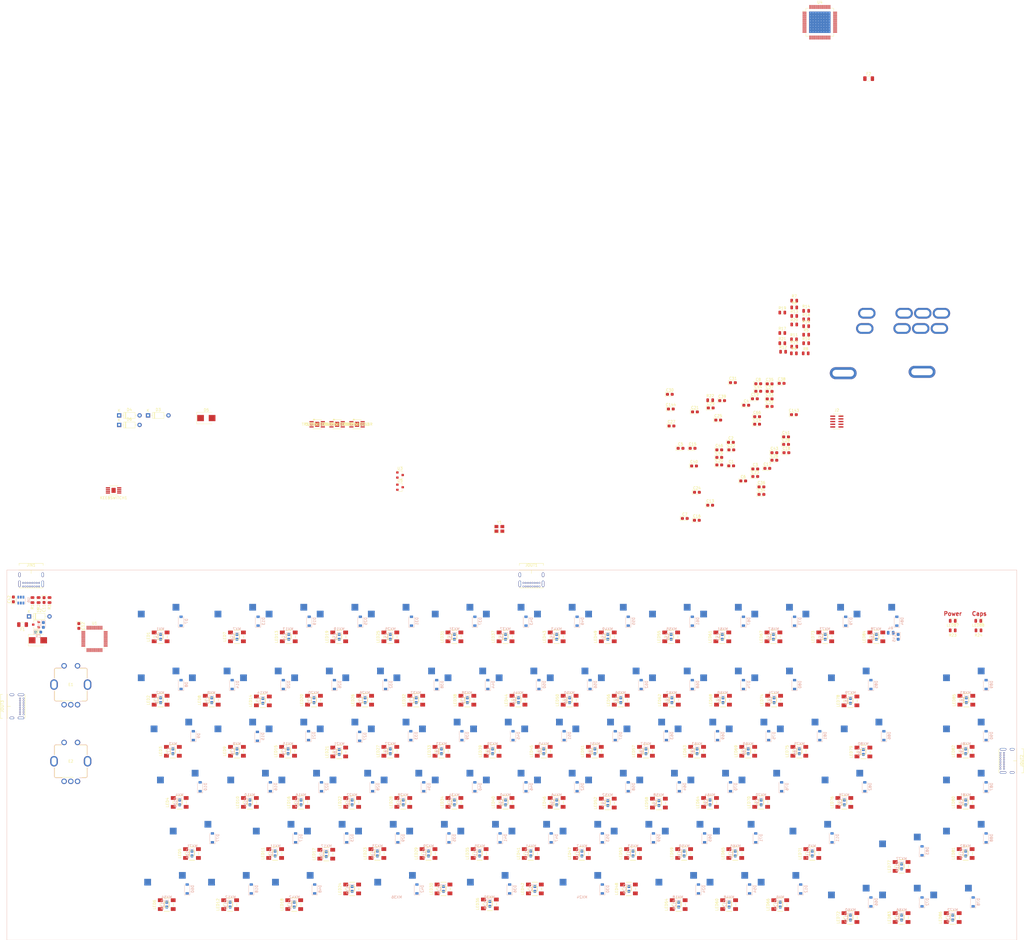
<source format=kicad_pcb>
(kicad_pcb (version 20171130) (host pcbnew "(5.1.5)-3")
  (layers (0 F.Cu signal) (31 B.Cu signal) (34 B.Paste user) (35 F.Paste user) (36 B.SilkS user) (37 F.SilkS user) (38 B.Mask user hide) (39 F.Mask user hide) (44 Edge.Cuts user hide))
  (net 0 "")
  (net 1 GND)
  (net 2 5V)
  (net 3 3.3V)
  (net 4 Case)
  (net 5 "Net-(C20-Pad1)")
  (net 6 1.2V)
  (net 7 5V_1000u)
  (net 8 Keeb_3.3V)
  (net 9 VBUS)
  (net 10 OUT1VBUS)
  (net 11 "Net-(JIN1-PadA5)")
  (net 12 DBUS+)
  (net 13 DBUS-)
  (net 14 "Net-(JIN1-PadA8)")
  (net 15 "Net-(JIN1-PadB8)")
  (net 16 "Net-(JIN1-PadB5)")
  (net 17 "Net-(C11-Pad1)")
  (net 18 "Net-(JOUT1-PadA5)")
  (net 19 DOUT1+)
  (net 20 DOUT1-)
  (net 21 "Net-(JOUT1-PadA8)")
  (net 22 "Net-(JOUT1-PadB8)")
  (net 23 "Net-(JOUT1-PadB5)")
  (net 24 "Net-(C14-Pad1)")
  (net 25 "Net-(JOUT2-PadA5)")
  (net 26 OUT2VBUS)
  (net 27 DOUT2+)
  (net 28 DOUT2-)
  (net 29 "Net-(JOUT2-PadA8)")
  (net 30 "Net-(JOUT2-PadB8)")
  (net 31 "Net-(JOUT2-PadB5)")
  (net 32 "Net-(C13-Pad1)")
  (net 33 "Net-(JOUT3-PadA5)")
  (net 34 OUT3VBUS)
  (net 35 DOUT3+)
  (net 36 DOUT3-)
  (net 37 "Net-(JOUT3-PadA8)")
  (net 38 "Net-(JOUT3-PadB8)")
  (net 39 "Net-(JOUT3-PadB5)")
  (net 40 "Net-(C15-Pad1)")
  (net 41 "Net-(LED1-Pad4)")
  (net 42 "Net-(LED1-Pad2)")
  (net 43 "Net-(LED2-Pad4)")
  (net 44 "Net-(LED2-Pad2)")
  (net 45 "Net-(LED3-Pad4)")
  (net 46 "Net-(LED3-Pad2)")
  (net 47 "Net-(LED10-Pad2)")
  (net 48 "Net-(LED4-Pad2)")
  (net 49 "Net-(LED11-Pad2)")
  (net 50 "Net-(LED5-Pad2)")
  (net 51 "Net-(LED12-Pad2)")
  (net 52 "Net-(LED6-Pad2)")
  (net 53 "Net-(LED13-Pad2)")
  (net 54 "Net-(LED14-Pad2)")
  (net 55 "Net-(LED15-Pad2)")
  (net 56 "Net-(LED10-Pad4)")
  (net 57 "Net-(LED11-Pad4)")
  (net 58 "Net-(LED12-Pad4)")
  (net 59 "Net-(LED13-Pad4)")
  (net 60 "Net-(LED14-Pad4)")
  (net 61 "Net-(LED15-Pad4)")
  (net 62 "Net-(LED16-Pad4)")
  (net 63 "Net-(LED17-Pad4)")
  (net 64 "Net-(LED18-Pad4)")
  (net 65 "Net-(LED19-Pad4)")
  (net 66 "Net-(LED20-Pad4)")
  (net 67 "Net-(LED21-Pad4)")
  (net 68 "Net-(LED22-Pad4)")
  (net 69 "Net-(LED23-Pad4)")
  (net 70 "Net-(LED24-Pad4)")
  (net 71 "Net-(LED25-Pad4)")
  (net 72 "Net-(LED26-Pad4)")
  (net 73 "Net-(LED27-Pad4)")
  (net 74 "Net-(LED28-Pad4)")
  (net 75 "Net-(LED29-Pad4)")
  (net 76 "Net-(LED30-Pad4)")
  (net 77 "Net-(LED31-Pad4)")
  (net 78 "Net-(LED32-Pad4)")
  (net 79 "Net-(LED33-Pad4)")
  (net 80 "Net-(LED34-Pad4)")
  (net 81 "Net-(LED35-Pad4)")
  (net 82 "Net-(LED36-Pad4)")
  (net 83 "Net-(LED37-Pad4)")
  (net 84 "Net-(LED38-Pad4)")
  (net 85 "Net-(LED39-Pad4)")
  (net 86 "Net-(LED40-Pad4)")
  (net 87 "Net-(LED41-Pad4)")
  (net 88 "Net-(LED42-Pad4)")
  (net 89 "Net-(LED43-Pad4)")
  (net 90 "Net-(LED44-Pad4)")
  (net 91 "Net-(LED45-Pad4)")
  (net 92 "Net-(LED46-Pad4)")
  (net 93 "Net-(LED47-Pad4)")
  (net 94 "Net-(LED48-Pad4)")
  (net 95 "Net-(LED49-Pad4)")
  (net 96 "Net-(LED50-Pad4)")
  (net 97 "Net-(LED51-Pad4)")
  (net 98 "Net-(LED52-Pad4)")
  (net 99 "Net-(LED53-Pad4)")
  (net 100 "Net-(LED54-Pad4)")
  (net 101 "Net-(LED55-Pad4)")
  (net 102 "Net-(LED56-Pad4)")
  (net 103 "Net-(LED57-Pad4)")
  (net 104 "Net-(LED58-Pad4)")
  (net 105 "Net-(LED59-Pad4)")
  (net 106 "Net-(LED60-Pad4)")
  (net 107 "Net-(LED61-Pad4)")
  (net 108 "Net-(LED62-Pad4)")
  (net 109 "Net-(LED63-Pad4)")
  (net 110 "Net-(LED64-Pad4)")
  (net 111 "Net-(LED65-Pad4)")
  (net 112 "Net-(LED66-Pad4)")
  (net 113 "Net-(LED67-Pad4)")
  (net 114 "Net-(LED68-Pad4)")
  (net 115 "Net-(LED69-Pad4)")
  (net 116 "Net-(LED70-Pad4)")
  (net 117 "Net-(LED71-Pad4)")
  (net 118 "Net-(LED73-Pad4)")
  (net 119 "Net-(LED74-Pad4)")
  (net 120 "Net-(LED75-Pad4)")
  (net 121 "Net-(LED76-Pad4)")
  (net 122 "Net-(LED77-Pad4)")
  (net 123 "Net-(LED79-Pad4)")
  (net 124 "Net-(D7-Pad2)")
  (net 125 col1)
  (net 126 "Net-(D8-Pad2)")
  (net 127 "Net-(D9-Pad2)")
  (net 128 "Net-(D10-Pad2)")
  (net 129 "Net-(D11-Pad2)")
  (net 130 "Net-(D12-Pad2)")
  (net 131 "Net-(D13-Pad2)")
  (net 132 "Net-(D14-Pad2)")
  (net 133 "Net-(D15-Pad2)")
  (net 134 "Net-(D16-Pad2)")
  (net 135 "Net-(D17-Pad2)")
  (net 136 "Net-(D18-Pad2)")
  (net 137 "Net-(D19-Pad2)")
  (net 138 col2)
  (net 139 "Net-(D20-Pad2)")
  (net 140 "Net-(D21-Pad2)")
  (net 141 "Net-(D22-Pad2)")
  (net 142 "Net-(D23-Pad2)")
  (net 143 "Net-(D24-Pad2)")
  (net 144 "Net-(D25-Pad2)")
  (net 145 "Net-(D26-Pad2)")
  (net 146 "Net-(D27-Pad2)")
  (net 147 "Net-(D28-Pad2)")
  (net 148 "Net-(D29-Pad2)")
  (net 149 "Net-(D30-Pad2)")
  (net 150 "Net-(D31-Pad2)")
  (net 151 col3)
  (net 152 "Net-(D32-Pad2)")
  (net 153 "Net-(D33-Pad2)")
  (net 154 "Net-(D34-Pad2)")
  (net 155 "Net-(D35-Pad2)")
  (net 156 "Net-(D37-Pad2)")
  (net 157 "Net-(D38-Pad2)")
  (net 158 "Net-(D39-Pad2)")
  (net 159 "Net-(D40-Pad2)")
  (net 160 "Net-(D41-Pad2)")
  (net 161 "Net-(D42-Pad2)")
  (net 162 "Net-(D43-Pad2)")
  (net 163 col4)
  (net 164 "Net-(D44-Pad2)")
  (net 165 "Net-(D45-Pad2)")
  (net 166 "Net-(D46-Pad2)")
  (net 167 "Net-(D47-Pad2)")
  (net 168 "Net-(D48-Pad2)")
  (net 169 "Net-(D49-Pad2)")
  (net 170 "Net-(D50-Pad2)")
  (net 171 "Net-(D51-Pad2)")
  (net 172 "Net-(D52-Pad2)")
  (net 173 "Net-(D53-Pad2)")
  (net 174 "Net-(D54-Pad2)")
  (net 175 "Net-(D55-Pad2)")
  (net 176 col5)
  (net 177 "Net-(D56-Pad2)")
  (net 178 "Net-(D57-Pad2)")
  (net 179 "Net-(D58-Pad2)")
  (net 180 "Net-(D59-Pad2)")
  (net 181 "Net-(D60-Pad2)")
  (net 182 "Net-(D61-Pad2)")
  (net 183 "Net-(D62-Pad2)")
  (net 184 "Net-(D63-Pad2)")
  (net 185 "Net-(D64-Pad2)")
  (net 186 "Net-(D65-Pad2)")
  (net 187 "Net-(D66-Pad2)")
  (net 188 "Net-(D67-Pad2)")
  (net 189 col6)
  (net 190 "Net-(D68-Pad2)")
  (net 191 "Net-(D69-Pad2)")
  (net 192 "Net-(D70-Pad2)")
  (net 193 "Net-(D71-Pad2)")
  (net 194 "Net-(D72-Pad2)")
  (net 195 "Net-(D73-Pad2)")
  (net 196 "Net-(D74-Pad2)")
  (net 197 "Net-(D75-Pad2)")
  (net 198 "Net-(D76-Pad2)")
  (net 199 "Net-(D77-Pad2)")
  (net 200 "Net-(D78-Pad2)")
  (net 201 "Net-(D79-Pad2)")
  (net 202 col7)
  (net 203 "Net-(D80-Pad2)")
  (net 204 "Net-(D81-Pad2)")
  (net 205 "Net-(D82-Pad2)")
  (net 206 "Net-(D83-Pad2)")
  (net 207 "Net-(D84-Pad2)")
  (net 208 "Net-(D85-Pad2)")
  (net 209 "Net-(D86-Pad2)")
  (net 210 "Net-(D87-Pad2)")
  (net 211 "Net-(D88-Pad2)")
  (net 212 RGB_LED)
  (net 213 "Net-(C18-Pad2)")
  (net 214 "Net-(C17-Pad2)")
  (net 215 "Net-(R15-Pad2)")
  (net 216 "Net-(R16-Pad1)")
  (net 217 OVERCUR1)
  (net 218 OVERCUR2)
  (net 219 OVERCUR3)
  (net 220 OVERCUR4)
  (net 221 row10)
  (net 222 row9)
  (net 223 BOOT0)
  (net 224 row8)
  (net 225 row7)
  (net 226 row6)
  (net 227 row5)
  (net 228 row4)
  (net 229 SWCLK)
  (net 230 SWDIO)
  (net 231 Keeb_D+)
  (net 232 Keeb_D-)
  (net 233 E_Button)
  (net 234 E_CCW)
  (net 235 row12)
  (net 236 row11)
  (net 237 row3)
  (net 238 row2)
  (net 239 row1)
  (net 240 E_CW)
  (net 241 NRST)
  (net 242 "Net-(U1-Pad6)")
  (net 243 "Net-(U1-Pad5)")
  (net 244 "Net-(U1-Pad4)")
  (net 245 "Net-(U1-Pad3)")
  (net 246 PWRCTL4)
  (net 247 "Net-(U4-Pad62)")
  (net 248 "Net-(U4-Pad61)")
  (net 249 "Net-(U4-Pad59)")
  (net 250 "Net-(U4-Pad58)")
  (net 251 "Net-(U4-Pad55)")
  (net 252 "Net-(U4-Pad54)")
  (net 253 "Net-(U4-Pad52)")
  (net 254 "Net-(U4-Pad51)")
  (net 255 "Net-(U4-Pad47)")
  (net 256 "Net-(U4-Pad46)")
  (net 257 "Net-(U4-Pad44)")
  (net 258 "Net-(U4-Pad43)")
  (net 259 "Net-(U4-Pad40)")
  (net 260 "Net-(U4-Pad39)")
  (net 261 "Net-(U4-Pad38)")
  (net 262 "Net-(U4-Pad36)")
  (net 263 "Net-(U4-Pad35)")
  (net 264 "Net-(U4-Pad28)")
  (net 265 "Net-(U4-Pad27)")
  (net 266 "Net-(U4-Pad26)")
  (net 267 "Net-(U4-Pad24)")
  (net 268 "Net-(U4-Pad23)")
  (net 269 D-)
  (net 270 D+)
  (net 271 "Net-(U4-Pad18)")
  (net 272 "Net-(U4-Pad17)")
  (net 273 "Net-(U4-Pad13)")
  (net 274 "Net-(U4-Pad10)")
  (net 275 "Net-(U4-Pad9)")
  (net 276 "Net-(U4-Pad8)")
  (net 277 "Net-(U4-Pad7)")
  (net 278 "Net-(U4-Pad6)")
  (net 279 "Net-(U4-Pad5)")
  (net 280 PWRCTL1)
  (net 281 PWRCTL2)
  (net 282 PWRCTL3)
  (net 283 E_CW2)
  (net 284 E_CCW2)
  (net 285 E_Button2)
  (net 286 "Net-(D36-Pad2)")
  (net 287 "Net-(D89-Pad2)")
  (net 288 "Net-(D90-Pad2)")
  (net 289 "Net-(LED72-Pad4)")
  (net 290 "Net-(LED84-Pad4)")
  (net 291 col8)
  (net 292 "Net-(LED83-Pad4)")
  (net 293 "Net-(LED78-Pad4)")
  (net 294 IndicatorLED)
  (net 295 "Net-(LED87-Pad1)")
  (net 296 "Net-(J2-Pad8)")
  (net 297 "Net-(J2-Pad7)")
  (net 298 "Net-(J2-Pad6)")
  (net 299 CASE)
  (net 300 capsLockLED)
  (net 301 "Net-(LED88-Pad1)")
  (module Resistor_SMD:R_0805_2012Metric (layer F.Cu) (at 320.7535 241.681)
    (fp_text reference R24 (at 0 1.778) (layer F.SilkS))
    (fp_text value 68)
    (pad 2 smd roundrect (at 0.9375 0) (size 0.975 1.4) (layers F.Cu F.Paste F.Mask) (net 301 "Net-(LED88-Pad1)"))
    (pad 1 smd roundrect (at -0.9375 0) (size 0.975 1.4) (layers F.Cu F.Paste F.Mask) (net 1 GND))
  )
  (module LED_SMD:LED_0805_2012Metric (layer F.Cu) (at 320.675 238.125 180)
    (fp_text reference LED88 (at 0 -1.65) (layer F.SilkS))
    (fp_text value LED)
    (pad 2 smd roundrect (at 0.9375 0 180) (size 0.975 1.4) (layers F.Cu F.Paste F.Mask) (net 300 capsLockLED))
    (pad 1 smd roundrect (at -0.9375 0 180) (size 0.975 1.4) (layers F.Cu F.Paste F.Mask) (net 301 "Net-(LED88-Pad1)"))
  )
  (module LED_SMD:LED_0805_2012Metric (layer F.Cu) (at 311.15 238.125 180)
    (fp_text reference LED87 (at 0 -1.65) (layer F.SilkS))
    (fp_text value LED)
    (pad 2 smd roundrect (at 0.9375 0 180) (size 0.975 1.4) (layers F.Cu F.Paste F.Mask) (net 294 IndicatorLED))
    (pad 1 smd roundrect (at -0.9375 0 180) (size 0.975 1.4) (layers F.Cu F.Paste F.Mask) (net 295 "Net-(LED87-Pad1)"))
  )
  (module acheron_Hardware:ALPS_EC11E (layer F.Cu) (at -17.4625 290.4625)
    (fp_text reference E2 (at 0 0) (layer F.SilkS))
    (fp_text value Rotary_Encoder_Switch_Chassis)
    (pad B thru_hole circle (at 2.5 7.5) (size 2.032 2.032) (drill 1.27) (layers *.Cu F.Mask) (net 240 E_CW))
    (pad A thru_hole circle (at -2.5 7.5) (size 2.032 2.032) (drill 1.27) (layers *.Cu F.Mask) (net 234 E_CCW))
    (pad C thru_hole circle (at 0 7.5) (size 2.032 2.032) (drill 1.27) (layers *.Cu F.Mask) (net 1 GND))
    (pad S1 thru_hole circle (at -2.5 -7) (size 2.032 2.032) (drill 1.27) (layers *.Cu F.Mask) (net 233 E_Button))
    (pad S2 thru_hole circle (at 2.5 -7) (size 2.032 2.032) (drill 1.27) (layers *.Cu F.Mask) (net 1 GND))
    (pad "" thru_hole oval (at -6.25 0) (size 2.799999 3.9) (drill oval 1.8 2.899999) (layers *.Cu F.Mask))
    (pad "" thru_hole oval (at 6.25 0) (size 2.799999 3.9) (drill oval 1.8 2.899999) (layers *.Cu F.Mask))
  )
  (module acheron_Hardware:ALPS_EC11E (layer F.Cu) (at -17.4625 261.8875)
    (fp_text reference E1 (at 0 0) (layer F.SilkS))
    (fp_text value Rotary_Encoder_Switch_Chassis)
    (pad B thru_hole circle (at 2.5 7.5) (size 2.032 2.032) (drill 1.27) (layers *.Cu F.Mask) (net 283 E_CW2))
    (pad A thru_hole circle (at -2.5 7.5) (size 2.032 2.032) (drill 1.27) (layers *.Cu F.Mask) (net 284 E_CCW2))
    (pad C thru_hole circle (at 0 7.5) (size 2.032 2.032) (drill 1.27) (layers *.Cu F.Mask) (net 1 GND))
    (pad S1 thru_hole circle (at -2.5 -7) (size 2.032 2.032) (drill 1.27) (layers *.Cu F.Mask) (net 285 E_Button2))
    (pad S2 thru_hole circle (at 2.5 -7) (size 2.032 2.032) (drill 1.27) (layers *.Cu F.Mask) (net 1 GND))
    (pad "" thru_hole oval (at -6.25 0) (size 2.799999 3.9) (drill oval 1.8 2.899999) (layers *.Cu F.Mask))
    (pad "" thru_hole oval (at 6.25 0) (size 2.799999 3.9) (drill oval 1.8 2.899999) (layers *.Cu F.Mask))
  )
  (module acheron_MountingHoles:MoutingHole_Oval_7mm_5.0x2.5mm (layer F.Cu) (at 306.184 129.124)
    (fp_text reference H10 hide)
    (fp_text value MountingHole hide)
    (pad 1 thru_hole oval (at 0 0) (size 6.5 4) (drill oval 5 2.5) (layers *.Cu *.Mask))
  )
  (module acheron_MountingHoles:MoutingHole_Oval_7mm_5.0x2.5mm (layer F.Cu) (at 306.946 123.444)
    (fp_text reference H9 hide)
    (fp_text value MountingHole hide)
    (pad 1 thru_hole oval (at 0 0) (size 6.5 4) (drill oval 5 2.5) (layers *.Cu *.Mask))
  )
  (module acheron_MountingHoles:MoutingHole_Oval_7mm_5.0x2.5mm (layer F.Cu) (at 299.234 129.124)
    (fp_text reference H8 hide)
    (fp_text value MountingHole hide)
    (pad 1 thru_hole oval (at 0 0) (size 6.5 4) (drill oval 5 2.5) (layers *.Cu *.Mask))
  )
  (module acheron_MountingHoles:MoutingHole_Oval_7mm_5.0x2.5mm (layer F.Cu) (at 299.996 123.444)
    (fp_text reference H7 hide)
    (fp_text value MountingHole hide)
    (pad 1 thru_hole oval (at 0 0) (size 6.5 4) (drill oval 5 2.5) (layers *.Cu *.Mask))
  )
  (module acheron_MountingHoles:MoutingHole_Oval_7mm_5.0x2.5mm (layer F.Cu) (at 292.284 129.124)
    (fp_text reference H6 hide)
    (fp_text value MountingHole hide)
    (pad 1 thru_hole oval (at 0 0) (size 6.5 4) (drill oval 5 2.5) (layers *.Cu *.Mask))
  )
  (module acheron_MountingHoles:MoutingHole_Oval_7mm_5.0x2.5mm (layer F.Cu) (at 293.046 123.444)
    (fp_text reference H5 hide)
    (fp_text value MountingHole hide)
    (pad 1 thru_hole oval (at 0 0) (size 6.5 4) (drill oval 5 2.5) (layers *.Cu *.Mask))
  )
  (module acheron_MountingHoles:halfSideHole (layer F.Cu) (at 299.72 145.288)
    (fp_text reference H4 hide)
    (fp_text value MountingHole hide)
    (pad "" thru_hole oval (at 0 0) (size 10 4.5) (drill oval 8 2.5) (layers *.Cu *.Mask))
  )
  (module acheron_MountingHoles:halfSideHole (layer F.Cu) (at 270.348 145.796)
    (fp_text reference H3 hide)
    (fp_text value MountingHole hide)
    (pad "" thru_hole oval (at 0 0) (size 10 4.5) (drill oval 8 2.5) (layers *.Cu *.Mask))
  )
  (module acheron_MountingHoles:MoutingHole_Oval_7mm_5.0x2.5mm (layer F.Cu) (at 278.384 129.124)
    (fp_text reference H2 hide)
    (fp_text value MountingHole hide)
    (pad 1 thru_hole oval (at 0 0) (size 6.5 4) (drill oval 5 2.5) (layers *.Cu *.Mask))
  )
  (module acheron_MountingHoles:MoutingHole_Oval_7mm_5.0x2.5mm (layer F.Cu) (at 279.146 123.444)
    (fp_text reference H1 hide)
    (fp_text value MountingHole_Pad hide)
    (pad 1 thru_hole oval (at 0 0) (size 6.5 4) (drill oval 5 2.5) (layers *.Cu *.Mask) (net 299 CASE))
  )
  (module Connector_PinSocket_1.00mm:PinSocket_2x05_P1.00mm_Vertical_SMD (layer F.Cu) (at 267.97 163.83)
    (fp_text reference J2 (at 0 -4.25) (layer F.SilkS))
    (fp_text value Conn_ARM_JTAG_SWD_10)
    (pad 10 smd rect (at -1.525 2) (size 1.85 0.5) (layers F.Cu F.Paste F.Mask) (net 241 NRST))
    (pad 9 smd rect (at 1.525 2) (size 1.85 0.5) (layers F.Cu F.Paste F.Mask) (net 1 GND))
    (pad 8 smd rect (at -1.525 1) (size 1.85 0.5) (layers F.Cu F.Paste F.Mask) (net 296 "Net-(J2-Pad8)"))
    (pad 7 smd rect (at 1.525 1) (size 1.85 0.5) (layers F.Cu F.Paste F.Mask) (net 297 "Net-(J2-Pad7)"))
    (pad 6 smd rect (at -1.525 0) (size 1.85 0.5) (layers F.Cu F.Paste F.Mask) (net 298 "Net-(J2-Pad6)"))
    (pad 5 smd rect (at 1.525 0) (size 1.85 0.5) (layers F.Cu F.Paste F.Mask) (net 1 GND))
    (pad 4 smd rect (at -1.525 -1) (size 1.85 0.5) (layers F.Cu F.Paste F.Mask) (net 229 SWCLK))
    (pad 3 smd rect (at 1.525 -1) (size 1.85 0.5) (layers F.Cu F.Paste F.Mask) (net 1 GND))
    (pad 2 smd rect (at -1.525 -2) (size 1.85 0.5) (layers F.Cu F.Paste F.Mask) (net 230 SWDIO))
    (pad 1 smd rect (at 1.525 -2) (size 1.85 0.5) (layers F.Cu F.Paste F.Mask) (net 8 Keeb_3.3V))
  )
  (module Resistor_SMD:R_0805_2012Metric (layer F.Cu) (at 311.15 241.681)
    (fp_text reference R23 (at 0 1.778) (layer F.SilkS))
    (fp_text value 68)
    (pad 2 smd roundrect (at 0.9375 0) (size 0.975 1.4) (layers F.Cu F.Paste F.Mask) (net 295 "Net-(LED87-Pad1)"))
    (pad 1 smd roundrect (at -0.9375 0) (size 0.975 1.4) (layers F.Cu F.Paste F.Mask) (net 1 GND))
  )
  (module MX_Only:MXOnly-1U-Hotswap (layer F.Cu) (at 246.85625 338.0875)
    (fp_text reference MX6)
    (fp_text value "Right Ctrl")
    (fp_text user %R (at 0 3.048) (layer B.SilkS) (effects (justify mirror)))
    (pad 2 smd rect (at 5.842 -5.08) (size 2.55 2.5) (layers B.Cu B.Paste B.Mask) (net 130 "Net-(D12-Pad2)"))
    (pad 1 smd rect (at -7.085 -2.54) (size 2.55 2.5) (layers B.Cu B.Paste B.Mask) (net 125 col1))
    (pad "" np_thru_hole circle (at 5.08 0 48.0996) (size 1.75 1.75) (drill 1.75) (layers *.Cu *.Mask))
    (pad "" np_thru_hole circle (at -5.08 0 48.0996) (size 1.75 1.75) (drill 1.75) (layers *.Cu *.Mask))
    (pad "" np_thru_hole circle (at -3.81 -2.54) (size 3 3) (drill 3) (layers *.Cu *.Mask))
    (pad "" np_thru_hole circle (at 0 0) (size 3.9878 3.9878) (drill 3.9878) (layers *.Cu *.Mask))
    (pad "" np_thru_hole circle (at 2.54 -5.08) (size 3 3) (drill 3) (layers *.Cu *.Mask))
  )
  (module MX_Only:MXOnly-1U-Hotswap (layer F.Cu) (at 315.9125 280.9375)
    (fp_text reference MX84)
    (fp_text value End)
    (fp_text user %R (at 0 3.048) (layer B.SilkS) (effects (justify mirror)))
    (pad 2 smd rect (at 5.842 -5.08) (size 2.55 2.5) (layers B.Cu B.Paste B.Mask) (net 288 "Net-(D90-Pad2)"))
    (pad 1 smd rect (at -7.085 -2.54) (size 2.55 2.5) (layers B.Cu B.Paste B.Mask) (net 291 col8))
    (pad "" np_thru_hole circle (at 5.08 0 48.0996) (size 1.75 1.75) (drill 1.75) (layers *.Cu *.Mask))
    (pad "" np_thru_hole circle (at -5.08 0 48.0996) (size 1.75 1.75) (drill 1.75) (layers *.Cu *.Mask))
    (pad "" np_thru_hole circle (at -3.81 -2.54) (size 3 3) (drill 3) (layers *.Cu *.Mask))
    (pad "" np_thru_hole circle (at 0 0) (size 3.9878 3.9878) (drill 3.9878) (layers *.Cu *.Mask))
    (pad "" np_thru_hole circle (at 2.54 -5.08) (size 3 3) (drill 3) (layers *.Cu *.Mask))
  )
  (module MX_Only:MXOnly-1U-Hotswap (layer F.Cu) (at 315.9125 261.8875)
    (fp_text reference MX83)
    (fp_text value Home)
    (fp_text user %R (at 0 3.048) (layer B.SilkS) (effects (justify mirror)))
    (pad 2 smd rect (at 5.842 -5.08) (size 2.55 2.5) (layers B.Cu B.Paste B.Mask) (net 287 "Net-(D89-Pad2)"))
    (pad 1 smd rect (at -7.085 -2.54) (size 2.55 2.5) (layers B.Cu B.Paste B.Mask) (net 291 col8))
    (pad "" np_thru_hole circle (at 5.08 0 48.0996) (size 1.75 1.75) (drill 1.75) (layers *.Cu *.Mask))
    (pad "" np_thru_hole circle (at -5.08 0 48.0996) (size 1.75 1.75) (drill 1.75) (layers *.Cu *.Mask))
    (pad "" np_thru_hole circle (at -3.81 -2.54) (size 3 3) (drill 3) (layers *.Cu *.Mask))
    (pad "" np_thru_hole circle (at 0 0) (size 3.9878 3.9878) (drill 3.9878) (layers *.Cu *.Mask))
    (pad "" np_thru_hole circle (at 2.54 -5.08) (size 3 3) (drill 3) (layers *.Cu *.Mask))
  )
  (module MX_Only:MXOnly-1U-Hotswap (layer F.Cu) (at 315.9125 319.0375)
    (fp_text reference MX82)
    (fp_text value "Page Down")
    (fp_text user %R (at 0 3.048) (layer B.SilkS) (effects (justify mirror)))
    (pad 2 smd rect (at 5.842 -5.08) (size 2.55 2.5) (layers B.Cu B.Paste B.Mask) (net 211 "Net-(D88-Pad2)"))
    (pad 1 smd rect (at -7.085 -2.54) (size 2.55 2.5) (layers B.Cu B.Paste B.Mask) (net 202 col7))
    (pad "" np_thru_hole circle (at 5.08 0 48.0996) (size 1.75 1.75) (drill 1.75) (layers *.Cu *.Mask))
    (pad "" np_thru_hole circle (at -5.08 0 48.0996) (size 1.75 1.75) (drill 1.75) (layers *.Cu *.Mask))
    (pad "" np_thru_hole circle (at -3.81 -2.54) (size 3 3) (drill 3) (layers *.Cu *.Mask))
    (pad "" np_thru_hole circle (at 0 0) (size 3.9878 3.9878) (drill 3.9878) (layers *.Cu *.Mask))
    (pad "" np_thru_hole circle (at 2.54 -5.08) (size 3 3) (drill 3) (layers *.Cu *.Mask))
  )
  (module MX_Only:MXOnly-1U-Hotswap (layer F.Cu) (at 315.9125 299.9875)
    (fp_text reference MX81)
    (fp_text value "Page Up")
    (fp_text user %R (at 0 3.048) (layer B.SilkS) (effects (justify mirror)))
    (pad 2 smd rect (at 5.842 -5.08) (size 2.55 2.5) (layers B.Cu B.Paste B.Mask) (net 210 "Net-(D87-Pad2)"))
    (pad 1 smd rect (at -7.085 -2.54) (size 2.55 2.5) (layers B.Cu B.Paste B.Mask) (net 202 col7))
    (pad "" np_thru_hole circle (at 5.08 0 48.0996) (size 1.75 1.75) (drill 1.75) (layers *.Cu *.Mask))
    (pad "" np_thru_hole circle (at -5.08 0 48.0996) (size 1.75 1.75) (drill 1.75) (layers *.Cu *.Mask))
    (pad "" np_thru_hole circle (at -3.81 -2.54) (size 3 3) (drill 3) (layers *.Cu *.Mask))
    (pad "" np_thru_hole circle (at 0 0) (size 3.9878 3.9878) (drill 3.9878) (layers *.Cu *.Mask))
    (pad "" np_thru_hole circle (at 2.54 -5.08) (size 3 3) (drill 3) (layers *.Cu *.Mask))
  )
  (module MX_Only:MXOnly-1U-Hotswap (layer F.Cu) (at 282.575 238.125)
    (fp_text reference MX78)
    (fp_text value Delete)
    (fp_text user %R (at 0 3.048) (layer B.SilkS) (effects (justify mirror)))
    (pad 2 smd rect (at 5.842 -5.08) (size 2.55 2.5) (layers B.Cu B.Paste B.Mask) (net 207 "Net-(D84-Pad2)"))
    (pad 1 smd rect (at -7.085 -2.54) (size 2.55 2.5) (layers B.Cu B.Paste B.Mask) (net 202 col7))
    (pad "" np_thru_hole circle (at 5.08 0 48.0996) (size 1.75 1.75) (drill 1.75) (layers *.Cu *.Mask))
    (pad "" np_thru_hole circle (at -5.08 0 48.0996) (size 1.75 1.75) (drill 1.75) (layers *.Cu *.Mask))
    (pad "" np_thru_hole circle (at -3.81 -2.54) (size 3 3) (drill 3) (layers *.Cu *.Mask))
    (pad "" np_thru_hole circle (at 0 0) (size 3.9878 3.9878) (drill 3.9878) (layers *.Cu *.Mask))
    (pad "" np_thru_hole circle (at 2.54 -5.08) (size 3 3) (drill 3) (layers *.Cu *.Mask))
  )
  (module MX_Only:MXOnly-1U-Hotswap (layer F.Cu) (at 292.1 323.8)
    (fp_text reference MX77)
    (fp_text value Up)
    (fp_text user %R (at 0 3.048) (layer B.SilkS) (effects (justify mirror)))
    (pad 2 smd rect (at 5.842 -5.08) (size 2.55 2.5) (layers B.Cu B.Paste B.Mask) (net 206 "Net-(D83-Pad2)"))
    (pad 1 smd rect (at -7.085 -2.54) (size 2.55 2.5) (layers B.Cu B.Paste B.Mask) (net 202 col7))
    (pad "" np_thru_hole circle (at 5.08 0 48.0996) (size 1.75 1.75) (drill 1.75) (layers *.Cu *.Mask))
    (pad "" np_thru_hole circle (at -5.08 0 48.0996) (size 1.75 1.75) (drill 1.75) (layers *.Cu *.Mask))
    (pad "" np_thru_hole circle (at -3.81 -2.54) (size 3 3) (drill 3) (layers *.Cu *.Mask))
    (pad "" np_thru_hole circle (at 0 0) (size 3.9878 3.9878) (drill 3.9878) (layers *.Cu *.Mask))
    (pad "" np_thru_hole circle (at 2.54 -5.08) (size 3 3) (drill 3) (layers *.Cu *.Mask))
  )
  (module MX_Only:MXOnly-1U-Hotswap (layer F.Cu) (at 254 280.9375)
    (fp_text reference MX75)
    (fp_text value ])
    (fp_text user %R (at 0 3.048) (layer B.SilkS) (effects (justify mirror)))
    (pad 2 smd rect (at 5.842 -5.08) (size 2.55 2.5) (layers B.Cu B.Paste B.Mask) (net 204 "Net-(D81-Pad2)"))
    (pad 1 smd rect (at -7.085 -2.54) (size 2.55 2.5) (layers B.Cu B.Paste B.Mask) (net 202 col7))
    (pad "" np_thru_hole circle (at 5.08 0 48.0996) (size 1.75 1.75) (drill 1.75) (layers *.Cu *.Mask))
    (pad "" np_thru_hole circle (at -5.08 0 48.0996) (size 1.75 1.75) (drill 1.75) (layers *.Cu *.Mask))
    (pad "" np_thru_hole circle (at -3.81 -2.54) (size 3 3) (drill 3) (layers *.Cu *.Mask))
    (pad "" np_thru_hole circle (at 0 0) (size 3.9878 3.9878) (drill 3.9878) (layers *.Cu *.Mask))
    (pad "" np_thru_hole circle (at 2.54 -5.08) (size 3 3) (drill 3) (layers *.Cu *.Mask))
  )
  (module MX_Only:MXOnly-1U-Hotswap (layer F.Cu) (at 244.475 261.8875)
    (fp_text reference MX74)
    (fp_text value =)
    (fp_text user %R (at 0 3.048) (layer B.SilkS) (effects (justify mirror)))
    (pad 2 smd rect (at 5.842 -5.08) (size 2.55 2.5) (layers B.Cu B.Paste B.Mask) (net 203 "Net-(D80-Pad2)"))
    (pad 1 smd rect (at -7.085 -2.54) (size 2.55 2.5) (layers B.Cu B.Paste B.Mask) (net 202 col7))
    (pad "" np_thru_hole circle (at 5.08 0 48.0996) (size 1.75 1.75) (drill 1.75) (layers *.Cu *.Mask))
    (pad "" np_thru_hole circle (at -5.08 0 48.0996) (size 1.75 1.75) (drill 1.75) (layers *.Cu *.Mask))
    (pad "" np_thru_hole circle (at -3.81 -2.54) (size 3 3) (drill 3) (layers *.Cu *.Mask))
    (pad "" np_thru_hole circle (at 0 0) (size 3.9878 3.9878) (drill 3.9878) (layers *.Cu *.Mask))
    (pad "" np_thru_hole circle (at 2.54 -5.08) (size 3 3) (drill 3) (layers *.Cu *.Mask))
  )
  (module MX_Only:MXOnly-1U-Hotswap (layer F.Cu) (at 263.525 238.125)
    (fp_text reference MX73)
    (fp_text value F12)
    (fp_text user %R (at 0 3.048) (layer B.SilkS) (effects (justify mirror)))
    (pad 2 smd rect (at 5.842 -5.08) (size 2.55 2.5) (layers B.Cu B.Paste B.Mask) (net 201 "Net-(D79-Pad2)"))
    (pad 1 smd rect (at -7.085 -2.54) (size 2.55 2.5) (layers B.Cu B.Paste B.Mask) (net 202 col7))
    (pad "" np_thru_hole circle (at 5.08 0 48.0996) (size 1.75 1.75) (drill 1.75) (layers *.Cu *.Mask))
    (pad "" np_thru_hole circle (at -5.08 0 48.0996) (size 1.75 1.75) (drill 1.75) (layers *.Cu *.Mask))
    (pad "" np_thru_hole circle (at -3.81 -2.54) (size 3 3) (drill 3) (layers *.Cu *.Mask))
    (pad "" np_thru_hole circle (at 0 0) (size 3.9878 3.9878) (drill 3.9878) (layers *.Cu *.Mask))
    (pad "" np_thru_hole circle (at 2.54 -5.08) (size 3 3) (drill 3) (layers *.Cu *.Mask))
  )
  (module MX_Only:MXOnly-1U-Hotswap (layer F.Cu) (at 311.15 342.85)
    (fp_text reference MX72)
    (fp_text value Right)
    (fp_text user %R (at 0 3.048) (layer B.SilkS) (effects (justify mirror)))
    (pad 2 smd rect (at 5.842 -5.08) (size 2.55 2.5) (layers B.Cu B.Paste B.Mask) (net 200 "Net-(D78-Pad2)"))
    (pad 1 smd rect (at -7.085 -2.54) (size 2.55 2.5) (layers B.Cu B.Paste B.Mask) (net 189 col6))
    (pad "" np_thru_hole circle (at 5.08 0 48.0996) (size 1.75 1.75) (drill 1.75) (layers *.Cu *.Mask))
    (pad "" np_thru_hole circle (at -5.08 0 48.0996) (size 1.75 1.75) (drill 1.75) (layers *.Cu *.Mask))
    (pad "" np_thru_hole circle (at -3.81 -2.54) (size 3 3) (drill 3) (layers *.Cu *.Mask))
    (pad "" np_thru_hole circle (at 0 0) (size 3.9878 3.9878) (drill 3.9878) (layers *.Cu *.Mask))
    (pad "" np_thru_hole circle (at 2.54 -5.08) (size 3 3) (drill 3) (layers *.Cu *.Mask))
  )
  (module MX_Only:MXOnly-1U-Hotswap (layer F.Cu) (at 239.7125 299.9875)
    (fp_text reference MX70)
    (fp_text value ')
    (fp_text user %R (at 0 3.048) (layer B.SilkS) (effects (justify mirror)))
    (pad 2 smd rect (at 5.842 -5.08) (size 2.55 2.5) (layers B.Cu B.Paste B.Mask) (net 198 "Net-(D76-Pad2)"))
    (pad 1 smd rect (at -7.085 -2.54) (size 2.55 2.5) (layers B.Cu B.Paste B.Mask) (net 189 col6))
    (pad "" np_thru_hole circle (at 5.08 0 48.0996) (size 1.75 1.75) (drill 1.75) (layers *.Cu *.Mask))
    (pad "" np_thru_hole circle (at -5.08 0 48.0996) (size 1.75 1.75) (drill 1.75) (layers *.Cu *.Mask))
    (pad "" np_thru_hole circle (at -3.81 -2.54) (size 3 3) (drill 3) (layers *.Cu *.Mask))
    (pad "" np_thru_hole circle (at 0 0) (size 3.9878 3.9878) (drill 3.9878) (layers *.Cu *.Mask))
    (pad "" np_thru_hole circle (at 2.54 -5.08) (size 3 3) (drill 3) (layers *.Cu *.Mask))
  )
  (module MX_Only:MXOnly-1U-Hotswap (layer F.Cu) (at 234.95 280.9375)
    (fp_text reference MX69)
    (fp_text value [)
    (fp_text user %R (at 0 3.048) (layer B.SilkS) (effects (justify mirror)))
    (pad 2 smd rect (at 5.842 -5.08) (size 2.55 2.5) (layers B.Cu B.Paste B.Mask) (net 197 "Net-(D75-Pad2)"))
    (pad 1 smd rect (at -7.085 -2.54) (size 2.55 2.5) (layers B.Cu B.Paste B.Mask) (net 189 col6))
    (pad "" np_thru_hole circle (at 5.08 0 48.0996) (size 1.75 1.75) (drill 1.75) (layers *.Cu *.Mask))
    (pad "" np_thru_hole circle (at -5.08 0 48.0996) (size 1.75 1.75) (drill 1.75) (layers *.Cu *.Mask))
    (pad "" np_thru_hole circle (at -3.81 -2.54) (size 3 3) (drill 3) (layers *.Cu *.Mask))
    (pad "" np_thru_hole circle (at 0 0) (size 3.9878 3.9878) (drill 3.9878) (layers *.Cu *.Mask))
    (pad "" np_thru_hole circle (at 2.54 -5.08) (size 3 3) (drill 3) (layers *.Cu *.Mask))
  )
  (module MX_Only:MXOnly-1U-Hotswap (layer F.Cu) (at 225.425 261.8875)
    (fp_text reference MX68)
    (fp_text value -)
    (fp_text user %R (at 0 3.048) (layer B.SilkS) (effects (justify mirror)))
    (pad 2 smd rect (at 5.842 -5.08) (size 2.55 2.5) (layers B.Cu B.Paste B.Mask) (net 196 "Net-(D74-Pad2)"))
    (pad 1 smd rect (at -7.085 -2.54) (size 2.55 2.5) (layers B.Cu B.Paste B.Mask) (net 189 col6))
    (pad "" np_thru_hole circle (at 5.08 0 48.0996) (size 1.75 1.75) (drill 1.75) (layers *.Cu *.Mask))
    (pad "" np_thru_hole circle (at -5.08 0 48.0996) (size 1.75 1.75) (drill 1.75) (layers *.Cu *.Mask))
    (pad "" np_thru_hole circle (at -3.81 -2.54) (size 3 3) (drill 3) (layers *.Cu *.Mask))
    (pad "" np_thru_hole circle (at 0 0) (size 3.9878 3.9878) (drill 3.9878) (layers *.Cu *.Mask))
    (pad "" np_thru_hole circle (at 2.54 -5.08) (size 3 3) (drill 3) (layers *.Cu *.Mask))
  )
  (module MX_Only:MXOnly-1U-Hotswap (layer F.Cu) (at 244.475 238.125)
    (fp_text reference MX67)
    (fp_text value F11)
    (fp_text user %R (at 0 3.048) (layer B.SilkS) (effects (justify mirror)))
    (pad 2 smd rect (at 5.842 -5.08) (size 2.55 2.5) (layers B.Cu B.Paste B.Mask) (net 195 "Net-(D73-Pad2)"))
    (pad 1 smd rect (at -7.085 -2.54) (size 2.55 2.5) (layers B.Cu B.Paste B.Mask) (net 189 col6))
    (pad "" np_thru_hole circle (at 5.08 0 48.0996) (size 1.75 1.75) (drill 1.75) (layers *.Cu *.Mask))
    (pad "" np_thru_hole circle (at -5.08 0 48.0996) (size 1.75 1.75) (drill 1.75) (layers *.Cu *.Mask))
    (pad "" np_thru_hole circle (at -3.81 -2.54) (size 3 3) (drill 3) (layers *.Cu *.Mask))
    (pad "" np_thru_hole circle (at 0 0) (size 3.9878 3.9878) (drill 3.9878) (layers *.Cu *.Mask))
    (pad "" np_thru_hole circle (at 2.54 -5.08) (size 3 3) (drill 3) (layers *.Cu *.Mask))
  )
  (module MX_Only:MXOnly-1U-Hotswap (layer F.Cu) (at 292.1 342.85)
    (fp_text reference MX66)
    (fp_text value Down)
    (fp_text user %R (at 0 3.048) (layer B.SilkS) (effects (justify mirror)))
    (pad 2 smd rect (at 5.842 -5.08) (size 2.55 2.5) (layers B.Cu B.Paste B.Mask) (net 194 "Net-(D72-Pad2)"))
    (pad 1 smd rect (at -7.085 -2.54) (size 2.55 2.5) (layers B.Cu B.Paste B.Mask) (net 189 col6))
    (pad "" np_thru_hole circle (at 5.08 0 48.0996) (size 1.75 1.75) (drill 1.75) (layers *.Cu *.Mask))
    (pad "" np_thru_hole circle (at -5.08 0 48.0996) (size 1.75 1.75) (drill 1.75) (layers *.Cu *.Mask))
    (pad "" np_thru_hole circle (at -3.81 -2.54) (size 3 3) (drill 3) (layers *.Cu *.Mask))
    (pad "" np_thru_hole circle (at 0 0) (size 3.9878 3.9878) (drill 3.9878) (layers *.Cu *.Mask))
    (pad "" np_thru_hole circle (at 2.54 -5.08) (size 3 3) (drill 3) (layers *.Cu *.Mask))
  )
  (module MX_Only:MXOnly-1U-Hotswap (layer F.Cu) (at 230.1875 319.0375)
    (fp_text reference MX65)
    (fp_text value /)
    (fp_text user %R (at 0 3.048) (layer B.SilkS) (effects (justify mirror)))
    (pad 2 smd rect (at 5.842 -5.08) (size 2.55 2.5) (layers B.Cu B.Paste B.Mask) (net 193 "Net-(D71-Pad2)"))
    (pad 1 smd rect (at -7.085 -2.54) (size 2.55 2.5) (layers B.Cu B.Paste B.Mask) (net 189 col6))
    (pad "" np_thru_hole circle (at 5.08 0 48.0996) (size 1.75 1.75) (drill 1.75) (layers *.Cu *.Mask))
    (pad "" np_thru_hole circle (at -5.08 0 48.0996) (size 1.75 1.75) (drill 1.75) (layers *.Cu *.Mask))
    (pad "" np_thru_hole circle (at -3.81 -2.54) (size 3 3) (drill 3) (layers *.Cu *.Mask))
    (pad "" np_thru_hole circle (at 0 0) (size 3.9878 3.9878) (drill 3.9878) (layers *.Cu *.Mask))
    (pad "" np_thru_hole circle (at 2.54 -5.08) (size 3 3) (drill 3) (layers *.Cu *.Mask))
  )
  (module MX_Only:MXOnly-1U-Hotswap (layer F.Cu) (at 220.6625 299.9875)
    (fp_text reference MX64)
    (fp_text value ;)
    (fp_text user %R (at 0 3.048) (layer B.SilkS) (effects (justify mirror)))
    (pad 2 smd rect (at 5.842 -5.08) (size 2.55 2.5) (layers B.Cu B.Paste B.Mask) (net 192 "Net-(D70-Pad2)"))
    (pad 1 smd rect (at -7.085 -2.54) (size 2.55 2.5) (layers B.Cu B.Paste B.Mask) (net 189 col6))
    (pad "" np_thru_hole circle (at 5.08 0 48.0996) (size 1.75 1.75) (drill 1.75) (layers *.Cu *.Mask))
    (pad "" np_thru_hole circle (at -5.08 0 48.0996) (size 1.75 1.75) (drill 1.75) (layers *.Cu *.Mask))
    (pad "" np_thru_hole circle (at -3.81 -2.54) (size 3 3) (drill 3) (layers *.Cu *.Mask))
    (pad "" np_thru_hole circle (at 0 0) (size 3.9878 3.9878) (drill 3.9878) (layers *.Cu *.Mask))
    (pad "" np_thru_hole circle (at 2.54 -5.08) (size 3 3) (drill 3) (layers *.Cu *.Mask))
  )
  (module MX_Only:MXOnly-1U-Hotswap (layer F.Cu) (at 215.9 280.9375)
    (fp_text reference MX63)
    (fp_text value P)
    (fp_text user %R (at 0 3.048) (layer B.SilkS) (effects (justify mirror)))
    (pad 2 smd rect (at 5.842 -5.08) (size 2.55 2.5) (layers B.Cu B.Paste B.Mask) (net 191 "Net-(D69-Pad2)"))
    (pad 1 smd rect (at -7.085 -2.54) (size 2.55 2.5) (layers B.Cu B.Paste B.Mask) (net 189 col6))
    (pad "" np_thru_hole circle (at 5.08 0 48.0996) (size 1.75 1.75) (drill 1.75) (layers *.Cu *.Mask))
    (pad "" np_thru_hole circle (at -5.08 0 48.0996) (size 1.75 1.75) (drill 1.75) (layers *.Cu *.Mask))
    (pad "" np_thru_hole circle (at -3.81 -2.54) (size 3 3) (drill 3) (layers *.Cu *.Mask))
    (pad "" np_thru_hole circle (at 0 0) (size 3.9878 3.9878) (drill 3.9878) (layers *.Cu *.Mask))
    (pad "" np_thru_hole circle (at 2.54 -5.08) (size 3 3) (drill 3) (layers *.Cu *.Mask))
  )
  (module MX_Only:MXOnly-1U-Hotswap (layer F.Cu) (at 206.375 261.8875)
    (fp_text reference MX62)
    (fp_text value 0)
    (fp_text user %R (at 0 3.048) (layer B.SilkS) (effects (justify mirror)))
    (pad 2 smd rect (at 5.842 -5.08) (size 2.55 2.5) (layers B.Cu B.Paste B.Mask) (net 190 "Net-(D68-Pad2)"))
    (pad 1 smd rect (at -7.085 -2.54) (size 2.55 2.5) (layers B.Cu B.Paste B.Mask) (net 189 col6))
    (pad "" np_thru_hole circle (at 5.08 0 48.0996) (size 1.75 1.75) (drill 1.75) (layers *.Cu *.Mask))
    (pad "" np_thru_hole circle (at -5.08 0 48.0996) (size 1.75 1.75) (drill 1.75) (layers *.Cu *.Mask))
    (pad "" np_thru_hole circle (at -3.81 -2.54) (size 3 3) (drill 3) (layers *.Cu *.Mask))
    (pad "" np_thru_hole circle (at 0 0) (size 3.9878 3.9878) (drill 3.9878) (layers *.Cu *.Mask))
    (pad "" np_thru_hole circle (at 2.54 -5.08) (size 3 3) (drill 3) (layers *.Cu *.Mask))
  )
  (module MX_Only:MXOnly-1U-Hotswap (layer F.Cu) (at 225.425 238.125)
    (fp_text reference MX61)
    (fp_text value F10)
    (fp_text user %R (at 0 3.048) (layer B.SilkS) (effects (justify mirror)))
    (pad 2 smd rect (at 5.842 -5.08) (size 2.55 2.5) (layers B.Cu B.Paste B.Mask) (net 188 "Net-(D67-Pad2)"))
    (pad 1 smd rect (at -7.085 -2.54) (size 2.55 2.5) (layers B.Cu B.Paste B.Mask) (net 189 col6))
    (pad "" np_thru_hole circle (at 5.08 0 48.0996) (size 1.75 1.75) (drill 1.75) (layers *.Cu *.Mask))
    (pad "" np_thru_hole circle (at -5.08 0 48.0996) (size 1.75 1.75) (drill 1.75) (layers *.Cu *.Mask))
    (pad "" np_thru_hole circle (at -3.81 -2.54) (size 3 3) (drill 3) (layers *.Cu *.Mask))
    (pad "" np_thru_hole circle (at 0 0) (size 3.9878 3.9878) (drill 3.9878) (layers *.Cu *.Mask))
    (pad "" np_thru_hole circle (at 2.54 -5.08) (size 3 3) (drill 3) (layers *.Cu *.Mask))
  )
  (module MX_Only:MXOnly-1U-Hotswap (layer F.Cu) (at 273.05 342.85)
    (fp_text reference MX60)
    (fp_text value Left)
    (fp_text user %R (at 0 3.048) (layer B.SilkS) (effects (justify mirror)))
    (pad 2 smd rect (at 5.842 -5.08) (size 2.55 2.5) (layers B.Cu B.Paste B.Mask) (net 187 "Net-(D66-Pad2)"))
    (pad 1 smd rect (at -7.085 -2.54) (size 2.55 2.5) (layers B.Cu B.Paste B.Mask) (net 176 col5))
    (pad "" np_thru_hole circle (at 5.08 0 48.0996) (size 1.75 1.75) (drill 1.75) (layers *.Cu *.Mask))
    (pad "" np_thru_hole circle (at -5.08 0 48.0996) (size 1.75 1.75) (drill 1.75) (layers *.Cu *.Mask))
    (pad "" np_thru_hole circle (at -3.81 -2.54) (size 3 3) (drill 3) (layers *.Cu *.Mask))
    (pad "" np_thru_hole circle (at 0 0) (size 3.9878 3.9878) (drill 3.9878) (layers *.Cu *.Mask))
    (pad "" np_thru_hole circle (at 2.54 -5.08) (size 3 3) (drill 3) (layers *.Cu *.Mask))
  )
  (module MX_Only:MXOnly-1U-Hotswap (layer F.Cu) (at 211.1375 319.0375)
    (fp_text reference MX59)
    (fp_text value .)
    (fp_text user %R (at 0 3.048) (layer B.SilkS) (effects (justify mirror)))
    (pad 2 smd rect (at 5.842 -5.08) (size 2.55 2.5) (layers B.Cu B.Paste B.Mask) (net 186 "Net-(D65-Pad2)"))
    (pad 1 smd rect (at -7.085 -2.54) (size 2.55 2.5) (layers B.Cu B.Paste B.Mask) (net 176 col5))
    (pad "" np_thru_hole circle (at 5.08 0 48.0996) (size 1.75 1.75) (drill 1.75) (layers *.Cu *.Mask))
    (pad "" np_thru_hole circle (at -5.08 0 48.0996) (size 1.75 1.75) (drill 1.75) (layers *.Cu *.Mask))
    (pad "" np_thru_hole circle (at -3.81 -2.54) (size 3 3) (drill 3) (layers *.Cu *.Mask))
    (pad "" np_thru_hole circle (at 0 0) (size 3.9878 3.9878) (drill 3.9878) (layers *.Cu *.Mask))
    (pad "" np_thru_hole circle (at 2.54 -5.08) (size 3 3) (drill 3) (layers *.Cu *.Mask))
  )
  (module MX_Only:MXOnly-1U-Hotswap (layer F.Cu) (at 201.6125 299.9875)
    (fp_text reference MX58)
    (fp_text value L)
    (fp_text user %R (at 0 3.048) (layer B.SilkS) (effects (justify mirror)))
    (pad 2 smd rect (at 5.842 -5.08) (size 2.55 2.5) (layers B.Cu B.Paste B.Mask) (net 185 "Net-(D64-Pad2)"))
    (pad 1 smd rect (at -7.085 -2.54) (size 2.55 2.5) (layers B.Cu B.Paste B.Mask) (net 176 col5))
    (pad "" np_thru_hole circle (at 5.08 0 48.0996) (size 1.75 1.75) (drill 1.75) (layers *.Cu *.Mask))
    (pad "" np_thru_hole circle (at -5.08 0 48.0996) (size 1.75 1.75) (drill 1.75) (layers *.Cu *.Mask))
    (pad "" np_thru_hole circle (at -3.81 -2.54) (size 3 3) (drill 3) (layers *.Cu *.Mask))
    (pad "" np_thru_hole circle (at 0 0) (size 3.9878 3.9878) (drill 3.9878) (layers *.Cu *.Mask))
    (pad "" np_thru_hole circle (at 2.54 -5.08) (size 3 3) (drill 3) (layers *.Cu *.Mask))
  )
  (module MX_Only:MXOnly-1U-Hotswap (layer F.Cu) (at 196.85 280.9375)
    (fp_text reference MX57)
    (fp_text value O)
    (fp_text user %R (at 0 3.048) (layer B.SilkS) (effects (justify mirror)))
    (pad 2 smd rect (at 5.842 -5.08) (size 2.55 2.5) (layers B.Cu B.Paste B.Mask) (net 184 "Net-(D63-Pad2)"))
    (pad 1 smd rect (at -7.085 -2.54) (size 2.55 2.5) (layers B.Cu B.Paste B.Mask) (net 176 col5))
    (pad "" np_thru_hole circle (at 5.08 0 48.0996) (size 1.75 1.75) (drill 1.75) (layers *.Cu *.Mask))
    (pad "" np_thru_hole circle (at -5.08 0 48.0996) (size 1.75 1.75) (drill 1.75) (layers *.Cu *.Mask))
    (pad "" np_thru_hole circle (at -3.81 -2.54) (size 3 3) (drill 3) (layers *.Cu *.Mask))
    (pad "" np_thru_hole circle (at 0 0) (size 3.9878 3.9878) (drill 3.9878) (layers *.Cu *.Mask))
    (pad "" np_thru_hole circle (at 2.54 -5.08) (size 3 3) (drill 3) (layers *.Cu *.Mask))
  )
  (module MX_Only:MXOnly-1U-Hotswap (layer F.Cu) (at 187.325 261.8875)
    (fp_text reference MX56)
    (fp_text value 9)
    (fp_text user %R (at 0 3.048) (layer B.SilkS) (effects (justify mirror)))
    (pad 2 smd rect (at 5.842 -5.08) (size 2.55 2.5) (layers B.Cu B.Paste B.Mask) (net 183 "Net-(D62-Pad2)"))
    (pad 1 smd rect (at -7.085 -2.54) (size 2.55 2.5) (layers B.Cu B.Paste B.Mask) (net 176 col5))
    (pad "" np_thru_hole circle (at 5.08 0 48.0996) (size 1.75 1.75) (drill 1.75) (layers *.Cu *.Mask))
    (pad "" np_thru_hole circle (at -5.08 0 48.0996) (size 1.75 1.75) (drill 1.75) (layers *.Cu *.Mask))
    (pad "" np_thru_hole circle (at -3.81 -2.54) (size 3 3) (drill 3) (layers *.Cu *.Mask))
    (pad "" np_thru_hole circle (at 0 0) (size 3.9878 3.9878) (drill 3.9878) (layers *.Cu *.Mask))
    (pad "" np_thru_hole circle (at 2.54 -5.08) (size 3 3) (drill 3) (layers *.Cu *.Mask))
  )
  (module MX_Only:MXOnly-1U-Hotswap (layer F.Cu) (at 206.375 238.125)
    (fp_text reference MX55)
    (fp_text value F9)
    (fp_text user %R (at 0 3.048) (layer B.SilkS) (effects (justify mirror)))
    (pad 2 smd rect (at 5.842 -5.08) (size 2.55 2.5) (layers B.Cu B.Paste B.Mask) (net 182 "Net-(D61-Pad2)"))
    (pad 1 smd rect (at -7.085 -2.54) (size 2.55 2.5) (layers B.Cu B.Paste B.Mask) (net 176 col5))
    (pad "" np_thru_hole circle (at 5.08 0 48.0996) (size 1.75 1.75) (drill 1.75) (layers *.Cu *.Mask))
    (pad "" np_thru_hole circle (at -5.08 0 48.0996) (size 1.75 1.75) (drill 1.75) (layers *.Cu *.Mask))
    (pad "" np_thru_hole circle (at -3.81 -2.54) (size 3 3) (drill 3) (layers *.Cu *.Mask))
    (pad "" np_thru_hole circle (at 0 0) (size 3.9878 3.9878) (drill 3.9878) (layers *.Cu *.Mask))
    (pad "" np_thru_hole circle (at 2.54 -5.08) (size 3 3) (drill 3) (layers *.Cu *.Mask))
  )
  (module MX_Only:MXOnly-1U-Hotswap (layer F.Cu) (at 192.0875 319.0375)
    (fp_text reference MX53)
    (fp_text value ,)
    (fp_text user %R (at 0 3.048) (layer B.SilkS) (effects (justify mirror)))
    (pad 2 smd rect (at 5.842 -5.08) (size 2.55 2.5) (layers B.Cu B.Paste B.Mask) (net 180 "Net-(D59-Pad2)"))
    (pad 1 smd rect (at -7.085 -2.54) (size 2.55 2.5) (layers B.Cu B.Paste B.Mask) (net 176 col5))
    (pad "" np_thru_hole circle (at 5.08 0 48.0996) (size 1.75 1.75) (drill 1.75) (layers *.Cu *.Mask))
    (pad "" np_thru_hole circle (at -5.08 0 48.0996) (size 1.75 1.75) (drill 1.75) (layers *.Cu *.Mask))
    (pad "" np_thru_hole circle (at -3.81 -2.54) (size 3 3) (drill 3) (layers *.Cu *.Mask))
    (pad "" np_thru_hole circle (at 0 0) (size 3.9878 3.9878) (drill 3.9878) (layers *.Cu *.Mask))
    (pad "" np_thru_hole circle (at 2.54 -5.08) (size 3 3) (drill 3) (layers *.Cu *.Mask))
  )
  (module MX_Only:MXOnly-1U-Hotswap (layer F.Cu) (at 182.5625 299.9875)
    (fp_text reference MX52)
    (fp_text value K)
    (fp_text user %R (at 0 3.048) (layer B.SilkS) (effects (justify mirror)))
    (pad 2 smd rect (at 5.842 -5.08) (size 2.55 2.5) (layers B.Cu B.Paste B.Mask) (net 179 "Net-(D58-Pad2)"))
    (pad 1 smd rect (at -7.085 -2.54) (size 2.55 2.5) (layers B.Cu B.Paste B.Mask) (net 176 col5))
    (pad "" np_thru_hole circle (at 5.08 0 48.0996) (size 1.75 1.75) (drill 1.75) (layers *.Cu *.Mask))
    (pad "" np_thru_hole circle (at -5.08 0 48.0996) (size 1.75 1.75) (drill 1.75) (layers *.Cu *.Mask))
    (pad "" np_thru_hole circle (at -3.81 -2.54) (size 3 3) (drill 3) (layers *.Cu *.Mask))
    (pad "" np_thru_hole circle (at 0 0) (size 3.9878 3.9878) (drill 3.9878) (layers *.Cu *.Mask))
    (pad "" np_thru_hole circle (at 2.54 -5.08) (size 3 3) (drill 3) (layers *.Cu *.Mask))
  )
  (module MX_Only:MXOnly-1U-Hotswap (layer F.Cu) (at 177.8 280.9375)
    (fp_text reference MX51)
    (fp_text value I)
    (fp_text user %R (at 0 3.048) (layer B.SilkS) (effects (justify mirror)))
    (pad 2 smd rect (at 5.842 -5.08) (size 2.55 2.5) (layers B.Cu B.Paste B.Mask) (net 178 "Net-(D57-Pad2)"))
    (pad 1 smd rect (at -7.085 -2.54) (size 2.55 2.5) (layers B.Cu B.Paste B.Mask) (net 176 col5))
    (pad "" np_thru_hole circle (at 5.08 0 48.0996) (size 1.75 1.75) (drill 1.75) (layers *.Cu *.Mask))
    (pad "" np_thru_hole circle (at -5.08 0 48.0996) (size 1.75 1.75) (drill 1.75) (layers *.Cu *.Mask))
    (pad "" np_thru_hole circle (at -3.81 -2.54) (size 3 3) (drill 3) (layers *.Cu *.Mask))
    (pad "" np_thru_hole circle (at 0 0) (size 3.9878 3.9878) (drill 3.9878) (layers *.Cu *.Mask))
    (pad "" np_thru_hole circle (at 2.54 -5.08) (size 3 3) (drill 3) (layers *.Cu *.Mask))
  )
  (module MX_Only:MXOnly-1U-Hotswap (layer F.Cu) (at 168.275 261.8875)
    (fp_text reference MX50)
    (fp_text value 8)
    (fp_text user %R (at 0 3.048) (layer B.SilkS) (effects (justify mirror)))
    (pad 2 smd rect (at 5.842 -5.08) (size 2.55 2.5) (layers B.Cu B.Paste B.Mask) (net 177 "Net-(D56-Pad2)"))
    (pad 1 smd rect (at -7.085 -2.54) (size 2.55 2.5) (layers B.Cu B.Paste B.Mask) (net 176 col5))
    (pad "" np_thru_hole circle (at 5.08 0 48.0996) (size 1.75 1.75) (drill 1.75) (layers *.Cu *.Mask))
    (pad "" np_thru_hole circle (at -5.08 0 48.0996) (size 1.75 1.75) (drill 1.75) (layers *.Cu *.Mask))
    (pad "" np_thru_hole circle (at -3.81 -2.54) (size 3 3) (drill 3) (layers *.Cu *.Mask))
    (pad "" np_thru_hole circle (at 0 0) (size 3.9878 3.9878) (drill 3.9878) (layers *.Cu *.Mask))
    (pad "" np_thru_hole circle (at 2.54 -5.08) (size 3 3) (drill 3) (layers *.Cu *.Mask))
  )
  (module MX_Only:MXOnly-1U-Hotswap (layer F.Cu) (at 182.5625 238.125)
    (fp_text reference MX49)
    (fp_text value F8)
    (fp_text user %R (at 0 3.048) (layer B.SilkS) (effects (justify mirror)))
    (pad 2 smd rect (at 5.842 -5.08) (size 2.55 2.5) (layers B.Cu B.Paste B.Mask) (net 175 "Net-(D55-Pad2)"))
    (pad 1 smd rect (at -7.085 -2.54) (size 2.55 2.5) (layers B.Cu B.Paste B.Mask) (net 176 col5))
    (pad "" np_thru_hole circle (at 5.08 0 48.0996) (size 1.75 1.75) (drill 1.75) (layers *.Cu *.Mask))
    (pad "" np_thru_hole circle (at -5.08 0 48.0996) (size 1.75 1.75) (drill 1.75) (layers *.Cu *.Mask))
    (pad "" np_thru_hole circle (at -3.81 -2.54) (size 3 3) (drill 3) (layers *.Cu *.Mask))
    (pad "" np_thru_hole circle (at 0 0) (size 3.9878 3.9878) (drill 3.9878) (layers *.Cu *.Mask))
    (pad "" np_thru_hole circle (at 2.54 -5.08) (size 3 3) (drill 3) (layers *.Cu *.Mask))
  )
  (module MX_Only:MXOnly-1U-Hotswap (layer F.Cu) (at 227.80625 338.0875)
    (fp_text reference MX48)
    (fp_text value Fn)
    (fp_text user %R (at 0 3.048) (layer B.SilkS) (effects (justify mirror)))
    (pad 2 smd rect (at 5.842 -5.08) (size 2.55 2.5) (layers B.Cu B.Paste B.Mask) (net 174 "Net-(D54-Pad2)"))
    (pad 1 smd rect (at -7.085 -2.54) (size 2.55 2.5) (layers B.Cu B.Paste B.Mask) (net 163 col4))
    (pad "" np_thru_hole circle (at 5.08 0 48.0996) (size 1.75 1.75) (drill 1.75) (layers *.Cu *.Mask))
    (pad "" np_thru_hole circle (at -5.08 0 48.0996) (size 1.75 1.75) (drill 1.75) (layers *.Cu *.Mask))
    (pad "" np_thru_hole circle (at -3.81 -2.54) (size 3 3) (drill 3) (layers *.Cu *.Mask))
    (pad "" np_thru_hole circle (at 0 0) (size 3.9878 3.9878) (drill 3.9878) (layers *.Cu *.Mask))
    (pad "" np_thru_hole circle (at 2.54 -5.08) (size 3 3) (drill 3) (layers *.Cu *.Mask))
  )
  (module MX_Only:MXOnly-1U-Hotswap (layer F.Cu) (at 173.0375 319.0375)
    (fp_text reference MX47)
    (fp_text value M)
    (fp_text user %R (at 0 3.048) (layer B.SilkS) (effects (justify mirror)))
    (pad 2 smd rect (at 5.842 -5.08) (size 2.55 2.5) (layers B.Cu B.Paste B.Mask) (net 173 "Net-(D53-Pad2)"))
    (pad 1 smd rect (at -7.085 -2.54) (size 2.55 2.5) (layers B.Cu B.Paste B.Mask) (net 163 col4))
    (pad "" np_thru_hole circle (at 5.08 0 48.0996) (size 1.75 1.75) (drill 1.75) (layers *.Cu *.Mask))
    (pad "" np_thru_hole circle (at -5.08 0 48.0996) (size 1.75 1.75) (drill 1.75) (layers *.Cu *.Mask))
    (pad "" np_thru_hole circle (at -3.81 -2.54) (size 3 3) (drill 3) (layers *.Cu *.Mask))
    (pad "" np_thru_hole circle (at 0 0) (size 3.9878 3.9878) (drill 3.9878) (layers *.Cu *.Mask))
    (pad "" np_thru_hole circle (at 2.54 -5.08) (size 3 3) (drill 3) (layers *.Cu *.Mask))
  )
  (module MX_Only:MXOnly-1U-Hotswap (layer F.Cu) (at 163.5125 299.9875)
    (fp_text reference MX46)
    (fp_text value J)
    (fp_text user %R (at 0 3.048) (layer B.SilkS) (effects (justify mirror)))
    (pad 2 smd rect (at 5.842 -5.08) (size 2.55 2.5) (layers B.Cu B.Paste B.Mask) (net 172 "Net-(D52-Pad2)"))
    (pad 1 smd rect (at -7.085 -2.54) (size 2.55 2.5) (layers B.Cu B.Paste B.Mask) (net 163 col4))
    (pad "" np_thru_hole circle (at 5.08 0 48.0996) (size 1.75 1.75) (drill 1.75) (layers *.Cu *.Mask))
    (pad "" np_thru_hole circle (at -5.08 0 48.0996) (size 1.75 1.75) (drill 1.75) (layers *.Cu *.Mask))
    (pad "" np_thru_hole circle (at -3.81 -2.54) (size 3 3) (drill 3) (layers *.Cu *.Mask))
    (pad "" np_thru_hole circle (at 0 0) (size 3.9878 3.9878) (drill 3.9878) (layers *.Cu *.Mask))
    (pad "" np_thru_hole circle (at 2.54 -5.08) (size 3 3) (drill 3) (layers *.Cu *.Mask))
  )
  (module MX_Only:MXOnly-1U-Hotswap (layer F.Cu) (at 158.75 280.9375)
    (fp_text reference MX45)
    (fp_text value U)
    (fp_text user %R (at 0 3.048) (layer B.SilkS) (effects (justify mirror)))
    (pad 2 smd rect (at 5.842 -5.08) (size 2.55 2.5) (layers B.Cu B.Paste B.Mask) (net 171 "Net-(D51-Pad2)"))
    (pad 1 smd rect (at -7.085 -2.54) (size 2.55 2.5) (layers B.Cu B.Paste B.Mask) (net 163 col4))
    (pad "" np_thru_hole circle (at 5.08 0 48.0996) (size 1.75 1.75) (drill 1.75) (layers *.Cu *.Mask))
    (pad "" np_thru_hole circle (at -5.08 0 48.0996) (size 1.75 1.75) (drill 1.75) (layers *.Cu *.Mask))
    (pad "" np_thru_hole circle (at -3.81 -2.54) (size 3 3) (drill 3) (layers *.Cu *.Mask))
    (pad "" np_thru_hole circle (at 0 0) (size 3.9878 3.9878) (drill 3.9878) (layers *.Cu *.Mask))
    (pad "" np_thru_hole circle (at 2.54 -5.08) (size 3 3) (drill 3) (layers *.Cu *.Mask))
  )
  (module MX_Only:MXOnly-1U-Hotswap (layer F.Cu) (at 149.225 261.8875)
    (fp_text reference MX44)
    (fp_text value 7)
    (fp_text user %R (at 0 3.048) (layer B.SilkS) (effects (justify mirror)))
    (pad 2 smd rect (at 5.842 -5.08) (size 2.55 2.5) (layers B.Cu B.Paste B.Mask) (net 170 "Net-(D50-Pad2)"))
    (pad 1 smd rect (at -7.085 -2.54) (size 2.55 2.5) (layers B.Cu B.Paste B.Mask) (net 163 col4))
    (pad "" np_thru_hole circle (at 5.08 0 48.0996) (size 1.75 1.75) (drill 1.75) (layers *.Cu *.Mask))
    (pad "" np_thru_hole circle (at -5.08 0 48.0996) (size 1.75 1.75) (drill 1.75) (layers *.Cu *.Mask))
    (pad "" np_thru_hole circle (at -3.81 -2.54) (size 3 3) (drill 3) (layers *.Cu *.Mask))
    (pad "" np_thru_hole circle (at 0 0) (size 3.9878 3.9878) (drill 3.9878) (layers *.Cu *.Mask))
    (pad "" np_thru_hole circle (at 2.54 -5.08) (size 3 3) (drill 3) (layers *.Cu *.Mask))
  )
  (module MX_Only:MXOnly-1U-Hotswap (layer F.Cu) (at 163.5125 238.125)
    (fp_text reference MX43)
    (fp_text value F7)
    (fp_text user %R (at 0 3.048) (layer B.SilkS) (effects (justify mirror)))
    (pad 2 smd rect (at 5.842 -5.08) (size 2.55 2.5) (layers B.Cu B.Paste B.Mask) (net 169 "Net-(D49-Pad2)"))
    (pad 1 smd rect (at -7.085 -2.54) (size 2.55 2.5) (layers B.Cu B.Paste B.Mask) (net 163 col4))
    (pad "" np_thru_hole circle (at 5.08 0 48.0996) (size 1.75 1.75) (drill 1.75) (layers *.Cu *.Mask))
    (pad "" np_thru_hole circle (at -5.08 0 48.0996) (size 1.75 1.75) (drill 1.75) (layers *.Cu *.Mask))
    (pad "" np_thru_hole circle (at -3.81 -2.54) (size 3 3) (drill 3) (layers *.Cu *.Mask))
    (pad "" np_thru_hole circle (at 0 0) (size 3.9878 3.9878) (drill 3.9878) (layers *.Cu *.Mask))
    (pad "" np_thru_hole circle (at 2.54 -5.08) (size 3 3) (drill 3) (layers *.Cu *.Mask))
  )
  (module MX_Only:MXOnly-1U-Hotswap (layer F.Cu) (at 153.9875 319.0375)
    (fp_text reference MX41)
    (fp_text value N)
    (fp_text user %R (at 0 3.048) (layer B.SilkS) (effects (justify mirror)))
    (pad 2 smd rect (at 5.842 -5.08) (size 2.55 2.5) (layers B.Cu B.Paste B.Mask) (net 167 "Net-(D47-Pad2)"))
    (pad 1 smd rect (at -7.085 -2.54) (size 2.55 2.5) (layers B.Cu B.Paste B.Mask) (net 163 col4))
    (pad "" np_thru_hole circle (at 5.08 0 48.0996) (size 1.75 1.75) (drill 1.75) (layers *.Cu *.Mask))
    (pad "" np_thru_hole circle (at -5.08 0 48.0996) (size 1.75 1.75) (drill 1.75) (layers *.Cu *.Mask))
    (pad "" np_thru_hole circle (at -3.81 -2.54) (size 3 3) (drill 3) (layers *.Cu *.Mask))
    (pad "" np_thru_hole circle (at 0 0) (size 3.9878 3.9878) (drill 3.9878) (layers *.Cu *.Mask))
    (pad "" np_thru_hole circle (at 2.54 -5.08) (size 3 3) (drill 3) (layers *.Cu *.Mask))
  )
  (module MX_Only:MXOnly-1U-Hotswap (layer F.Cu) (at 144.4625 299.9875)
    (fp_text reference MX40)
    (fp_text value H)
    (fp_text user %R (at 0 3.048) (layer B.SilkS) (effects (justify mirror)))
    (pad 2 smd rect (at 5.842 -5.08) (size 2.55 2.5) (layers B.Cu B.Paste B.Mask) (net 166 "Net-(D46-Pad2)"))
    (pad 1 smd rect (at -7.085 -2.54) (size 2.55 2.5) (layers B.Cu B.Paste B.Mask) (net 163 col4))
    (pad "" np_thru_hole circle (at 5.08 0 48.0996) (size 1.75 1.75) (drill 1.75) (layers *.Cu *.Mask))
    (pad "" np_thru_hole circle (at -5.08 0 48.0996) (size 1.75 1.75) (drill 1.75) (layers *.Cu *.Mask))
    (pad "" np_thru_hole circle (at -3.81 -2.54) (size 3 3) (drill 3) (layers *.Cu *.Mask))
    (pad "" np_thru_hole circle (at 0 0) (size 3.9878 3.9878) (drill 3.9878) (layers *.Cu *.Mask))
    (pad "" np_thru_hole circle (at 2.54 -5.08) (size 3 3) (drill 3) (layers *.Cu *.Mask))
  )
  (module MX_Only:MXOnly-1U-Hotswap (layer F.Cu) (at 139.7 280.9375)
    (fp_text reference MX39)
    (fp_text value Y)
    (fp_text user %R (at 0 3.048) (layer B.SilkS) (effects (justify mirror)))
    (pad 2 smd rect (at 5.842 -5.08) (size 2.55 2.5) (layers B.Cu B.Paste B.Mask) (net 165 "Net-(D45-Pad2)"))
    (pad 1 smd rect (at -7.085 -2.54) (size 2.55 2.5) (layers B.Cu B.Paste B.Mask) (net 163 col4))
    (pad "" np_thru_hole circle (at 5.08 0 48.0996) (size 1.75 1.75) (drill 1.75) (layers *.Cu *.Mask))
    (pad "" np_thru_hole circle (at -5.08 0 48.0996) (size 1.75 1.75) (drill 1.75) (layers *.Cu *.Mask))
    (pad "" np_thru_hole circle (at -3.81 -2.54) (size 3 3) (drill 3) (layers *.Cu *.Mask))
    (pad "" np_thru_hole circle (at 0 0) (size 3.9878 3.9878) (drill 3.9878) (layers *.Cu *.Mask))
    (pad "" np_thru_hole circle (at 2.54 -5.08) (size 3 3) (drill 3) (layers *.Cu *.Mask))
  )
  (module MX_Only:MXOnly-1U-Hotswap (layer F.Cu) (at 130.175 261.8875)
    (fp_text reference MX38)
    (fp_text value 6)
    (fp_text user %R (at 0 3.048) (layer B.SilkS) (effects (justify mirror)))
    (pad 2 smd rect (at 5.842 -5.08) (size 2.55 2.5) (layers B.Cu B.Paste B.Mask) (net 164 "Net-(D44-Pad2)"))
    (pad 1 smd rect (at -7.085 -2.54) (size 2.55 2.5) (layers B.Cu B.Paste B.Mask) (net 163 col4))
    (pad "" np_thru_hole circle (at 5.08 0 48.0996) (size 1.75 1.75) (drill 1.75) (layers *.Cu *.Mask))
    (pad "" np_thru_hole circle (at -5.08 0 48.0996) (size 1.75 1.75) (drill 1.75) (layers *.Cu *.Mask))
    (pad "" np_thru_hole circle (at -3.81 -2.54) (size 3 3) (drill 3) (layers *.Cu *.Mask))
    (pad "" np_thru_hole circle (at 0 0) (size 3.9878 3.9878) (drill 3.9878) (layers *.Cu *.Mask))
    (pad "" np_thru_hole circle (at 2.54 -5.08) (size 3 3) (drill 3) (layers *.Cu *.Mask))
  )
  (module MX_Only:MXOnly-1U-Hotswap (layer F.Cu) (at 144.4625 238.125)
    (fp_text reference MX37)
    (fp_text value F6)
    (fp_text user %R (at 0 3.048) (layer B.SilkS) (effects (justify mirror)))
    (pad 2 smd rect (at 5.842 -5.08) (size 2.55 2.5) (layers B.Cu B.Paste B.Mask) (net 162 "Net-(D43-Pad2)"))
    (pad 1 smd rect (at -7.085 -2.54) (size 2.55 2.5) (layers B.Cu B.Paste B.Mask) (net 163 col4))
    (pad "" np_thru_hole circle (at 5.08 0 48.0996) (size 1.75 1.75) (drill 1.75) (layers *.Cu *.Mask))
    (pad "" np_thru_hole circle (at -5.08 0 48.0996) (size 1.75 1.75) (drill 1.75) (layers *.Cu *.Mask))
    (pad "" np_thru_hole circle (at -3.81 -2.54) (size 3 3) (drill 3) (layers *.Cu *.Mask))
    (pad "" np_thru_hole circle (at 0 0) (size 3.9878 3.9878) (drill 3.9878) (layers *.Cu *.Mask))
    (pad "" np_thru_hole circle (at 2.54 -5.08) (size 3 3) (drill 3) (layers *.Cu *.Mask))
  )
  (module MX_Only:MXOnly-1U-Hotswap (layer F.Cu) (at 134.9375 319.0375)
    (fp_text reference MX35)
    (fp_text value B)
    (fp_text user %R (at 0 3.048) (layer B.SilkS) (effects (justify mirror)))
    (pad 2 smd rect (at 5.842 -5.08) (size 2.55 2.5) (layers B.Cu B.Paste B.Mask) (net 160 "Net-(D41-Pad2)"))
    (pad 1 smd rect (at -7.085 -2.54) (size 2.55 2.5) (layers B.Cu B.Paste B.Mask) (net 151 col3))
    (pad "" np_thru_hole circle (at 5.08 0 48.0996) (size 1.75 1.75) (drill 1.75) (layers *.Cu *.Mask))
    (pad "" np_thru_hole circle (at -5.08 0 48.0996) (size 1.75 1.75) (drill 1.75) (layers *.Cu *.Mask))
    (pad "" np_thru_hole circle (at -3.81 -2.54) (size 3 3) (drill 3) (layers *.Cu *.Mask))
    (pad "" np_thru_hole circle (at 0 0) (size 3.9878 3.9878) (drill 3.9878) (layers *.Cu *.Mask))
    (pad "" np_thru_hole circle (at 2.54 -5.08) (size 3 3) (drill 3) (layers *.Cu *.Mask))
  )
  (module MX_Only:MXOnly-1U-Hotswap (layer F.Cu) (at 125.4125 299.9875)
    (fp_text reference MX34)
    (fp_text value G)
    (fp_text user %R (at 0 3.048) (layer B.SilkS) (effects (justify mirror)))
    (pad 2 smd rect (at 5.842 -5.08) (size 2.55 2.5) (layers B.Cu B.Paste B.Mask) (net 159 "Net-(D40-Pad2)"))
    (pad 1 smd rect (at -7.085 -2.54) (size 2.55 2.5) (layers B.Cu B.Paste B.Mask) (net 151 col3))
    (pad "" np_thru_hole circle (at 5.08 0 48.0996) (size 1.75 1.75) (drill 1.75) (layers *.Cu *.Mask))
    (pad "" np_thru_hole circle (at -5.08 0 48.0996) (size 1.75 1.75) (drill 1.75) (layers *.Cu *.Mask))
    (pad "" np_thru_hole circle (at -3.81 -2.54) (size 3 3) (drill 3) (layers *.Cu *.Mask))
    (pad "" np_thru_hole circle (at 0 0) (size 3.9878 3.9878) (drill 3.9878) (layers *.Cu *.Mask))
    (pad "" np_thru_hole circle (at 2.54 -5.08) (size 3 3) (drill 3) (layers *.Cu *.Mask))
  )
  (module MX_Only:MXOnly-1U-Hotswap (layer F.Cu) (at 120.65 280.9375)
    (fp_text reference MX33)
    (fp_text value T)
    (fp_text user %R (at 0 3.048) (layer B.SilkS) (effects (justify mirror)))
    (pad 2 smd rect (at 5.842 -5.08) (size 2.55 2.5) (layers B.Cu B.Paste B.Mask) (net 158 "Net-(D39-Pad2)"))
    (pad 1 smd rect (at -7.085 -2.54) (size 2.55 2.5) (layers B.Cu B.Paste B.Mask) (net 151 col3))
    (pad "" np_thru_hole circle (at 5.08 0 48.0996) (size 1.75 1.75) (drill 1.75) (layers *.Cu *.Mask))
    (pad "" np_thru_hole circle (at -5.08 0 48.0996) (size 1.75 1.75) (drill 1.75) (layers *.Cu *.Mask))
    (pad "" np_thru_hole circle (at -3.81 -2.54) (size 3 3) (drill 3) (layers *.Cu *.Mask))
    (pad "" np_thru_hole circle (at 0 0) (size 3.9878 3.9878) (drill 3.9878) (layers *.Cu *.Mask))
    (pad "" np_thru_hole circle (at 2.54 -5.08) (size 3 3) (drill 3) (layers *.Cu *.Mask))
  )
  (module MX_Only:MXOnly-1U-Hotswap (layer F.Cu) (at 111.125 261.8875)
    (fp_text reference MX32)
    (fp_text value 5)
    (fp_text user %R (at 0 3.048) (layer B.SilkS) (effects (justify mirror)))
    (pad 2 smd rect (at 5.842 -5.08) (size 2.55 2.5) (layers B.Cu B.Paste B.Mask) (net 157 "Net-(D38-Pad2)"))
    (pad 1 smd rect (at -7.085 -2.54) (size 2.55 2.5) (layers B.Cu B.Paste B.Mask) (net 151 col3))
    (pad "" np_thru_hole circle (at 5.08 0 48.0996) (size 1.75 1.75) (drill 1.75) (layers *.Cu *.Mask))
    (pad "" np_thru_hole circle (at -5.08 0 48.0996) (size 1.75 1.75) (drill 1.75) (layers *.Cu *.Mask))
    (pad "" np_thru_hole circle (at -3.81 -2.54) (size 3 3) (drill 3) (layers *.Cu *.Mask))
    (pad "" np_thru_hole circle (at 0 0) (size 3.9878 3.9878) (drill 3.9878) (layers *.Cu *.Mask))
    (pad "" np_thru_hole circle (at 2.54 -5.08) (size 3 3) (drill 3) (layers *.Cu *.Mask))
  )
  (module MX_Only:MXOnly-1U-Hotswap (layer F.Cu) (at 125.4125 238.125)
    (fp_text reference MX31)
    (fp_text value F5)
    (fp_text user %R (at 0 3.048) (layer B.SilkS) (effects (justify mirror)))
    (pad 2 smd rect (at 5.842 -5.08) (size 2.55 2.5) (layers B.Cu B.Paste B.Mask) (net 156 "Net-(D37-Pad2)"))
    (pad 1 smd rect (at -7.085 -2.54) (size 2.55 2.5) (layers B.Cu B.Paste B.Mask) (net 151 col3))
    (pad "" np_thru_hole circle (at 5.08 0 48.0996) (size 1.75 1.75) (drill 1.75) (layers *.Cu *.Mask))
    (pad "" np_thru_hole circle (at -5.08 0 48.0996) (size 1.75 1.75) (drill 1.75) (layers *.Cu *.Mask))
    (pad "" np_thru_hole circle (at -3.81 -2.54) (size 3 3) (drill 3) (layers *.Cu *.Mask))
    (pad "" np_thru_hole circle (at 0 0) (size 3.9878 3.9878) (drill 3.9878) (layers *.Cu *.Mask))
    (pad "" np_thru_hole circle (at 2.54 -5.08) (size 3 3) (drill 3) (layers *.Cu *.Mask))
  )
  (module MX_Only:MXOnly-1U-Hotswap (layer F.Cu) (at 115.8875 319.0375)
    (fp_text reference MX29)
    (fp_text value V)
    (fp_text user %R (at 0 3.048) (layer B.SilkS) (effects (justify mirror)))
    (pad 2 smd rect (at 5.842 -5.08) (size 2.55 2.5) (layers B.Cu B.Paste B.Mask) (net 155 "Net-(D35-Pad2)"))
    (pad 1 smd rect (at -7.085 -2.54) (size 2.55 2.5) (layers B.Cu B.Paste B.Mask) (net 151 col3))
    (pad "" np_thru_hole circle (at 5.08 0 48.0996) (size 1.75 1.75) (drill 1.75) (layers *.Cu *.Mask))
    (pad "" np_thru_hole circle (at -5.08 0 48.0996) (size 1.75 1.75) (drill 1.75) (layers *.Cu *.Mask))
    (pad "" np_thru_hole circle (at -3.81 -2.54) (size 3 3) (drill 3) (layers *.Cu *.Mask))
    (pad "" np_thru_hole circle (at 0 0) (size 3.9878 3.9878) (drill 3.9878) (layers *.Cu *.Mask))
    (pad "" np_thru_hole circle (at 2.54 -5.08) (size 3 3) (drill 3) (layers *.Cu *.Mask))
  )
  (module MX_Only:MXOnly-1U-Hotswap (layer F.Cu) (at 106.3625 299.9875)
    (fp_text reference MX28)
    (fp_text value F)
    (fp_text user %R (at 0 3.048) (layer B.SilkS) (effects (justify mirror)))
    (pad 2 smd rect (at 5.842 -5.08) (size 2.55 2.5) (layers B.Cu B.Paste B.Mask) (net 154 "Net-(D34-Pad2)"))
    (pad 1 smd rect (at -7.085 -2.54) (size 2.55 2.5) (layers B.Cu B.Paste B.Mask) (net 151 col3))
    (pad "" np_thru_hole circle (at 5.08 0 48.0996) (size 1.75 1.75) (drill 1.75) (layers *.Cu *.Mask))
    (pad "" np_thru_hole circle (at -5.08 0 48.0996) (size 1.75 1.75) (drill 1.75) (layers *.Cu *.Mask))
    (pad "" np_thru_hole circle (at -3.81 -2.54) (size 3 3) (drill 3) (layers *.Cu *.Mask))
    (pad "" np_thru_hole circle (at 0 0) (size 3.9878 3.9878) (drill 3.9878) (layers *.Cu *.Mask))
    (pad "" np_thru_hole circle (at 2.54 -5.08) (size 3 3) (drill 3) (layers *.Cu *.Mask))
  )
  (module MX_Only:MXOnly-1U-Hotswap (layer F.Cu) (at 101.6 280.9375)
    (fp_text reference MX27)
    (fp_text value R)
    (fp_text user %R (at 0 3.048) (layer B.SilkS) (effects (justify mirror)))
    (pad 2 smd rect (at 5.842 -5.08) (size 2.55 2.5) (layers B.Cu B.Paste B.Mask) (net 153 "Net-(D33-Pad2)"))
    (pad 1 smd rect (at -7.085 -2.54) (size 2.55 2.5) (layers B.Cu B.Paste B.Mask) (net 151 col3))
    (pad "" np_thru_hole circle (at 5.08 0 48.0996) (size 1.75 1.75) (drill 1.75) (layers *.Cu *.Mask))
    (pad "" np_thru_hole circle (at -5.08 0 48.0996) (size 1.75 1.75) (drill 1.75) (layers *.Cu *.Mask))
    (pad "" np_thru_hole circle (at -3.81 -2.54) (size 3 3) (drill 3) (layers *.Cu *.Mask))
    (pad "" np_thru_hole circle (at 0 0) (size 3.9878 3.9878) (drill 3.9878) (layers *.Cu *.Mask))
    (pad "" np_thru_hole circle (at 2.54 -5.08) (size 3 3) (drill 3) (layers *.Cu *.Mask))
  )
  (module MX_Only:MXOnly-1U-Hotswap (layer F.Cu) (at 92.075 261.8875)
    (fp_text reference MX26)
    (fp_text value 4)
    (fp_text user %R (at 0 3.048) (layer B.SilkS) (effects (justify mirror)))
    (pad 2 smd rect (at 5.842 -5.08) (size 2.55 2.5) (layers B.Cu B.Paste B.Mask) (net 152 "Net-(D32-Pad2)"))
    (pad 1 smd rect (at -7.085 -2.54) (size 2.55 2.5) (layers B.Cu B.Paste B.Mask) (net 151 col3))
    (pad "" np_thru_hole circle (at 5.08 0 48.0996) (size 1.75 1.75) (drill 1.75) (layers *.Cu *.Mask))
    (pad "" np_thru_hole circle (at -5.08 0 48.0996) (size 1.75 1.75) (drill 1.75) (layers *.Cu *.Mask))
    (pad "" np_thru_hole circle (at -3.81 -2.54) (size 3 3) (drill 3) (layers *.Cu *.Mask))
    (pad "" np_thru_hole circle (at 0 0) (size 3.9878 3.9878) (drill 3.9878) (layers *.Cu *.Mask))
    (pad "" np_thru_hole circle (at 2.54 -5.08) (size 3 3) (drill 3) (layers *.Cu *.Mask))
  )
  (module MX_Only:MXOnly-1U-Hotswap (layer F.Cu) (at 101.6 238.125)
    (fp_text reference MX25)
    (fp_text value F4)
    (fp_text user %R (at 0 3.048) (layer B.SilkS) (effects (justify mirror)))
    (pad 2 smd rect (at 5.842 -5.08) (size 2.55 2.5) (layers B.Cu B.Paste B.Mask) (net 150 "Net-(D31-Pad2)"))
    (pad 1 smd rect (at -7.085 -2.54) (size 2.55 2.5) (layers B.Cu B.Paste B.Mask) (net 151 col3))
    (pad "" np_thru_hole circle (at 5.08 0 48.0996) (size 1.75 1.75) (drill 1.75) (layers *.Cu *.Mask))
    (pad "" np_thru_hole circle (at -5.08 0 48.0996) (size 1.75 1.75) (drill 1.75) (layers *.Cu *.Mask))
    (pad "" np_thru_hole circle (at -3.81 -2.54) (size 3 3) (drill 3) (layers *.Cu *.Mask))
    (pad "" np_thru_hole circle (at 0 0) (size 3.9878 3.9878) (drill 3.9878) (layers *.Cu *.Mask))
    (pad "" np_thru_hole circle (at 2.54 -5.08) (size 3 3) (drill 3) (layers *.Cu *.Mask))
  )
  (module MX_Only:MXOnly-1U-Hotswap (layer F.Cu) (at 96.8375 319.0375)
    (fp_text reference MX23)
    (fp_text value C)
    (fp_text user %R (at 0 3.048) (layer B.SilkS) (effects (justify mirror)))
    (pad 2 smd rect (at 5.842 -5.08) (size 2.55 2.5) (layers B.Cu B.Paste B.Mask) (net 148 "Net-(D29-Pad2)"))
    (pad 1 smd rect (at -7.085 -2.54) (size 2.55 2.5) (layers B.Cu B.Paste B.Mask) (net 138 col2))
    (pad "" np_thru_hole circle (at 5.08 0 48.0996) (size 1.75 1.75) (drill 1.75) (layers *.Cu *.Mask))
    (pad "" np_thru_hole circle (at -5.08 0 48.0996) (size 1.75 1.75) (drill 1.75) (layers *.Cu *.Mask))
    (pad "" np_thru_hole circle (at -3.81 -2.54) (size 3 3) (drill 3) (layers *.Cu *.Mask))
    (pad "" np_thru_hole circle (at 0 0) (size 3.9878 3.9878) (drill 3.9878) (layers *.Cu *.Mask))
    (pad "" np_thru_hole circle (at 2.54 -5.08) (size 3 3) (drill 3) (layers *.Cu *.Mask))
  )
  (module MX_Only:MXOnly-1U-Hotswap (layer F.Cu) (at 87.3125 299.9875)
    (fp_text reference MX22)
    (fp_text value D)
    (fp_text user %R (at 0 3.048) (layer B.SilkS) (effects (justify mirror)))
    (pad 2 smd rect (at 5.842 -5.08) (size 2.55 2.5) (layers B.Cu B.Paste B.Mask) (net 147 "Net-(D28-Pad2)"))
    (pad 1 smd rect (at -7.085 -2.54) (size 2.55 2.5) (layers B.Cu B.Paste B.Mask) (net 138 col2))
    (pad "" np_thru_hole circle (at 5.08 0 48.0996) (size 1.75 1.75) (drill 1.75) (layers *.Cu *.Mask))
    (pad "" np_thru_hole circle (at -5.08 0 48.0996) (size 1.75 1.75) (drill 1.75) (layers *.Cu *.Mask))
    (pad "" np_thru_hole circle (at -3.81 -2.54) (size 3 3) (drill 3) (layers *.Cu *.Mask))
    (pad "" np_thru_hole circle (at 0 0) (size 3.9878 3.9878) (drill 3.9878) (layers *.Cu *.Mask))
    (pad "" np_thru_hole circle (at 2.54 -5.08) (size 3 3) (drill 3) (layers *.Cu *.Mask))
  )
  (module MX_Only:MXOnly-1U-Hotswap (layer F.Cu) (at 82.55 280.9375)
    (fp_text reference MX21)
    (fp_text value E)
    (fp_text user %R (at 0 3.048) (layer B.SilkS) (effects (justify mirror)))
    (pad 2 smd rect (at 5.842 -5.08) (size 2.55 2.5) (layers B.Cu B.Paste B.Mask) (net 146 "Net-(D27-Pad2)"))
    (pad 1 smd rect (at -7.085 -2.54) (size 2.55 2.5) (layers B.Cu B.Paste B.Mask) (net 138 col2))
    (pad "" np_thru_hole circle (at 5.08 0 48.0996) (size 1.75 1.75) (drill 1.75) (layers *.Cu *.Mask))
    (pad "" np_thru_hole circle (at -5.08 0 48.0996) (size 1.75 1.75) (drill 1.75) (layers *.Cu *.Mask))
    (pad "" np_thru_hole circle (at -3.81 -2.54) (size 3 3) (drill 3) (layers *.Cu *.Mask))
    (pad "" np_thru_hole circle (at 0 0) (size 3.9878 3.9878) (drill 3.9878) (layers *.Cu *.Mask))
    (pad "" np_thru_hole circle (at 2.54 -5.08) (size 3 3) (drill 3) (layers *.Cu *.Mask))
  )
  (module MX_Only:MXOnly-1U-Hotswap (layer F.Cu) (at 73.025 261.8875)
    (fp_text reference MX20)
    (fp_text value 3)
    (fp_text user %R (at 0 3.048) (layer B.SilkS) (effects (justify mirror)))
    (pad 2 smd rect (at 5.842 -5.08) (size 2.55 2.5) (layers B.Cu B.Paste B.Mask) (net 145 "Net-(D26-Pad2)"))
    (pad 1 smd rect (at -7.085 -2.54) (size 2.55 2.5) (layers B.Cu B.Paste B.Mask) (net 138 col2))
    (pad "" np_thru_hole circle (at 5.08 0 48.0996) (size 1.75 1.75) (drill 1.75) (layers *.Cu *.Mask))
    (pad "" np_thru_hole circle (at -5.08 0 48.0996) (size 1.75 1.75) (drill 1.75) (layers *.Cu *.Mask))
    (pad "" np_thru_hole circle (at -3.81 -2.54) (size 3 3) (drill 3) (layers *.Cu *.Mask))
    (pad "" np_thru_hole circle (at 0 0) (size 3.9878 3.9878) (drill 3.9878) (layers *.Cu *.Mask))
    (pad "" np_thru_hole circle (at 2.54 -5.08) (size 3 3) (drill 3) (layers *.Cu *.Mask))
  )
  (module MX_Only:MXOnly-1U-Hotswap (layer F.Cu) (at 82.55 238.125)
    (fp_text reference MX19)
    (fp_text value F3)
    (fp_text user %R (at 0 3.048) (layer B.SilkS) (effects (justify mirror)))
    (pad 2 smd rect (at 5.842 -5.08) (size 2.55 2.5) (layers B.Cu B.Paste B.Mask) (net 144 "Net-(D25-Pad2)"))
    (pad 1 smd rect (at -7.085 -2.54) (size 2.55 2.5) (layers B.Cu B.Paste B.Mask) (net 138 col2))
    (pad "" np_thru_hole circle (at 5.08 0 48.0996) (size 1.75 1.75) (drill 1.75) (layers *.Cu *.Mask))
    (pad "" np_thru_hole circle (at -5.08 0 48.0996) (size 1.75 1.75) (drill 1.75) (layers *.Cu *.Mask))
    (pad "" np_thru_hole circle (at -3.81 -2.54) (size 3 3) (drill 3) (layers *.Cu *.Mask))
    (pad "" np_thru_hole circle (at 0 0) (size 3.9878 3.9878) (drill 3.9878) (layers *.Cu *.Mask))
    (pad "" np_thru_hole circle (at 2.54 -5.08) (size 3 3) (drill 3) (layers *.Cu *.Mask))
  )
  (module MX_Only:MXOnly-1U-Hotswap (layer F.Cu) (at 208.75625 338.0875)
    (fp_text reference MX18)
    (fp_text value "Right Alt")
    (fp_text user %R (at 0 3.048) (layer B.SilkS) (effects (justify mirror)))
    (pad 2 smd rect (at 5.842 -5.08) (size 2.55 2.5) (layers B.Cu B.Paste B.Mask) (net 143 "Net-(D24-Pad2)"))
    (pad 1 smd rect (at -7.085 -2.54) (size 2.55 2.5) (layers B.Cu B.Paste B.Mask) (net 138 col2))
    (pad "" np_thru_hole circle (at 5.08 0 48.0996) (size 1.75 1.75) (drill 1.75) (layers *.Cu *.Mask))
    (pad "" np_thru_hole circle (at -5.08 0 48.0996) (size 1.75 1.75) (drill 1.75) (layers *.Cu *.Mask))
    (pad "" np_thru_hole circle (at -3.81 -2.54) (size 3 3) (drill 3) (layers *.Cu *.Mask))
    (pad "" np_thru_hole circle (at 0 0) (size 3.9878 3.9878) (drill 3.9878) (layers *.Cu *.Mask))
    (pad "" np_thru_hole circle (at 2.54 -5.08) (size 3 3) (drill 3) (layers *.Cu *.Mask))
  )
  (module MX_Only:MXOnly-1U-Hotswap (layer F.Cu) (at 77.7875 319.0375)
    (fp_text reference MX17)
    (fp_text value X)
    (fp_text user %R (at 0 3.048) (layer B.SilkS) (effects (justify mirror)))
    (pad 2 smd rect (at 5.842 -5.08) (size 2.55 2.5) (layers B.Cu B.Paste B.Mask) (net 142 "Net-(D23-Pad2)"))
    (pad 1 smd rect (at -7.085 -2.54) (size 2.55 2.5) (layers B.Cu B.Paste B.Mask) (net 138 col2))
    (pad "" np_thru_hole circle (at 5.08 0 48.0996) (size 1.75 1.75) (drill 1.75) (layers *.Cu *.Mask))
    (pad "" np_thru_hole circle (at -5.08 0 48.0996) (size 1.75 1.75) (drill 1.75) (layers *.Cu *.Mask))
    (pad "" np_thru_hole circle (at -3.81 -2.54) (size 3 3) (drill 3) (layers *.Cu *.Mask))
    (pad "" np_thru_hole circle (at 0 0) (size 3.9878 3.9878) (drill 3.9878) (layers *.Cu *.Mask))
    (pad "" np_thru_hole circle (at 2.54 -5.08) (size 3 3) (drill 3) (layers *.Cu *.Mask))
  )
  (module MX_Only:MXOnly-1U-Hotswap (layer F.Cu) (at 68.2625 299.9875)
    (fp_text reference MX16)
    (fp_text value S)
    (fp_text user %R (at 0 3.048) (layer B.SilkS) (effects (justify mirror)))
    (pad 2 smd rect (at 5.842 -5.08) (size 2.55 2.5) (layers B.Cu B.Paste B.Mask) (net 141 "Net-(D22-Pad2)"))
    (pad 1 smd rect (at -7.085 -2.54) (size 2.55 2.5) (layers B.Cu B.Paste B.Mask) (net 138 col2))
    (pad "" np_thru_hole circle (at 5.08 0 48.0996) (size 1.75 1.75) (drill 1.75) (layers *.Cu *.Mask))
    (pad "" np_thru_hole circle (at -5.08 0 48.0996) (size 1.75 1.75) (drill 1.75) (layers *.Cu *.Mask))
    (pad "" np_thru_hole circle (at -3.81 -2.54) (size 3 3) (drill 3) (layers *.Cu *.Mask))
    (pad "" np_thru_hole circle (at 0 0) (size 3.9878 3.9878) (drill 3.9878) (layers *.Cu *.Mask))
    (pad "" np_thru_hole circle (at 2.54 -5.08) (size 3 3) (drill 3) (layers *.Cu *.Mask))
  )
  (module MX_Only:MXOnly-1U-Hotswap (layer F.Cu) (at 63.5 280.9375)
    (fp_text reference MX15)
    (fp_text value W)
    (fp_text user %R (at 0 3.048) (layer B.SilkS) (effects (justify mirror)))
    (pad 2 smd rect (at 5.842 -5.08) (size 2.55 2.5) (layers B.Cu B.Paste B.Mask) (net 140 "Net-(D21-Pad2)"))
    (pad 1 smd rect (at -7.085 -2.54) (size 2.55 2.5) (layers B.Cu B.Paste B.Mask) (net 138 col2))
    (pad "" np_thru_hole circle (at 5.08 0 48.0996) (size 1.75 1.75) (drill 1.75) (layers *.Cu *.Mask))
    (pad "" np_thru_hole circle (at -5.08 0 48.0996) (size 1.75 1.75) (drill 1.75) (layers *.Cu *.Mask))
    (pad "" np_thru_hole circle (at -3.81 -2.54) (size 3 3) (drill 3) (layers *.Cu *.Mask))
    (pad "" np_thru_hole circle (at 0 0) (size 3.9878 3.9878) (drill 3.9878) (layers *.Cu *.Mask))
    (pad "" np_thru_hole circle (at 2.54 -5.08) (size 3 3) (drill 3) (layers *.Cu *.Mask))
  )
  (module MX_Only:MXOnly-1U-Hotswap (layer F.Cu) (at 53.975 261.8875)
    (fp_text reference MX14)
    (fp_text value 2)
    (fp_text user %R (at 0 3.048) (layer B.SilkS) (effects (justify mirror)))
    (pad 2 smd rect (at 5.842 -5.08) (size 2.55 2.5) (layers B.Cu B.Paste B.Mask) (net 139 "Net-(D20-Pad2)"))
    (pad 1 smd rect (at -7.085 -2.54) (size 2.55 2.5) (layers B.Cu B.Paste B.Mask) (net 138 col2))
    (pad "" np_thru_hole circle (at 5.08 0 48.0996) (size 1.75 1.75) (drill 1.75) (layers *.Cu *.Mask))
    (pad "" np_thru_hole circle (at -5.08 0 48.0996) (size 1.75 1.75) (drill 1.75) (layers *.Cu *.Mask))
    (pad "" np_thru_hole circle (at -3.81 -2.54) (size 3 3) (drill 3) (layers *.Cu *.Mask))
    (pad "" np_thru_hole circle (at 0 0) (size 3.9878 3.9878) (drill 3.9878) (layers *.Cu *.Mask))
    (pad "" np_thru_hole circle (at 2.54 -5.08) (size 3 3) (drill 3) (layers *.Cu *.Mask))
  )
  (module MX_Only:MXOnly-1U-Hotswap (layer F.Cu) (at 63.5 238.125)
    (fp_text reference MX13)
    (fp_text value F2)
    (fp_text user %R (at 0 3.048) (layer B.SilkS) (effects (justify mirror)))
    (pad 2 smd rect (at 5.842 -5.08) (size 2.55 2.5) (layers B.Cu B.Paste B.Mask) (net 137 "Net-(D19-Pad2)"))
    (pad 1 smd rect (at -7.085 -2.54) (size 2.55 2.5) (layers B.Cu B.Paste B.Mask) (net 138 col2))
    (pad "" np_thru_hole circle (at 5.08 0 48.0996) (size 1.75 1.75) (drill 1.75) (layers *.Cu *.Mask))
    (pad "" np_thru_hole circle (at -5.08 0 48.0996) (size 1.75 1.75) (drill 1.75) (layers *.Cu *.Mask))
    (pad "" np_thru_hole circle (at -3.81 -2.54) (size 3 3) (drill 3) (layers *.Cu *.Mask))
    (pad "" np_thru_hole circle (at 0 0) (size 3.9878 3.9878) (drill 3.9878) (layers *.Cu *.Mask))
    (pad "" np_thru_hole circle (at 2.54 -5.08) (size 3 3) (drill 3) (layers *.Cu *.Mask))
  )
  (module MX_Only:MXOnly-1U-Hotswap (layer F.Cu) (at 58.7375 319.0375)
    (fp_text reference MX11)
    (fp_text value Z)
    (fp_text user %R (at 0 3.048) (layer B.SilkS) (effects (justify mirror)))
    (pad 2 smd rect (at 5.842 -5.08) (size 2.55 2.5) (layers B.Cu B.Paste B.Mask) (net 135 "Net-(D17-Pad2)"))
    (pad 1 smd rect (at -7.085 -2.54) (size 2.55 2.5) (layers B.Cu B.Paste B.Mask) (net 125 col1))
    (pad "" np_thru_hole circle (at 5.08 0 48.0996) (size 1.75 1.75) (drill 1.75) (layers *.Cu *.Mask))
    (pad "" np_thru_hole circle (at -5.08 0 48.0996) (size 1.75 1.75) (drill 1.75) (layers *.Cu *.Mask))
    (pad "" np_thru_hole circle (at -3.81 -2.54) (size 3 3) (drill 3) (layers *.Cu *.Mask))
    (pad "" np_thru_hole circle (at 0 0) (size 3.9878 3.9878) (drill 3.9878) (layers *.Cu *.Mask))
    (pad "" np_thru_hole circle (at 2.54 -5.08) (size 3 3) (drill 3) (layers *.Cu *.Mask))
  )
  (module MX_Only:MXOnly-1U-Hotswap (layer F.Cu) (at 49.2125 299.9875)
    (fp_text reference MX10)
    (fp_text value A)
    (fp_text user %R (at 0 3.048) (layer B.SilkS) (effects (justify mirror)))
    (pad 2 smd rect (at 5.842 -5.08) (size 2.55 2.5) (layers B.Cu B.Paste B.Mask) (net 134 "Net-(D16-Pad2)"))
    (pad 1 smd rect (at -7.085 -2.54) (size 2.55 2.5) (layers B.Cu B.Paste B.Mask) (net 125 col1))
    (pad "" np_thru_hole circle (at 5.08 0 48.0996) (size 1.75 1.75) (drill 1.75) (layers *.Cu *.Mask))
    (pad "" np_thru_hole circle (at -5.08 0 48.0996) (size 1.75 1.75) (drill 1.75) (layers *.Cu *.Mask))
    (pad "" np_thru_hole circle (at -3.81 -2.54) (size 3 3) (drill 3) (layers *.Cu *.Mask))
    (pad "" np_thru_hole circle (at 0 0) (size 3.9878 3.9878) (drill 3.9878) (layers *.Cu *.Mask))
    (pad "" np_thru_hole circle (at 2.54 -5.08) (size 3 3) (drill 3) (layers *.Cu *.Mask))
  )
  (module MX_Only:MXOnly-1U-Hotswap (layer F.Cu) (at 44.45 280.9375)
    (fp_text reference MX9)
    (fp_text value Q)
    (fp_text user %R (at 0 3.048) (layer B.SilkS) (effects (justify mirror)))
    (pad 2 smd rect (at 5.842 -5.08) (size 2.55 2.5) (layers B.Cu B.Paste B.Mask) (net 133 "Net-(D15-Pad2)"))
    (pad 1 smd rect (at -7.085 -2.54) (size 2.55 2.5) (layers B.Cu B.Paste B.Mask) (net 125 col1))
    (pad "" np_thru_hole circle (at 5.08 0 48.0996) (size 1.75 1.75) (drill 1.75) (layers *.Cu *.Mask))
    (pad "" np_thru_hole circle (at -5.08 0 48.0996) (size 1.75 1.75) (drill 1.75) (layers *.Cu *.Mask))
    (pad "" np_thru_hole circle (at -3.81 -2.54) (size 3 3) (drill 3) (layers *.Cu *.Mask))
    (pad "" np_thru_hole circle (at 0 0) (size 3.9878 3.9878) (drill 3.9878) (layers *.Cu *.Mask))
    (pad "" np_thru_hole circle (at 2.54 -5.08) (size 3 3) (drill 3) (layers *.Cu *.Mask))
  )
  (module MX_Only:MXOnly-1U-Hotswap (layer F.Cu) (at 34.925 261.8875)
    (fp_text reference MX8)
    (fp_text value 1)
    (fp_text user %R (at 0 3.048) (layer B.SilkS) (effects (justify mirror)))
    (pad 2 smd rect (at 5.842 -5.08) (size 2.55 2.5) (layers B.Cu B.Paste B.Mask) (net 132 "Net-(D14-Pad2)"))
    (pad 1 smd rect (at -7.085 -2.54) (size 2.55 2.5) (layers B.Cu B.Paste B.Mask) (net 125 col1))
    (pad "" np_thru_hole circle (at 5.08 0 48.0996) (size 1.75 1.75) (drill 1.75) (layers *.Cu *.Mask))
    (pad "" np_thru_hole circle (at -5.08 0 48.0996) (size 1.75 1.75) (drill 1.75) (layers *.Cu *.Mask))
    (pad "" np_thru_hole circle (at -3.81 -2.54) (size 3 3) (drill 3) (layers *.Cu *.Mask))
    (pad "" np_thru_hole circle (at 0 0) (size 3.9878 3.9878) (drill 3.9878) (layers *.Cu *.Mask))
    (pad "" np_thru_hole circle (at 2.54 -5.08) (size 3 3) (drill 3) (layers *.Cu *.Mask))
  )
  (module MX_Only:MXOnly-1U-Hotswap (layer F.Cu) (at 44.45 238.125)
    (fp_text reference MX7)
    (fp_text value F1)
    (fp_text user %R (at 0 3.048) (layer B.SilkS) (effects (justify mirror)))
    (pad 2 smd rect (at 5.842 -5.08) (size 2.55 2.5) (layers B.Cu B.Paste B.Mask) (net 131 "Net-(D13-Pad2)"))
    (pad 1 smd rect (at -7.085 -2.54) (size 2.55 2.5) (layers B.Cu B.Paste B.Mask) (net 125 col1))
    (pad "" np_thru_hole circle (at 5.08 0 48.0996) (size 1.75 1.75) (drill 1.75) (layers *.Cu *.Mask))
    (pad "" np_thru_hole circle (at -5.08 0 48.0996) (size 1.75 1.75) (drill 1.75) (layers *.Cu *.Mask))
    (pad "" np_thru_hole circle (at -3.81 -2.54) (size 3 3) (drill 3) (layers *.Cu *.Mask))
    (pad "" np_thru_hole circle (at 0 0) (size 3.9878 3.9878) (drill 3.9878) (layers *.Cu *.Mask))
    (pad "" np_thru_hole circle (at 2.54 -5.08) (size 3 3) (drill 3) (layers *.Cu *.Mask))
  )
  (module MX_Only:MXOnly-1U-Hotswap (layer F.Cu) (at 15.875 261.8875)
    (fp_text reference MX2)
    (fp_text value `)
    (fp_text user %R (at 0 3.048) (layer B.SilkS) (effects (justify mirror)))
    (pad 2 smd rect (at 5.842 -5.08) (size 2.55 2.5) (layers B.Cu B.Paste B.Mask) (net 126 "Net-(D8-Pad2)"))
    (pad 1 smd rect (at -7.085 -2.54) (size 2.55 2.5) (layers B.Cu B.Paste B.Mask) (net 125 col1))
    (pad "" np_thru_hole circle (at 5.08 0 48.0996) (size 1.75 1.75) (drill 1.75) (layers *.Cu *.Mask))
    (pad "" np_thru_hole circle (at -5.08 0 48.0996) (size 1.75 1.75) (drill 1.75) (layers *.Cu *.Mask))
    (pad "" np_thru_hole circle (at -3.81 -2.54) (size 3 3) (drill 3) (layers *.Cu *.Mask))
    (pad "" np_thru_hole circle (at 0 0) (size 3.9878 3.9878) (drill 3.9878) (layers *.Cu *.Mask))
    (pad "" np_thru_hole circle (at 2.54 -5.08) (size 3 3) (drill 3) (layers *.Cu *.Mask))
  )
  (module MX_Only:MXOnly-1U-Hotswap (layer F.Cu) (at 15.875 238.125)
    (fp_text reference MX1)
    (fp_text value ESC)
    (fp_text user %R (at 0 3.048) (layer B.SilkS) (effects (justify mirror)))
    (pad 2 smd rect (at 5.842 -5.08) (size 2.55 2.5) (layers B.Cu B.Paste B.Mask) (net 124 "Net-(D7-Pad2)"))
    (pad 1 smd rect (at -7.085 -2.54) (size 2.55 2.5) (layers B.Cu B.Paste B.Mask) (net 125 col1))
    (pad "" np_thru_hole circle (at 5.08 0 48.0996) (size 1.75 1.75) (drill 1.75) (layers *.Cu *.Mask))
    (pad "" np_thru_hole circle (at -5.08 0 48.0996) (size 1.75 1.75) (drill 1.75) (layers *.Cu *.Mask))
    (pad "" np_thru_hole circle (at -3.81 -2.54) (size 3 3) (drill 3) (layers *.Cu *.Mask))
    (pad "" np_thru_hole circle (at 0 0) (size 3.9878 3.9878) (drill 3.9878) (layers *.Cu *.Mask))
    (pad "" np_thru_hole circle (at 2.54 -5.08) (size 3 3) (drill 3) (layers *.Cu *.Mask))
  )
  (module WS2812B:WS2812B (layer F.Cu) (at 311.15 348.742 90)
    (fp_text reference LED86 (at 0 -4.572 90) (layer F.SilkS))
    (fp_text value right hide)
    (pad 4 smd rect (at 1.65 2.4 90) (size 1.4 1.8) (layers F.Cu F.Paste F.Mask) (net 50 "Net-(LED5-Pad2)"))
    (pad 3 smd rect (at -1.65 2.4 90) (size 1.4 1.8) (layers F.Cu F.Paste F.Mask) (net 1 GND))
    (pad 2 smd rect (at -1.65 -2.4 90) (size 1.4 1.8) (layers F.Cu F.Paste F.Mask) (net 292 "Net-(LED83-Pad4)"))
    (pad 1 smd rect (at 1.65 -2.4 90) (size 1.4 1.8) (layers F.Cu F.Paste F.Mask) (net 7 5V_1000u))
  )
  (module WS2812B:WS2812B (layer F.Cu) (at 316.23 267.716 90)
    (fp_text reference LED85 (at 0 -4.572 90) (layer F.SilkS))
    (fp_text value Home hide)
    (pad 4 smd rect (at 1.65 2.4 90) (size 1.4 1.8) (layers F.Cu F.Paste F.Mask) (net 42 "Net-(LED1-Pad2)"))
    (pad 3 smd rect (at -1.65 2.4 90) (size 1.4 1.8) (layers F.Cu F.Paste F.Mask) (net 1 GND))
    (pad 2 smd rect (at -1.65 -2.4 90) (size 1.4 1.8) (layers F.Cu F.Paste F.Mask) (net 293 "Net-(LED78-Pad4)"))
    (pad 1 smd rect (at 1.65 -2.4 90) (size 1.4 1.8) (layers F.Cu F.Paste F.Mask) (net 7 5V_1000u))
  )
  (module WS2812B:WS2812B (layer F.Cu) (at 282.702 244.094 90)
    (fp_text reference LED84 (at 0 -4.572 90) (layer F.SilkS))
    (fp_text value DEL hide)
    (pad 4 smd rect (at 1.65 2.4 90) (size 1.4 1.8) (layers F.Cu F.Paste F.Mask) (net 290 "Net-(LED84-Pad4)"))
    (pad 3 smd rect (at -1.65 2.4 90) (size 1.4 1.8) (layers F.Cu F.Paste F.Mask) (net 1 GND))
    (pad 2 smd rect (at -1.65 -2.4 90) (size 1.4 1.8) (layers F.Cu F.Paste F.Mask) (net 118 "Net-(LED73-Pad4)"))
    (pad 1 smd rect (at 1.65 -2.4 90) (size 1.4 1.8) (layers F.Cu F.Paste F.Mask) (net 7 5V_1000u))
  )
  (module WS2812B:WS2812B (layer F.Cu) (at 292.1 348.742 90)
    (fp_text reference LED83 (at 0 -4.572 90) (layer F.SilkS))
    (fp_text value down hide)
    (pad 4 smd rect (at 1.65 2.4 90) (size 1.4 1.8) (layers F.Cu F.Paste F.Mask) (net 292 "Net-(LED83-Pad4)"))
    (pad 3 smd rect (at -1.65 2.4 90) (size 1.4 1.8) (layers F.Cu F.Paste F.Mask) (net 1 GND))
    (pad 2 smd rect (at -1.65 -2.4 90) (size 1.4 1.8) (layers F.Cu F.Paste F.Mask) (net 289 "Net-(LED72-Pad4)"))
    (pad 1 smd rect (at 1.65 -2.4 90) (size 1.4 1.8) (layers F.Cu F.Paste F.Mask) (net 7 5V_1000u))
  )
  (module Diode_SMD:D_SOD-123 (layer B.Cu) (at 323.596 280.924 90)
    (fp_text reference D90 (at 0 2 90) (layer B.SilkS) (effects (justify mirror)))
    (fp_text value D)
    (pad 2 smd rect (at 1.65 0 90) (size 0.9 1.2) (layers B.Cu B.Paste B.Mask) (net 288 "Net-(D90-Pad2)"))
    (pad 1 smd rect (at -1.65 0 90) (size 0.9 1.2) (layers B.Cu B.Paste B.Mask) (net 227 row5))
  )
  (module Diode_SMD:D_SOD-123 (layer B.Cu) (at 323.596 261.874 90)
    (fp_text reference D89 (at 0 2 270) (layer B.SilkS) (effects (justify mirror)))
    (fp_text value D)
    (pad 2 smd rect (at 1.65 0 90) (size 0.9 1.2) (layers B.Cu B.Paste B.Mask) (net 287 "Net-(D89-Pad2)"))
    (pad 1 smd rect (at -1.65 0 90) (size 0.9 1.2) (layers B.Cu B.Paste B.Mask) (net 237 row3))
  )
  (module MX_Only:MXOnly-6.25U-Hotswap (layer F.Cu) (at 138.509375 338.0875)
    (fp_text reference MX30)
    (fp_text value Space)
    (fp_text user %R (at 0 3.048) (layer B.SilkS) (effects (justify mirror)))
    (pad "" np_thru_hole circle (at -49.9999 8.255) (size 3.9878 3.9878) (drill 3.9878) (layers *.Cu *.Mask))
    (pad "" np_thru_hole circle (at 49.9999 8.255) (size 3.9878 3.9878) (drill 3.9878) (layers *.Cu *.Mask))
    (pad "" np_thru_hole circle (at -49.9999 -6.985) (size 3.048 3.048) (drill 3.048) (layers *.Cu *.Mask))
    (pad "" np_thru_hole circle (at 49.9999 -6.985) (size 3.048 3.048) (drill 3.048) (layers *.Cu *.Mask))
    (pad 2 smd rect (at 5.842 -5.08) (size 2.55 2.5) (layers B.Cu B.Paste B.Mask) (net 286 "Net-(D36-Pad2)"))
    (pad 1 smd rect (at -7.085 -2.54) (size 2.55 2.5) (layers B.Cu B.Paste B.Mask) (net 151 col3))
    (pad "" np_thru_hole circle (at 5.08 0 48.0996) (size 1.75 1.75) (drill 1.75) (layers *.Cu *.Mask))
    (pad "" np_thru_hole circle (at -5.08 0 48.0996) (size 1.75 1.75) (drill 1.75) (layers *.Cu *.Mask))
    (pad "" np_thru_hole circle (at -3.81 -2.54) (size 3 3) (drill 3) (layers *.Cu *.Mask))
    (pad "" np_thru_hole circle (at 0 0) (size 3.9878 3.9878) (drill 3.9878) (layers *.Cu *.Mask))
    (pad "" np_thru_hole circle (at 2.54 -5.08) (size 3 3) (drill 3) (layers *.Cu *.Mask))
  )
  (module Diode_SMD:D_SOD-123 (layer B.Cu) (at 146.05 338.074 90)
    (fp_text reference D36 (at 0 2 90) (layer B.SilkS) (effects (justify mirror)))
    (fp_text value D)
    (pad 2 smd rect (at 1.65 0 90) (size 0.9 1.2) (layers B.Cu B.Paste B.Mask) (net 286 "Net-(D36-Pad2)"))
    (pad 1 smd rect (at -1.65 0 90) (size 0.9 1.2) (layers B.Cu B.Paste B.Mask) (net 236 row11))
  )
  (module Crystal:Crystal_SMD_3225-4Pin_3.2x2.5mm (layer F.Cu) (at 142.24 203.835)
    (fp_text reference Y1 (at 0 -2.45) (layer F.SilkS))
    (fp_text value 24MHz)
    (pad 4 smd rect (at -1.1 -0.85) (size 1.4 1.2) (layers F.Cu F.Paste F.Mask))
    (pad 3 smd rect (at 1.1 -0.85) (size 1.4 1.2) (layers F.Cu F.Paste F.Mask))
    (pad 2 smd rect (at 1.1 0.85) (size 1.4 1.2) (layers F.Cu F.Paste F.Mask) (net 214 "Net-(C17-Pad2)"))
    (pad 1 smd rect (at -1.1 0.85) (size 1.4 1.2) (layers F.Cu F.Paste F.Mask) (net 213 "Net-(C18-Pad2)"))
  )
  (module Package_TO_SOT_SMD:SOT-23-6 (layer B.Cu) (at -36.068 230.378 90)
    (fp_text reference U6 (at 0 2.9 270) (layer B.SilkS) (effects (justify mirror)))
    (fp_text value USBLC6-2SC6)
    (pad 5 smd rect (at 1.1 0 90) (size 1.06 0.65) (layers B.Cu B.Paste B.Mask) (net 9 VBUS))
    (pad 6 smd rect (at 1.1 0.95 90) (size 1.06 0.65) (layers B.Cu B.Paste B.Mask) (net 13 DBUS-))
    (pad 4 smd rect (at 1.1 -0.95 90) (size 1.06 0.65) (layers B.Cu B.Paste B.Mask) (net 12 DBUS+))
    (pad 3 smd rect (at -1.1 -0.95 90) (size 1.06 0.65) (layers B.Cu B.Paste B.Mask) (net 270 D+))
    (pad 2 smd rect (at -1.1 0 90) (size 1.06 0.65) (layers B.Cu B.Paste B.Mask) (net 1 GND))
    (pad 1 smd rect (at -1.1 0.95 90) (size 1.06 0.65) (layers B.Cu B.Paste B.Mask) (net 269 D-))
  )
  (module Package_TO_SOT_SMD:SOT-23 (layer F.Cu) (at 105.215 188.31)
    (fp_text reference U5 (at 0 -2.5) (layer F.SilkS))
    (fp_text value MCP1700-3302E_SOT23)
    (pad 3 smd rect (at 1 0) (size 0.9 0.8) (layers F.Cu F.Paste F.Mask) (net 7 5V_1000u))
    (pad 2 smd rect (at -1 0.95) (size 0.9 0.8) (layers F.Cu F.Paste F.Mask) (net 8 Keeb_3.3V))
    (pad 1 smd rect (at -1 -0.95) (size 0.9 0.8) (layers F.Cu F.Paste F.Mask) (net 1 GND))
  )
  (module Package_QFP:HTQFP-64-1EP_10x10mm_P0.5mm_EP8x8mm_Mask4.4x4.4mm_ThermalVias (layer F.Cu) (at 261.625 14.96)
    (fp_text reference U4 (at 0 -7.45) (layer F.SilkS))
    (fp_text value TUSB4041I)
    (pad 65 smd rect (at 0 0 180) (size 8 8) (layers B.Cu) (net 1 GND))
    (pad 65 thru_hole circle (at 3.5 2.5 90) (size 0.5 0.5) (drill 0.2) (layers *.Cu) (net 1 GND))
    (pad 65 thru_hole circle (at 3.5 3.5 90) (size 0.5 0.5) (drill 0.2) (layers *.Cu) (net 1 GND))
    (pad 65 thru_hole circle (at 2.5 3.5 90) (size 0.5 0.5) (drill 0.2) (layers *.Cu) (net 1 GND))
    (pad 65 thru_hole circle (at 2.5 2.5 90) (size 0.5 0.5) (drill 0.2) (layers *.Cu) (net 1 GND))
    (pad 65 thru_hole circle (at -0.5 3.5 90) (size 0.5 0.5) (drill 0.2) (layers *.Cu) (net 1 GND))
    (pad 65 thru_hole circle (at -1.5 3.5 90) (size 0.5 0.5) (drill 0.2) (layers *.Cu) (net 1 GND))
    (pad 65 thru_hole circle (at -0.5 2.5 90) (size 0.5 0.5) (drill 0.2) (layers *.Cu) (net 1 GND))
    (pad 65 thru_hole circle (at -1.5 2.5 90) (size 0.5 0.5) (drill 0.2) (layers *.Cu) (net 1 GND))
    (pad 65 thru_hole circle (at -3.5 3.5 90) (size 0.5 0.5) (drill 0.2) (layers *.Cu) (net 1 GND))
    (pad 65 thru_hole circle (at -3.5 2.5 90) (size 0.5 0.5) (drill 0.2) (layers *.Cu) (net 1 GND))
    (pad 65 thru_hole circle (at -2.5 2.5 90) (size 0.5 0.5) (drill 0.2) (layers *.Cu) (net 1 GND))
    (pad 65 thru_hole circle (at -2.5 3.5 90) (size 0.5 0.5) (drill 0.2) (layers *.Cu) (net 1 GND))
    (pad 65 thru_hole circle (at 1.5 2.5 90) (size 0.5 0.5) (drill 0.2) (layers *.Cu) (net 1 GND))
    (pad 65 thru_hole circle (at 0.5 3.5 90) (size 0.5 0.5) (drill 0.2) (layers *.Cu) (net 1 GND))
    (pad 65 thru_hole circle (at 0.5 2.5 90) (size 0.5 0.5) (drill 0.2) (layers *.Cu) (net 1 GND))
    (pad 65 thru_hole circle (at 1.5 3.5 90) (size 0.5 0.5) (drill 0.2) (layers *.Cu) (net 1 GND))
    (pad 65 thru_hole circle (at 3.5 0.5 90) (size 0.5 0.5) (drill 0.2) (layers *.Cu) (net 1 GND))
    (pad 65 thru_hole circle (at 3.5 1.5 90) (size 0.5 0.5) (drill 0.2) (layers *.Cu) (net 1 GND))
    (pad 65 thru_hole circle (at 2.5 1.5 90) (size 0.5 0.5) (drill 0.2) (layers *.Cu) (net 1 GND))
    (pad 65 thru_hole circle (at 2.5 0.5 90) (size 0.5 0.5) (drill 0.2) (layers *.Cu) (net 1 GND))
    (pad 65 thru_hole circle (at -0.5 1.5 90) (size 0.5 0.5) (drill 0.2) (layers *.Cu) (net 1 GND))
    (pad 65 thru_hole circle (at -1.5 1.5 90) (size 0.5 0.5) (drill 0.2) (layers *.Cu) (net 1 GND))
    (pad 65 thru_hole circle (at -0.5 0.5 90) (size 0.5 0.5) (drill 0.2) (layers *.Cu) (net 1 GND))
    (pad 65 thru_hole circle (at -1.5 0.5 90) (size 0.5 0.5) (drill 0.2) (layers *.Cu) (net 1 GND))
    (pad 65 thru_hole circle (at -3.5 1.5 90) (size 0.5 0.5) (drill 0.2) (layers *.Cu) (net 1 GND))
    (pad 65 thru_hole circle (at -3.5 0.5 90) (size 0.5 0.5) (drill 0.2) (layers *.Cu) (net 1 GND))
    (pad 65 thru_hole circle (at -2.5 0.5 90) (size 0.5 0.5) (drill 0.2) (layers *.Cu) (net 1 GND))
    (pad 65 thru_hole circle (at -2.5 1.5 90) (size 0.5 0.5) (drill 0.2) (layers *.Cu) (net 1 GND))
    (pad 65 thru_hole circle (at 1.5 0.5 90) (size 0.5 0.5) (drill 0.2) (layers *.Cu) (net 1 GND))
    (pad 65 thru_hole circle (at 0.5 1.5 90) (size 0.5 0.5) (drill 0.2) (layers *.Cu) (net 1 GND))
    (pad 65 thru_hole circle (at 0.5 0.5 90) (size 0.5 0.5) (drill 0.2) (layers *.Cu) (net 1 GND))
    (pad 65 thru_hole circle (at 1.5 1.5 90) (size 0.5 0.5) (drill 0.2) (layers *.Cu) (net 1 GND))
    (pad 65 thru_hole circle (at 1.5 -0.5 90) (size 0.5 0.5) (drill 0.2) (layers *.Cu) (net 1 GND))
    (pad 65 thru_hole circle (at 0.5 -1.5 90) (size 0.5 0.5) (drill 0.2) (layers *.Cu) (net 1 GND))
    (pad 65 thru_hole circle (at 0.5 -0.5 90) (size 0.5 0.5) (drill 0.2) (layers *.Cu) (net 1 GND))
    (pad 65 thru_hole circle (at 1.5 -1.5 90) (size 0.5 0.5) (drill 0.2) (layers *.Cu) (net 1 GND))
    (pad 65 thru_hole circle (at 2.5 -1.5 90) (size 0.5 0.5) (drill 0.2) (layers *.Cu) (net 1 GND))
    (pad 65 thru_hole circle (at 3.5 -1.5 90) (size 0.5 0.5) (drill 0.2) (layers *.Cu) (net 1 GND))
    (pad 65 thru_hole circle (at 3.5 -0.5 90) (size 0.5 0.5) (drill 0.2) (layers *.Cu) (net 1 GND))
    (pad 65 thru_hole circle (at 2.5 -0.5 90) (size 0.5 0.5) (drill 0.2) (layers *.Cu) (net 1 GND))
    (pad 65 thru_hole circle (at 1.5 -2.5 90) (size 0.5 0.5) (drill 0.2) (layers *.Cu) (net 1 GND))
    (pad 65 thru_hole circle (at 0.5 -3.5 90) (size 0.5 0.5) (drill 0.2) (layers *.Cu) (net 1 GND))
    (pad 65 thru_hole circle (at 0.5 -2.5 90) (size 0.5 0.5) (drill 0.2) (layers *.Cu) (net 1 GND))
    (pad 65 thru_hole circle (at 1.5 -3.5 90) (size 0.5 0.5) (drill 0.2) (layers *.Cu) (net 1 GND))
    (pad 65 thru_hole circle (at 2.5 -3.5 90) (size 0.5 0.5) (drill 0.2) (layers *.Cu) (net 1 GND))
    (pad 65 thru_hole circle (at 3.5 -3.5 90) (size 0.5 0.5) (drill 0.2) (layers *.Cu) (net 1 GND))
    (pad 65 thru_hole circle (at 3.5 -2.5 90) (size 0.5 0.5) (drill 0.2) (layers *.Cu) (net 1 GND))
    (pad 65 thru_hole circle (at 2.5 -2.5 90) (size 0.5 0.5) (drill 0.2) (layers *.Cu) (net 1 GND))
    (pad 65 thru_hole circle (at -0.5 -3.5 90) (size 0.5 0.5) (drill 0.2) (layers *.Cu) (net 1 GND))
    (pad 65 thru_hole circle (at -1.5 -3.5 90) (size 0.5 0.5) (drill 0.2) (layers *.Cu) (net 1 GND))
    (pad 65 thru_hole circle (at -1.5 -0.5 90) (size 0.5 0.5) (drill 0.2) (layers *.Cu) (net 1 GND))
    (pad 65 thru_hole circle (at -1.5 -1.5 90) (size 0.5 0.5) (drill 0.2) (layers *.Cu) (net 1 GND))
    (pad 65 thru_hole circle (at -0.5 -0.5 90) (size 0.5 0.5) (drill 0.2) (layers *.Cu) (net 1 GND))
    (pad 65 thru_hole circle (at -0.5 -1.5 90) (size 0.5 0.5) (drill 0.2) (layers *.Cu) (net 1 GND))
    (pad 65 thru_hole circle (at -0.5 -2.5 90) (size 0.5 0.5) (drill 0.2) (layers *.Cu) (net 1 GND))
    (pad 65 thru_hole circle (at -1.5 -2.5 90) (size 0.5 0.5) (drill 0.2) (layers *.Cu) (net 1 GND))
    (pad 65 thru_hole circle (at -2.5 -3.5 90) (size 0.5 0.5) (drill 0.2) (layers *.Cu) (net 1 GND))
    (pad 65 thru_hole circle (at -2.5 -0.5 90) (size 0.5 0.5) (drill 0.2) (layers *.Cu) (net 1 GND))
    (pad 65 thru_hole circle (at -2.5 -2.5 90) (size 0.5 0.5) (drill 0.2) (layers *.Cu) (net 1 GND))
    (pad 65 thru_hole circle (at -2.5 -1.5 90) (size 0.5 0.5) (drill 0.2) (layers *.Cu) (net 1 GND))
    (pad 65 thru_hole circle (at -3.5 -3.5 90) (size 0.5 0.5) (drill 0.2) (layers *.Cu) (net 1 GND))
    (pad 65 thru_hole circle (at -3.5 -0.5 90) (size 0.5 0.5) (drill 0.2) (layers *.Cu) (net 1 GND))
    (pad 65 thru_hole circle (at -3.5 -1.5 90) (size 0.5 0.5) (drill 0.2) (layers *.Cu) (net 1 GND))
    (pad 65 thru_hole circle (at -3.5 -2.5 90) (size 0.5 0.5) (drill 0.2) (layers *.Cu) (net 1 GND))
    (pad 65 smd rect (at 0 0 180) (size 8 8) (layers F.Cu) (net 1 GND))
    (pad 64 smd rect (at -3.75 -5.7 90) (size 1.5 0.3) (layers F.Cu F.Paste F.Mask) (net 246 PWRCTL4))
    (pad 63 smd rect (at -3.25 -5.7 90) (size 1.5 0.3) (layers F.Cu F.Paste F.Mask) (net 6 1.2V))
    (pad 62 smd rect (at -2.75 -5.7 90) (size 1.5 0.3) (layers F.Cu F.Paste F.Mask) (net 247 "Net-(U4-Pad62)"))
    (pad 61 smd rect (at -2.25 -5.7 90) (size 1.5 0.3) (layers F.Cu F.Paste F.Mask) (net 248 "Net-(U4-Pad61)"))
    (pad 60 smd rect (at -1.75 -5.7 90) (size 1.5 0.3) (layers F.Cu F.Paste F.Mask) (net 6 1.2V))
    (pad 59 smd rect (at -1.25 -5.7 90) (size 1.5 0.3) (layers F.Cu F.Paste F.Mask) (net 249 "Net-(U4-Pad59)"))
    (pad 58 smd rect (at -0.75 -5.7 90) (size 1.5 0.3) (layers F.Cu F.Paste F.Mask) (net 250 "Net-(U4-Pad58)"))
    (pad 57 smd rect (at -0.25 -5.7 90) (size 1.5 0.3) (layers F.Cu F.Paste F.Mask) (net 35 DOUT3+))
    (pad 56 smd rect (at 0.25 -5.7 90) (size 1.5 0.3) (layers F.Cu F.Paste F.Mask) (net 36 DOUT3-))
    (pad 55 smd rect (at 0.75 -5.7 90) (size 1.5 0.3) (layers F.Cu F.Paste F.Mask) (net 251 "Net-(U4-Pad55)"))
    (pad 54 smd rect (at 1.25 -5.7 90) (size 1.5 0.3) (layers F.Cu F.Paste F.Mask) (net 252 "Net-(U4-Pad54)"))
    (pad 53 smd rect (at 1.75 -5.7 90) (size 1.5 0.3) (layers F.Cu F.Paste F.Mask) (net 6 1.2V))
    (pad 52 smd rect (at 2.25 -5.7 90) (size 1.5 0.3) (layers F.Cu F.Paste F.Mask) (net 253 "Net-(U4-Pad52)"))
    (pad 51 smd rect (at 2.75 -5.7 90) (size 1.5 0.3) (layers F.Cu F.Paste F.Mask) (net 254 "Net-(U4-Pad51)"))
    (pad 50 smd rect (at 3.25 -5.7 90) (size 1.5 0.3) (layers F.Cu F.Paste F.Mask) (net 27 DOUT2+))
    (pad 49 smd rect (at 3.75 -5.7 90) (size 1.5 0.3) (layers F.Cu F.Paste F.Mask) (net 28 DOUT2-))
    (pad 48 smd rect (at 5.7 -3.75) (size 1.5 0.3) (layers F.Cu F.Paste F.Mask) (net 3 3.3V))
    (pad 47 smd rect (at 5.7 -3.25) (size 1.5 0.3) (layers F.Cu F.Paste F.Mask) (net 255 "Net-(U4-Pad47)"))
    (pad 46 smd rect (at 5.7 -2.75) (size 1.5 0.3) (layers F.Cu F.Paste F.Mask) (net 256 "Net-(U4-Pad46)"))
    (pad 45 smd rect (at 5.7 -2.25) (size 1.5 0.3) (layers F.Cu F.Paste F.Mask) (net 6 1.2V))
    (pad 44 smd rect (at 5.7 -1.75) (size 1.5 0.3) (layers F.Cu F.Paste F.Mask) (net 257 "Net-(U4-Pad44)"))
    (pad 43 smd rect (at 5.7 -1.25) (size 1.5 0.3) (layers F.Cu F.Paste F.Mask) (net 258 "Net-(U4-Pad43)"))
    (pad 42 smd rect (at 5.7 -0.75) (size 1.5 0.3) (layers F.Cu F.Paste F.Mask) (net 19 DOUT1+))
    (pad 41 smd rect (at 5.7 -0.25) (size 1.5 0.3) (layers F.Cu F.Paste F.Mask) (net 20 DOUT1-))
    (pad 40 smd rect (at 5.7 0.25) (size 1.5 0.3) (layers F.Cu F.Paste F.Mask) (net 259 "Net-(U4-Pad40)"))
    (pad 39 smd rect (at 5.7 0.75) (size 1.5 0.3) (layers F.Cu F.Paste F.Mask) (net 260 "Net-(U4-Pad39)"))
    (pad 38 smd rect (at 5.7 1.25) (size 1.5 0.3) (layers F.Cu F.Paste F.Mask) (net 261 "Net-(U4-Pad38)"))
    (pad 37 smd rect (at 5.7 1.75) (size 1.5 0.3) (layers F.Cu F.Paste F.Mask) (net 6 1.2V))
    (pad 36 smd rect (at 5.7 2.25) (size 1.5 0.3) (layers F.Cu F.Paste F.Mask) (net 262 "Net-(U4-Pad36)"))
    (pad 35 smd rect (at 5.7 2.75) (size 1.5 0.3) (layers F.Cu F.Paste F.Mask) (net 263 "Net-(U4-Pad35)"))
    (pad 34 smd rect (at 5.7 3.25) (size 1.5 0.3) (layers F.Cu F.Paste F.Mask) (net 231 Keeb_D+))
    (pad 33 smd rect (at 5.7 3.75) (size 1.5 0.3) (layers F.Cu F.Paste F.Mask) (net 232 Keeb_D-))
    (pad 32 smd rect (at 3.75 5.7 90) (size 1.5 0.3) (layers F.Cu F.Paste F.Mask) (net 216 "Net-(R16-Pad1)"))
    (pad 31 smd rect (at 3.25 5.7 90) (size 1.5 0.3) (layers F.Cu F.Paste F.Mask) (net 3 3.3V))
    (pad 30 smd rect (at 2.75 5.7 90) (size 1.5 0.3) (layers F.Cu F.Paste F.Mask) (net 214 "Net-(C17-Pad2)"))
    (pad 29 smd rect (at 2.25 5.7 90) (size 1.5 0.3) (layers F.Cu F.Paste F.Mask) (net 213 "Net-(C18-Pad2)"))
    (pad 28 smd rect (at 1.75 5.7 90) (size 1.5 0.3) (layers F.Cu F.Paste F.Mask) (net 264 "Net-(U4-Pad28)"))
    (pad 27 smd rect (at 1.25 5.7 90) (size 1.5 0.3) (layers F.Cu F.Paste F.Mask) (net 265 "Net-(U4-Pad27)"))
    (pad 26 smd rect (at 0.75 5.7 90) (size 1.5 0.3) (layers F.Cu F.Paste F.Mask) (net 266 "Net-(U4-Pad26)"))
    (pad 25 smd rect (at 0.25 5.7 90) (size 1.5 0.3) (layers F.Cu F.Paste F.Mask) (net 6 1.2V))
    (pad 24 smd rect (at -0.25 5.7 90) (size 1.5 0.3) (layers F.Cu F.Paste F.Mask) (net 267 "Net-(U4-Pad24)"))
    (pad 23 smd rect (at -0.75 5.7 90) (size 1.5 0.3) (layers F.Cu F.Paste F.Mask) (net 268 "Net-(U4-Pad23)"))
    (pad 22 smd rect (at -1.25 5.7 90) (size 1.5 0.3) (layers F.Cu F.Paste F.Mask) (net 269 D-))
    (pad 21 smd rect (at -1.75 5.7 90) (size 1.5 0.3) (layers F.Cu F.Paste F.Mask) (net 270 D+))
    (pad 20 smd rect (at -2.25 5.7 90) (size 1.5 0.3) (layers F.Cu F.Paste F.Mask) (net 3 3.3V))
    (pad 19 smd rect (at -2.75 5.7 90) (size 1.5 0.3) (layers F.Cu F.Paste F.Mask) (net 6 1.2V))
    (pad 18 smd rect (at -3.25 5.7 90) (size 1.5 0.3) (layers F.Cu F.Paste F.Mask) (net 271 "Net-(U4-Pad18)"))
    (pad 17 smd rect (at -3.75 5.7 90) (size 1.5 0.3) (layers F.Cu F.Paste F.Mask) (net 272 "Net-(U4-Pad17)"))
    (pad 16 smd rect (at -5.7 3.75) (size 1.5 0.3) (layers F.Cu F.Paste F.Mask) (net 215 "Net-(R15-Pad2)"))
    (pad 15 smd rect (at -5.7 3.25) (size 1.5 0.3) (layers F.Cu F.Paste F.Mask) (net 218 OVERCUR2))
    (pad 14 smd rect (at -5.7 2.75) (size 1.5 0.3) (layers F.Cu F.Paste F.Mask) (net 217 OVERCUR1))
    (pad 13 smd rect (at -5.7 2.25) (size 1.5 0.3) (layers F.Cu F.Paste F.Mask) (net 273 "Net-(U4-Pad13)"))
    (pad 12 smd rect (at -5.7 1.75) (size 1.5 0.3) (layers F.Cu F.Paste F.Mask) (net 219 OVERCUR3))
    (pad 11 smd rect (at -5.7 1.25) (size 1.5 0.3) (layers F.Cu F.Paste F.Mask) (net 220 OVERCUR4))
    (pad 10 smd rect (at -5.7 0.75) (size 1.5 0.3) (layers F.Cu F.Paste F.Mask) (net 274 "Net-(U4-Pad10)"))
    (pad 9 smd rect (at -5.7 0.25) (size 1.5 0.3) (layers F.Cu F.Paste F.Mask) (net 275 "Net-(U4-Pad9)"))
    (pad 8 smd rect (at -5.7 -0.25) (size 1.5 0.3) (layers F.Cu F.Paste F.Mask) (net 276 "Net-(U4-Pad8)"))
    (pad 7 smd rect (at -5.7 -0.75) (size 1.5 0.3) (layers F.Cu F.Paste F.Mask) (net 277 "Net-(U4-Pad7)"))
    (pad 6 smd rect (at -5.7 -1.25) (size 1.5 0.3) (layers F.Cu F.Paste F.Mask) (net 278 "Net-(U4-Pad6)"))
    (pad 5 smd rect (at -5.7 -1.75) (size 1.5 0.3) (layers F.Cu F.Paste F.Mask) (net 279 "Net-(U4-Pad5)"))
    (pad 4 smd rect (at -5.7 -2.25) (size 1.5 0.3) (layers F.Cu F.Paste F.Mask) (net 280 PWRCTL1))
    (pad 3 smd rect (at -5.7 -2.75) (size 1.5 0.3) (layers F.Cu F.Paste F.Mask) (net 281 PWRCTL2))
    (pad 2 smd rect (at -5.7 -3.25) (size 1.5 0.3) (layers F.Cu F.Paste F.Mask) (net 3 3.3V))
    (pad 1 smd rect (at -5.7 -3.75) (size 1.5 0.3) (layers F.Cu F.Paste F.Mask) (net 282 PWRCTL3))
  )
  (module Package_TO_SOT_SMD:SOT-23 (layer F.Cu) (at 105.215 183.76)
    (fp_text reference U3 (at 0 -2.5) (layer F.SilkS))
    (fp_text value MCP1700-1202E_SOT23)
    (pad 3 smd rect (at 1 0) (size 0.9 0.8) (layers F.Cu F.Paste F.Mask) (net 3 3.3V))
    (pad 2 smd rect (at -1 0.95) (size 0.9 0.8) (layers F.Cu F.Paste F.Mask) (net 6 1.2V))
    (pad 1 smd rect (at -1 -0.95) (size 0.9 0.8) (layers F.Cu F.Paste F.Mask) (net 1 GND))
  )
  (module Package_TO_SOT_SMD:SOT-23 (layer F.Cu) (at -30.48 239.522 180)
    (fp_text reference U2 (at 0 -2.5) (layer F.SilkS))
    (fp_text value MCP1700-3302E_SOT23)
    (pad 3 smd rect (at 1 0 180) (size 0.9 0.8) (layers F.Cu F.Paste F.Mask) (net 2 5V))
    (pad 2 smd rect (at -1 0.95 180) (size 0.9 0.8) (layers F.Cu F.Paste F.Mask) (net 3 3.3V))
    (pad 1 smd rect (at -1 -0.95 180) (size 0.9 0.8) (layers F.Cu F.Paste F.Mask) (net 1 GND))
  )
  (module Package_QFP:LQFP-48_7x7mm_P0.5mm (layer F.Cu) (at -8.636 244.856)
    (fp_text reference U1 (at 0 -5.85) (layer F.SilkS))
    (fp_text value STM32F072CBTx)
    (pad 48 smd roundrect (at -2.75 -4.1625) (size 0.3 1.475) (layers F.Cu F.Paste F.Mask) (net 8 Keeb_3.3V))
    (pad 47 smd roundrect (at -2.25 -4.1625) (size 0.3 1.475) (layers F.Cu F.Paste F.Mask) (net 1 GND))
    (pad 46 smd roundrect (at -1.75 -4.1625) (size 0.3 1.475) (layers F.Cu F.Paste F.Mask) (net 221 row10))
    (pad 45 smd roundrect (at -1.25 -4.1625) (size 0.3 1.475) (layers F.Cu F.Paste F.Mask) (net 222 row9))
    (pad 44 smd roundrect (at -0.75 -4.1625) (size 0.3 1.475) (layers F.Cu F.Paste F.Mask) (net 223 BOOT0))
    (pad 43 smd roundrect (at -0.25 -4.1625) (size 0.3 1.475) (layers F.Cu F.Paste F.Mask) (net 224 row8))
    (pad 42 smd roundrect (at 0.25 -4.1625) (size 0.3 1.475) (layers F.Cu F.Paste F.Mask) (net 225 row7))
    (pad 41 smd roundrect (at 0.75 -4.1625) (size 0.3 1.475) (layers F.Cu F.Paste F.Mask) (net 226 row6))
    (pad 40 smd roundrect (at 1.25 -4.1625) (size 0.3 1.475) (layers F.Cu F.Paste F.Mask) (net 227 row5))
    (pad 39 smd roundrect (at 1.75 -4.1625) (size 0.3 1.475) (layers F.Cu F.Paste F.Mask) (net 228 row4))
    (pad 38 smd roundrect (at 2.25 -4.1625) (size 0.3 1.475) (layers F.Cu F.Paste F.Mask) (net 294 IndicatorLED))
    (pad 37 smd roundrect (at 2.75 -4.1625) (size 0.3 1.475) (layers F.Cu F.Paste F.Mask) (net 229 SWCLK))
    (pad 36 smd roundrect (at 4.1625 -2.75) (size 1.475 0.3) (layers F.Cu F.Paste F.Mask) (net 8 Keeb_3.3V))
    (pad 35 smd roundrect (at 4.1625 -2.25) (size 1.475 0.3) (layers F.Cu F.Paste F.Mask) (net 1 GND))
    (pad 34 smd roundrect (at 4.1625 -1.75) (size 1.475 0.3) (layers F.Cu F.Paste F.Mask) (net 230 SWDIO))
    (pad 33 smd roundrect (at 4.1625 -1.25) (size 1.475 0.3) (layers F.Cu F.Paste F.Mask) (net 231 Keeb_D+))
    (pad 32 smd roundrect (at 4.1625 -0.75) (size 1.475 0.3) (layers F.Cu F.Paste F.Mask) (net 232 Keeb_D-))
    (pad 31 smd roundrect (at 4.1625 -0.25) (size 1.475 0.3) (layers F.Cu F.Paste F.Mask) (net 233 E_Button))
    (pad 30 smd roundrect (at 4.1625 0.25) (size 1.475 0.3) (layers F.Cu F.Paste F.Mask) (net 234 E_CCW))
    (pad 29 smd roundrect (at 4.1625 0.75) (size 1.475 0.3) (layers F.Cu F.Paste F.Mask) (net 240 E_CW))
    (pad 28 smd roundrect (at 4.1625 1.25) (size 1.475 0.3) (layers F.Cu F.Paste F.Mask) (net 283 E_CW2))
    (pad 27 smd roundrect (at 4.1625 1.75) (size 1.475 0.3) (layers F.Cu F.Paste F.Mask) (net 284 E_CCW2))
    (pad 26 smd roundrect (at 4.1625 2.25) (size 1.475 0.3) (layers F.Cu F.Paste F.Mask) (net 285 E_Button2))
    (pad 25 smd roundrect (at 4.1625 2.75) (size 1.475 0.3) (layers F.Cu F.Paste F.Mask) (net 212 RGB_LED))
    (pad 24 smd roundrect (at 2.75 4.1625) (size 0.3 1.475) (layers F.Cu F.Paste F.Mask) (net 8 Keeb_3.3V))
    (pad 23 smd roundrect (at 2.25 4.1625) (size 0.3 1.475) (layers F.Cu F.Paste F.Mask) (net 1 GND))
    (pad 22 smd roundrect (at 1.75 4.1625) (size 0.3 1.475) (layers F.Cu F.Paste F.Mask) (net 235 row12))
    (pad 21 smd roundrect (at 1.25 4.1625) (size 0.3 1.475) (layers F.Cu F.Paste F.Mask) (net 236 row11))
    (pad 20 smd roundrect (at 0.75 4.1625) (size 0.3 1.475) (layers F.Cu F.Paste F.Mask) (net 237 row3))
    (pad 19 smd roundrect (at 0.25 4.1625) (size 0.3 1.475) (layers F.Cu F.Paste F.Mask) (net 238 row2))
    (pad 18 smd roundrect (at -0.25 4.1625) (size 0.3 1.475) (layers F.Cu F.Paste F.Mask) (net 239 row1))
    (pad 17 smd roundrect (at -0.75 4.1625) (size 0.3 1.475) (layers F.Cu F.Paste F.Mask) (net 291 col8))
    (pad 16 smd roundrect (at -1.25 4.1625) (size 0.3 1.475) (layers F.Cu F.Paste F.Mask) (net 202 col7))
    (pad 15 smd roundrect (at -1.75 4.1625) (size 0.3 1.475) (layers F.Cu F.Paste F.Mask) (net 189 col6))
    (pad 14 smd roundrect (at -2.25 4.1625) (size 0.3 1.475) (layers F.Cu F.Paste F.Mask) (net 176 col5))
    (pad 13 smd roundrect (at -2.75 4.1625) (size 0.3 1.475) (layers F.Cu F.Paste F.Mask) (net 163 col4))
    (pad 12 smd roundrect (at -4.1625 2.75) (size 1.475 0.3) (layers F.Cu F.Paste F.Mask) (net 151 col3))
    (pad 11 smd roundrect (at -4.1625 2.25) (size 1.475 0.3) (layers F.Cu F.Paste F.Mask) (net 138 col2))
    (pad 10 smd roundrect (at -4.1625 1.75) (size 1.475 0.3) (layers F.Cu F.Paste F.Mask) (net 125 col1))
    (pad 9 smd roundrect (at -4.1625 1.25) (size 1.475 0.3) (layers F.Cu F.Paste F.Mask) (net 8 Keeb_3.3V))
    (pad 8 smd roundrect (at -4.1625 0.75) (size 1.475 0.3) (layers F.Cu F.Paste F.Mask) (net 1 GND))
    (pad 7 smd roundrect (at -4.1625 0.25) (size 1.475 0.3) (layers F.Cu F.Paste F.Mask) (net 241 NRST))
    (pad 6 smd roundrect (at -4.1625 -0.25) (size 1.475 0.3) (layers F.Cu F.Paste F.Mask) (net 242 "Net-(U1-Pad6)"))
    (pad 5 smd roundrect (at -4.1625 -0.75) (size 1.475 0.3) (layers F.Cu F.Paste F.Mask) (net 243 "Net-(U1-Pad5)"))
    (pad 4 smd roundrect (at -4.1625 -1.25) (size 1.475 0.3) (layers F.Cu F.Paste F.Mask) (net 244 "Net-(U1-Pad4)"))
    (pad 3 smd roundrect (at -4.1625 -1.75) (size 1.475 0.3) (layers F.Cu F.Paste F.Mask) (net 245 "Net-(U1-Pad3)"))
    (pad 2 smd roundrect (at -4.1625 -2.25) (size 1.475 0.3) (layers F.Cu F.Paste F.Mask) (net 300 capsLockLED))
    (pad 1 smd roundrect (at -4.1625 -2.75) (size 1.475 0.3) (layers F.Cu F.Paste F.Mask) (net 8 Keeb_3.3V))
  )
  (module Resistor_SMD:R_0805_2012Metric (layer F.Cu) (at 220.785 155.89)
    (fp_text reference R22 (at 0 -1.65) (layer F.SilkS))
    (fp_text value 10k)
    (pad 2 smd roundrect (at 0.9375 0) (size 0.975 1.4) (layers F.Cu F.Paste F.Mask) (net 3 3.3V))
    (pad 1 smd roundrect (at -0.9375 0) (size 0.975 1.4) (layers F.Cu F.Paste F.Mask) (net 220 OVERCUR4))
  )
  (module Resistor_SMD:R_0805_2012Metric (layer F.Cu) (at 247.65 134.62)
    (fp_text reference R21 (at 0 -1.65) (layer F.SilkS))
    (fp_text value 10k)
    (pad 2 smd roundrect (at 0.9375 0) (size 0.975 1.4) (layers F.Cu F.Paste F.Mask) (net 3 3.3V))
    (pad 1 smd roundrect (at -0.9375 0) (size 0.975 1.4) (layers F.Cu F.Paste F.Mask) (net 219 OVERCUR3))
  )
  (module Resistor_SMD:R_0805_2012Metric (layer F.Cu) (at 252.095 127.635)
    (fp_text reference R20 (at 0 -1.65) (layer F.SilkS))
    (fp_text value 10k)
    (pad 2 smd roundrect (at 0.9375 0) (size 0.975 1.4) (layers F.Cu F.Paste F.Mask) (net 3 3.3V))
    (pad 1 smd roundrect (at -0.9375 0) (size 0.975 1.4) (layers F.Cu F.Paste F.Mask) (net 218 OVERCUR2))
  )
  (module Resistor_SMD:R_0805_2012Metric (layer F.Cu) (at 247.65 123.19)
    (fp_text reference R19 (at 0 -1.65) (layer F.SilkS))
    (fp_text value 10k)
    (pad 2 smd roundrect (at 0.9375 0) (size 0.975 1.4) (layers F.Cu F.Paste F.Mask) (net 3 3.3V))
    (pad 1 smd roundrect (at -0.9375 0) (size 0.975 1.4) (layers F.Cu F.Paste F.Mask) (net 217 OVERCUR1))
  )
  (module Resistor_SMD:R_0805_2012Metric (layer F.Cu) (at 256.54 125.73)
    (fp_text reference R18 (at 0 -1.65) (layer F.SilkS))
    (fp_text value 1M)
    (pad 2 smd roundrect (at 0.9375 0) (size 0.975 1.4) (layers F.Cu F.Paste F.Mask) (net 1 GND))
    (pad 1 smd roundrect (at -0.9375 0) (size 0.975 1.4) (layers F.Cu F.Paste F.Mask) (net 5 "Net-(C20-Pad1)"))
  )
  (module Resistor_SMD:R_0805_2012Metric (layer F.Cu) (at 247.65 130.81)
    (fp_text reference R17 (at 0 -1.65) (layer F.SilkS))
    (fp_text value 90.9k)
    (pad 2 smd roundrect (at 0.9375 0) (size 0.975 1.4) (layers F.Cu F.Paste F.Mask) (net 215 "Net-(R15-Pad2)"))
    (pad 1 smd roundrect (at -0.9375 0) (size 0.975 1.4) (layers F.Cu F.Paste F.Mask) (net 2 5V))
  )
  (module Resistor_SMD:R_0805_2012Metric (layer F.Cu) (at 256.54 128.27)
    (fp_text reference R16 (at 0 -1.65) (layer F.SilkS))
    (fp_text value 9.53k)
    (pad 2 smd roundrect (at 0.9375 0) (size 0.975 1.4) (layers F.Cu F.Paste F.Mask) (net 1 GND))
    (pad 1 smd roundrect (at -0.9375 0) (size 0.975 1.4) (layers F.Cu F.Paste F.Mask) (net 216 "Net-(R16-Pad1)"))
  )
  (module Resistor_SMD:R_0805_2012Metric (layer F.Cu) (at 252.095 135.89)
    (fp_text reference R15 (at 0 -1.65) (layer F.SilkS))
    (fp_text value 10k)
    (pad 2 smd roundrect (at 0.9375 0) (size 0.975 1.4) (layers F.Cu F.Paste F.Mask) (net 215 "Net-(R15-Pad2)"))
    (pad 1 smd roundrect (at -0.9375 0) (size 0.975 1.4) (layers F.Cu F.Paste F.Mask) (net 1 GND))
  )
  (module Resistor_SMD:R_0805_2012Metric (layer F.Cu) (at 256.54 122.555)
    (fp_text reference R14 (at 0 -1.65) (layer F.SilkS))
    (fp_text value 10M)
    (pad 2 smd roundrect (at 0.9375 0) (size 0.975 1.4) (layers F.Cu F.Paste F.Mask) (net 213 "Net-(C18-Pad2)"))
    (pad 1 smd roundrect (at -0.9375 0) (size 0.975 1.4) (layers F.Cu F.Paste F.Mask) (net 214 "Net-(C17-Pad2)"))
  )
  (module Resistor_SMD:R_0805_2012Metric (layer F.Cu) (at 252.095 124.46)
    (fp_text reference R13 (at 0 -1.65) (layer F.SilkS))
    (fp_text value 5.1k)
    (pad 2 smd roundrect (at 0.9375 0) (size 0.975 1.4) (layers F.Cu F.Paste F.Mask) (net 39 "Net-(JOUT3-PadB5)"))
    (pad 1 smd roundrect (at -0.9375 0) (size 0.975 1.4) (layers F.Cu F.Paste F.Mask) (net 1 GND))
  )
  (module Resistor_SMD:R_0805_2012Metric (layer F.Cu) (at 247.9525 137.795)
    (fp_text reference R12 (at 0 -1.65) (layer F.SilkS))
    (fp_text value 5.1k)
    (pad 2 smd roundrect (at 0.9375 0) (size 0.975 1.4) (layers F.Cu F.Paste F.Mask) (net 33 "Net-(JOUT3-PadA5)"))
    (pad 1 smd roundrect (at -0.9375 0) (size 0.975 1.4) (layers F.Cu F.Paste F.Mask) (net 1 GND))
  )
  (module Resistor_SMD:R_0805_2012Metric (layer F.Cu) (at 252.015 133.18)
    (fp_text reference R11 (at 0 -1.65) (layer F.SilkS))
    (fp_text value 5.1k)
    (pad 2 smd roundrect (at 0.9375 0) (size 0.975 1.4) (layers F.Cu F.Paste F.Mask) (net 23 "Net-(JOUT1-PadB5)"))
    (pad 1 smd roundrect (at -0.9375 0) (size 0.975 1.4) (layers F.Cu F.Paste F.Mask) (net 1 GND))
  )
  (module Resistor_SMD:R_0805_2012Metric (layer F.Cu) (at 256.54 134.62)
    (fp_text reference R10 (at 0 -1.65) (layer F.SilkS))
    (fp_text value 5.1k)
    (pad 2 smd roundrect (at 0.9375 0) (size 0.975 1.4) (layers F.Cu F.Paste F.Mask) (net 18 "Net-(JOUT1-PadA5)"))
    (pad 1 smd roundrect (at -0.9375 0) (size 0.975 1.4) (layers F.Cu F.Paste F.Mask) (net 1 GND))
  )
  (module Resistor_SMD:R_0805_2012Metric (layer F.Cu) (at 251.965 138.395)
    (fp_text reference R9 (at 0 -1.65) (layer F.SilkS))
    (fp_text value 5.1k)
    (pad 2 smd roundrect (at 0.9375 0) (size 0.975 1.4) (layers F.Cu F.Paste F.Mask) (net 31 "Net-(JOUT2-PadB5)"))
    (pad 1 smd roundrect (at -0.9375 0) (size 0.975 1.4) (layers F.Cu F.Paste F.Mask) (net 1 GND))
  )
  (module Resistor_SMD:R_0805_2012Metric (layer F.Cu) (at 256.375 138.395)
    (fp_text reference R8 (at 0 -1.65) (layer F.SilkS))
    (fp_text value 5.1k)
    (pad 2 smd roundrect (at 0.9375 0) (size 0.975 1.4) (layers F.Cu F.Paste F.Mask) (net 25 "Net-(JOUT2-PadA5)"))
    (pad 1 smd roundrect (at -0.9375 0) (size 0.975 1.4) (layers F.Cu F.Paste F.Mask) (net 1 GND))
  )
  (module Resistor_SMD:R_0805_2012Metric (layer F.Cu) (at 252.095 118.745)
    (fp_text reference R7 (at 0 -1.65) (layer F.SilkS))
    (fp_text value 22k)
    (pad 2 smd roundrect (at 0.9375 0) (size 0.975 1.4) (layers F.Cu F.Paste F.Mask) (net 1 GND))
    (pad 1 smd roundrect (at -0.9375 0) (size 0.975 1.4) (layers F.Cu F.Paste F.Mask) (net 40 "Net-(C15-Pad1)"))
  )
  (module Resistor_SMD:R_0805_2012Metric (layer F.Cu) (at 252.095 121.285)
    (fp_text reference R6 (at 0 -1.65) (layer F.SilkS))
    (fp_text value 22k)
    (pad 2 smd roundrect (at 0.9375 0) (size 0.975 1.4) (layers F.Cu F.Paste F.Mask) (net 1 GND))
    (pad 1 smd roundrect (at -0.9375 0) (size 0.975 1.4) (layers F.Cu F.Paste F.Mask) (net 24 "Net-(C14-Pad1)"))
  )
  (module Resistor_SMD:R_0805_2012Metric (layer F.Cu) (at 256.54 131.445)
    (fp_text reference R5 (at 0 -1.65) (layer F.SilkS))
    (fp_text value 22k)
    (pad 2 smd roundrect (at 0.9375 0) (size 0.975 1.4) (layers F.Cu F.Paste F.Mask) (net 1 GND))
    (pad 1 smd roundrect (at -0.9375 0) (size 0.975 1.4) (layers F.Cu F.Paste F.Mask) (net 32 "Net-(C13-Pad1)"))
  )
  (module Resistor_SMD:R_0805_2012Metric (layer B.Cu) (at 288.036 242.57 180)
    (fp_text reference R4 (at 0 1.65) (layer B.SilkS) (effects (justify mirror)))
    (fp_text value 500)
    (pad 2 smd roundrect (at 0.9375 0 180) (size 0.975 1.4) (layers B.Cu B.Paste B.Mask) (net 290 "Net-(LED84-Pad4)"))
    (pad 1 smd roundrect (at -0.9375 0 180) (size 0.975 1.4) (layers B.Cu B.Paste B.Mask) (net 212 RGB_LED))
  )
  (module Resistor_SMD:R_0805_2012Metric (layer F.Cu) (at -25.4 230.378 270)
    (fp_text reference R3 (at 2.54 0 90) (layer F.SilkS))
    (fp_text value 22k)
    (pad 2 smd roundrect (at 0.9375 0 270) (size 0.975 1.4) (layers F.Cu F.Paste F.Mask) (net 1 GND))
    (pad 1 smd roundrect (at -0.9375 0 270) (size 0.975 1.4) (layers F.Cu F.Paste F.Mask) (net 17 "Net-(C11-Pad1)"))
  )
  (module Resistor_SMD:R_0805_2012Metric (layer F.Cu) (at -29.464 230.378 90)
    (fp_text reference R2 (at -2.54 0 90) (layer F.SilkS))
    (fp_text value 5.1k)
    (pad 2 smd roundrect (at 0.9375 0 90) (size 0.975 1.4) (layers F.Cu F.Paste F.Mask) (net 16 "Net-(JIN1-PadB5)"))
    (pad 1 smd roundrect (at -0.9375 0 90) (size 0.975 1.4) (layers F.Cu F.Paste F.Mask) (net 1 GND))
  )
  (module Resistor_SMD:R_0805_2012Metric (layer F.Cu) (at -31.75 230.378 90)
    (fp_text reference R1 (at -2.54 0 90) (layer F.SilkS))
    (fp_text value 5.1k)
    (pad 2 smd roundrect (at 0.9375 0 90) (size 0.975 1.4) (layers F.Cu F.Paste F.Mask) (net 11 "Net-(JIN1-PadA5)"))
    (pad 1 smd roundrect (at -0.9375 0 90) (size 0.975 1.4) (layers F.Cu F.Paste F.Mask) (net 1 GND))
  )
  (module TPS2001CDGNR:TPS2001CDGNR (layer F.Cu) (at 89.1831 164.8446)
    (fp_text reference OUTSWITCH3 (at 0 0) (layer F.SilkS))
    (fp_text value TPS2001CDGNR (at 0 0) (layer F.SilkS))
    (fp_text user * (at -1.1684 -1.4732) (layer F.SilkS))
    (fp_text user * (at -1.1684 -1.4732) (layer F.SilkS))
    (pad EPAD smd rect (at 0 0) (size 1.57 1.89) (layers F.Cu F.Paste F.Mask) (net 1 GND))
    (pad 8 smd rect (at 2.0955 -0.974999) (size 1.5748 0.4318) (layers F.Cu F.Paste F.Mask) (net 10 OUT1VBUS))
    (pad 7 smd rect (at 2.0955 -0.325001) (size 1.5748 0.4318) (layers F.Cu F.Paste F.Mask) (net 10 OUT1VBUS))
    (pad 6 smd rect (at 2.0955 0.325001) (size 1.5748 0.4318) (layers F.Cu F.Paste F.Mask) (net 10 OUT1VBUS))
    (pad 5 smd rect (at 2.0955 0.974999) (size 1.5748 0.4318) (layers F.Cu F.Paste F.Mask) (net 220 OVERCUR4))
    (pad 4 smd rect (at -2.0955 0.974999) (size 1.5748 0.4318) (layers F.Cu F.Paste F.Mask) (net 246 PWRCTL4))
    (pad 3 smd rect (at -2.0955 0.325001) (size 1.5748 0.4318) (layers F.Cu F.Paste F.Mask) (net 2 5V))
    (pad 2 smd rect (at -2.0955 -0.325001) (size 1.5748 0.4318) (layers F.Cu F.Paste F.Mask) (net 2 5V))
    (pad 1 smd rect (at -2.0955 -0.974999) (size 1.5748 0.4318) (layers F.Cu F.Paste F.Mask) (net 1 GND))
  )
  (module TPS2001CDGNR:TPS2001CDGNR (layer F.Cu) (at 81.7631 164.8446)
    (fp_text reference OUTSWITCH2 (at 0 0) (layer F.SilkS))
    (fp_text value TPS2001CDGNR (at 0 0) (layer F.SilkS))
    (fp_text user * (at -1.1684 -1.4732) (layer F.SilkS))
    (fp_text user * (at -1.1684 -1.4732) (layer F.SilkS))
    (pad EPAD smd rect (at 0 0) (size 1.57 1.89) (layers F.Cu F.Paste F.Mask) (net 1 GND))
    (pad 8 smd rect (at 2.0955 -0.974999) (size 1.5748 0.4318) (layers F.Cu F.Paste F.Mask) (net 10 OUT1VBUS))
    (pad 7 smd rect (at 2.0955 -0.325001) (size 1.5748 0.4318) (layers F.Cu F.Paste F.Mask) (net 10 OUT1VBUS))
    (pad 6 smd rect (at 2.0955 0.325001) (size 1.5748 0.4318) (layers F.Cu F.Paste F.Mask) (net 10 OUT1VBUS))
    (pad 5 smd rect (at 2.0955 0.974999) (size 1.5748 0.4318) (layers F.Cu F.Paste F.Mask) (net 219 OVERCUR3))
    (pad 4 smd rect (at -2.0955 0.974999) (size 1.5748 0.4318) (layers F.Cu F.Paste F.Mask) (net 282 PWRCTL3))
    (pad 3 smd rect (at -2.0955 0.325001) (size 1.5748 0.4318) (layers F.Cu F.Paste F.Mask) (net 2 5V))
    (pad 2 smd rect (at -2.0955 -0.325001) (size 1.5748 0.4318) (layers F.Cu F.Paste F.Mask) (net 2 5V))
    (pad 1 smd rect (at -2.0955 -0.974999) (size 1.5748 0.4318) (layers F.Cu F.Paste F.Mask) (net 1 GND))
  )
  (module TPS2001CDGNR:TPS2001CDGNR (layer F.Cu) (at 74.3431 164.8446)
    (fp_text reference OUTSWITCH1 (at 0 0) (layer F.SilkS))
    (fp_text value TPS2001CDGNR (at 0 0) (layer F.SilkS))
    (fp_text user * (at -1.1684 -1.4732) (layer F.SilkS))
    (fp_text user * (at -1.1684 -1.4732) (layer F.SilkS))
    (pad EPAD smd rect (at 0 0) (size 1.57 1.89) (layers F.Cu F.Paste F.Mask) (net 1 GND))
    (pad 8 smd rect (at 2.0955 -0.974999) (size 1.5748 0.4318) (layers F.Cu F.Paste F.Mask) (net 10 OUT1VBUS))
    (pad 7 smd rect (at 2.0955 -0.325001) (size 1.5748 0.4318) (layers F.Cu F.Paste F.Mask) (net 10 OUT1VBUS))
    (pad 6 smd rect (at 2.0955 0.325001) (size 1.5748 0.4318) (layers F.Cu F.Paste F.Mask) (net 10 OUT1VBUS))
    (pad 5 smd rect (at 2.0955 0.974999) (size 1.5748 0.4318) (layers F.Cu F.Paste F.Mask) (net 218 OVERCUR2))
    (pad 4 smd rect (at -2.0955 0.974999) (size 1.5748 0.4318) (layers F.Cu F.Paste F.Mask) (net 281 PWRCTL2))
    (pad 3 smd rect (at -2.0955 0.325001) (size 1.5748 0.4318) (layers F.Cu F.Paste F.Mask) (net 2 5V))
    (pad 2 smd rect (at -2.0955 -0.325001) (size 1.5748 0.4318) (layers F.Cu F.Paste F.Mask) (net 2 5V))
    (pad 1 smd rect (at -2.0955 -0.974999) (size 1.5748 0.4318) (layers F.Cu F.Paste F.Mask) (net 1 GND))
  )
  (module MX_Only:MXOnly-1.5U-Hotswap (layer F.Cu) (at 277.8125 280.9375)
    (fp_text reference MX80)
    (fp_text value \)
    (fp_text user %R (at 0 3.048) (layer B.SilkS) (effects (justify mirror)))
    (pad 2 smd rect (at 5.842 -5.08) (size 2.55 2.5) (layers B.Cu B.Paste B.Mask) (net 209 "Net-(D86-Pad2)"))
    (pad 1 smd rect (at -7.085 -2.54) (size 2.55 2.5) (layers B.Cu B.Paste B.Mask) (net 202 col7))
    (pad "" np_thru_hole circle (at 5.08 0 48.0996) (size 1.75 1.75) (drill 1.75) (layers *.Cu *.Mask))
    (pad "" np_thru_hole circle (at -5.08 0 48.0996) (size 1.75 1.75) (drill 1.75) (layers *.Cu *.Mask))
    (pad "" np_thru_hole circle (at -3.81 -2.54) (size 3 3) (drill 3) (layers *.Cu *.Mask))
    (pad "" np_thru_hole circle (at 0 0) (size 3.9878 3.9878) (drill 3.9878) (layers *.Cu *.Mask))
    (pad "" np_thru_hole circle (at 2.54 -5.08) (size 3 3) (drill 3) (layers *.Cu *.Mask))
  )
  (module MX_Only:MXOnly-2U-Hotswap (layer F.Cu) (at 273.05 261.8875)
    (fp_text reference MX79)
    (fp_text value Backspace)
    (fp_text user %R (at 0 3.048) (layer B.SilkS) (effects (justify mirror)))
    (pad "" np_thru_hole circle (at -11.938 8.255) (size 3.9878 3.9878) (drill 3.9878) (layers *.Cu *.Mask))
    (pad "" np_thru_hole circle (at 11.938 8.255) (size 3.9878 3.9878) (drill 3.9878) (layers *.Cu *.Mask))
    (pad "" np_thru_hole circle (at -11.938 -6.985) (size 3.048 3.048) (drill 3.048) (layers *.Cu *.Mask))
    (pad "" np_thru_hole circle (at 11.938 -6.985) (size 3.048 3.048) (drill 3.048) (layers *.Cu *.Mask))
    (pad 2 smd rect (at 5.842 -5.08) (size 2.55 2.5) (layers B.Cu B.Paste B.Mask) (net 208 "Net-(D85-Pad2)"))
    (pad 1 smd rect (at -7.085 -2.54) (size 2.55 2.5) (layers B.Cu B.Paste B.Mask) (net 202 col7))
    (pad "" np_thru_hole circle (at 5.08 0 48.0996) (size 1.75 1.75) (drill 1.75) (layers *.Cu *.Mask))
    (pad "" np_thru_hole circle (at -5.08 0 48.0996) (size 1.75 1.75) (drill 1.75) (layers *.Cu *.Mask))
    (pad "" np_thru_hole circle (at -3.81 -2.54) (size 3 3) (drill 3) (layers *.Cu *.Mask))
    (pad "" np_thru_hole circle (at 0 0) (size 3.9878 3.9878) (drill 3.9878) (layers *.Cu *.Mask))
    (pad "" np_thru_hole circle (at 2.54 -5.08) (size 3 3) (drill 3) (layers *.Cu *.Mask))
  )
  (module MX_Only:MXOnly-2.25U-Hotswap (layer F.Cu) (at 270.66875 299.9875)
    (fp_text reference MX76)
    (fp_text value Enter)
    (fp_text user %R (at 0 3.048) (layer B.SilkS) (effects (justify mirror)))
    (pad "" np_thru_hole circle (at -11.938 8.255) (size 3.9878 3.9878) (drill 3.9878) (layers *.Cu *.Mask))
    (pad "" np_thru_hole circle (at 11.938 8.255) (size 3.9878 3.9878) (drill 3.9878) (layers *.Cu *.Mask))
    (pad "" np_thru_hole circle (at -11.938 -6.985) (size 3.048 3.048) (drill 3.048) (layers *.Cu *.Mask))
    (pad "" np_thru_hole circle (at 11.938 -6.985) (size 3.048 3.048) (drill 3.048) (layers *.Cu *.Mask))
    (pad 2 smd rect (at 5.842 -5.08) (size 2.55 2.5) (layers B.Cu B.Paste B.Mask) (net 205 "Net-(D82-Pad2)"))
    (pad 1 smd rect (at -7.085 -2.54) (size 2.55 2.5) (layers B.Cu B.Paste B.Mask) (net 202 col7))
    (pad "" np_thru_hole circle (at 5.08 0 48.0996) (size 1.75 1.75) (drill 1.75) (layers *.Cu *.Mask))
    (pad "" np_thru_hole circle (at -5.08 0 48.0996) (size 1.75 1.75) (drill 1.75) (layers *.Cu *.Mask))
    (pad "" np_thru_hole circle (at -3.81 -2.54) (size 3 3) (drill 3) (layers *.Cu *.Mask))
    (pad "" np_thru_hole circle (at 0 0) (size 3.9878 3.9878) (drill 3.9878) (layers *.Cu *.Mask))
    (pad "" np_thru_hole circle (at 2.54 -5.08) (size 3 3) (drill 3) (layers *.Cu *.Mask))
  )
  (module MX_Only:MXOnly-2.25U-Hotswap (layer F.Cu) (at 27.78125 319.0375)
    (fp_text reference MX71)
    (fp_text value "Left Shift")
    (fp_text user %R (at 0 3.048) (layer B.SilkS) (effects (justify mirror)))
    (pad "" np_thru_hole circle (at -11.938 8.255) (size 3.9878 3.9878) (drill 3.9878) (layers *.Cu *.Mask))
    (pad "" np_thru_hole circle (at 11.938 8.255) (size 3.9878 3.9878) (drill 3.9878) (layers *.Cu *.Mask))
    (pad "" np_thru_hole circle (at -11.938 -6.985) (size 3.048 3.048) (drill 3.048) (layers *.Cu *.Mask))
    (pad "" np_thru_hole circle (at 11.938 -6.985) (size 3.048 3.048) (drill 3.048) (layers *.Cu *.Mask))
    (pad 2 smd rect (at 5.842 -5.08) (size 2.55 2.5) (layers B.Cu B.Paste B.Mask) (net 199 "Net-(D77-Pad2)"))
    (pad 1 smd rect (at -7.085 -2.54) (size 2.55 2.5) (layers B.Cu B.Paste B.Mask) (net 189 col6))
    (pad "" np_thru_hole circle (at 5.08 0 48.0996) (size 1.75 1.75) (drill 1.75) (layers *.Cu *.Mask))
    (pad "" np_thru_hole circle (at -5.08 0 48.0996) (size 1.75 1.75) (drill 1.75) (layers *.Cu *.Mask))
    (pad "" np_thru_hole circle (at -3.81 -2.54) (size 3 3) (drill 3) (layers *.Cu *.Mask))
    (pad "" np_thru_hole circle (at 0 0) (size 3.9878 3.9878) (drill 3.9878) (layers *.Cu *.Mask))
    (pad "" np_thru_hole circle (at 2.54 -5.08) (size 3 3) (drill 3) (layers *.Cu *.Mask))
  )
  (module MX_Only:MXOnly-1.25U-Hotswap (layer F.Cu) (at 18.25625 338.0875)
    (fp_text reference MX54)
    (fp_text value "Left Ctrl")
    (fp_text user %R (at 0 3.048) (layer B.SilkS) (effects (justify mirror)))
    (pad 2 smd rect (at 5.842 -5.08) (size 2.55 2.5) (layers B.Cu B.Paste B.Mask) (net 181 "Net-(D60-Pad2)"))
    (pad 1 smd rect (at -7.085 -2.54) (size 2.55 2.5) (layers B.Cu B.Paste B.Mask) (net 176 col5))
    (pad "" np_thru_hole circle (at 5.08 0 48.0996) (size 1.75 1.75) (drill 1.75) (layers *.Cu *.Mask))
    (pad "" np_thru_hole circle (at -5.08 0 48.0996) (size 1.75 1.75) (drill 1.75) (layers *.Cu *.Mask))
    (pad "" np_thru_hole circle (at -3.81 -2.54) (size 3 3) (drill 3) (layers *.Cu *.Mask))
    (pad "" np_thru_hole circle (at 0 0) (size 3.9878 3.9878) (drill 3.9878) (layers *.Cu *.Mask))
    (pad "" np_thru_hole circle (at 2.54 -5.08) (size 3 3) (drill 3) (layers *.Cu *.Mask))
  )
  (module MX_Only:MXOnly-1.25U-Hotswap (layer F.Cu) (at 65.88125 338.0875)
    (fp_text reference MX42)
    (fp_text value "Left Alt")
    (fp_text user %R (at 0 3.048) (layer B.SilkS) (effects (justify mirror)))
    (pad 2 smd rect (at 5.842 -5.08) (size 2.55 2.5) (layers B.Cu B.Paste B.Mask) (net 168 "Net-(D48-Pad2)"))
    (pad 1 smd rect (at -7.085 -2.54) (size 2.55 2.5) (layers B.Cu B.Paste B.Mask) (net 163 col4))
    (pad "" np_thru_hole circle (at 5.08 0 48.0996) (size 1.75 1.75) (drill 1.75) (layers *.Cu *.Mask))
    (pad "" np_thru_hole circle (at -5.08 0 48.0996) (size 1.75 1.75) (drill 1.75) (layers *.Cu *.Mask))
    (pad "" np_thru_hole circle (at -3.81 -2.54) (size 3 3) (drill 3) (layers *.Cu *.Mask))
    (pad "" np_thru_hole circle (at 0 0) (size 3.9878 3.9878) (drill 3.9878) (layers *.Cu *.Mask))
    (pad "" np_thru_hole circle (at 2.54 -5.08) (size 3 3) (drill 3) (layers *.Cu *.Mask))
  )
  (module MX_Only:MXOnly-2.75U-Hotswap (layer F.Cu) (at 103.98125 338.0875)
    (fp_text reference MX36)
    (fp_text value "Left Space")
    (fp_text user %R (at 0 3.048) (layer B.SilkS) (effects (justify mirror)))
    (pad "" np_thru_hole circle (at -11.938 8.255) (size 3.9878 3.9878) (drill 3.9878) (layers *.Cu *.Mask))
    (pad "" np_thru_hole circle (at 11.938 8.255) (size 3.9878 3.9878) (drill 3.9878) (layers *.Cu *.Mask))
    (pad "" np_thru_hole circle (at -11.938 -6.985) (size 3.048 3.048) (drill 3.048) (layers *.Cu *.Mask))
    (pad "" np_thru_hole circle (at 11.938 -6.985) (size 3.048 3.048) (drill 3.048) (layers *.Cu *.Mask))
    (pad 2 smd rect (at 5.842 -5.08) (size 2.55 2.5) (layers B.Cu B.Paste B.Mask) (net 161 "Net-(D42-Pad2)"))
    (pad 1 smd rect (at -7.085 -2.54) (size 2.55 2.5) (layers B.Cu B.Paste B.Mask) (net 151 col3))
    (pad "" np_thru_hole circle (at 5.08 0 48.0996) (size 1.75 1.75) (drill 1.75) (layers *.Cu *.Mask))
    (pad "" np_thru_hole circle (at -5.08 0 48.0996) (size 1.75 1.75) (drill 1.75) (layers *.Cu *.Mask))
    (pad "" np_thru_hole circle (at -3.81 -2.54) (size 3 3) (drill 3) (layers *.Cu *.Mask))
    (pad "" np_thru_hole circle (at 0 0) (size 3.9878 3.9878) (drill 3.9878) (layers *.Cu *.Mask))
    (pad "" np_thru_hole circle (at 2.54 -5.08) (size 3 3) (drill 3) (layers *.Cu *.Mask))
  )
  (module MX_Only:MXOnly-2.75U-Hotswap (layer F.Cu) (at 173.0375 338.0875)
    (fp_text reference MX24)
    (fp_text value "Right Space")
    (fp_text user %R (at 0 3.048) (layer B.SilkS) (effects (justify mirror)))
    (pad "" np_thru_hole circle (at -11.938 8.255) (size 3.9878 3.9878) (drill 3.9878) (layers *.Cu *.Mask))
    (pad "" np_thru_hole circle (at 11.938 8.255) (size 3.9878 3.9878) (drill 3.9878) (layers *.Cu *.Mask))
    (pad "" np_thru_hole circle (at -11.938 -6.985) (size 3.048 3.048) (drill 3.048) (layers *.Cu *.Mask))
    (pad "" np_thru_hole circle (at 11.938 -6.985) (size 3.048 3.048) (drill 3.048) (layers *.Cu *.Mask))
    (pad 2 smd rect (at 5.842 -5.08) (size 2.55 2.5) (layers B.Cu B.Paste B.Mask) (net 149 "Net-(D30-Pad2)"))
    (pad 1 smd rect (at -7.085 -2.54) (size 2.55 2.5) (layers B.Cu B.Paste B.Mask) (net 138 col2))
    (pad "" np_thru_hole circle (at 5.08 0 48.0996) (size 1.75 1.75) (drill 1.75) (layers *.Cu *.Mask))
    (pad "" np_thru_hole circle (at -5.08 0 48.0996) (size 1.75 1.75) (drill 1.75) (layers *.Cu *.Mask))
    (pad "" np_thru_hole circle (at -3.81 -2.54) (size 3 3) (drill 3) (layers *.Cu *.Mask))
    (pad "" np_thru_hole circle (at 0 0) (size 3.9878 3.9878) (drill 3.9878) (layers *.Cu *.Mask))
    (pad "" np_thru_hole circle (at 2.54 -5.08) (size 3 3) (drill 3) (layers *.Cu *.Mask))
  )
  (module MX_Only:MXOnly-1.25U-Hotswap (layer F.Cu) (at 42.06875 338.0875)
    (fp_text reference MX12)
    (fp_text value Super)
    (fp_text user %R (at 0 3.048) (layer B.SilkS) (effects (justify mirror)))
    (pad 2 smd rect (at 5.842 -5.08) (size 2.55 2.5) (layers B.Cu B.Paste B.Mask) (net 136 "Net-(D18-Pad2)"))
    (pad 1 smd rect (at -7.085 -2.54) (size 2.55 2.5) (layers B.Cu B.Paste B.Mask) (net 125 col1))
    (pad "" np_thru_hole circle (at 5.08 0 48.0996) (size 1.75 1.75) (drill 1.75) (layers *.Cu *.Mask))
    (pad "" np_thru_hole circle (at -5.08 0 48.0996) (size 1.75 1.75) (drill 1.75) (layers *.Cu *.Mask))
    (pad "" np_thru_hole circle (at -3.81 -2.54) (size 3 3) (drill 3) (layers *.Cu *.Mask))
    (pad "" np_thru_hole circle (at 0 0) (size 3.9878 3.9878) (drill 3.9878) (layers *.Cu *.Mask))
    (pad "" np_thru_hole circle (at 2.54 -5.08) (size 3 3) (drill 3) (layers *.Cu *.Mask))
  )
  (module MX_Only:MXOnly-2U-Hotswap (layer F.Cu) (at 258.7025 319.0375)
    (fp_text reference MX5)
    (fp_text value "Right Shift")
    (fp_text user %R (at 0 3.048) (layer B.SilkS) (effects (justify mirror)))
    (pad "" np_thru_hole circle (at -11.938 8.255) (size 3.9878 3.9878) (drill 3.9878) (layers *.Cu *.Mask))
    (pad "" np_thru_hole circle (at 11.938 8.255) (size 3.9878 3.9878) (drill 3.9878) (layers *.Cu *.Mask))
    (pad "" np_thru_hole circle (at -11.938 -6.985) (size 3.048 3.048) (drill 3.048) (layers *.Cu *.Mask))
    (pad "" np_thru_hole circle (at 11.938 -6.985) (size 3.048 3.048) (drill 3.048) (layers *.Cu *.Mask))
    (pad 2 smd rect (at 5.842 -5.08) (size 2.55 2.5) (layers B.Cu B.Paste B.Mask) (net 129 "Net-(D11-Pad2)"))
    (pad 1 smd rect (at -7.085 -2.54) (size 2.55 2.5) (layers B.Cu B.Paste B.Mask) (net 125 col1))
    (pad "" np_thru_hole circle (at 5.08 0 48.0996) (size 1.75 1.75) (drill 1.75) (layers *.Cu *.Mask))
    (pad "" np_thru_hole circle (at -5.08 0 48.0996) (size 1.75 1.75) (drill 1.75) (layers *.Cu *.Mask))
    (pad "" np_thru_hole circle (at -3.81 -2.54) (size 3 3) (drill 3) (layers *.Cu *.Mask))
    (pad "" np_thru_hole circle (at 0 0) (size 3.9878 3.9878) (drill 3.9878) (layers *.Cu *.Mask))
    (pad "" np_thru_hole circle (at 2.54 -5.08) (size 3 3) (drill 3) (layers *.Cu *.Mask))
  )
  (module MX_Only:MXOnly-1.75U-Hotswap (layer F.Cu) (at 23.01875 299.9875)
    (fp_text reference MX4)
    (fp_text value Caps)
    (fp_text user %R (at 0 3.048) (layer B.SilkS) (effects (justify mirror)))
    (pad 2 smd rect (at 5.842 -5.08) (size 2.55 2.5) (layers B.Cu B.Paste B.Mask) (net 128 "Net-(D10-Pad2)"))
    (pad 1 smd rect (at -7.085 -2.54) (size 2.55 2.5) (layers B.Cu B.Paste B.Mask) (net 125 col1))
    (pad "" np_thru_hole circle (at 5.08 0 48.0996) (size 1.75 1.75) (drill 1.75) (layers *.Cu *.Mask))
    (pad "" np_thru_hole circle (at -5.08 0 48.0996) (size 1.75 1.75) (drill 1.75) (layers *.Cu *.Mask))
    (pad "" np_thru_hole circle (at -3.81 -2.54) (size 3 3) (drill 3) (layers *.Cu *.Mask))
    (pad "" np_thru_hole circle (at 0 0) (size 3.9878 3.9878) (drill 3.9878) (layers *.Cu *.Mask))
    (pad "" np_thru_hole circle (at 2.54 -5.08) (size 3 3) (drill 3) (layers *.Cu *.Mask))
  )
  (module MX_Only:MXOnly-1.5U-Hotswap (layer F.Cu) (at 20.6375 280.9375)
    (fp_text reference MX3)
    (fp_text value Tab)
    (fp_text user %R (at 0 3.048) (layer B.SilkS) (effects (justify mirror)))
    (pad 2 smd rect (at 5.842 -5.08) (size 2.55 2.5) (layers B.Cu B.Paste B.Mask) (net 127 "Net-(D9-Pad2)"))
    (pad 1 smd rect (at -7.085 -2.54) (size 2.55 2.5) (layers B.Cu B.Paste B.Mask) (net 125 col1))
    (pad "" np_thru_hole circle (at 5.08 0 48.0996) (size 1.75 1.75) (drill 1.75) (layers *.Cu *.Mask))
    (pad "" np_thru_hole circle (at -5.08 0 48.0996) (size 1.75 1.75) (drill 1.75) (layers *.Cu *.Mask))
    (pad "" np_thru_hole circle (at -3.81 -2.54) (size 3 3) (drill 3) (layers *.Cu *.Mask))
    (pad "" np_thru_hole circle (at 0 0) (size 3.9878 3.9878) (drill 3.9878) (layers *.Cu *.Mask))
    (pad "" np_thru_hole circle (at 2.54 -5.08) (size 3 3) (drill 3) (layers *.Cu *.Mask))
  )
  (module WS2812B:WS2812B (layer F.Cu) (at 315.976 286.766 90)
    (fp_text reference LED82 (at 0 -4.572 90) (layer F.SilkS))
    (fp_text value End hide)
    (pad 4 smd rect (at 1.65 2.4 90) (size 1.4 1.8) (layers F.Cu F.Paste F.Mask) (net 44 "Net-(LED2-Pad2)"))
    (pad 3 smd rect (at -1.65 2.4 90) (size 1.4 1.8) (layers F.Cu F.Paste F.Mask) (net 1 GND))
    (pad 2 smd rect (at -1.65 -2.4 90) (size 1.4 1.8) (layers F.Cu F.Paste F.Mask) (net 123 "Net-(LED79-Pad4)"))
    (pad 1 smd rect (at 1.65 -2.4 90) (size 1.4 1.8) (layers F.Cu F.Paste F.Mask) (net 7 5V_1000u))
  )
  (module WS2812B:WS2812B (layer F.Cu) (at 315.976 324.866 90)
    (fp_text reference LED81 (at 0 -4.572 90) (layer F.SilkS))
    (fp_text value "page down" hide)
    (pad 4 smd rect (at 1.65 2.4 90) (size 1.4 1.8) (layers F.Cu F.Paste F.Mask) (net 48 "Net-(LED4-Pad2)"))
    (pad 3 smd rect (at -1.65 2.4 90) (size 1.4 1.8) (layers F.Cu F.Paste F.Mask) (net 1 GND))
    (pad 2 smd rect (at -1.65 -2.4 90) (size 1.4 1.8) (layers F.Cu F.Paste F.Mask) (net 122 "Net-(LED77-Pad4)"))
    (pad 1 smd rect (at 1.65 -2.4 90) (size 1.4 1.8) (layers F.Cu F.Paste F.Mask) (net 7 5V_1000u))
  )
  (module WS2812B:WS2812B (layer F.Cu) (at 315.976 305.816 90)
    (fp_text reference LED80 (at 0 -4.572 90) (layer F.SilkS))
    (fp_text value "page up" hide)
    (pad 4 smd rect (at 1.65 2.4 90) (size 1.4 1.8) (layers F.Cu F.Paste F.Mask) (net 46 "Net-(LED3-Pad2)"))
    (pad 3 smd rect (at -1.65 2.4 90) (size 1.4 1.8) (layers F.Cu F.Paste F.Mask) (net 1 GND))
    (pad 2 smd rect (at -1.65 -2.4 90) (size 1.4 1.8) (layers F.Cu F.Paste F.Mask) (net 121 "Net-(LED76-Pad4)"))
    (pad 1 smd rect (at 1.65 -2.4 90) (size 1.4 1.8) (layers F.Cu F.Paste F.Mask) (net 7 5V_1000u))
  )
  (module WS2812B:WS2812B (layer F.Cu) (at 277.876 287.02 90)
    (fp_text reference LED79 (at 0 -4.572 90) (layer F.SilkS))
    (fp_text value \ hide)
    (pad 4 smd rect (at 1.65 2.4 90) (size 1.4 1.8) (layers F.Cu F.Paste F.Mask) (net 123 "Net-(LED79-Pad4)"))
    (pad 3 smd rect (at -1.65 2.4 90) (size 1.4 1.8) (layers F.Cu F.Paste F.Mask) (net 1 GND))
    (pad 2 smd rect (at -1.65 -2.4 90) (size 1.4 1.8) (layers F.Cu F.Paste F.Mask) (net 120 "Net-(LED75-Pad4)"))
    (pad 1 smd rect (at 1.65 -2.4 90) (size 1.4 1.8) (layers F.Cu F.Paste F.Mask) (net 7 5V_1000u))
  )
  (module WS2812B:WS2812B (layer F.Cu) (at 273.05 267.97 90)
    (fp_text reference LED78 (at 0 -4.572 90) (layer F.SilkS))
    (fp_text value Backspace hide)
    (pad 4 smd rect (at 1.65 2.4 90) (size 1.4 1.8) (layers F.Cu F.Paste F.Mask) (net 293 "Net-(LED78-Pad4)"))
    (pad 3 smd rect (at -1.65 2.4 90) (size 1.4 1.8) (layers F.Cu F.Paste F.Mask) (net 1 GND))
    (pad 2 smd rect (at -1.65 -2.4 90) (size 1.4 1.8) (layers F.Cu F.Paste F.Mask) (net 119 "Net-(LED74-Pad4)"))
    (pad 1 smd rect (at 1.65 -2.4 90) (size 1.4 1.8) (layers F.Cu F.Paste F.Mask) (net 7 5V_1000u))
  )
  (module WS2812B:WS2812B (layer F.Cu) (at 292.1 329.692 90)
    (fp_text reference LED77 (at 0 -4.572 90) (layer F.SilkS))
    (fp_text value up hide)
    (pad 4 smd rect (at 1.65 2.4 90) (size 1.4 1.8) (layers F.Cu F.Paste F.Mask) (net 122 "Net-(LED77-Pad4)"))
    (pad 3 smd rect (at -1.65 2.4 90) (size 1.4 1.8) (layers F.Cu F.Paste F.Mask) (net 1 GND))
    (pad 2 smd rect (at -1.65 -2.4 90) (size 1.4 1.8) (layers F.Cu F.Paste F.Mask) (net 117 "Net-(LED71-Pad4)"))
    (pad 1 smd rect (at 1.65 -2.4 90) (size 1.4 1.8) (layers F.Cu F.Paste F.Mask) (net 7 5V_1000u))
  )
  (module WS2812B:WS2812B (layer F.Cu) (at 270.764 305.816 90)
    (fp_text reference LED76 (at 0 -4.572 90) (layer F.SilkS))
    (fp_text value enter hide)
    (pad 4 smd rect (at 1.65 2.4 90) (size 1.4 1.8) (layers F.Cu F.Paste F.Mask) (net 121 "Net-(LED76-Pad4)"))
    (pad 3 smd rect (at -1.65 2.4 90) (size 1.4 1.8) (layers F.Cu F.Paste F.Mask) (net 1 GND))
    (pad 2 smd rect (at -1.65 -2.4 90) (size 1.4 1.8) (layers F.Cu F.Paste F.Mask) (net 116 "Net-(LED70-Pad4)"))
    (pad 1 smd rect (at 1.65 -2.4 90) (size 1.4 1.8) (layers F.Cu F.Paste F.Mask) (net 7 5V_1000u))
  )
  (module WS2812B:WS2812B (layer F.Cu) (at 254 286.766 90)
    (fp_text reference LED75 (at 0 -4.572 90) (layer F.SilkS))
    (fp_text value ] hide)
    (pad 4 smd rect (at 1.65 2.4 90) (size 1.4 1.8) (layers F.Cu F.Paste F.Mask) (net 120 "Net-(LED75-Pad4)"))
    (pad 3 smd rect (at -1.65 2.4 90) (size 1.4 1.8) (layers F.Cu F.Paste F.Mask) (net 1 GND))
    (pad 2 smd rect (at -1.65 -2.4 90) (size 1.4 1.8) (layers F.Cu F.Paste F.Mask) (net 115 "Net-(LED69-Pad4)"))
    (pad 1 smd rect (at 1.65 -2.4 90) (size 1.4 1.8) (layers F.Cu F.Paste F.Mask) (net 7 5V_1000u))
  )
  (module WS2812B:WS2812B (layer F.Cu) (at 244.602 267.716 90)
    (fp_text reference LED74 (at 0 -4.572 90) (layer F.SilkS))
    (fp_text value = hide)
    (pad 4 smd rect (at 1.65 2.4 90) (size 1.4 1.8) (layers F.Cu F.Paste F.Mask) (net 119 "Net-(LED74-Pad4)"))
    (pad 3 smd rect (at -1.65 2.4 90) (size 1.4 1.8) (layers F.Cu F.Paste F.Mask) (net 1 GND))
    (pad 2 smd rect (at -1.65 -2.4 90) (size 1.4 1.8) (layers F.Cu F.Paste F.Mask) (net 114 "Net-(LED68-Pad4)"))
    (pad 1 smd rect (at 1.65 -2.4 90) (size 1.4 1.8) (layers F.Cu F.Paste F.Mask) (net 7 5V_1000u))
  )
  (module WS2812B:WS2812B (layer F.Cu) (at 263.652 244.094 90)
    (fp_text reference LED73 (at 0 -4.572 90) (layer F.SilkS))
    (fp_text value F12 hide)
    (pad 4 smd rect (at 1.65 2.4 90) (size 1.4 1.8) (layers F.Cu F.Paste F.Mask) (net 118 "Net-(LED73-Pad4)"))
    (pad 3 smd rect (at -1.65 2.4 90) (size 1.4 1.8) (layers F.Cu F.Paste F.Mask) (net 1 GND))
    (pad 2 smd rect (at -1.65 -2.4 90) (size 1.4 1.8) (layers F.Cu F.Paste F.Mask) (net 113 "Net-(LED67-Pad4)"))
    (pad 1 smd rect (at 1.65 -2.4 90) (size 1.4 1.8) (layers F.Cu F.Paste F.Mask) (net 7 5V_1000u))
  )
  (module WS2812B:WS2812B (layer F.Cu) (at 273.05 348.742 90)
    (fp_text reference LED72 (at 0 -4.572 90) (layer F.SilkS))
    (fp_text value left hide)
    (pad 4 smd rect (at 1.65 2.4 90) (size 1.4 1.8) (layers F.Cu F.Paste F.Mask) (net 289 "Net-(LED72-Pad4)"))
    (pad 3 smd rect (at -1.65 2.4 90) (size 1.4 1.8) (layers F.Cu F.Paste F.Mask) (net 1 GND))
    (pad 2 smd rect (at -1.65 -2.4 90) (size 1.4 1.8) (layers F.Cu F.Paste F.Mask) (net 112 "Net-(LED66-Pad4)"))
    (pad 1 smd rect (at 1.65 -2.4 90) (size 1.4 1.8) (layers F.Cu F.Paste F.Mask) (net 7 5V_1000u))
  )
  (module WS2812B:WS2812B (layer F.Cu) (at 258.826 324.866 90)
    (fp_text reference LED71 (at 0 -4.572 90) (layer F.SilkS))
    (fp_text value "right shift" hide)
    (pad 4 smd rect (at 1.65 2.4 90) (size 1.4 1.8) (layers F.Cu F.Paste F.Mask) (net 117 "Net-(LED71-Pad4)"))
    (pad 3 smd rect (at -1.65 2.4 90) (size 1.4 1.8) (layers F.Cu F.Paste F.Mask) (net 1 GND))
    (pad 2 smd rect (at -1.65 -2.4 90) (size 1.4 1.8) (layers F.Cu F.Paste F.Mask) (net 111 "Net-(LED65-Pad4)"))
    (pad 1 smd rect (at 1.65 -2.4 90) (size 1.4 1.8) (layers F.Cu F.Paste F.Mask) (net 7 5V_1000u))
  )
  (module WS2812B:WS2812B (layer F.Cu) (at 239.776 305.816 90)
    (fp_text reference LED70 (at 0 -4.572 90) (layer F.SilkS))
    (fp_text value ' hide)
    (pad 4 smd rect (at 1.65 2.4 90) (size 1.4 1.8) (layers F.Cu F.Paste F.Mask) (net 116 "Net-(LED70-Pad4)"))
    (pad 3 smd rect (at -1.65 2.4 90) (size 1.4 1.8) (layers F.Cu F.Paste F.Mask) (net 1 GND))
    (pad 2 smd rect (at -1.65 -2.4 90) (size 1.4 1.8) (layers F.Cu F.Paste F.Mask) (net 110 "Net-(LED64-Pad4)"))
    (pad 1 smd rect (at 1.65 -2.4 90) (size 1.4 1.8) (layers F.Cu F.Paste F.Mask) (net 7 5V_1000u))
  )
  (module WS2812B:WS2812B (layer F.Cu) (at 234.95 286.766 90)
    (fp_text reference LED69 (at 0 -4.572 90) (layer F.SilkS))
    (fp_text value [ hide)
    (pad 4 smd rect (at 1.65 2.4 90) (size 1.4 1.8) (layers F.Cu F.Paste F.Mask) (net 115 "Net-(LED69-Pad4)"))
    (pad 3 smd rect (at -1.65 2.4 90) (size 1.4 1.8) (layers F.Cu F.Paste F.Mask) (net 1 GND))
    (pad 2 smd rect (at -1.65 -2.4 90) (size 1.4 1.8) (layers F.Cu F.Paste F.Mask) (net 109 "Net-(LED63-Pad4)"))
    (pad 1 smd rect (at 1.65 -2.4 90) (size 1.4 1.8) (layers F.Cu F.Paste F.Mask) (net 7 5V_1000u))
  )
  (module WS2812B:WS2812B (layer F.Cu) (at 225.552 267.716 90)
    (fp_text reference LED68 (at 0 -4.572 90) (layer F.SilkS))
    (fp_text value - hide)
    (pad 4 smd rect (at 1.65 2.4 90) (size 1.4 1.8) (layers F.Cu F.Paste F.Mask) (net 114 "Net-(LED68-Pad4)"))
    (pad 3 smd rect (at -1.65 2.4 90) (size 1.4 1.8) (layers F.Cu F.Paste F.Mask) (net 1 GND))
    (pad 2 smd rect (at -1.65 -2.4 90) (size 1.4 1.8) (layers F.Cu F.Paste F.Mask) (net 108 "Net-(LED62-Pad4)"))
    (pad 1 smd rect (at 1.65 -2.4 90) (size 1.4 1.8) (layers F.Cu F.Paste F.Mask) (net 7 5V_1000u))
  )
  (module WS2812B:WS2812B (layer F.Cu) (at 244.348 244.094 90)
    (fp_text reference LED67 (at 0 -4.572 90) (layer F.SilkS))
    (fp_text value F11 hide)
    (pad 4 smd rect (at 1.65 2.4 90) (size 1.4 1.8) (layers F.Cu F.Paste F.Mask) (net 113 "Net-(LED67-Pad4)"))
    (pad 3 smd rect (at -1.65 2.4 90) (size 1.4 1.8) (layers F.Cu F.Paste F.Mask) (net 1 GND))
    (pad 2 smd rect (at -1.65 -2.4 90) (size 1.4 1.8) (layers F.Cu F.Paste F.Mask) (net 107 "Net-(LED61-Pad4)"))
    (pad 1 smd rect (at 1.65 -2.4 90) (size 1.4 1.8) (layers F.Cu F.Paste F.Mask) (net 7 5V_1000u))
  )
  (module WS2812B:WS2812B (layer F.Cu) (at 246.888 343.916 90)
    (fp_text reference LED66 (at 0 -4.572 90) (layer F.SilkS))
    (fp_text value "right ctrl" hide)
    (pad 4 smd rect (at 1.65 2.4 90) (size 1.4 1.8) (layers F.Cu F.Paste F.Mask) (net 112 "Net-(LED66-Pad4)"))
    (pad 3 smd rect (at -1.65 2.4 90) (size 1.4 1.8) (layers F.Cu F.Paste F.Mask) (net 1 GND))
    (pad 2 smd rect (at -1.65 -2.4 90) (size 1.4 1.8) (layers F.Cu F.Paste F.Mask) (net 106 "Net-(LED60-Pad4)"))
    (pad 1 smd rect (at 1.65 -2.4 90) (size 1.4 1.8) (layers F.Cu F.Paste F.Mask) (net 7 5V_1000u))
  )
  (module WS2812B:WS2812B (layer F.Cu) (at 230.124 324.866 90)
    (fp_text reference LED65 (at 0 -4.572 90) (layer F.SilkS))
    (fp_text value / hide)
    (pad 4 smd rect (at 1.65 2.4 90) (size 1.4 1.8) (layers F.Cu F.Paste F.Mask) (net 111 "Net-(LED65-Pad4)"))
    (pad 3 smd rect (at -1.65 2.4 90) (size 1.4 1.8) (layers F.Cu F.Paste F.Mask) (net 1 GND))
    (pad 2 smd rect (at -1.65 -2.4 90) (size 1.4 1.8) (layers F.Cu F.Paste F.Mask) (net 105 "Net-(LED59-Pad4)"))
    (pad 1 smd rect (at 1.65 -2.4 90) (size 1.4 1.8) (layers F.Cu F.Paste F.Mask) (net 7 5V_1000u))
  )
  (module WS2812B:WS2812B (layer F.Cu) (at 220.726 305.816 90)
    (fp_text reference LED64 (at 0 -4.572 90) (layer F.SilkS))
    (fp_text value ; hide)
    (pad 4 smd rect (at 1.65 2.4 90) (size 1.4 1.8) (layers F.Cu F.Paste F.Mask) (net 110 "Net-(LED64-Pad4)"))
    (pad 3 smd rect (at -1.65 2.4 90) (size 1.4 1.8) (layers F.Cu F.Paste F.Mask) (net 1 GND))
    (pad 2 smd rect (at -1.65 -2.4 90) (size 1.4 1.8) (layers F.Cu F.Paste F.Mask) (net 104 "Net-(LED58-Pad4)"))
    (pad 1 smd rect (at 1.65 -2.4 90) (size 1.4 1.8) (layers F.Cu F.Paste F.Mask) (net 7 5V_1000u))
  )
  (module WS2812B:WS2812B (layer F.Cu) (at 215.9 286.766 90)
    (fp_text reference LED63 (at 0 -4.572 90) (layer F.SilkS))
    (fp_text value p hide)
    (pad 4 smd rect (at 1.65 2.4 90) (size 1.4 1.8) (layers F.Cu F.Paste F.Mask) (net 109 "Net-(LED63-Pad4)"))
    (pad 3 smd rect (at -1.65 2.4 90) (size 1.4 1.8) (layers F.Cu F.Paste F.Mask) (net 1 GND))
    (pad 2 smd rect (at -1.65 -2.4 90) (size 1.4 1.8) (layers F.Cu F.Paste F.Mask) (net 103 "Net-(LED57-Pad4)"))
    (pad 1 smd rect (at 1.65 -2.4 90) (size 1.4 1.8) (layers F.Cu F.Paste F.Mask) (net 7 5V_1000u))
  )
  (module WS2812B:WS2812B (layer F.Cu) (at 206.502 267.716 90)
    (fp_text reference LED62 (at 0 -4.572 90) (layer F.SilkS))
    (fp_text value 0 hide)
    (pad 4 smd rect (at 1.65 2.4 90) (size 1.4 1.8) (layers F.Cu F.Paste F.Mask) (net 108 "Net-(LED62-Pad4)"))
    (pad 3 smd rect (at -1.65 2.4 90) (size 1.4 1.8) (layers F.Cu F.Paste F.Mask) (net 1 GND))
    (pad 2 smd rect (at -1.65 -2.4 90) (size 1.4 1.8) (layers F.Cu F.Paste F.Mask) (net 102 "Net-(LED56-Pad4)"))
    (pad 1 smd rect (at 1.65 -2.4 90) (size 1.4 1.8) (layers F.Cu F.Paste F.Mask) (net 7 5V_1000u))
  )
  (module WS2812B:WS2812B (layer F.Cu) (at 225.298 244.094 90)
    (fp_text reference LED61 (at 0 -4.572 90) (layer F.SilkS))
    (fp_text value F10 hide)
    (pad 4 smd rect (at 1.65 2.4 90) (size 1.4 1.8) (layers F.Cu F.Paste F.Mask) (net 107 "Net-(LED61-Pad4)"))
    (pad 3 smd rect (at -1.65 2.4 90) (size 1.4 1.8) (layers F.Cu F.Paste F.Mask) (net 1 GND))
    (pad 2 smd rect (at -1.65 -2.4 90) (size 1.4 1.8) (layers F.Cu F.Paste F.Mask) (net 101 "Net-(LED55-Pad4)"))
    (pad 1 smd rect (at 1.65 -2.4 90) (size 1.4 1.8) (layers F.Cu F.Paste F.Mask) (net 7 5V_1000u))
  )
  (module WS2812B:WS2812B (layer F.Cu) (at 227.838 343.916 90)
    (fp_text reference LED60 (at 0 -4.572 90) (layer F.SilkS))
    (fp_text value fn hide)
    (pad 4 smd rect (at 1.65 2.4 90) (size 1.4 1.8) (layers F.Cu F.Paste F.Mask) (net 106 "Net-(LED60-Pad4)"))
    (pad 3 smd rect (at -1.65 2.4 90) (size 1.4 1.8) (layers F.Cu F.Paste F.Mask) (net 1 GND))
    (pad 2 smd rect (at -1.65 -2.4 90) (size 1.4 1.8) (layers F.Cu F.Paste F.Mask) (net 100 "Net-(LED54-Pad4)"))
    (pad 1 smd rect (at 1.65 -2.4 90) (size 1.4 1.8) (layers F.Cu F.Paste F.Mask) (net 7 5V_1000u))
  )
  (module WS2812B:WS2812B (layer F.Cu) (at 211.074 324.866 90)
    (fp_text reference LED59 (at 0 -4.572 90) (layer F.SilkS))
    (fp_text value . hide)
    (pad 4 smd rect (at 1.65 2.4 90) (size 1.4 1.8) (layers F.Cu F.Paste F.Mask) (net 105 "Net-(LED59-Pad4)"))
    (pad 3 smd rect (at -1.65 2.4 90) (size 1.4 1.8) (layers F.Cu F.Paste F.Mask) (net 1 GND))
    (pad 2 smd rect (at -1.65 -2.4 90) (size 1.4 1.8) (layers F.Cu F.Paste F.Mask) (net 99 "Net-(LED53-Pad4)"))
    (pad 1 smd rect (at 1.65 -2.4 90) (size 1.4 1.8) (layers F.Cu F.Paste F.Mask) (net 7 5V_1000u))
  )
  (module WS2812B:WS2812B (layer F.Cu) (at 201.676 306.07 90)
    (fp_text reference LED58 (at 0 -4.572 90) (layer F.SilkS))
    (fp_text value l hide)
    (pad 4 smd rect (at 1.65 2.4 90) (size 1.4 1.8) (layers F.Cu F.Paste F.Mask) (net 104 "Net-(LED58-Pad4)"))
    (pad 3 smd rect (at -1.65 2.4 90) (size 1.4 1.8) (layers F.Cu F.Paste F.Mask) (net 1 GND))
    (pad 2 smd rect (at -1.65 -2.4 90) (size 1.4 1.8) (layers F.Cu F.Paste F.Mask) (net 98 "Net-(LED52-Pad4)"))
    (pad 1 smd rect (at 1.65 -2.4 90) (size 1.4 1.8) (layers F.Cu F.Paste F.Mask) (net 7 5V_1000u))
  )
  (module WS2812B:WS2812B (layer F.Cu) (at 196.85 286.766 90)
    (fp_text reference LED57 (at 0 -4.572 90) (layer F.SilkS))
    (fp_text value o hide)
    (pad 4 smd rect (at 1.65 2.4 90) (size 1.4 1.8) (layers F.Cu F.Paste F.Mask) (net 103 "Net-(LED57-Pad4)"))
    (pad 3 smd rect (at -1.65 2.4 90) (size 1.4 1.8) (layers F.Cu F.Paste F.Mask) (net 1 GND))
    (pad 2 smd rect (at -1.65 -2.4 90) (size 1.4 1.8) (layers F.Cu F.Paste F.Mask) (net 97 "Net-(LED51-Pad4)"))
    (pad 1 smd rect (at 1.65 -2.4 90) (size 1.4 1.8) (layers F.Cu F.Paste F.Mask) (net 7 5V_1000u))
  )
  (module WS2812B:WS2812B (layer F.Cu) (at 187.452 267.716 90)
    (fp_text reference LED56 (at 0 -4.572 90) (layer F.SilkS))
    (fp_text value 9 hide)
    (pad 4 smd rect (at 1.65 2.4 90) (size 1.4 1.8) (layers F.Cu F.Paste F.Mask) (net 102 "Net-(LED56-Pad4)"))
    (pad 3 smd rect (at -1.65 2.4 90) (size 1.4 1.8) (layers F.Cu F.Paste F.Mask) (net 1 GND))
    (pad 2 smd rect (at -1.65 -2.4 90) (size 1.4 1.8) (layers F.Cu F.Paste F.Mask) (net 96 "Net-(LED50-Pad4)"))
    (pad 1 smd rect (at 1.65 -2.4 90) (size 1.4 1.8) (layers F.Cu F.Paste F.Mask) (net 7 5V_1000u))
  )
  (module WS2812B:WS2812B (layer F.Cu) (at 206.248 244.094 90)
    (fp_text reference LED55 (at 0 -4.572 90) (layer F.SilkS))
    (fp_text value F9 hide)
    (pad 4 smd rect (at 1.65 2.4 90) (size 1.4 1.8) (layers F.Cu F.Paste F.Mask) (net 101 "Net-(LED55-Pad4)"))
    (pad 3 smd rect (at -1.65 2.4 90) (size 1.4 1.8) (layers F.Cu F.Paste F.Mask) (net 1 GND))
    (pad 2 smd rect (at -1.65 -2.4 90) (size 1.4 1.8) (layers F.Cu F.Paste F.Mask) (net 95 "Net-(LED49-Pad4)"))
    (pad 1 smd rect (at 1.65 -2.4 90) (size 1.4 1.8) (layers F.Cu F.Paste F.Mask) (net 7 5V_1000u))
  )
  (module WS2812B:WS2812B (layer F.Cu) (at 209.042 343.916 90)
    (fp_text reference LED54 (at 0 -4.572 90) (layer F.SilkS))
    (fp_text value "right alt" hide)
    (pad 4 smd rect (at 1.65 2.4 90) (size 1.4 1.8) (layers F.Cu F.Paste F.Mask) (net 100 "Net-(LED54-Pad4)"))
    (pad 3 smd rect (at -1.65 2.4 90) (size 1.4 1.8) (layers F.Cu F.Paste F.Mask) (net 1 GND))
    (pad 2 smd rect (at -1.65 -2.4 90) (size 1.4 1.8) (layers F.Cu F.Paste F.Mask) (net 94 "Net-(LED48-Pad4)"))
    (pad 1 smd rect (at 1.65 -2.4 90) (size 1.4 1.8) (layers F.Cu F.Paste F.Mask) (net 7 5V_1000u))
  )
  (module WS2812B:WS2812B (layer F.Cu) (at 192.024 324.866 90)
    (fp_text reference LED53 (at 0 -4.572 90) (layer F.SilkS))
    (fp_text value , hide)
    (pad 4 smd rect (at 1.65 2.4 90) (size 1.4 1.8) (layers F.Cu F.Paste F.Mask) (net 99 "Net-(LED53-Pad4)"))
    (pad 3 smd rect (at -1.65 2.4 90) (size 1.4 1.8) (layers F.Cu F.Paste F.Mask) (net 1 GND))
    (pad 2 smd rect (at -1.65 -2.4 90) (size 1.4 1.8) (layers F.Cu F.Paste F.Mask) (net 93 "Net-(LED47-Pad4)"))
    (pad 1 smd rect (at 1.65 -2.4 90) (size 1.4 1.8) (layers F.Cu F.Paste F.Mask) (net 7 5V_1000u))
  )
  (module WS2812B:WS2812B (layer F.Cu) (at 182.626 306.07 90)
    (fp_text reference LED52 (at 0 -4.572 90) (layer F.SilkS))
    (fp_text value k hide)
    (pad 4 smd rect (at 1.65 2.4 90) (size 1.4 1.8) (layers F.Cu F.Paste F.Mask) (net 98 "Net-(LED52-Pad4)"))
    (pad 3 smd rect (at -1.65 2.4 90) (size 1.4 1.8) (layers F.Cu F.Paste F.Mask) (net 1 GND))
    (pad 2 smd rect (at -1.65 -2.4 90) (size 1.4 1.8) (layers F.Cu F.Paste F.Mask) (net 92 "Net-(LED46-Pad4)"))
    (pad 1 smd rect (at 1.65 -2.4 90) (size 1.4 1.8) (layers F.Cu F.Paste F.Mask) (net 7 5V_1000u))
  )
  (module WS2812B:WS2812B (layer F.Cu) (at 177.8 286.766 90)
    (fp_text reference LED51 (at 0 -4.572 90) (layer F.SilkS))
    (fp_text value i hide)
    (pad 4 smd rect (at 1.65 2.4 90) (size 1.4 1.8) (layers F.Cu F.Paste F.Mask) (net 97 "Net-(LED51-Pad4)"))
    (pad 3 smd rect (at -1.65 2.4 90) (size 1.4 1.8) (layers F.Cu F.Paste F.Mask) (net 1 GND))
    (pad 2 smd rect (at -1.65 -2.4 90) (size 1.4 1.8) (layers F.Cu F.Paste F.Mask) (net 91 "Net-(LED45-Pad4)"))
    (pad 1 smd rect (at 1.65 -2.4 90) (size 1.4 1.8) (layers F.Cu F.Paste F.Mask) (net 7 5V_1000u))
  )
  (module WS2812B:WS2812B (layer F.Cu) (at 168.402 267.716 90)
    (fp_text reference LED50 (at 0 -4.572 90) (layer F.SilkS))
    (fp_text value 8 hide)
    (pad 4 smd rect (at 1.65 2.4 90) (size 1.4 1.8) (layers F.Cu F.Paste F.Mask) (net 96 "Net-(LED50-Pad4)"))
    (pad 3 smd rect (at -1.65 2.4 90) (size 1.4 1.8) (layers F.Cu F.Paste F.Mask) (net 1 GND))
    (pad 2 smd rect (at -1.65 -2.4 90) (size 1.4 1.8) (layers F.Cu F.Paste F.Mask) (net 90 "Net-(LED44-Pad4)"))
    (pad 1 smd rect (at 1.65 -2.4 90) (size 1.4 1.8) (layers F.Cu F.Paste F.Mask) (net 7 5V_1000u))
  )
  (module WS2812B:WS2812B (layer F.Cu) (at 182.626 244.094 90)
    (fp_text reference LED49 (at 0 -4.572 90) (layer F.SilkS))
    (fp_text value F8 hide)
    (pad 4 smd rect (at 1.65 2.4 90) (size 1.4 1.8) (layers F.Cu F.Paste F.Mask) (net 95 "Net-(LED49-Pad4)"))
    (pad 3 smd rect (at -1.65 2.4 90) (size 1.4 1.8) (layers F.Cu F.Paste F.Mask) (net 1 GND))
    (pad 2 smd rect (at -1.65 -2.4 90) (size 1.4 1.8) (layers F.Cu F.Paste F.Mask) (net 89 "Net-(LED43-Pad4)"))
    (pad 1 smd rect (at 1.65 -2.4 90) (size 1.4 1.8) (layers F.Cu F.Paste F.Mask) (net 7 5V_1000u))
  )
  (module WS2812B:WS2812B (layer F.Cu) (at 190.5 338.074 90)
    (fp_text reference LED48 (at 0 -4.572 90) (layer F.SilkS))
    (fp_text value "space 5" hide)
    (pad 4 smd rect (at 1.65 2.4 90) (size 1.4 1.8) (layers F.Cu F.Paste F.Mask) (net 94 "Net-(LED48-Pad4)"))
    (pad 3 smd rect (at -1.65 2.4 90) (size 1.4 1.8) (layers F.Cu F.Paste F.Mask) (net 1 GND))
    (pad 2 smd rect (at -1.65 -2.4 90) (size 1.4 1.8) (layers F.Cu F.Paste F.Mask) (net 88 "Net-(LED42-Pad4)"))
    (pad 1 smd rect (at 1.65 -2.4 90) (size 1.4 1.8) (layers F.Cu F.Paste F.Mask) (net 7 5V_1000u))
  )
  (module WS2812B:WS2812B (layer F.Cu) (at 172.974 324.866 90)
    (fp_text reference LED47 (at 0 -4.572 90) (layer F.SilkS))
    (fp_text value m hide)
    (pad 4 smd rect (at 1.65 2.4 90) (size 1.4 1.8) (layers F.Cu F.Paste F.Mask) (net 93 "Net-(LED47-Pad4)"))
    (pad 3 smd rect (at -1.65 2.4 90) (size 1.4 1.8) (layers F.Cu F.Paste F.Mask) (net 1 GND))
    (pad 2 smd rect (at -1.65 -2.4 90) (size 1.4 1.8) (layers F.Cu F.Paste F.Mask) (net 87 "Net-(LED41-Pad4)"))
    (pad 1 smd rect (at 1.65 -2.4 90) (size 1.4 1.8) (layers F.Cu F.Paste F.Mask) (net 7 5V_1000u))
  )
  (module WS2812B:WS2812B (layer F.Cu) (at 163.576 305.816 90)
    (fp_text reference LED46 (at 0 -4.572 90) (layer F.SilkS))
    (fp_text value j hide)
    (pad 4 smd rect (at 1.65 2.4 90) (size 1.4 1.8) (layers F.Cu F.Paste F.Mask) (net 92 "Net-(LED46-Pad4)"))
    (pad 3 smd rect (at -1.65 2.4 90) (size 1.4 1.8) (layers F.Cu F.Paste F.Mask) (net 1 GND))
    (pad 2 smd rect (at -1.65 -2.4 90) (size 1.4 1.8) (layers F.Cu F.Paste F.Mask) (net 86 "Net-(LED40-Pad4)"))
    (pad 1 smd rect (at 1.65 -2.4 90) (size 1.4 1.8) (layers F.Cu F.Paste F.Mask) (net 7 5V_1000u))
  )
  (module WS2812B:WS2812B (layer F.Cu) (at 158.75 286.766 90)
    (fp_text reference LED45 (at 0 -4.572 90) (layer F.SilkS))
    (fp_text value u hide)
    (pad 4 smd rect (at 1.65 2.4 90) (size 1.4 1.8) (layers F.Cu F.Paste F.Mask) (net 91 "Net-(LED45-Pad4)"))
    (pad 3 smd rect (at -1.65 2.4 90) (size 1.4 1.8) (layers F.Cu F.Paste F.Mask) (net 1 GND))
    (pad 2 smd rect (at -1.65 -2.4 90) (size 1.4 1.8) (layers F.Cu F.Paste F.Mask) (net 85 "Net-(LED39-Pad4)"))
    (pad 1 smd rect (at 1.65 -2.4 90) (size 1.4 1.8) (layers F.Cu F.Paste F.Mask) (net 7 5V_1000u))
  )
  (module WS2812B:WS2812B (layer F.Cu) (at 149.352 267.716 90)
    (fp_text reference LED44 (at 0 -4.572 90) (layer F.SilkS))
    (fp_text value 7 hide)
    (pad 4 smd rect (at 1.65 2.4 90) (size 1.4 1.8) (layers F.Cu F.Paste F.Mask) (net 90 "Net-(LED44-Pad4)"))
    (pad 3 smd rect (at -1.65 2.4 90) (size 1.4 1.8) (layers F.Cu F.Paste F.Mask) (net 1 GND))
    (pad 2 smd rect (at -1.65 -2.4 90) (size 1.4 1.8) (layers F.Cu F.Paste F.Mask) (net 84 "Net-(LED38-Pad4)"))
    (pad 1 smd rect (at 1.65 -2.4 90) (size 1.4 1.8) (layers F.Cu F.Paste F.Mask) (net 7 5V_1000u))
  )
  (module WS2812B:WS2812B (layer F.Cu) (at 163.576 244.094 90)
    (fp_text reference LED43 (at 0 -4.572 90) (layer F.SilkS))
    (fp_text value F7 hide)
    (pad 4 smd rect (at 1.65 2.4 90) (size 1.4 1.8) (layers F.Cu F.Paste F.Mask) (net 89 "Net-(LED43-Pad4)"))
    (pad 3 smd rect (at -1.65 2.4 90) (size 1.4 1.8) (layers F.Cu F.Paste F.Mask) (net 1 GND))
    (pad 2 smd rect (at -1.65 -2.4 90) (size 1.4 1.8) (layers F.Cu F.Paste F.Mask) (net 83 "Net-(LED37-Pad4)"))
    (pad 1 smd rect (at 1.65 -2.4 90) (size 1.4 1.8) (layers F.Cu F.Paste F.Mask) (net 7 5V_1000u))
  )
  (module WS2812B:WS2812B (layer F.Cu) (at 155.448 338.074 90)
    (fp_text reference LED42 (at 0 -4.572 90) (layer F.SilkS))
    (fp_text value "space 4" hide)
    (pad 4 smd rect (at 1.65 2.4 90) (size 1.4 1.8) (layers F.Cu F.Paste F.Mask) (net 88 "Net-(LED42-Pad4)"))
    (pad 3 smd rect (at -1.65 2.4 90) (size 1.4 1.8) (layers F.Cu F.Paste F.Mask) (net 1 GND))
    (pad 2 smd rect (at -1.65 -2.4 90) (size 1.4 1.8) (layers F.Cu F.Paste F.Mask) (net 82 "Net-(LED36-Pad4)"))
    (pad 1 smd rect (at 1.65 -2.4 90) (size 1.4 1.8) (layers F.Cu F.Paste F.Mask) (net 7 5V_1000u))
  )
  (module WS2812B:WS2812B (layer F.Cu) (at 153.924 324.866 90)
    (fp_text reference LED41 (at 0 -4.572 90) (layer F.SilkS))
    (fp_text value n hide)
    (pad 4 smd rect (at 1.65 2.4 90) (size 1.4 1.8) (layers F.Cu F.Paste F.Mask) (net 87 "Net-(LED41-Pad4)"))
    (pad 3 smd rect (at -1.65 2.4 90) (size 1.4 1.8) (layers F.Cu F.Paste F.Mask) (net 1 GND))
    (pad 2 smd rect (at -1.65 -2.4 90) (size 1.4 1.8) (layers F.Cu F.Paste F.Mask) (net 81 "Net-(LED35-Pad4)"))
    (pad 1 smd rect (at 1.65 -2.4 90) (size 1.4 1.8) (layers F.Cu F.Paste F.Mask) (net 7 5V_1000u))
  )
  (module WS2812B:WS2812B (layer F.Cu) (at 144.526 305.816 90)
    (fp_text reference LED40 (at 0 -4.572 90) (layer F.SilkS))
    (fp_text value h hide)
    (pad 4 smd rect (at 1.65 2.4 90) (size 1.4 1.8) (layers F.Cu F.Paste F.Mask) (net 86 "Net-(LED40-Pad4)"))
    (pad 3 smd rect (at -1.65 2.4 90) (size 1.4 1.8) (layers F.Cu F.Paste F.Mask) (net 1 GND))
    (pad 2 smd rect (at -1.65 -2.4 90) (size 1.4 1.8) (layers F.Cu F.Paste F.Mask) (net 80 "Net-(LED34-Pad4)"))
    (pad 1 smd rect (at 1.65 -2.4 90) (size 1.4 1.8) (layers F.Cu F.Paste F.Mask) (net 7 5V_1000u))
  )
  (module WS2812B:WS2812B (layer F.Cu) (at 139.7 286.766 90)
    (fp_text reference LED39 (at 0 -4.572 90) (layer F.SilkS))
    (fp_text value y hide)
    (pad 4 smd rect (at 1.65 2.4 90) (size 1.4 1.8) (layers F.Cu F.Paste F.Mask) (net 85 "Net-(LED39-Pad4)"))
    (pad 3 smd rect (at -1.65 2.4 90) (size 1.4 1.8) (layers F.Cu F.Paste F.Mask) (net 1 GND))
    (pad 2 smd rect (at -1.65 -2.4 90) (size 1.4 1.8) (layers F.Cu F.Paste F.Mask) (net 79 "Net-(LED33-Pad4)"))
    (pad 1 smd rect (at 1.65 -2.4 90) (size 1.4 1.8) (layers F.Cu F.Paste F.Mask) (net 7 5V_1000u))
  )
  (module WS2812B:WS2812B (layer F.Cu) (at 130.302 267.716 90)
    (fp_text reference LED38 (at 0 -4.572 90) (layer F.SilkS))
    (fp_text value 6 hide)
    (pad 4 smd rect (at 1.65 2.4 90) (size 1.4 1.8) (layers F.Cu F.Paste F.Mask) (net 84 "Net-(LED38-Pad4)"))
    (pad 3 smd rect (at -1.65 2.4 90) (size 1.4 1.8) (layers F.Cu F.Paste F.Mask) (net 1 GND))
    (pad 2 smd rect (at -1.65 -2.4 90) (size 1.4 1.8) (layers F.Cu F.Paste F.Mask) (net 78 "Net-(LED32-Pad4)"))
    (pad 1 smd rect (at 1.65 -2.4 90) (size 1.4 1.8) (layers F.Cu F.Paste F.Mask) (net 7 5V_1000u))
  )
  (module WS2812B:WS2812B (layer F.Cu) (at 144.526 244.094 90)
    (fp_text reference LED37 (at 0 -4.572 90) (layer F.SilkS))
    (fp_text value F6 hide)
    (pad 4 smd rect (at 1.65 2.4 90) (size 1.4 1.8) (layers F.Cu F.Paste F.Mask) (net 83 "Net-(LED37-Pad4)"))
    (pad 3 smd rect (at -1.65 2.4 90) (size 1.4 1.8) (layers F.Cu F.Paste F.Mask) (net 1 GND))
    (pad 2 smd rect (at -1.65 -2.4 90) (size 1.4 1.8) (layers F.Cu F.Paste F.Mask) (net 77 "Net-(LED31-Pad4)"))
    (pad 1 smd rect (at 1.65 -2.4 90) (size 1.4 1.8) (layers F.Cu F.Paste F.Mask) (net 7 5V_1000u))
  )
  (module WS2812B:WS2812B (layer F.Cu) (at 138.684 343.662 90)
    (fp_text reference LED36 (at 0 -4.572 90) (layer F.SilkS))
    (fp_text value "space 3" hide)
    (pad 4 smd rect (at 1.65 2.4 90) (size 1.4 1.8) (layers F.Cu F.Paste F.Mask) (net 82 "Net-(LED36-Pad4)"))
    (pad 3 smd rect (at -1.65 2.4 90) (size 1.4 1.8) (layers F.Cu F.Paste F.Mask) (net 1 GND))
    (pad 2 smd rect (at -1.65 -2.4 90) (size 1.4 1.8) (layers F.Cu F.Paste F.Mask) (net 76 "Net-(LED30-Pad4)"))
    (pad 1 smd rect (at 1.65 -2.4 90) (size 1.4 1.8) (layers F.Cu F.Paste F.Mask) (net 7 5V_1000u))
  )
  (module WS2812B:WS2812B (layer F.Cu) (at 134.874 324.866 90)
    (fp_text reference LED35 (at 0 -4.572 90) (layer F.SilkS))
    (fp_text value b hide)
    (pad 4 smd rect (at 1.65 2.4 90) (size 1.4 1.8) (layers F.Cu F.Paste F.Mask) (net 81 "Net-(LED35-Pad4)"))
    (pad 3 smd rect (at -1.65 2.4 90) (size 1.4 1.8) (layers F.Cu F.Paste F.Mask) (net 1 GND))
    (pad 2 smd rect (at -1.65 -2.4 90) (size 1.4 1.8) (layers F.Cu F.Paste F.Mask) (net 75 "Net-(LED29-Pad4)"))
    (pad 1 smd rect (at 1.65 -2.4 90) (size 1.4 1.8) (layers F.Cu F.Paste F.Mask) (net 7 5V_1000u))
  )
  (module WS2812B:WS2812B (layer F.Cu) (at 125.476 305.816 90)
    (fp_text reference LED34 (at 0 -4.572 90) (layer F.SilkS))
    (fp_text value g hide)
    (pad 4 smd rect (at 1.65 2.4 90) (size 1.4 1.8) (layers F.Cu F.Paste F.Mask) (net 80 "Net-(LED34-Pad4)"))
    (pad 3 smd rect (at -1.65 2.4 90) (size 1.4 1.8) (layers F.Cu F.Paste F.Mask) (net 1 GND))
    (pad 2 smd rect (at -1.65 -2.4 90) (size 1.4 1.8) (layers F.Cu F.Paste F.Mask) (net 74 "Net-(LED28-Pad4)"))
    (pad 1 smd rect (at 1.65 -2.4 90) (size 1.4 1.8) (layers F.Cu F.Paste F.Mask) (net 7 5V_1000u))
  )
  (module WS2812B:WS2812B (layer F.Cu) (at 120.65 286.766 90)
    (fp_text reference LED33 (at 0 -4.572 90) (layer F.SilkS))
    (fp_text value t hide)
    (pad 4 smd rect (at 1.65 2.4 90) (size 1.4 1.8) (layers F.Cu F.Paste F.Mask) (net 79 "Net-(LED33-Pad4)"))
    (pad 3 smd rect (at -1.65 2.4 90) (size 1.4 1.8) (layers F.Cu F.Paste F.Mask) (net 1 GND))
    (pad 2 smd rect (at -1.65 -2.4 90) (size 1.4 1.8) (layers F.Cu F.Paste F.Mask) (net 73 "Net-(LED27-Pad4)"))
    (pad 1 smd rect (at 1.65 -2.4 90) (size 1.4 1.8) (layers F.Cu F.Paste F.Mask) (net 7 5V_1000u))
  )
  (module WS2812B:WS2812B (layer F.Cu) (at 111.252 267.716 90)
    (fp_text reference LED32 (at 0 -4.572 90) (layer F.SilkS))
    (fp_text value 5 hide)
    (pad 4 smd rect (at 1.65 2.4 90) (size 1.4 1.8) (layers F.Cu F.Paste F.Mask) (net 78 "Net-(LED32-Pad4)"))
    (pad 3 smd rect (at -1.65 2.4 90) (size 1.4 1.8) (layers F.Cu F.Paste F.Mask) (net 1 GND))
    (pad 2 smd rect (at -1.65 -2.4 90) (size 1.4 1.8) (layers F.Cu F.Paste F.Mask) (net 72 "Net-(LED26-Pad4)"))
    (pad 1 smd rect (at 1.65 -2.4 90) (size 1.4 1.8) (layers F.Cu F.Paste F.Mask) (net 7 5V_1000u))
  )
  (module WS2812B:WS2812B (layer F.Cu) (at 125.476 244.094 90)
    (fp_text reference LED31 (at 0 -4.572 90) (layer F.SilkS))
    (fp_text value F5 hide)
    (pad 4 smd rect (at 1.65 2.4 90) (size 1.4 1.8) (layers F.Cu F.Paste F.Mask) (net 77 "Net-(LED31-Pad4)"))
    (pad 3 smd rect (at -1.65 2.4 90) (size 1.4 1.8) (layers F.Cu F.Paste F.Mask) (net 1 GND))
    (pad 2 smd rect (at -1.65 -2.4 90) (size 1.4 1.8) (layers F.Cu F.Paste F.Mask) (net 71 "Net-(LED25-Pad4)"))
    (pad 1 smd rect (at 1.65 -2.4 90) (size 1.4 1.8) (layers F.Cu F.Paste F.Mask) (net 7 5V_1000u))
  )
  (module WS2812B:WS2812B (layer F.Cu) (at 121.412 338.074 90)
    (fp_text reference LED30 (at 0 -4.572 90) (layer F.SilkS))
    (fp_text value "space 2" hide)
    (pad 4 smd rect (at 1.65 2.4 90) (size 1.4 1.8) (layers F.Cu F.Paste F.Mask) (net 76 "Net-(LED30-Pad4)"))
    (pad 3 smd rect (at -1.65 2.4 90) (size 1.4 1.8) (layers F.Cu F.Paste F.Mask) (net 1 GND))
    (pad 2 smd rect (at -1.65 -2.4 90) (size 1.4 1.8) (layers F.Cu F.Paste F.Mask) (net 70 "Net-(LED24-Pad4)"))
    (pad 1 smd rect (at 1.65 -2.4 90) (size 1.4 1.8) (layers F.Cu F.Paste F.Mask) (net 7 5V_1000u))
  )
  (module WS2812B:WS2812B (layer F.Cu) (at 115.824 324.866 90)
    (fp_text reference LED29 (at 0 -4.572 90) (layer F.SilkS))
    (fp_text value v hide)
    (pad 4 smd rect (at 1.65 2.4 90) (size 1.4 1.8) (layers F.Cu F.Paste F.Mask) (net 75 "Net-(LED29-Pad4)"))
    (pad 3 smd rect (at -1.65 2.4 90) (size 1.4 1.8) (layers F.Cu F.Paste F.Mask) (net 1 GND))
    (pad 2 smd rect (at -1.65 -2.4 90) (size 1.4 1.8) (layers F.Cu F.Paste F.Mask) (net 69 "Net-(LED23-Pad4)"))
    (pad 1 smd rect (at 1.65 -2.4 90) (size 1.4 1.8) (layers F.Cu F.Paste F.Mask) (net 7 5V_1000u))
  )
  (module WS2812B:WS2812B (layer F.Cu) (at 106.426 305.816 90)
    (fp_text reference LED28 (at 0 -4.572 90) (layer F.SilkS))
    (fp_text value f hide)
    (pad 4 smd rect (at 1.65 2.4 90) (size 1.4 1.8) (layers F.Cu F.Paste F.Mask) (net 74 "Net-(LED28-Pad4)"))
    (pad 3 smd rect (at -1.65 2.4 90) (size 1.4 1.8) (layers F.Cu F.Paste F.Mask) (net 1 GND))
    (pad 2 smd rect (at -1.65 -2.4 90) (size 1.4 1.8) (layers F.Cu F.Paste F.Mask) (net 68 "Net-(LED22-Pad4)"))
    (pad 1 smd rect (at 1.65 -2.4 90) (size 1.4 1.8) (layers F.Cu F.Paste F.Mask) (net 7 5V_1000u))
  )
  (module WS2812B:WS2812B (layer F.Cu) (at 101.6 286.766 90)
    (fp_text reference LED27 (at 0 -4.572 90) (layer F.SilkS))
    (fp_text value r hide)
    (pad 4 smd rect (at 1.65 2.4 90) (size 1.4 1.8) (layers F.Cu F.Paste F.Mask) (net 73 "Net-(LED27-Pad4)"))
    (pad 3 smd rect (at -1.65 2.4 90) (size 1.4 1.8) (layers F.Cu F.Paste F.Mask) (net 1 GND))
    (pad 2 smd rect (at -1.65 -2.4 90) (size 1.4 1.8) (layers F.Cu F.Paste F.Mask) (net 67 "Net-(LED21-Pad4)"))
    (pad 1 smd rect (at 1.65 -2.4 90) (size 1.4 1.8) (layers F.Cu F.Paste F.Mask) (net 7 5V_1000u))
  )
  (module WS2812B:WS2812B (layer F.Cu) (at 92.202 267.716 90)
    (fp_text reference LED26 (at 0 -4.572 90) (layer F.SilkS))
    (fp_text value 4 hide)
    (pad 4 smd rect (at 1.65 2.4 90) (size 1.4 1.8) (layers F.Cu F.Paste F.Mask) (net 72 "Net-(LED26-Pad4)"))
    (pad 3 smd rect (at -1.65 2.4 90) (size 1.4 1.8) (layers F.Cu F.Paste F.Mask) (net 1 GND))
    (pad 2 smd rect (at -1.65 -2.4 90) (size 1.4 1.8) (layers F.Cu F.Paste F.Mask) (net 66 "Net-(LED20-Pad4)"))
    (pad 1 smd rect (at 1.65 -2.4 90) (size 1.4 1.8) (layers F.Cu F.Paste F.Mask) (net 7 5V_1000u))
  )
  (module WS2812B:WS2812B (layer F.Cu) (at 101.6 244.094 90)
    (fp_text reference LED25 (at 0 -4.572 90) (layer F.SilkS))
    (fp_text value F4 hide)
    (pad 4 smd rect (at 1.65 2.4 90) (size 1.4 1.8) (layers F.Cu F.Paste F.Mask) (net 71 "Net-(LED25-Pad4)"))
    (pad 3 smd rect (at -1.65 2.4 90) (size 1.4 1.8) (layers F.Cu F.Paste F.Mask) (net 1 GND))
    (pad 2 smd rect (at -1.65 -2.4 90) (size 1.4 1.8) (layers F.Cu F.Paste F.Mask) (net 65 "Net-(LED19-Pad4)"))
    (pad 1 smd rect (at 1.65 -2.4 90) (size 1.4 1.8) (layers F.Cu F.Paste F.Mask) (net 7 5V_1000u))
  )
  (module WS2812B:WS2812B (layer F.Cu) (at 87.376 338.074 90)
    (fp_text reference LED24 (at 0 -4.572 90) (layer F.SilkS))
    (fp_text value "space 1" hide)
    (pad 4 smd rect (at 1.65 2.4 90) (size 1.4 1.8) (layers F.Cu F.Paste F.Mask) (net 70 "Net-(LED24-Pad4)"))
    (pad 3 smd rect (at -1.65 2.4 90) (size 1.4 1.8) (layers F.Cu F.Paste F.Mask) (net 1 GND))
    (pad 2 smd rect (at -1.65 -2.4 90) (size 1.4 1.8) (layers F.Cu F.Paste F.Mask) (net 64 "Net-(LED18-Pad4)"))
    (pad 1 smd rect (at 1.65 -2.4 90) (size 1.4 1.8) (layers F.Cu F.Paste F.Mask) (net 7 5V_1000u))
  )
  (module WS2812B:WS2812B (layer F.Cu) (at 96.774 324.866 90)
    (fp_text reference LED23 (at 0 -4.572 90) (layer F.SilkS))
    (fp_text value c hide)
    (pad 4 smd rect (at 1.65 2.4 90) (size 1.4 1.8) (layers F.Cu F.Paste F.Mask) (net 69 "Net-(LED23-Pad4)"))
    (pad 3 smd rect (at -1.65 2.4 90) (size 1.4 1.8) (layers F.Cu F.Paste F.Mask) (net 1 GND))
    (pad 2 smd rect (at -1.65 -2.4 90) (size 1.4 1.8) (layers F.Cu F.Paste F.Mask) (net 63 "Net-(LED17-Pad4)"))
    (pad 1 smd rect (at 1.65 -2.4 90) (size 1.4 1.8) (layers F.Cu F.Paste F.Mask) (net 7 5V_1000u))
  )
  (module WS2812B:WS2812B (layer F.Cu) (at 87.376 305.816 90)
    (fp_text reference LED22 (at 0 -4.572 90) (layer F.SilkS))
    (fp_text value d hide)
    (pad 4 smd rect (at 1.65 2.4 90) (size 1.4 1.8) (layers F.Cu F.Paste F.Mask) (net 68 "Net-(LED22-Pad4)"))
    (pad 3 smd rect (at -1.65 2.4 90) (size 1.4 1.8) (layers F.Cu F.Paste F.Mask) (net 1 GND))
    (pad 2 smd rect (at -1.65 -2.4 90) (size 1.4 1.8) (layers F.Cu F.Paste F.Mask) (net 62 "Net-(LED16-Pad4)"))
    (pad 1 smd rect (at 1.65 -2.4 90) (size 1.4 1.8) (layers F.Cu F.Paste F.Mask) (net 7 5V_1000u))
  )
  (module WS2812B:WS2812B (layer F.Cu) (at 82.55 287.02 90)
    (fp_text reference LED21 (at 0 -4.572 90) (layer F.SilkS))
    (fp_text value e hide)
    (pad 4 smd rect (at 1.65 2.4 90) (size 1.4 1.8) (layers F.Cu F.Paste F.Mask) (net 67 "Net-(LED21-Pad4)"))
    (pad 3 smd rect (at -1.65 2.4 90) (size 1.4 1.8) (layers F.Cu F.Paste F.Mask) (net 1 GND))
    (pad 2 smd rect (at -1.65 -2.4 90) (size 1.4 1.8) (layers F.Cu F.Paste F.Mask) (net 61 "Net-(LED15-Pad4)"))
    (pad 1 smd rect (at 1.65 -2.4 90) (size 1.4 1.8) (layers F.Cu F.Paste F.Mask) (net 7 5V_1000u))
  )
  (module WS2812B:WS2812B (layer F.Cu) (at 73.152 267.716 90)
    (fp_text reference LED20 (at 0 -4.572 90) (layer F.SilkS))
    (fp_text value 3 hide)
    (pad 4 smd rect (at 1.65 2.4 90) (size 1.4 1.8) (layers F.Cu F.Paste F.Mask) (net 66 "Net-(LED20-Pad4)"))
    (pad 3 smd rect (at -1.65 2.4 90) (size 1.4 1.8) (layers F.Cu F.Paste F.Mask) (net 1 GND))
    (pad 2 smd rect (at -1.65 -2.4 90) (size 1.4 1.8) (layers F.Cu F.Paste F.Mask) (net 60 "Net-(LED14-Pad4)"))
    (pad 1 smd rect (at 1.65 -2.4 90) (size 1.4 1.8) (layers F.Cu F.Paste F.Mask) (net 7 5V_1000u))
  )
  (module WS2812B:WS2812B (layer F.Cu) (at 82.55 244.094 90)
    (fp_text reference LED19 (at 0 -4.572 90) (layer F.SilkS))
    (fp_text value F3 hide)
    (pad 4 smd rect (at 1.65 2.4 90) (size 1.4 1.8) (layers F.Cu F.Paste F.Mask) (net 65 "Net-(LED19-Pad4)"))
    (pad 3 smd rect (at -1.65 2.4 90) (size 1.4 1.8) (layers F.Cu F.Paste F.Mask) (net 1 GND))
    (pad 2 smd rect (at -1.65 -2.4 90) (size 1.4 1.8) (layers F.Cu F.Paste F.Mask) (net 59 "Net-(LED13-Pad4)"))
    (pad 1 smd rect (at 1.65 -2.4 90) (size 1.4 1.8) (layers F.Cu F.Paste F.Mask) (net 7 5V_1000u))
  )
  (module WS2812B:WS2812B (layer F.Cu) (at 65.786 343.916 90)
    (fp_text reference LED18 (at 0 -4.572 90) (layer F.SilkS))
    (fp_text value "left alt" hide)
    (pad 1 smd rect (at 1.65 -2.4 90) (size 1.4 1.8) (layers F.Cu F.Paste F.Mask) (net 7 5V_1000u))
    (pad 2 smd rect (at -1.65 -2.4 90) (size 1.4 1.8) (layers F.Cu F.Paste F.Mask) (net 58 "Net-(LED12-Pad4)"))
    (pad 3 smd rect (at -1.65 2.4 90) (size 1.4 1.8) (layers F.Cu F.Paste F.Mask) (net 1 GND))
    (pad 4 smd rect (at 1.65 2.4 90) (size 1.4 1.8) (layers F.Cu F.Paste F.Mask) (net 64 "Net-(LED18-Pad4)"))
  )
  (module WS2812B:WS2812B (layer F.Cu) (at 77.724 325.12 90)
    (fp_text reference LED17 (at 0 -4.572 90) (layer F.SilkS))
    (fp_text value x hide)
    (pad 4 smd rect (at 1.65 2.4 90) (size 1.4 1.8) (layers F.Cu F.Paste F.Mask) (net 63 "Net-(LED17-Pad4)"))
    (pad 3 smd rect (at -1.65 2.4 90) (size 1.4 1.8) (layers F.Cu F.Paste F.Mask) (net 1 GND))
    (pad 2 smd rect (at -1.65 -2.4 90) (size 1.4 1.8) (layers F.Cu F.Paste F.Mask) (net 57 "Net-(LED11-Pad4)"))
    (pad 1 smd rect (at 1.65 -2.4 90) (size 1.4 1.8) (layers F.Cu F.Paste F.Mask) (net 7 5V_1000u))
  )
  (module WS2812B:WS2812B (layer F.Cu) (at 68.326 305.816 90)
    (fp_text reference LED16 (at 0 -4.572 90) (layer F.SilkS))
    (fp_text value s hide)
    (pad 4 smd rect (at 1.65 2.4 90) (size 1.4 1.8) (layers F.Cu F.Paste F.Mask) (net 62 "Net-(LED16-Pad4)"))
    (pad 3 smd rect (at -1.65 2.4 90) (size 1.4 1.8) (layers F.Cu F.Paste F.Mask) (net 1 GND))
    (pad 2 smd rect (at -1.65 -2.4 90) (size 1.4 1.8) (layers F.Cu F.Paste F.Mask) (net 56 "Net-(LED10-Pad4)"))
    (pad 1 smd rect (at 1.65 -2.4 90) (size 1.4 1.8) (layers F.Cu F.Paste F.Mask) (net 7 5V_1000u))
  )
  (module WS2812B:WS2812B (layer F.Cu) (at 63.5 286.766 90)
    (fp_text reference LED15 (at 0 -4.572 90) (layer F.SilkS))
    (fp_text value w hide)
    (pad 4 smd rect (at 1.65 2.4 90) (size 1.4 1.8) (layers F.Cu F.Paste F.Mask) (net 61 "Net-(LED15-Pad4)"))
    (pad 3 smd rect (at -1.65 2.4 90) (size 1.4 1.8) (layers F.Cu F.Paste F.Mask) (net 1 GND))
    (pad 2 smd rect (at -1.65 -2.4 90) (size 1.4 1.8) (layers F.Cu F.Paste F.Mask) (net 55 "Net-(LED15-Pad2)"))
    (pad 1 smd rect (at 1.65 -2.4 90) (size 1.4 1.8) (layers F.Cu F.Paste F.Mask) (net 7 5V_1000u))
  )
  (module WS2812B:WS2812B (layer F.Cu) (at 54.102 267.97 90)
    (fp_text reference LED14 (at 0 -4.572 90) (layer F.SilkS))
    (fp_text value 2 hide)
    (pad 4 smd rect (at 1.65 2.4 90) (size 1.4 1.8) (layers F.Cu F.Paste F.Mask) (net 60 "Net-(LED14-Pad4)"))
    (pad 3 smd rect (at -1.65 2.4 90) (size 1.4 1.8) (layers F.Cu F.Paste F.Mask) (net 1 GND))
    (pad 2 smd rect (at -1.65 -2.4 90) (size 1.4 1.8) (layers F.Cu F.Paste F.Mask) (net 54 "Net-(LED14-Pad2)"))
    (pad 1 smd rect (at 1.65 -2.4 90) (size 1.4 1.8) (layers F.Cu F.Paste F.Mask) (net 7 5V_1000u))
  )
  (module WS2812B:WS2812B (layer F.Cu) (at 63.754 244.094 90)
    (fp_text reference LED13 (at 0 -4.572 90) (layer F.SilkS))
    (fp_text value F2 hide)
    (pad 4 smd rect (at 1.65 2.4 90) (size 1.4 1.8) (layers F.Cu F.Paste F.Mask) (net 59 "Net-(LED13-Pad4)"))
    (pad 3 smd rect (at -1.65 2.4 90) (size 1.4 1.8) (layers F.Cu F.Paste F.Mask) (net 1 GND))
    (pad 2 smd rect (at -1.65 -2.4 90) (size 1.4 1.8) (layers F.Cu F.Paste F.Mask) (net 53 "Net-(LED13-Pad2)"))
    (pad 1 smd rect (at 1.65 -2.4 90) (size 1.4 1.8) (layers F.Cu F.Paste F.Mask) (net 7 5V_1000u))
  )
  (module WS2812B:WS2812B (layer F.Cu) (at 41.91 343.916 90)
    (fp_text reference LED12 (at 0 -4.572 90) (layer F.SilkS))
    (fp_text value super hide)
    (pad 4 smd rect (at 1.65 2.4 90) (size 1.4 1.8) (layers F.Cu F.Paste F.Mask) (net 58 "Net-(LED12-Pad4)"))
    (pad 3 smd rect (at -1.65 2.4 90) (size 1.4 1.8) (layers F.Cu F.Paste F.Mask) (net 1 GND))
    (pad 2 smd rect (at -1.65 -2.4 90) (size 1.4 1.8) (layers F.Cu F.Paste F.Mask) (net 51 "Net-(LED12-Pad2)"))
    (pad 1 smd rect (at 1.65 -2.4 90) (size 1.4 1.8) (layers F.Cu F.Paste F.Mask) (net 7 5V_1000u))
  )
  (module WS2812B:WS2812B (layer F.Cu) (at 58.674 324.866 90)
    (fp_text reference LED11 (at 0 -4.572 90) (layer F.SilkS))
    (fp_text value z hide)
    (pad 4 smd rect (at 1.65 2.4 90) (size 1.4 1.8) (layers F.Cu F.Paste F.Mask) (net 57 "Net-(LED11-Pad4)"))
    (pad 3 smd rect (at -1.65 2.4 90) (size 1.4 1.8) (layers F.Cu F.Paste F.Mask) (net 1 GND))
    (pad 2 smd rect (at -1.65 -2.4 90) (size 1.4 1.8) (layers F.Cu F.Paste F.Mask) (net 49 "Net-(LED11-Pad2)"))
    (pad 1 smd rect (at 1.65 -2.4 90) (size 1.4 1.8) (layers F.Cu F.Paste F.Mask) (net 7 5V_1000u))
  )
  (module WS2812B:WS2812B (layer F.Cu) (at 49.276 305.816 90)
    (fp_text reference LED10 (at 0 -4.572 90) (layer F.SilkS))
    (fp_text value a hide)
    (pad 4 smd rect (at 1.65 2.4 90) (size 1.4 1.8) (layers F.Cu F.Paste F.Mask) (net 56 "Net-(LED10-Pad4)"))
    (pad 3 smd rect (at -1.65 2.4 90) (size 1.4 1.8) (layers F.Cu F.Paste F.Mask) (net 1 GND))
    (pad 2 smd rect (at -1.65 -2.4 90) (size 1.4 1.8) (layers F.Cu F.Paste F.Mask) (net 47 "Net-(LED10-Pad2)"))
    (pad 1 smd rect (at 1.65 -2.4 90) (size 1.4 1.8) (layers F.Cu F.Paste F.Mask) (net 7 5V_1000u))
  )
  (module WS2812B:WS2812B (layer F.Cu) (at 44.45 286.766 90)
    (fp_text reference LED9 (at 0 -4.572 90) (layer F.SilkS))
    (fp_text value q hide)
    (pad 4 smd rect (at 1.65 2.4 90) (size 1.4 1.8) (layers F.Cu F.Paste F.Mask) (net 55 "Net-(LED15-Pad2)"))
    (pad 3 smd rect (at -1.65 2.4 90) (size 1.4 1.8) (layers F.Cu F.Paste F.Mask) (net 1 GND))
    (pad 2 smd rect (at -1.65 -2.4 90) (size 1.4 1.8) (layers F.Cu F.Paste F.Mask) (net 45 "Net-(LED3-Pad4)"))
    (pad 1 smd rect (at 1.65 -2.4 90) (size 1.4 1.8) (layers F.Cu F.Paste F.Mask) (net 7 5V_1000u))
  )
  (module WS2812B:WS2812B (layer F.Cu) (at 35.052 267.716 90)
    (fp_text reference LED8 (at 0 -4.572 90) (layer F.SilkS))
    (fp_text value 1 hide)
    (pad 4 smd rect (at 1.65 2.4 90) (size 1.4 1.8) (layers F.Cu F.Paste F.Mask) (net 54 "Net-(LED14-Pad2)"))
    (pad 3 smd rect (at -1.65 2.4 90) (size 1.4 1.8) (layers F.Cu F.Paste F.Mask) (net 1 GND))
    (pad 2 smd rect (at -1.65 -2.4 90) (size 1.4 1.8) (layers F.Cu F.Paste F.Mask) (net 43 "Net-(LED2-Pad4)"))
    (pad 1 smd rect (at 1.65 -2.4 90) (size 1.4 1.8) (layers F.Cu F.Paste F.Mask) (net 7 5V_1000u))
  )
  (module WS2812B:WS2812B (layer F.Cu) (at 44.45 244.094 90)
    (fp_text reference LED7 (at 0 -4.572 90) (layer F.SilkS))
    (fp_text value F1 hide)
    (pad 4 smd rect (at 1.65 2.4 90) (size 1.4 1.8) (layers F.Cu F.Paste F.Mask) (net 53 "Net-(LED13-Pad2)"))
    (pad 3 smd rect (at -1.65 2.4 90) (size 1.4 1.8) (layers F.Cu F.Paste F.Mask) (net 1 GND))
    (pad 2 smd rect (at -1.65 -2.4 90) (size 1.4 1.8) (layers F.Cu F.Paste F.Mask) (net 41 "Net-(LED1-Pad4)"))
    (pad 1 smd rect (at 1.65 -2.4 90) (size 1.4 1.8) (layers F.Cu F.Paste F.Mask) (net 7 5V_1000u))
  )
  (module WS2812B:WS2812B (layer F.Cu) (at 18.288 343.916 90)
    (fp_text reference LED6 (at 0 -4.572 90) (layer F.SilkS))
    (fp_text value "left ctrl" hide)
    (pad 4 smd rect (at 1.65 2.4 90) (size 1.4 1.8) (layers F.Cu F.Paste F.Mask) (net 51 "Net-(LED12-Pad2)"))
    (pad 3 smd rect (at -1.65 2.4 90) (size 1.4 1.8) (layers F.Cu F.Paste F.Mask) (net 1 GND))
    (pad 2 smd rect (at -1.65 -2.4 90) (size 1.4 1.8) (layers F.Cu F.Paste F.Mask) (net 52 "Net-(LED6-Pad2)"))
    (pad 1 smd rect (at 1.65 -2.4 90) (size 1.4 1.8) (layers F.Cu F.Paste F.Mask) (net 7 5V_1000u))
  )
  (module WS2812B:WS2812B (layer F.Cu) (at 27.686 324.866 90)
    (fp_text reference LED5 (at 0 -4.572 90) (layer F.SilkS))
    (fp_text value "left shift" hide)
    (pad 4 smd rect (at 1.65 2.4 90) (size 1.4 1.8) (layers F.Cu F.Paste F.Mask) (net 49 "Net-(LED11-Pad2)"))
    (pad 3 smd rect (at -1.65 2.4 90) (size 1.4 1.8) (layers F.Cu F.Paste F.Mask) (net 1 GND))
    (pad 2 smd rect (at -1.65 -2.4 90) (size 1.4 1.8) (layers F.Cu F.Paste F.Mask) (net 50 "Net-(LED5-Pad2)"))
    (pad 1 smd rect (at 1.65 -2.4 90) (size 1.4 1.8) (layers F.Cu F.Paste F.Mask) (net 7 5V_1000u))
  )
  (module WS2812B:WS2812B (layer F.Cu) (at 23.114 305.816 90)
    (fp_text reference LED4 (at 0 -4.572 90) (layer F.SilkS))
    (fp_text value caps hide)
    (pad 4 smd rect (at 1.65 2.4 90) (size 1.4 1.8) (layers F.Cu F.Paste F.Mask) (net 47 "Net-(LED10-Pad2)"))
    (pad 3 smd rect (at -1.65 2.4 90) (size 1.4 1.8) (layers F.Cu F.Paste F.Mask) (net 1 GND))
    (pad 2 smd rect (at -1.65 -2.4 90) (size 1.4 1.8) (layers F.Cu F.Paste F.Mask) (net 48 "Net-(LED4-Pad2)"))
    (pad 1 smd rect (at 1.65 -2.4 90) (size 1.4 1.8) (layers F.Cu F.Paste F.Mask) (net 7 5V_1000u))
  )
  (module WS2812B:WS2812B (layer F.Cu) (at 20.574 286.766 90)
    (fp_text reference LED3 (at 0 -4.572 90) (layer F.SilkS))
    (fp_text value tab hide)
    (pad 4 smd rect (at 1.65 2.4 90) (size 1.4 1.8) (layers F.Cu F.Paste F.Mask) (net 45 "Net-(LED3-Pad4)"))
    (pad 3 smd rect (at -1.65 2.4 90) (size 1.4 1.8) (layers F.Cu F.Paste F.Mask) (net 1 GND))
    (pad 2 smd rect (at -1.65 -2.4 90) (size 1.4 1.8) (layers F.Cu F.Paste F.Mask) (net 46 "Net-(LED3-Pad2)"))
    (pad 1 smd rect (at 1.65 -2.4 90) (size 1.4 1.8) (layers F.Cu F.Paste F.Mask) (net 7 5V_1000u))
  )
  (module WS2812B:WS2812B (layer F.Cu) (at 16.002 267.716 90)
    (fp_text reference LED2 (at 0 -4.572 90) (layer F.SilkS))
    (fp_text value ` hide)
    (pad 4 smd rect (at 1.65 2.4 90) (size 1.4 1.8) (layers F.Cu F.Paste F.Mask) (net 43 "Net-(LED2-Pad4)"))
    (pad 3 smd rect (at -1.65 2.4 90) (size 1.4 1.8) (layers F.Cu F.Paste F.Mask) (net 1 GND))
    (pad 2 smd rect (at -1.65 -2.4 90) (size 1.4 1.8) (layers F.Cu F.Paste F.Mask) (net 44 "Net-(LED2-Pad2)"))
    (pad 1 smd rect (at 1.65 -2.4 90) (size 1.4 1.8) (layers F.Cu F.Paste F.Mask) (net 7 5V_1000u))
  )
  (module WS2812B:WS2812B (layer F.Cu) (at 16.002 244.094 90)
    (fp_text reference LED1 (at 0 -4.572 90) (layer F.SilkS))
    (fp_text value ESC hide)
    (pad 4 smd rect (at 1.65 2.4 90) (size 1.4 1.8) (layers F.Cu F.Paste F.Mask) (net 41 "Net-(LED1-Pad4)"))
    (pad 3 smd rect (at -1.65 2.4 90) (size 1.4 1.8) (layers F.Cu F.Paste F.Mask) (net 1 GND))
    (pad 2 smd rect (at -1.65 -2.4 90) (size 1.4 1.8) (layers F.Cu F.Paste F.Mask) (net 42 "Net-(LED1-Pad2)"))
    (pad 1 smd rect (at 1.65 -2.4 90) (size 1.4 1.8) (layers F.Cu F.Paste F.Mask) (net 7 5V_1000u))
  )
  (module TPS2001CDGNR:TPS2001CDGNR (layer F.Cu) (at -1.524 189.484)
    (fp_text reference KEEBSWITCH1 (at 0 2.794) (layer F.SilkS))
    (fp_text value TPS2001CDGNR hide)
    (pad EPAD smd rect (at 0 0) (size 1.57 1.89) (layers F.Cu F.Paste F.Mask) (net 1 GND))
    (pad 8 smd rect (at 2.0955 -0.974999) (size 1.5748 0.4318) (layers F.Cu F.Paste F.Mask) (net 10 OUT1VBUS))
    (pad 7 smd rect (at 2.0955 -0.325001) (size 1.5748 0.4318) (layers F.Cu F.Paste F.Mask) (net 10 OUT1VBUS))
    (pad 6 smd rect (at 2.0955 0.325001) (size 1.5748 0.4318) (layers F.Cu F.Paste F.Mask) (net 10 OUT1VBUS))
    (pad 5 smd rect (at 2.0955 0.974999) (size 1.5748 0.4318) (layers F.Cu F.Paste F.Mask) (net 217 OVERCUR1))
    (pad 4 smd rect (at -2.0955 0.974999) (size 1.5748 0.4318) (layers F.Cu F.Paste F.Mask) (net 280 PWRCTL1))
    (pad 3 smd rect (at -2.0955 0.325001) (size 1.5748 0.4318) (layers F.Cu F.Paste F.Mask) (net 2 5V))
    (pad 2 smd rect (at -2.0955 -0.325001) (size 1.5748 0.4318) (layers F.Cu F.Paste F.Mask) (net 2 5V))
    (pad 1 smd rect (at -2.0955 -0.974999) (size 1.5748 0.4318) (layers F.Cu F.Paste F.Mask) (net 1 GND))
  )
  (module Type-C:USB_C_GCT_USB4085 (layer F.Cu) (at -41.148 270.002 270)
    (fp_text reference JOUT3 (at 0 1.85 90) (layer F.SilkS))
    (fp_text value USB_C_Receptacle_USB2.0)
    (pad A5 thru_hole circle (at -1.275 -6.1 270) (size 0.65 0.65) (drill 0.4) (layers *.Cu *.Mask) (net 33 "Net-(JOUT3-PadA5)"))
    (pad A1 thru_hole circle (at -2.975 -6.1 270) (size 0.65 0.65) (drill 0.4) (layers *.Cu *.Mask) (net 1 GND))
    (pad A4 thru_hole circle (at -2.125 -6.1 270) (size 0.65 0.65) (drill 0.4) (layers *.Cu *.Mask) (net 34 OUT3VBUS))
    (pad A6 thru_hole circle (at -0.425 -6.1 270) (size 0.65 0.65) (drill 0.4) (layers *.Cu *.Mask) (net 35 DOUT3+))
    (pad A7 thru_hole circle (at 0.425 -6.1 270) (size 0.65 0.65) (drill 0.4) (layers *.Cu *.Mask) (net 36 DOUT3-))
    (pad A8 thru_hole circle (at 1.275 -6.1 270) (size 0.65 0.65) (drill 0.4) (layers *.Cu *.Mask) (net 37 "Net-(JOUT3-PadA8)"))
    (pad A9 thru_hole circle (at 2.125 -6.1 270) (size 0.65 0.65) (drill 0.4) (layers *.Cu *.Mask) (net 34 OUT3VBUS))
    (pad A12 thru_hole circle (at 2.975 -6.1 270) (size 0.65 0.65) (drill 0.4) (layers *.Cu *.Mask) (net 1 GND))
    (pad B12 thru_hole circle (at -2.975 -4.775 270) (size 0.65 0.65) (drill 0.4) (layers *.Cu *.Mask) (net 1 GND))
    (pad B9 thru_hole circle (at -2.12 -4.775 270) (size 0.65 0.65) (drill 0.4) (layers *.Cu *.Mask) (net 34 OUT3VBUS))
    (pad B8 thru_hole circle (at -1.27 -4.775 270) (size 0.65 0.65) (drill 0.4) (layers *.Cu *.Mask) (net 38 "Net-(JOUT3-PadB8)"))
    (pad B7 thru_hole circle (at -0.42 -4.775 270) (size 0.65 0.65) (drill 0.4) (layers *.Cu *.Mask) (net 36 DOUT3-))
    (pad B6 thru_hole circle (at 0.43 -4.775 270) (size 0.65 0.65) (drill 0.4) (layers *.Cu *.Mask) (net 35 DOUT3+))
    (pad B5 thru_hole circle (at 1.28 -4.775 270) (size 0.65 0.65) (drill 0.4) (layers *.Cu *.Mask) (net 39 "Net-(JOUT3-PadB5)"))
    (pad B4 thru_hole circle (at 2.13 -4.775 270) (size 0.65 0.65) (drill 0.4) (layers *.Cu *.Mask) (net 34 OUT3VBUS))
    (pad B1 thru_hole circle (at 2.98 -4.775 270) (size 0.65 0.65) (drill 0.4) (layers *.Cu *.Mask) (net 1 GND))
    (pad S1 thru_hole oval (at -4.325 -5.12 270) (size 0.9 2.4) (drill oval 0.6 2.1) (layers *.Cu *.Mask) (net 40 "Net-(C15-Pad1)"))
    (pad S1 thru_hole oval (at 4.325 -5.12 270) (size 0.9 2.4) (drill oval 0.6 2.1) (layers *.Cu *.Mask) (net 40 "Net-(C15-Pad1)"))
    (pad S1 thru_hole oval (at -4.325 -1.74 270) (size 0.9 1.7) (drill oval 0.6 1.4) (layers *.Cu *.Mask) (net 40 "Net-(C15-Pad1)"))
    (pad S1 thru_hole oval (at 4.325 -1.74 270) (size 0.9 1.7) (drill oval 0.6 1.4) (layers *.Cu *.Mask) (net 40 "Net-(C15-Pad1)"))
  )
  (module Type-C:USB_C_GCT_USB4085 (layer F.Cu) (at 335.026 290.322 90)
    (fp_text reference JOUT2 (at 0 1.85 90) (layer F.SilkS))
    (fp_text value USB_C_Receptacle_USB2.0)
    (pad A5 thru_hole circle (at -1.275 -6.1 90) (size 0.65 0.65) (drill 0.4) (layers *.Cu *.Mask) (net 25 "Net-(JOUT2-PadA5)"))
    (pad A1 thru_hole circle (at -2.975 -6.1 90) (size 0.65 0.65) (drill 0.4) (layers *.Cu *.Mask) (net 1 GND))
    (pad A4 thru_hole circle (at -2.125 -6.1 90) (size 0.65 0.65) (drill 0.4) (layers *.Cu *.Mask) (net 26 OUT2VBUS))
    (pad A6 thru_hole circle (at -0.425 -6.1 90) (size 0.65 0.65) (drill 0.4) (layers *.Cu *.Mask) (net 27 DOUT2+))
    (pad A7 thru_hole circle (at 0.425 -6.1 90) (size 0.65 0.65) (drill 0.4) (layers *.Cu *.Mask) (net 28 DOUT2-))
    (pad A8 thru_hole circle (at 1.275 -6.1 90) (size 0.65 0.65) (drill 0.4) (layers *.Cu *.Mask) (net 29 "Net-(JOUT2-PadA8)"))
    (pad A9 thru_hole circle (at 2.125 -6.1 90) (size 0.65 0.65) (drill 0.4) (layers *.Cu *.Mask) (net 26 OUT2VBUS))
    (pad A12 thru_hole circle (at 2.975 -6.1 90) (size 0.65 0.65) (drill 0.4) (layers *.Cu *.Mask) (net 1 GND))
    (pad B12 thru_hole circle (at -2.975 -4.775 90) (size 0.65 0.65) (drill 0.4) (layers *.Cu *.Mask) (net 1 GND))
    (pad B9 thru_hole circle (at -2.12 -4.775 90) (size 0.65 0.65) (drill 0.4) (layers *.Cu *.Mask) (net 26 OUT2VBUS))
    (pad B8 thru_hole circle (at -1.27 -4.775 90) (size 0.65 0.65) (drill 0.4) (layers *.Cu *.Mask) (net 30 "Net-(JOUT2-PadB8)"))
    (pad B7 thru_hole circle (at -0.42 -4.775 90) (size 0.65 0.65) (drill 0.4) (layers *.Cu *.Mask) (net 28 DOUT2-))
    (pad B6 thru_hole circle (at 0.43 -4.775 90) (size 0.65 0.65) (drill 0.4) (layers *.Cu *.Mask) (net 27 DOUT2+))
    (pad B5 thru_hole circle (at 1.28 -4.775 90) (size 0.65 0.65) (drill 0.4) (layers *.Cu *.Mask) (net 31 "Net-(JOUT2-PadB5)"))
    (pad B4 thru_hole circle (at 2.13 -4.775 90) (size 0.65 0.65) (drill 0.4) (layers *.Cu *.Mask) (net 26 OUT2VBUS))
    (pad B1 thru_hole circle (at 2.98 -4.775 90) (size 0.65 0.65) (drill 0.4) (layers *.Cu *.Mask) (net 1 GND))
    (pad S1 thru_hole oval (at -4.325 -5.12 90) (size 0.9 2.4) (drill oval 0.6 2.1) (layers *.Cu *.Mask) (net 32 "Net-(C13-Pad1)"))
    (pad S1 thru_hole oval (at 4.325 -5.12 90) (size 0.9 2.4) (drill oval 0.6 2.1) (layers *.Cu *.Mask) (net 32 "Net-(C13-Pad1)"))
    (pad S1 thru_hole oval (at -4.325 -1.74 90) (size 0.9 1.7) (drill oval 0.6 1.4) (layers *.Cu *.Mask) (net 32 "Net-(C13-Pad1)"))
    (pad S1 thru_hole oval (at 4.325 -1.74 90) (size 0.9 1.7) (drill oval 0.6 1.4) (layers *.Cu *.Mask) (net 32 "Net-(C13-Pad1)"))
  )
  (module Type-C:USB_C_GCT_USB4085 (layer F.Cu) (at 154.178 219.202 180)
    (fp_text reference JOUT1 (at 0 1.85) (layer F.SilkS))
    (fp_text value USB_C_Receptacle_USB2.0)
    (pad A5 thru_hole circle (at -1.275 -6.1 180) (size 0.65 0.65) (drill 0.4) (layers *.Cu *.Mask) (net 18 "Net-(JOUT1-PadA5)"))
    (pad A1 thru_hole circle (at -2.975 -6.1 180) (size 0.65 0.65) (drill 0.4) (layers *.Cu *.Mask) (net 1 GND))
    (pad A4 thru_hole circle (at -2.125 -6.1 180) (size 0.65 0.65) (drill 0.4) (layers *.Cu *.Mask) (net 10 OUT1VBUS))
    (pad A6 thru_hole circle (at -0.425 -6.1 180) (size 0.65 0.65) (drill 0.4) (layers *.Cu *.Mask) (net 19 DOUT1+))
    (pad A7 thru_hole circle (at 0.425 -6.1 180) (size 0.65 0.65) (drill 0.4) (layers *.Cu *.Mask) (net 20 DOUT1-))
    (pad A8 thru_hole circle (at 1.275 -6.1 180) (size 0.65 0.65) (drill 0.4) (layers *.Cu *.Mask) (net 21 "Net-(JOUT1-PadA8)"))
    (pad A9 thru_hole circle (at 2.125 -6.1 180) (size 0.65 0.65) (drill 0.4) (layers *.Cu *.Mask) (net 10 OUT1VBUS))
    (pad A12 thru_hole circle (at 2.975 -6.1 180) (size 0.65 0.65) (drill 0.4) (layers *.Cu *.Mask) (net 1 GND))
    (pad B12 thru_hole circle (at -2.975 -4.775 180) (size 0.65 0.65) (drill 0.4) (layers *.Cu *.Mask) (net 1 GND))
    (pad B9 thru_hole circle (at -2.12 -4.775 180) (size 0.65 0.65) (drill 0.4) (layers *.Cu *.Mask) (net 10 OUT1VBUS))
    (pad B8 thru_hole circle (at -1.27 -4.775 180) (size 0.65 0.65) (drill 0.4) (layers *.Cu *.Mask) (net 22 "Net-(JOUT1-PadB8)"))
    (pad B7 thru_hole circle (at -0.42 -4.775 180) (size 0.65 0.65) (drill 0.4) (layers *.Cu *.Mask) (net 20 DOUT1-))
    (pad B6 thru_hole circle (at 0.43 -4.775 180) (size 0.65 0.65) (drill 0.4) (layers *.Cu *.Mask) (net 19 DOUT1+))
    (pad B5 thru_hole circle (at 1.28 -4.775 180) (size 0.65 0.65) (drill 0.4) (layers *.Cu *.Mask) (net 23 "Net-(JOUT1-PadB5)"))
    (pad B4 thru_hole circle (at 2.13 -4.775 180) (size 0.65 0.65) (drill 0.4) (layers *.Cu *.Mask) (net 10 OUT1VBUS))
    (pad B1 thru_hole circle (at 2.98 -4.775 180) (size 0.65 0.65) (drill 0.4) (layers *.Cu *.Mask) (net 1 GND))
    (pad S1 thru_hole oval (at -4.325 -5.12 180) (size 0.9 2.4) (drill oval 0.6 2.1) (layers *.Cu *.Mask) (net 24 "Net-(C14-Pad1)"))
    (pad S1 thru_hole oval (at 4.325 -5.12 180) (size 0.9 2.4) (drill oval 0.6 2.1) (layers *.Cu *.Mask) (net 24 "Net-(C14-Pad1)"))
    (pad S1 thru_hole oval (at -4.325 -1.74 180) (size 0.9 1.7) (drill oval 0.6 1.4) (layers *.Cu *.Mask) (net 24 "Net-(C14-Pad1)"))
    (pad S1 thru_hole oval (at 4.325 -1.74 180) (size 0.9 1.7) (drill oval 0.6 1.4) (layers *.Cu *.Mask) (net 24 "Net-(C14-Pad1)"))
  )
  (module Type-C:USB_C_GCT_USB4085 (layer F.Cu) (at -32.258 219.202 180)
    (fp_text reference JIN1 (at 0 1.85) (layer F.SilkS))
    (fp_text value USB_C_Receptacle_USB2.0)
    (pad A5 thru_hole circle (at -1.275 -6.1 180) (size 0.65 0.65) (drill 0.4) (layers *.Cu *.Mask) (net 11 "Net-(JIN1-PadA5)"))
    (pad A1 thru_hole circle (at -2.975 -6.1 180) (size 0.65 0.65) (drill 0.4) (layers *.Cu *.Mask) (net 1 GND))
    (pad A4 thru_hole circle (at -2.125 -6.1 180) (size 0.65 0.65) (drill 0.4) (layers *.Cu *.Mask) (net 9 VBUS))
    (pad A6 thru_hole circle (at -0.425 -6.1 180) (size 0.65 0.65) (drill 0.4) (layers *.Cu *.Mask) (net 12 DBUS+))
    (pad A7 thru_hole circle (at 0.425 -6.1 180) (size 0.65 0.65) (drill 0.4) (layers *.Cu *.Mask) (net 13 DBUS-))
    (pad A8 thru_hole circle (at 1.275 -6.1 180) (size 0.65 0.65) (drill 0.4) (layers *.Cu *.Mask) (net 14 "Net-(JIN1-PadA8)"))
    (pad A9 thru_hole circle (at 2.125 -6.1 180) (size 0.65 0.65) (drill 0.4) (layers *.Cu *.Mask) (net 9 VBUS))
    (pad A12 thru_hole circle (at 2.975 -6.1 180) (size 0.65 0.65) (drill 0.4) (layers *.Cu *.Mask) (net 1 GND))
    (pad B12 thru_hole circle (at -2.975 -4.775 180) (size 0.65 0.65) (drill 0.4) (layers *.Cu *.Mask) (net 1 GND))
    (pad B9 thru_hole circle (at -2.12 -4.775 180) (size 0.65 0.65) (drill 0.4) (layers *.Cu *.Mask) (net 9 VBUS))
    (pad B8 thru_hole circle (at -1.27 -4.775 180) (size 0.65 0.65) (drill 0.4) (layers *.Cu *.Mask) (net 15 "Net-(JIN1-PadB8)"))
    (pad B7 thru_hole circle (at -0.42 -4.775 180) (size 0.65 0.65) (drill 0.4) (layers *.Cu *.Mask) (net 13 DBUS-))
    (pad B6 thru_hole circle (at 0.43 -4.775 180) (size 0.65 0.65) (drill 0.4) (layers *.Cu *.Mask) (net 12 DBUS+))
    (pad B5 thru_hole circle (at 1.28 -4.775 180) (size 0.65 0.65) (drill 0.4) (layers *.Cu *.Mask) (net 16 "Net-(JIN1-PadB5)"))
    (pad B4 thru_hole circle (at 2.13 -4.775 180) (size 0.65 0.65) (drill 0.4) (layers *.Cu *.Mask) (net 9 VBUS))
    (pad B1 thru_hole circle (at 2.98 -4.775 180) (size 0.65 0.65) (drill 0.4) (layers *.Cu *.Mask) (net 1 GND))
    (pad S1 thru_hole oval (at -4.325 -5.12 180) (size 0.9 2.4) (drill oval 0.6 2.1) (layers *.Cu *.Mask) (net 17 "Net-(C11-Pad1)"))
    (pad S1 thru_hole oval (at 4.325 -5.12 180) (size 0.9 2.4) (drill oval 0.6 2.1) (layers *.Cu *.Mask) (net 17 "Net-(C11-Pad1)"))
    (pad S1 thru_hole oval (at -4.325 -1.74 180) (size 0.9 1.7) (drill oval 0.6 1.4) (layers *.Cu *.Mask) (net 17 "Net-(C11-Pad1)"))
    (pad S1 thru_hole oval (at 4.325 -1.74 180) (size 0.9 1.7) (drill oval 0.6 1.4) (layers *.Cu *.Mask) (net 17 "Net-(C11-Pad1)"))
  )
  (module Fuse:Fuse_1206_3216Metric (layer F.Cu) (at 279.825 35.98)
    (fp_text reference F2 (at 0 -1.82) (layer F.SilkS))
    (fp_text value Polyfuse_Small)
    (pad 2 smd roundrect (at 1.4 0) (size 1.25 1.75) (layers F.Cu F.Paste F.Mask) (roundrect_rratio 0.2) (net 10 OUT1VBUS))
    (pad 1 smd roundrect (at -1.4 0) (size 1.25 1.75) (layers F.Cu F.Paste F.Mask) (roundrect_rratio 0.2) (net 7 5V_1000u))
  )
  (module Fuse:Fuse_1206_3216Metric (layer F.Cu) (at -35.436 239.522 180)
    (fp_text reference F1 (at 0 -1.82) (layer F.SilkS))
    (fp_text value Polyfuse_Small)
    (pad 2 smd roundrect (at 1.4 0 180) (size 1.25 1.75) (layers F.Cu F.Paste F.Mask) (roundrect_rratio 0.2) (net 9 VBUS))
    (pad 1 smd roundrect (at -1.4 0 180) (size 1.25 1.75) (layers F.Cu F.Paste F.Mask) (roundrect_rratio 0.2) (net 2 5V))
  )
  (module Diode_SMD:D_SOD-123 (layer B.Cu) (at 323.596 319.024 90)
    (fp_text reference D88 (at 0 2 90) (layer B.SilkS) (effects (justify mirror)))
    (fp_text value D)
    (pad 2 smd rect (at 1.65 0 90) (size 0.9 1.2) (layers B.Cu B.Paste B.Mask) (net 211 "Net-(D88-Pad2)"))
    (pad 1 smd rect (at -1.65 0 90) (size 0.9 1.2) (layers B.Cu B.Paste B.Mask) (net 221 row10))
  )
  (module Diode_SMD:D_SOD-123 (layer B.Cu) (at 323.596 299.974 90)
    (fp_text reference D87 (at 0 2 90) (layer B.SilkS) (effects (justify mirror)))
    (fp_text value D)
    (pad 2 smd rect (at 1.65 0 90) (size 0.9 1.2) (layers B.Cu B.Paste B.Mask) (net 210 "Net-(D87-Pad2)"))
    (pad 1 smd rect (at -1.65 0 90) (size 0.9 1.2) (layers B.Cu B.Paste B.Mask) (net 224 row8))
  )
  (module Diode_SMD:D_SOD-123 (layer B.Cu) (at 285.496 280.924 90)
    (fp_text reference D86 (at 0 2 90) (layer B.SilkS) (effects (justify mirror)))
    (fp_text value D)
    (pad 2 smd rect (at 1.65 0 90) (size 0.9 1.2) (layers B.Cu B.Paste B.Mask) (net 209 "Net-(D86-Pad2)"))
    (pad 1 smd rect (at -1.65 0 90) (size 0.9 1.2) (layers B.Cu B.Paste B.Mask) (net 226 row6))
  )
  (module Diode_SMD:D_SOD-123 (layer B.Cu) (at 280.67 261.874 90)
    (fp_text reference D85 (at 0 2 90) (layer B.SilkS) (effects (justify mirror)))
    (fp_text value D)
    (pad 2 smd rect (at 1.65 0 90) (size 0.9 1.2) (layers B.Cu B.Paste B.Mask) (net 208 "Net-(D85-Pad2)"))
    (pad 1 smd rect (at -1.65 0 90) (size 0.9 1.2) (layers B.Cu B.Paste B.Mask) (net 228 row4))
  )
  (module Diode_SMD:D_SOD-123 (layer B.Cu) (at 290.322 238.252 90)
    (fp_text reference D84 (at 0 2 90) (layer B.SilkS) (effects (justify mirror)))
    (fp_text value D)
    (pad 2 smd rect (at 1.65 0 90) (size 0.9 1.2) (layers B.Cu B.Paste B.Mask) (net 207 "Net-(D84-Pad2)"))
    (pad 1 smd rect (at -1.65 0 90) (size 0.9 1.2) (layers B.Cu B.Paste B.Mask) (net 239 row1))
  )
  (module Diode_SMD:D_SOD-123 (layer B.Cu) (at 299.72 323.85 90)
    (fp_text reference D83 (at 0 2 90) (layer B.SilkS) (effects (justify mirror)))
    (fp_text value D)
    (pad 2 smd rect (at 1.65 0 90) (size 0.9 1.2) (layers B.Cu B.Paste B.Mask) (net 206 "Net-(D83-Pad2)"))
    (pad 1 smd rect (at -1.65 0 90) (size 0.9 1.2) (layers B.Cu B.Paste B.Mask) (net 222 row9))
  )
  (module Diode_SMD:D_SOD-123 (layer B.Cu) (at 278.384 299.974 90)
    (fp_text reference D82 (at 0 2 90) (layer B.SilkS) (effects (justify mirror)))
    (fp_text value D)
    (pad 2 smd rect (at 1.65 0 90) (size 0.9 1.2) (layers B.Cu B.Paste B.Mask) (net 205 "Net-(D82-Pad2)"))
    (pad 1 smd rect (at -1.65 0 90) (size 0.9 1.2) (layers B.Cu B.Paste B.Mask) (net 225 row7))
  )
  (module Diode_SMD:D_SOD-123 (layer B.Cu) (at 261.62 280.924 90)
    (fp_text reference D81 (at 0 2 90) (layer B.SilkS) (effects (justify mirror)))
    (fp_text value D)
    (pad 2 smd rect (at 1.65 0 90) (size 0.9 1.2) (layers B.Cu B.Paste B.Mask) (net 204 "Net-(D81-Pad2)"))
    (pad 1 smd rect (at -1.65 0 90) (size 0.9 1.2) (layers B.Cu B.Paste B.Mask) (net 227 row5))
  )
  (module Diode_SMD:D_SOD-123 (layer B.Cu) (at 252.222 261.874 90)
    (fp_text reference D80 (at 0 2 90) (layer B.SilkS) (effects (justify mirror)))
    (fp_text value D)
    (pad 2 smd rect (at 1.65 0 90) (size 0.9 1.2) (layers B.Cu B.Paste B.Mask) (net 203 "Net-(D80-Pad2)"))
    (pad 1 smd rect (at -1.65 0 90) (size 0.9 1.2) (layers B.Cu B.Paste B.Mask) (net 237 row3))
  )
  (module Diode_SMD:D_SOD-123 (layer B.Cu) (at 271.272 238.252 90)
    (fp_text reference D79 (at 0 2 90) (layer B.SilkS) (effects (justify mirror)))
    (fp_text value D)
    (pad 2 smd rect (at 1.65 0 90) (size 0.9 1.2) (layers B.Cu B.Paste B.Mask) (net 201 "Net-(D79-Pad2)"))
    (pad 1 smd rect (at -1.65 0 90) (size 0.9 1.2) (layers B.Cu B.Paste B.Mask) (net 238 row2))
  )
  (module Diode_SMD:D_SOD-123 (layer B.Cu) (at 318.77 342.9 90)
    (fp_text reference D78 (at 0 2 90) (layer B.SilkS) (effects (justify mirror)))
    (fp_text value D)
    (pad 2 smd rect (at 1.65 0 90) (size 0.9 1.2) (layers B.Cu B.Paste B.Mask) (net 200 "Net-(D78-Pad2)"))
    (pad 1 smd rect (at -1.65 0 90) (size 0.9 1.2) (layers B.Cu B.Paste B.Mask) (net 235 row12))
  )
  (module Diode_SMD:D_SOD-123 (layer B.Cu) (at 35.306 319.024 90)
    (fp_text reference D77 (at 0 2 90) (layer B.SilkS) (effects (justify mirror)))
    (fp_text value D)
    (pad 2 smd rect (at 1.65 0 90) (size 0.9 1.2) (layers B.Cu B.Paste B.Mask) (net 199 "Net-(D77-Pad2)"))
    (pad 1 smd rect (at -1.65 0 90) (size 0.9 1.2) (layers B.Cu B.Paste B.Mask) (net 221 row10))
  )
  (module Diode_SMD:D_SOD-123 (layer B.Cu) (at 247.396 299.974 90)
    (fp_text reference D76 (at 0 2 90) (layer B.SilkS) (effects (justify mirror)))
    (fp_text value D)
    (pad 2 smd rect (at 1.65 0 90) (size 0.9 1.2) (layers B.Cu B.Paste B.Mask) (net 198 "Net-(D76-Pad2)"))
    (pad 1 smd rect (at -1.65 0 90) (size 0.9 1.2) (layers B.Cu B.Paste B.Mask) (net 224 row8))
  )
  (module Diode_SMD:D_SOD-123 (layer B.Cu) (at 242.57 280.924 90)
    (fp_text reference D75 (at 0 2 90) (layer B.SilkS) (effects (justify mirror)))
    (fp_text value D)
    (pad 2 smd rect (at 1.65 0 90) (size 0.9 1.2) (layers B.Cu B.Paste B.Mask) (net 197 "Net-(D75-Pad2)"))
    (pad 1 smd rect (at -1.65 0 90) (size 0.9 1.2) (layers B.Cu B.Paste B.Mask) (net 226 row6))
  )
  (module Diode_SMD:D_SOD-123 (layer B.Cu) (at 233.172 261.874 90)
    (fp_text reference D74 (at 0 2 90) (layer B.SilkS) (effects (justify mirror)))
    (fp_text value D)
    (pad 2 smd rect (at 1.65 0 90) (size 0.9 1.2) (layers B.Cu B.Paste B.Mask) (net 196 "Net-(D74-Pad2)"))
    (pad 1 smd rect (at -1.65 0 90) (size 0.9 1.2) (layers B.Cu B.Paste B.Mask) (net 228 row4))
  )
  (module Diode_SMD:D_SOD-123 (layer B.Cu) (at 252.222 238.252 90)
    (fp_text reference D73 (at 0 2 270) (layer B.SilkS) (effects (justify mirror)))
    (fp_text value D)
    (pad 2 smd rect (at 1.65 0 90) (size 0.9 1.2) (layers B.Cu B.Paste B.Mask) (net 195 "Net-(D73-Pad2)"))
    (pad 1 smd rect (at -1.65 0 90) (size 0.9 1.2) (layers B.Cu B.Paste B.Mask) (net 238 row2))
  )
  (module Diode_SMD:D_SOD-123 (layer B.Cu) (at 299.72 342.9 90)
    (fp_text reference D72 (at 0 2 90) (layer B.SilkS) (effects (justify mirror)))
    (fp_text value D)
    (pad 2 smd rect (at 1.65 0 90) (size 0.9 1.2) (layers B.Cu B.Paste B.Mask) (net 194 "Net-(D72-Pad2)"))
    (pad 1 smd rect (at -1.65 0 90) (size 0.9 1.2) (layers B.Cu B.Paste B.Mask) (net 236 row11))
  )
  (module Diode_SMD:D_SOD-123 (layer B.Cu) (at 237.744 319.024 90)
    (fp_text reference D71 (at 0 2 90) (layer B.SilkS) (effects (justify mirror)))
    (fp_text value D)
    (pad 2 smd rect (at 1.65 0 90) (size 0.9 1.2) (layers B.Cu B.Paste B.Mask) (net 193 "Net-(D71-Pad2)"))
    (pad 1 smd rect (at -1.65 0 90) (size 0.9 1.2) (layers B.Cu B.Paste B.Mask) (net 222 row9))
  )
  (module Diode_SMD:D_SOD-123 (layer B.Cu) (at 228.346 299.974 90)
    (fp_text reference D70 (at 0 2 90) (layer B.SilkS) (effects (justify mirror)))
    (fp_text value D)
    (pad 2 smd rect (at 1.65 0 90) (size 0.9 1.2) (layers B.Cu B.Paste B.Mask) (net 192 "Net-(D70-Pad2)"))
    (pad 1 smd rect (at -1.65 0 90) (size 0.9 1.2) (layers B.Cu B.Paste B.Mask) (net 225 row7))
  )
  (module Diode_SMD:D_SOD-123 (layer B.Cu) (at 223.52 280.924 90)
    (fp_text reference D69 (at 0 2 90) (layer B.SilkS) (effects (justify mirror)))
    (fp_text value D)
    (pad 2 smd rect (at 1.65 0 90) (size 0.9 1.2) (layers B.Cu B.Paste B.Mask) (net 191 "Net-(D69-Pad2)"))
    (pad 1 smd rect (at -1.65 0 90) (size 0.9 1.2) (layers B.Cu B.Paste B.Mask) (net 227 row5))
  )
  (module Diode_SMD:D_SOD-123 (layer B.Cu) (at 214.122 261.874 90)
    (fp_text reference D68 (at 0 2 90) (layer B.SilkS) (effects (justify mirror)))
    (fp_text value D)
    (pad 2 smd rect (at 1.65 0 90) (size 0.9 1.2) (layers B.Cu B.Paste B.Mask) (net 190 "Net-(D68-Pad2)"))
    (pad 1 smd rect (at -1.65 0 90) (size 0.9 1.2) (layers B.Cu B.Paste B.Mask) (net 237 row3))
  )
  (module Diode_SMD:D_SOD-123 (layer B.Cu) (at 233.172 238.252 90)
    (fp_text reference D67 (at 0 2 -90) (layer B.SilkS) (effects (justify mirror)))
    (fp_text value D)
    (pad 2 smd rect (at 1.65 0 90) (size 0.9 1.2) (layers B.Cu B.Paste B.Mask) (net 188 "Net-(D67-Pad2)"))
    (pad 1 smd rect (at -1.65 0 90) (size 0.9 1.2) (layers B.Cu B.Paste B.Mask) (net 239 row1))
  )
  (module Diode_SMD:D_SOD-123 (layer B.Cu) (at 280.67 342.9 90)
    (fp_text reference D66 (at 0 2 90) (layer B.SilkS) (effects (justify mirror)))
    (fp_text value D)
    (pad 2 smd rect (at 1.65 0 90) (size 0.9 1.2) (layers B.Cu B.Paste B.Mask) (net 187 "Net-(D66-Pad2)"))
    (pad 1 smd rect (at -1.65 0 90) (size 0.9 1.2) (layers B.Cu B.Paste B.Mask) (net 235 row12))
  )
  (module Diode_SMD:D_SOD-123 (layer B.Cu) (at 218.694 319.024 90)
    (fp_text reference D65 (at 0 2 90) (layer B.SilkS) (effects (justify mirror)))
    (fp_text value D)
    (pad 2 smd rect (at 1.65 0 90) (size 0.9 1.2) (layers B.Cu B.Paste B.Mask) (net 186 "Net-(D65-Pad2)"))
    (pad 1 smd rect (at -1.65 0 90) (size 0.9 1.2) (layers B.Cu B.Paste B.Mask) (net 221 row10))
  )
  (module Diode_SMD:D_SOD-123 (layer B.Cu) (at 209.296 299.974 90)
    (fp_text reference D64 (at 0 2 90) (layer B.SilkS) (effects (justify mirror)))
    (fp_text value D)
    (pad 2 smd rect (at 1.65 0 90) (size 0.9 1.2) (layers B.Cu B.Paste B.Mask) (net 185 "Net-(D64-Pad2)"))
    (pad 1 smd rect (at -1.65 0 90) (size 0.9 1.2) (layers B.Cu B.Paste B.Mask) (net 224 row8))
  )
  (module Diode_SMD:D_SOD-123 (layer B.Cu) (at 204.47 280.924 90)
    (fp_text reference D63 (at 0 2 90) (layer B.SilkS) (effects (justify mirror)))
    (fp_text value D)
    (pad 2 smd rect (at 1.65 0 90) (size 0.9 1.2) (layers B.Cu B.Paste B.Mask) (net 184 "Net-(D63-Pad2)"))
    (pad 1 smd rect (at -1.65 0 90) (size 0.9 1.2) (layers B.Cu B.Paste B.Mask) (net 226 row6))
  )
  (module Diode_SMD:D_SOD-123 (layer B.Cu) (at 195.072 261.874 90)
    (fp_text reference D62 (at 0 2 90) (layer B.SilkS) (effects (justify mirror)))
    (fp_text value D)
    (pad 2 smd rect (at 1.65 0 90) (size 0.9 1.2) (layers B.Cu B.Paste B.Mask) (net 183 "Net-(D62-Pad2)"))
    (pad 1 smd rect (at -1.65 0 90) (size 0.9 1.2) (layers B.Cu B.Paste B.Mask) (net 228 row4))
  )
  (module Diode_SMD:D_SOD-123 (layer B.Cu) (at 214.122 238.252 90)
    (fp_text reference D61 (at 0 2 270) (layer B.SilkS) (effects (justify mirror)))
    (fp_text value D)
    (pad 2 smd rect (at 1.65 0 90) (size 0.9 1.2) (layers B.Cu B.Paste B.Mask) (net 182 "Net-(D61-Pad2)"))
    (pad 1 smd rect (at -1.65 0 90) (size 0.9 1.2) (layers B.Cu B.Paste B.Mask) (net 238 row2))
  )
  (module Diode_SMD:D_SOD-123 (layer B.Cu) (at 25.908 338.074 90)
    (fp_text reference D60 (at 0 2 90) (layer B.SilkS) (effects (justify mirror)))
    (fp_text value D)
    (pad 2 smd rect (at 1.65 0 90) (size 0.9 1.2) (layers B.Cu B.Paste B.Mask) (net 181 "Net-(D60-Pad2)"))
    (pad 1 smd rect (at -1.65 0 90) (size 0.9 1.2) (layers B.Cu B.Paste B.Mask) (net 236 row11))
  )
  (module Diode_SMD:D_SOD-123 (layer B.Cu) (at 199.644 319.024 90)
    (fp_text reference D59 (at 0 2 90) (layer B.SilkS) (effects (justify mirror)))
    (fp_text value D)
    (pad 2 smd rect (at 1.65 0 90) (size 0.9 1.2) (layers B.Cu B.Paste B.Mask) (net 180 "Net-(D59-Pad2)"))
    (pad 1 smd rect (at -1.65 0 90) (size 0.9 1.2) (layers B.Cu B.Paste B.Mask) (net 222 row9))
  )
  (module Diode_SMD:D_SOD-123 (layer B.Cu) (at 190.246 299.974 90)
    (fp_text reference D58 (at 0 2 90) (layer B.SilkS) (effects (justify mirror)))
    (fp_text value D)
    (pad 2 smd rect (at 1.65 0 90) (size 0.9 1.2) (layers B.Cu B.Paste B.Mask) (net 179 "Net-(D58-Pad2)"))
    (pad 1 smd rect (at -1.65 0 90) (size 0.9 1.2) (layers B.Cu B.Paste B.Mask) (net 225 row7))
  )
  (module Diode_SMD:D_SOD-123 (layer B.Cu) (at 185.42 280.924 90)
    (fp_text reference D57 (at 0 2 90) (layer B.SilkS) (effects (justify mirror)))
    (fp_text value D)
    (pad 2 smd rect (at 1.65 0 90) (size 0.9 1.2) (layers B.Cu B.Paste B.Mask) (net 178 "Net-(D57-Pad2)"))
    (pad 1 smd rect (at -1.65 0 90) (size 0.9 1.2) (layers B.Cu B.Paste B.Mask) (net 227 row5))
  )
  (module Diode_SMD:D_SOD-123 (layer B.Cu) (at 176.022 261.874 90)
    (fp_text reference D56 (at 0 2 270) (layer B.SilkS) (effects (justify mirror)))
    (fp_text value D)
    (pad 2 smd rect (at 1.65 0 90) (size 0.9 1.2) (layers B.Cu B.Paste B.Mask) (net 177 "Net-(D56-Pad2)"))
    (pad 1 smd rect (at -1.65 0 90) (size 0.9 1.2) (layers B.Cu B.Paste B.Mask) (net 237 row3))
  )
  (module Diode_SMD:D_SOD-123 (layer B.Cu) (at 190.246 238.252 90)
    (fp_text reference D55 (at 0 2 90) (layer B.SilkS) (effects (justify mirror)))
    (fp_text value D)
    (pad 2 smd rect (at 1.65 0 90) (size 0.9 1.2) (layers B.Cu B.Paste B.Mask) (net 175 "Net-(D55-Pad2)"))
    (pad 1 smd rect (at -1.65 0 90) (size 0.9 1.2) (layers B.Cu B.Paste B.Mask) (net 239 row1))
  )
  (module Diode_SMD:D_SOD-123 (layer B.Cu) (at 235.458 338.074 90)
    (fp_text reference D54 (at 0 2 90) (layer B.SilkS) (effects (justify mirror)))
    (fp_text value D)
    (pad 2 smd rect (at 1.65 0 90) (size 0.9 1.2) (layers B.Cu B.Paste B.Mask) (net 174 "Net-(D54-Pad2)"))
    (pad 1 smd rect (at -1.65 0 90) (size 0.9 1.2) (layers B.Cu B.Paste B.Mask) (net 235 row12))
  )
  (module Diode_SMD:D_SOD-123 (layer B.Cu) (at 180.594 319.024 90)
    (fp_text reference D53 (at 0 2 90) (layer B.SilkS) (effects (justify mirror)))
    (fp_text value D)
    (pad 2 smd rect (at 1.65 0 90) (size 0.9 1.2) (layers B.Cu B.Paste B.Mask) (net 173 "Net-(D53-Pad2)"))
    (pad 1 smd rect (at -1.65 0 90) (size 0.9 1.2) (layers B.Cu B.Paste B.Mask) (net 221 row10))
  )
  (module Diode_SMD:D_SOD-123 (layer B.Cu) (at 171.196 299.974 90)
    (fp_text reference D52 (at 0 2 90) (layer B.SilkS) (effects (justify mirror)))
    (fp_text value D)
    (pad 2 smd rect (at 1.65 0 90) (size 0.9 1.2) (layers B.Cu B.Paste B.Mask) (net 172 "Net-(D52-Pad2)"))
    (pad 1 smd rect (at -1.65 0 90) (size 0.9 1.2) (layers B.Cu B.Paste B.Mask) (net 224 row8))
  )
  (module Diode_SMD:D_SOD-123 (layer B.Cu) (at 166.37 280.924 90)
    (fp_text reference D51 (at 0 2 90) (layer B.SilkS) (effects (justify mirror)))
    (fp_text value D)
    (pad 2 smd rect (at 1.65 0 90) (size 0.9 1.2) (layers B.Cu B.Paste B.Mask) (net 171 "Net-(D51-Pad2)"))
    (pad 1 smd rect (at -1.65 0 90) (size 0.9 1.2) (layers B.Cu B.Paste B.Mask) (net 226 row6))
  )
  (module Diode_SMD:D_SOD-123 (layer B.Cu) (at 156.972 261.874 90)
    (fp_text reference D50 (at 0 2 90) (layer B.SilkS) (effects (justify mirror)))
    (fp_text value D)
    (pad 2 smd rect (at 1.65 0 90) (size 0.9 1.2) (layers B.Cu B.Paste B.Mask) (net 170 "Net-(D50-Pad2)"))
    (pad 1 smd rect (at -1.65 0 90) (size 0.9 1.2) (layers B.Cu B.Paste B.Mask) (net 228 row4))
  )
  (module Diode_SMD:D_SOD-123 (layer B.Cu) (at 171.196 238.252 90)
    (fp_text reference D49 (at 0 2 270) (layer B.SilkS) (effects (justify mirror)))
    (fp_text value D)
    (pad 2 smd rect (at 1.65 0 90) (size 0.9 1.2) (layers B.Cu B.Paste B.Mask) (net 169 "Net-(D49-Pad2)"))
    (pad 1 smd rect (at -1.65 0 90) (size 0.9 1.2) (layers B.Cu B.Paste B.Mask) (net 238 row2))
  )
  (module Diode_SMD:D_SOD-123 (layer B.Cu) (at 73.406 338.074 90)
    (fp_text reference D48 (at 0 2 90) (layer B.SilkS) (effects (justify mirror)))
    (fp_text value D)
    (pad 2 smd rect (at 1.65 0 90) (size 0.9 1.2) (layers B.Cu B.Paste B.Mask) (net 168 "Net-(D48-Pad2)"))
    (pad 1 smd rect (at -1.65 0 90) (size 0.9 1.2) (layers B.Cu B.Paste B.Mask) (net 236 row11))
  )
  (module Diode_SMD:D_SOD-123 (layer B.Cu) (at 161.544 319.024 90)
    (fp_text reference D47 (at 0 2 90) (layer B.SilkS) (effects (justify mirror)))
    (fp_text value D)
    (pad 2 smd rect (at 1.65 0 90) (size 0.9 1.2) (layers B.Cu B.Paste B.Mask) (net 167 "Net-(D47-Pad2)"))
    (pad 1 smd rect (at -1.65 0 90) (size 0.9 1.2) (layers B.Cu B.Paste B.Mask) (net 222 row9))
  )
  (module Diode_SMD:D_SOD-123 (layer B.Cu) (at 152.146 299.974 90)
    (fp_text reference D46 (at 0 2 90) (layer B.SilkS) (effects (justify mirror)))
    (fp_text value D)
    (pad 2 smd rect (at 1.65 0 90) (size 0.9 1.2) (layers B.Cu B.Paste B.Mask) (net 166 "Net-(D46-Pad2)"))
    (pad 1 smd rect (at -1.65 0 90) (size 0.9 1.2) (layers B.Cu B.Paste B.Mask) (net 225 row7))
  )
  (module Diode_SMD:D_SOD-123 (layer B.Cu) (at 147.32 280.924 90)
    (fp_text reference D45 (at 0 2 90) (layer B.SilkS) (effects (justify mirror)))
    (fp_text value D)
    (pad 2 smd rect (at 1.65 0 90) (size 0.9 1.2) (layers B.Cu B.Paste B.Mask) (net 165 "Net-(D45-Pad2)"))
    (pad 1 smd rect (at -1.65 0 90) (size 0.9 1.2) (layers B.Cu B.Paste B.Mask) (net 227 row5))
  )
  (module Diode_SMD:D_SOD-123 (layer B.Cu) (at 137.922 261.874 90)
    (fp_text reference D44 (at 0 2 270) (layer B.SilkS) (effects (justify mirror)))
    (fp_text value D)
    (pad 2 smd rect (at 1.65 0 90) (size 0.9 1.2) (layers B.Cu B.Paste B.Mask) (net 164 "Net-(D44-Pad2)"))
    (pad 1 smd rect (at -1.65 0 90) (size 0.9 1.2) (layers B.Cu B.Paste B.Mask) (net 237 row3))
  )
  (module Diode_SMD:D_SOD-123 (layer B.Cu) (at 152.146 238.252 90)
    (fp_text reference D43 (at 0 2 270) (layer B.SilkS) (effects (justify mirror)))
    (fp_text value D)
    (pad 2 smd rect (at 1.65 0 90) (size 0.9 1.2) (layers B.Cu B.Paste B.Mask) (net 162 "Net-(D43-Pad2)"))
    (pad 1 smd rect (at -1.65 0 90) (size 0.9 1.2) (layers B.Cu B.Paste B.Mask) (net 239 row1))
  )
  (module Diode_SMD:D_SOD-123 (layer B.Cu) (at 111.506 338.074 90)
    (fp_text reference D42 (at 0 2 90) (layer B.SilkS) (effects (justify mirror)))
    (fp_text value D)
    (pad 2 smd rect (at 1.65 0 90) (size 0.9 1.2) (layers B.Cu B.Paste B.Mask) (net 161 "Net-(D42-Pad2)"))
    (pad 1 smd rect (at -1.65 0 90) (size 0.9 1.2) (layers B.Cu B.Paste B.Mask) (net 235 row12))
  )
  (module Diode_SMD:D_SOD-123 (layer B.Cu) (at 142.494 319.024 90)
    (fp_text reference D41 (at 0 2 90) (layer B.SilkS) (effects (justify mirror)))
    (fp_text value D)
    (pad 2 smd rect (at 1.65 0 90) (size 0.9 1.2) (layers B.Cu B.Paste B.Mask) (net 160 "Net-(D41-Pad2)"))
    (pad 1 smd rect (at -1.65 0 90) (size 0.9 1.2) (layers B.Cu B.Paste B.Mask) (net 221 row10))
  )
  (module Diode_SMD:D_SOD-123 (layer B.Cu) (at 133.096 299.974 90)
    (fp_text reference D40 (at 0 2 90) (layer B.SilkS) (effects (justify mirror)))
    (fp_text value D)
    (pad 2 smd rect (at 1.65 0 90) (size 0.9 1.2) (layers B.Cu B.Paste B.Mask) (net 159 "Net-(D40-Pad2)"))
    (pad 1 smd rect (at -1.65 0 90) (size 0.9 1.2) (layers B.Cu B.Paste B.Mask) (net 224 row8))
  )
  (module Diode_SMD:D_SOD-123 (layer B.Cu) (at 128.27 280.924 90)
    (fp_text reference D39 (at 0 2 90) (layer B.SilkS) (effects (justify mirror)))
    (fp_text value D)
    (pad 2 smd rect (at 1.65 0 90) (size 0.9 1.2) (layers B.Cu B.Paste B.Mask) (net 158 "Net-(D39-Pad2)"))
    (pad 1 smd rect (at -1.65 0 90) (size 0.9 1.2) (layers B.Cu B.Paste B.Mask) (net 226 row6))
  )
  (module Diode_SMD:D_SOD-123 (layer B.Cu) (at 118.872 261.874 90)
    (fp_text reference D38 (at 0 2 90) (layer B.SilkS) (effects (justify mirror)))
    (fp_text value D)
    (pad 2 smd rect (at 1.65 0 90) (size 0.9 1.2) (layers B.Cu B.Paste B.Mask) (net 157 "Net-(D38-Pad2)"))
    (pad 1 smd rect (at -1.65 0 90) (size 0.9 1.2) (layers B.Cu B.Paste B.Mask) (net 228 row4))
  )
  (module Diode_SMD:D_SOD-123 (layer B.Cu) (at 133.096 238.252 90)
    (fp_text reference D37 (at 0 2 270) (layer B.SilkS) (effects (justify mirror)))
    (fp_text value D)
    (pad 2 smd rect (at 1.65 0 90) (size 0.9 1.2) (layers B.Cu B.Paste B.Mask) (net 156 "Net-(D37-Pad2)"))
    (pad 1 smd rect (at -1.65 0 90) (size 0.9 1.2) (layers B.Cu B.Paste B.Mask) (net 238 row2))
  )
  (module Diode_SMD:D_SOD-123 (layer B.Cu) (at 123.444 319.024 90)
    (fp_text reference D35 (at 0 2 90) (layer B.SilkS) (effects (justify mirror)))
    (fp_text value D)
    (pad 2 smd rect (at 1.65 0 90) (size 0.9 1.2) (layers B.Cu B.Paste B.Mask) (net 155 "Net-(D35-Pad2)"))
    (pad 1 smd rect (at -1.65 0 90) (size 0.9 1.2) (layers B.Cu B.Paste B.Mask) (net 222 row9))
  )
  (module Diode_SMD:D_SOD-123 (layer B.Cu) (at 114.046 299.974 90)
    (fp_text reference D34 (at 0 2 90) (layer B.SilkS) (effects (justify mirror)))
    (fp_text value D)
    (pad 2 smd rect (at 1.65 0 90) (size 0.9 1.2) (layers B.Cu B.Paste B.Mask) (net 154 "Net-(D34-Pad2)"))
    (pad 1 smd rect (at -1.65 0 90) (size 0.9 1.2) (layers B.Cu B.Paste B.Mask) (net 225 row7))
  )
  (module Diode_SMD:D_SOD-123 (layer B.Cu) (at 109.22 280.924 90)
    (fp_text reference D33 (at 0 2 90) (layer B.SilkS) (effects (justify mirror)))
    (fp_text value D)
    (pad 2 smd rect (at 1.65 0 90) (size 0.9 1.2) (layers B.Cu B.Paste B.Mask) (net 153 "Net-(D33-Pad2)"))
    (pad 1 smd rect (at -1.65 0 90) (size 0.9 1.2) (layers B.Cu B.Paste B.Mask) (net 227 row5))
  )
  (module Diode_SMD:D_SOD-123 (layer B.Cu) (at 99.822 261.874 90)
    (fp_text reference D32 (at 0 2 90) (layer B.SilkS) (effects (justify mirror)))
    (fp_text value D)
    (pad 2 smd rect (at 1.65 0 90) (size 0.9 1.2) (layers B.Cu B.Paste B.Mask) (net 152 "Net-(D32-Pad2)"))
    (pad 1 smd rect (at -1.65 0 90) (size 0.9 1.2) (layers B.Cu B.Paste B.Mask) (net 237 row3))
  )
  (module Diode_SMD:D_SOD-123 (layer B.Cu) (at 109.474 238.252 90)
    (fp_text reference D31 (at 0 2 90) (layer B.SilkS) (effects (justify mirror)))
    (fp_text value D)
    (pad 2 smd rect (at 1.65 0 90) (size 0.9 1.2) (layers B.Cu B.Paste B.Mask) (net 150 "Net-(D31-Pad2)"))
    (pad 1 smd rect (at -1.65 0 90) (size 0.9 1.2) (layers B.Cu B.Paste B.Mask) (net 239 row1))
  )
  (module Diode_SMD:D_SOD-123 (layer B.Cu) (at 180.594 338.074 90)
    (fp_text reference D30 (at 0 2 90) (layer B.SilkS) (effects (justify mirror)))
    (fp_text value D)
    (pad 2 smd rect (at 1.65 0 90) (size 0.9 1.2) (layers B.Cu B.Paste B.Mask) (net 149 "Net-(D30-Pad2)"))
    (pad 1 smd rect (at -1.65 0 90) (size 0.9 1.2) (layers B.Cu B.Paste B.Mask) (net 235 row12))
  )
  (module Diode_SMD:D_SOD-123 (layer B.Cu) (at 104.394 319.024 90)
    (fp_text reference D29 (at 0 2 90) (layer B.SilkS) (effects (justify mirror)))
    (fp_text value D)
    (pad 2 smd rect (at 1.65 0 90) (size 0.9 1.2) (layers B.Cu B.Paste B.Mask) (net 148 "Net-(D29-Pad2)"))
    (pad 1 smd rect (at -1.65 0 90) (size 0.9 1.2) (layers B.Cu B.Paste B.Mask) (net 221 row10))
  )
  (module Diode_SMD:D_SOD-123 (layer B.Cu) (at 94.996 299.974 90)
    (fp_text reference D28 (at 0 2 90) (layer B.SilkS) (effects (justify mirror)))
    (fp_text value D)
    (pad 2 smd rect (at 1.65 0 90) (size 0.9 1.2) (layers B.Cu B.Paste B.Mask) (net 147 "Net-(D28-Pad2)"))
    (pad 1 smd rect (at -1.65 0 90) (size 0.9 1.2) (layers B.Cu B.Paste B.Mask) (net 224 row8))
  )
  (module Diode_SMD:D_SOD-123 (layer B.Cu) (at 90.17 281.178 90)
    (fp_text reference D27 (at 0 2 90) (layer B.SilkS) (effects (justify mirror)))
    (fp_text value D)
    (pad 2 smd rect (at 1.65 0 90) (size 0.9 1.2) (layers B.Cu B.Paste B.Mask) (net 146 "Net-(D27-Pad2)"))
    (pad 1 smd rect (at -1.65 0 90) (size 0.9 1.2) (layers B.Cu B.Paste B.Mask) (net 226 row6))
  )
  (module Diode_SMD:D_SOD-123 (layer B.Cu) (at 80.772 261.874 90)
    (fp_text reference D26 (at 0 2 90) (layer B.SilkS) (effects (justify mirror)))
    (fp_text value D)
    (pad 2 smd rect (at 1.65 0 90) (size 0.9 1.2) (layers B.Cu B.Paste B.Mask) (net 145 "Net-(D26-Pad2)"))
    (pad 1 smd rect (at -1.65 0 90) (size 0.9 1.2) (layers B.Cu B.Paste B.Mask) (net 228 row4))
  )
  (module Diode_SMD:D_SOD-123 (layer B.Cu) (at 90.424 238.252 90)
    (fp_text reference D25 (at 0 2 270) (layer B.SilkS) (effects (justify mirror)))
    (fp_text value D)
    (pad 2 smd rect (at 1.65 0 90) (size 0.9 1.2) (layers B.Cu B.Paste B.Mask) (net 144 "Net-(D25-Pad2)"))
    (pad 1 smd rect (at -1.65 0 90) (size 0.9 1.2) (layers B.Cu B.Paste B.Mask) (net 238 row2))
  )
  (module Diode_SMD:D_SOD-123 (layer B.Cu) (at 216.408 338.074 90)
    (fp_text reference D24 (at 0 2 90) (layer B.SilkS) (effects (justify mirror)))
    (fp_text value D)
    (pad 2 smd rect (at 1.65 0 90) (size 0.9 1.2) (layers B.Cu B.Paste B.Mask) (net 143 "Net-(D24-Pad2)"))
    (pad 1 smd rect (at -1.65 0 90) (size 0.9 1.2) (layers B.Cu B.Paste B.Mask) (net 236 row11))
  )
  (module Diode_SMD:D_SOD-123 (layer B.Cu) (at 85.344 319.024 90)
    (fp_text reference D23 (at 0 2 90) (layer B.SilkS) (effects (justify mirror)))
    (fp_text value D)
    (pad 2 smd rect (at 1.65 0 90) (size 0.9 1.2) (layers B.Cu B.Paste B.Mask) (net 142 "Net-(D23-Pad2)"))
    (pad 1 smd rect (at -1.65 0 90) (size 0.9 1.2) (layers B.Cu B.Paste B.Mask) (net 222 row9))
  )
  (module Diode_SMD:D_SOD-123 (layer B.Cu) (at 75.946 299.974 90)
    (fp_text reference D22 (at 0 2 90) (layer B.SilkS) (effects (justify mirror)))
    (fp_text value D)
    (pad 2 smd rect (at 1.65 0 90) (size 0.9 1.2) (layers B.Cu B.Paste B.Mask) (net 141 "Net-(D22-Pad2)"))
    (pad 1 smd rect (at -1.65 0 90) (size 0.9 1.2) (layers B.Cu B.Paste B.Mask) (net 225 row7))
  )
  (module Diode_SMD:D_SOD-123 (layer B.Cu) (at 71.12 280.924 90)
    (fp_text reference D21 (at 0 2 90) (layer B.SilkS) (effects (justify mirror)))
    (fp_text value D)
    (pad 2 smd rect (at 1.65 0 90) (size 0.9 1.2) (layers B.Cu B.Paste B.Mask) (net 140 "Net-(D21-Pad2)"))
    (pad 1 smd rect (at -1.65 0 90) (size 0.9 1.2) (layers B.Cu B.Paste B.Mask) (net 227 row5))
  )
  (module Diode_SMD:D_SOD-123 (layer B.Cu) (at 61.722 261.874 90)
    (fp_text reference D20 (at 0 2 90) (layer B.SilkS) (effects (justify mirror)))
    (fp_text value D)
    (pad 2 smd rect (at 1.65 0 90) (size 0.9 1.2) (layers B.Cu B.Paste B.Mask) (net 139 "Net-(D20-Pad2)"))
    (pad 1 smd rect (at -1.65 0 90) (size 0.9 1.2) (layers B.Cu B.Paste B.Mask) (net 237 row3))
  )
  (module Diode_SMD:D_SOD-123 (layer B.Cu) (at 71.374 238.252 90)
    (fp_text reference D19 (at 0 2 270) (layer B.SilkS) (effects (justify mirror)))
    (fp_text value D)
    (pad 2 smd rect (at 1.65 0 90) (size 0.9 1.2) (layers B.Cu B.Paste B.Mask) (net 137 "Net-(D19-Pad2)"))
    (pad 1 smd rect (at -1.65 0 90) (size 0.9 1.2) (layers B.Cu B.Paste B.Mask) (net 239 row1))
  )
  (module Diode_SMD:D_SOD-123 (layer B.Cu) (at 49.784 338.074 90)
    (fp_text reference D18 (at 0 2 90) (layer B.SilkS) (effects (justify mirror)))
    (fp_text value D)
    (pad 2 smd rect (at 1.65 0 90) (size 0.9 1.2) (layers B.Cu B.Paste B.Mask) (net 136 "Net-(D18-Pad2)"))
    (pad 1 smd rect (at -1.65 0 90) (size 0.9 1.2) (layers B.Cu B.Paste B.Mask) (net 235 row12))
  )
  (module Diode_SMD:D_SOD-123 (layer B.Cu) (at 66.294 319.024 90)
    (fp_text reference D17 (at 0 2 90) (layer B.SilkS) (effects (justify mirror)))
    (fp_text value D)
    (pad 2 smd rect (at 1.65 0 90) (size 0.9 1.2) (layers B.Cu B.Paste B.Mask) (net 135 "Net-(D17-Pad2)"))
    (pad 1 smd rect (at -1.65 0 90) (size 0.9 1.2) (layers B.Cu B.Paste B.Mask) (net 221 row10))
  )
  (module Diode_SMD:D_SOD-123 (layer B.Cu) (at 56.896 299.974 90)
    (fp_text reference D16 (at 0 2 90) (layer B.SilkS) (effects (justify mirror)))
    (fp_text value D)
    (pad 2 smd rect (at 1.65 0 90) (size 0.9 1.2) (layers B.Cu B.Paste B.Mask) (net 134 "Net-(D16-Pad2)"))
    (pad 1 smd rect (at -1.65 0 90) (size 0.9 1.2) (layers B.Cu B.Paste B.Mask) (net 224 row8))
  )
  (module Diode_SMD:D_SOD-123 (layer B.Cu) (at 52.07 281.178 90)
    (fp_text reference D15 (at 0 2 90) (layer B.SilkS) (effects (justify mirror)))
    (fp_text value D)
    (pad 2 smd rect (at 1.65 0 90) (size 0.9 1.2) (layers B.Cu B.Paste B.Mask) (net 133 "Net-(D15-Pad2)"))
    (pad 1 smd rect (at -1.65 0 90) (size 0.9 1.2) (layers B.Cu B.Paste B.Mask) (net 226 row6))
  )
  (module Diode_SMD:D_SOD-123 (layer B.Cu) (at 42.672 261.874 90)
    (fp_text reference D14 (at 0 2 90) (layer B.SilkS) (effects (justify mirror)))
    (fp_text value D)
    (pad 2 smd rect (at 1.65 0 90) (size 0.9 1.2) (layers B.Cu B.Paste B.Mask) (net 132 "Net-(D14-Pad2)"))
    (pad 1 smd rect (at -1.65 0 90) (size 0.9 1.2) (layers B.Cu B.Paste B.Mask) (net 228 row4))
  )
  (module Diode_SMD:D_SOD-123 (layer B.Cu) (at 52.324 238.252 90)
    (fp_text reference D13 (at 0 2 270) (layer B.SilkS) (effects (justify mirror)))
    (fp_text value D)
    (pad 2 smd rect (at 1.65 0 90) (size 0.9 1.2) (layers B.Cu B.Paste B.Mask) (net 131 "Net-(D13-Pad2)"))
    (pad 1 smd rect (at -1.65 0 90) (size 0.9 1.2) (layers B.Cu B.Paste B.Mask) (net 238 row2))
  )
  (module Diode_SMD:D_SOD-123 (layer B.Cu) (at 254.508 338.074 90)
    (fp_text reference D12 (at 0 2 90) (layer B.SilkS) (effects (justify mirror)))
    (fp_text value D)
    (pad 2 smd rect (at 1.65 0 90) (size 0.9 1.2) (layers B.Cu B.Paste B.Mask) (net 130 "Net-(D12-Pad2)"))
    (pad 1 smd rect (at -1.65 0 90) (size 0.9 1.2) (layers B.Cu B.Paste B.Mask) (net 236 row11))
  )
  (module Diode_SMD:D_SOD-123 (layer B.Cu) (at 266.192 319.024 90)
    (fp_text reference D11 (at 0 2 90) (layer B.SilkS) (effects (justify mirror)))
    (fp_text value D)
    (pad 2 smd rect (at 1.65 0 90) (size 0.9 1.2) (layers B.Cu B.Paste B.Mask) (net 129 "Net-(D11-Pad2)"))
    (pad 1 smd rect (at -1.65 0 90) (size 0.9 1.2) (layers B.Cu B.Paste B.Mask) (net 222 row9))
  )
  (module Diode_SMD:D_SOD-123 (layer B.Cu) (at 30.734 299.974 90)
    (fp_text reference D10 (at 0 2 90) (layer B.SilkS) (effects (justify mirror)))
    (fp_text value D)
    (pad 2 smd rect (at 1.65 0 90) (size 0.9 1.2) (layers B.Cu B.Paste B.Mask) (net 128 "Net-(D10-Pad2)"))
    (pad 1 smd rect (at -1.65 0 90) (size 0.9 1.2) (layers B.Cu B.Paste B.Mask) (net 225 row7))
  )
  (module Diode_SMD:D_SOD-123 (layer B.Cu) (at 28.194 280.924 90)
    (fp_text reference D9 (at 0 2 90) (layer B.SilkS) (effects (justify mirror)))
    (fp_text value D)
    (pad 2 smd rect (at 1.65 0 90) (size 0.9 1.2) (layers B.Cu B.Paste B.Mask) (net 127 "Net-(D9-Pad2)"))
    (pad 1 smd rect (at -1.65 0 90) (size 0.9 1.2) (layers B.Cu B.Paste B.Mask) (net 227 row5))
  )
  (module Diode_SMD:D_SOD-123 (layer B.Cu) (at 23.622 261.874 90)
    (fp_text reference D8 (at 0 2 90) (layer B.SilkS) (effects (justify mirror)))
    (fp_text value D)
    (pad 2 smd rect (at 1.65 0 90) (size 0.9 1.2) (layers B.Cu B.Paste B.Mask) (net 126 "Net-(D8-Pad2)"))
    (pad 1 smd rect (at -1.65 0 90) (size 0.9 1.2) (layers B.Cu B.Paste B.Mask) (net 237 row3))
  )
  (module Diode_SMD:D_SOD-123 (layer B.Cu) (at 23.622 238.252 90)
    (fp_text reference D7 (at 0 2 270) (layer B.SilkS) (effects (justify mirror)))
    (fp_text value D)
    (pad 2 smd rect (at 1.65 0 90) (size 0.9 1.2) (layers B.Cu B.Paste B.Mask) (net 124 "Net-(D7-Pad2)"))
    (pad 1 smd rect (at -1.65 0 90) (size 0.9 1.2) (layers B.Cu B.Paste B.Mask) (net 239 row1))
  )
  (module Diode_THT:D_DO-35_SOD27_P7.62mm_Horizontal (layer F.Cu) (at 0.545 165.07)
    (fp_text reference D6 (at 3.81 -2.12) (layer F.SilkS))
    (fp_text value 1N914)
    (fp_text user K (at 0 -1.8) (layer F.SilkS))
    (pad 2 thru_hole oval (at 7.62 0) (size 1.6 1.6) (drill 0.8) (layers *.Cu *.Mask) (net 8 Keeb_3.3V))
    (pad 1 thru_hole rect (at 0 0) (size 1.6 1.6) (drill 0.8) (layers *.Cu *.Mask) (net 7 5V_1000u))
  )
  (module Diode_SMD:D_SMB (layer F.Cu) (at 33.035 162.52)
    (fp_text reference D5 (at 0 -3) (layer F.SilkS))
    (fp_text value B260)
    (pad 2 smd rect (at 2.15 0) (size 2.5 2.3) (layers F.Cu F.Paste F.Mask) (net 1 GND))
    (pad 1 smd rect (at -2.15 0) (size 2.5 2.3) (layers F.Cu F.Paste F.Mask) (net 7 5V_1000u))
  )
  (module Diode_THT:D_DO-35_SOD27_P7.62mm_Horizontal (layer F.Cu) (at 0.545 161.52)
    (fp_text reference D4 (at 3.81 -2.12) (layer F.SilkS))
    (fp_text value 1N914)
    (fp_text user K (at 0 -1.8) (layer F.SilkS))
    (pad 2 thru_hole oval (at 7.62 0) (size 1.6 1.6) (drill 0.8) (layers *.Cu *.Mask) (net 6 1.2V))
    (pad 1 thru_hole rect (at 0 0) (size 1.6 1.6) (drill 0.8) (layers *.Cu *.Mask) (net 3 3.3V))
  )
  (module Diode_THT:D_DO-35_SOD27_P7.62mm_Horizontal (layer F.Cu) (at 11.315 161.52)
    (fp_text reference D3 (at 3.81 -2.12) (layer F.SilkS))
    (fp_text value 1N914)
    (fp_text user K (at 0 -1.8) (layer F.SilkS))
    (pad 2 thru_hole oval (at 7.62 0) (size 1.6 1.6) (drill 0.8) (layers *.Cu *.Mask) (net 4 Case))
    (pad 1 thru_hole rect (at 0 0) (size 1.6 1.6) (drill 0.8) (layers *.Cu *.Mask) (net 5 "Net-(C20-Pad1)"))
  )
  (module Diode_THT:D_DO-35_SOD27_P7.62mm_Horizontal (layer F.Cu) (at -33.02 236.474)
    (fp_text reference D2 (at 3.81 -2.12) (layer F.SilkS))
    (fp_text value 1N914)
    (fp_text user K (at 0 -1.8) (layer F.SilkS))
    (pad 2 thru_hole oval (at 7.62 0) (size 1.6 1.6) (drill 0.8) (layers *.Cu *.Mask) (net 3 3.3V))
    (pad 1 thru_hole rect (at 0 0) (size 1.6 1.6) (drill 0.8) (layers *.Cu *.Mask) (net 2 5V))
  )
  (module Diode_SMD:D_SMB (layer F.Cu) (at -29.718 245.364)
    (fp_text reference D1 (at 0 -3) (layer F.SilkS))
    (fp_text value B260)
    (pad 2 smd rect (at 2.15 0) (size 2.5 2.3) (layers F.Cu F.Paste F.Mask) (net 1 GND))
    (pad 1 smd rect (at -2.15 0) (size 2.5 2.3) (layers F.Cu F.Paste F.Mask) (net 2 5V))
  )
  (module Capacitor_Tantalum_SMD:CP_EIA-2012-15_AVX-P (layer B.Cu) (at 290.83 244.094 270)
    (fp_text reference C145 (at 0 1.58 270) (layer B.SilkS) (effects (justify mirror)))
    (fp_text value 1000u)
    (pad 2 smd roundrect (at 0.8875 0 270) (size 1.125 1.05) (layers B.Cu B.Paste B.Mask) (roundrect_rratio 0.238095) (net 1 GND))
    (pad 1 smd roundrect (at -0.8875 0 270) (size 1.125 1.05) (layers B.Cu B.Paste B.Mask) (roundrect_rratio 0.238095) (net 7 5V_1000u))
  )
  (module Capacitor_Tantalum_SMD:CP_EIA-2012-15_AVX-P (layer F.Cu) (at 206.12 159.14)
    (fp_text reference C144 (at 0 -1.58) (layer F.SilkS))
    (fp_text value 100n)
    (pad 2 smd roundrect (at 0.8875 0) (size 1.125 1.05) (layers F.Cu F.Paste F.Mask) (roundrect_rratio 0.238095) (net 1 GND))
    (pad 1 smd roundrect (at -0.8875 0) (size 1.125 1.05) (layers F.Cu F.Paste F.Mask) (roundrect_rratio 0.238095) (net 8 Keeb_3.3V))
  )
  (module Capacitor_Tantalum_SMD:CP_EIA-2012-15_AVX-P (layer F.Cu) (at 251.975 161.24)
    (fp_text reference C143 (at 0 -1.58) (layer F.SilkS))
    (fp_text value 100n)
    (pad 2 smd roundrect (at 0.8875 0) (size 1.125 1.05) (layers F.Cu F.Paste F.Mask) (roundrect_rratio 0.238095) (net 1 GND))
    (pad 1 smd roundrect (at -0.8875 0) (size 1.125 1.05) (layers F.Cu F.Paste F.Mask) (roundrect_rratio 0.238095) (net 7 5V_1000u))
  )
  (module Capacitor_Tantalum_SMD:CP_EIA-2012-15_AVX-P (layer B.Cu) (at 18.288 343.916 270)
    (fp_text reference C133 (at 0 1.58 270) (layer B.SilkS) (effects (justify mirror)))
    (fp_text value 0.1u)
    (pad 2 smd roundrect (at 0.8875 0 270) (size 1.125 1.05) (layers B.Cu B.Paste B.Mask) (roundrect_rratio 0.238095) (net 1 GND))
    (pad 1 smd roundrect (at -0.8875 0 270) (size 1.125 1.05) (layers B.Cu B.Paste B.Mask) (roundrect_rratio 0.238095) (net 7 5V_1000u))
  )
  (module Capacitor_Tantalum_SMD:CP_EIA-2012-15_AVX-P (layer B.Cu) (at 41.91 343.916 270)
    (fp_text reference C132 (at 0 1.58 270) (layer B.SilkS) (effects (justify mirror)))
    (fp_text value 0.1u)
    (pad 2 smd roundrect (at 0.8875 0 270) (size 1.125 1.05) (layers B.Cu B.Paste B.Mask) (roundrect_rratio 0.238095) (net 1 GND))
    (pad 1 smd roundrect (at -0.8875 0 270) (size 1.125 1.05) (layers B.Cu B.Paste B.Mask) (roundrect_rratio 0.238095) (net 7 5V_1000u))
  )
  (module Capacitor_Tantalum_SMD:CP_EIA-2012-15_AVX-P (layer B.Cu) (at 65.786 343.916 270)
    (fp_text reference C131 (at 0 1.58 270) (layer B.SilkS) (effects (justify mirror)))
    (fp_text value 0.1u)
    (pad 2 smd roundrect (at 0.8875 0 270) (size 1.125 1.05) (layers B.Cu B.Paste B.Mask) (roundrect_rratio 0.238095) (net 1 GND))
    (pad 1 smd roundrect (at -0.8875 0 270) (size 1.125 1.05) (layers B.Cu B.Paste B.Mask) (roundrect_rratio 0.238095) (net 7 5V_1000u))
  )
  (module Capacitor_Tantalum_SMD:CP_EIA-2012-15_AVX-P (layer B.Cu) (at 87.376 338.074 270)
    (fp_text reference C130 (at 0 1.58 270) (layer B.SilkS) (effects (justify mirror)))
    (fp_text value 0.1u)
    (pad 2 smd roundrect (at 0.8875 0 270) (size 1.125 1.05) (layers B.Cu B.Paste B.Mask) (roundrect_rratio 0.238095) (net 1 GND))
    (pad 1 smd roundrect (at -0.8875 0 270) (size 1.125 1.05) (layers B.Cu B.Paste B.Mask) (roundrect_rratio 0.238095) (net 7 5V_1000u))
  )
  (module Capacitor_Tantalum_SMD:CP_EIA-2012-15_AVX-P (layer B.Cu) (at 121.412 338.074 270)
    (fp_text reference C129 (at 0 1.58 270) (layer B.SilkS) (effects (justify mirror)))
    (fp_text value 0.1u)
    (pad 2 smd roundrect (at 0.8875 0 270) (size 1.125 1.05) (layers B.Cu B.Paste B.Mask) (roundrect_rratio 0.238095) (net 1 GND))
    (pad 1 smd roundrect (at -0.8875 0 270) (size 1.125 1.05) (layers B.Cu B.Paste B.Mask) (roundrect_rratio 0.238095) (net 7 5V_1000u))
  )
  (module Capacitor_Tantalum_SMD:CP_EIA-2012-15_AVX-P (layer B.Cu) (at 138.684 343.662 270)
    (fp_text reference C128 (at 0 1.58 270) (layer B.SilkS) (effects (justify mirror)))
    (fp_text value 0.1u)
    (pad 2 smd roundrect (at 0.8875 0 270) (size 1.125 1.05) (layers B.Cu B.Paste B.Mask) (roundrect_rratio 0.238095) (net 1 GND))
    (pad 1 smd roundrect (at -0.8875 0 270) (size 1.125 1.05) (layers B.Cu B.Paste B.Mask) (roundrect_rratio 0.238095) (net 7 5V_1000u))
  )
  (module Capacitor_Tantalum_SMD:CP_EIA-2012-15_AVX-P (layer B.Cu) (at 155.448 338.074 270)
    (fp_text reference C127 (at 0 1.58 270) (layer B.SilkS) (effects (justify mirror)))
    (fp_text value 0.1u)
    (pad 2 smd roundrect (at 0.8875 0 270) (size 1.125 1.05) (layers B.Cu B.Paste B.Mask) (roundrect_rratio 0.238095) (net 1 GND))
    (pad 1 smd roundrect (at -0.8875 0 270) (size 1.125 1.05) (layers B.Cu B.Paste B.Mask) (roundrect_rratio 0.238095) (net 7 5V_1000u))
  )
  (module Capacitor_Tantalum_SMD:CP_EIA-2012-15_AVX-P (layer B.Cu) (at 190.5 338.074 270)
    (fp_text reference C126 (at 0 1.58 270) (layer B.SilkS) (effects (justify mirror)))
    (fp_text value 0.1u)
    (pad 2 smd roundrect (at 0.8875 0 270) (size 1.125 1.05) (layers B.Cu B.Paste B.Mask) (roundrect_rratio 0.238095) (net 1 GND))
    (pad 1 smd roundrect (at -0.8875 0 270) (size 1.125 1.05) (layers B.Cu B.Paste B.Mask) (roundrect_rratio 0.238095) (net 7 5V_1000u))
  )
  (module Capacitor_Tantalum_SMD:CP_EIA-2012-15_AVX-P (layer B.Cu) (at 209.042 343.916 270)
    (fp_text reference C125 (at 0 1.58 270) (layer B.SilkS) (effects (justify mirror)))
    (fp_text value 0.1u)
    (pad 2 smd roundrect (at 0.8875 0 270) (size 1.125 1.05) (layers B.Cu B.Paste B.Mask) (roundrect_rratio 0.238095) (net 1 GND))
    (pad 1 smd roundrect (at -0.8875 0 270) (size 1.125 1.05) (layers B.Cu B.Paste B.Mask) (roundrect_rratio 0.238095) (net 7 5V_1000u))
  )
  (module Capacitor_Tantalum_SMD:CP_EIA-2012-15_AVX-P (layer B.Cu) (at 227.838 343.916 270)
    (fp_text reference C124 (at 0 1.58 270) (layer B.SilkS) (effects (justify mirror)))
    (fp_text value 0.1u)
    (pad 2 smd roundrect (at 0.8875 0 270) (size 1.125 1.05) (layers B.Cu B.Paste B.Mask) (roundrect_rratio 0.238095) (net 1 GND))
    (pad 1 smd roundrect (at -0.8875 0 270) (size 1.125 1.05) (layers B.Cu B.Paste B.Mask) (roundrect_rratio 0.238095) (net 7 5V_1000u))
  )
  (module Capacitor_Tantalum_SMD:CP_EIA-2012-15_AVX-P (layer B.Cu) (at 246.888 343.916 270)
    (fp_text reference C123 (at 0 1.58 270) (layer B.SilkS) (effects (justify mirror)))
    (fp_text value 0.1u)
    (pad 2 smd roundrect (at 0.8875 0 270) (size 1.125 1.05) (layers B.Cu B.Paste B.Mask) (roundrect_rratio 0.238095) (net 1 GND))
    (pad 1 smd roundrect (at -0.8875 0 270) (size 1.125 1.05) (layers B.Cu B.Paste B.Mask) (roundrect_rratio 0.238095) (net 7 5V_1000u))
  )
  (module Capacitor_Tantalum_SMD:CP_EIA-2012-15_AVX-P (layer B.Cu) (at 273.05 348.742 270)
    (fp_text reference C122 (at 0 1.58 270) (layer B.SilkS) (effects (justify mirror)))
    (fp_text value 0.1u)
    (pad 2 smd roundrect (at 0.8875 0 270) (size 1.125 1.05) (layers B.Cu B.Paste B.Mask) (roundrect_rratio 0.238095) (net 1 GND))
    (pad 1 smd roundrect (at -0.8875 0 270) (size 1.125 1.05) (layers B.Cu B.Paste B.Mask) (roundrect_rratio 0.238095) (net 7 5V_1000u))
  )
  (module Capacitor_Tantalum_SMD:CP_EIA-2012-15_AVX-P (layer B.Cu) (at 292.1 348.742 270)
    (fp_text reference C121 (at 0 1.58 270) (layer B.SilkS) (effects (justify mirror)))
    (fp_text value 0.1u)
    (pad 2 smd roundrect (at 0.8875 0 270) (size 1.125 1.05) (layers B.Cu B.Paste B.Mask) (roundrect_rratio 0.238095) (net 1 GND))
    (pad 1 smd roundrect (at -0.8875 0 270) (size 1.125 1.05) (layers B.Cu B.Paste B.Mask) (roundrect_rratio 0.238095) (net 7 5V_1000u))
  )
  (module Capacitor_Tantalum_SMD:CP_EIA-2012-15_AVX-P (layer B.Cu) (at 311.15 348.742 270)
    (fp_text reference C120 (at 0 1.58 270) (layer B.SilkS) (effects (justify mirror)))
    (fp_text value 0.1u)
    (pad 2 smd roundrect (at 0.8875 0 270) (size 1.125 1.05) (layers B.Cu B.Paste B.Mask) (roundrect_rratio 0.238095) (net 1 GND))
    (pad 1 smd roundrect (at -0.8875 0 270) (size 1.125 1.05) (layers B.Cu B.Paste B.Mask) (roundrect_rratio 0.238095) (net 7 5V_1000u))
  )
  (module Capacitor_Tantalum_SMD:CP_EIA-2012-15_AVX-P (layer B.Cu) (at 315.976 324.866 270)
    (fp_text reference C119 (at 0 1.58 270) (layer B.SilkS) (effects (justify mirror)))
    (fp_text value 0.1u)
    (pad 2 smd roundrect (at 0.8875 0 270) (size 1.125 1.05) (layers B.Cu B.Paste B.Mask) (roundrect_rratio 0.238095) (net 1 GND))
    (pad 1 smd roundrect (at -0.8875 0 270) (size 1.125 1.05) (layers B.Cu B.Paste B.Mask) (roundrect_rratio 0.238095) (net 7 5V_1000u))
  )
  (module Capacitor_Tantalum_SMD:CP_EIA-2012-15_AVX-P (layer B.Cu) (at 292.1 329.692 270)
    (fp_text reference C118 (at 0 1.58 270) (layer B.SilkS) (effects (justify mirror)))
    (fp_text value 0.1u)
    (pad 2 smd roundrect (at 0.8875 0 270) (size 1.125 1.05) (layers B.Cu B.Paste B.Mask) (roundrect_rratio 0.238095) (net 1 GND))
    (pad 1 smd roundrect (at -0.8875 0 270) (size 1.125 1.05) (layers B.Cu B.Paste B.Mask) (roundrect_rratio 0.238095) (net 7 5V_1000u))
  )
  (module Capacitor_Tantalum_SMD:CP_EIA-2012-15_AVX-P (layer B.Cu) (at 258.826 324.866 270)
    (fp_text reference C117 (at 0 1.58 270) (layer B.SilkS) (effects (justify mirror)))
    (fp_text value 0.1u)
    (pad 2 smd roundrect (at 0.8875 0 270) (size 1.125 1.05) (layers B.Cu B.Paste B.Mask) (roundrect_rratio 0.238095) (net 1 GND))
    (pad 1 smd roundrect (at -0.8875 0 270) (size 1.125 1.05) (layers B.Cu B.Paste B.Mask) (roundrect_rratio 0.238095) (net 7 5V_1000u))
  )
  (module Capacitor_Tantalum_SMD:CP_EIA-2012-15_AVX-P (layer B.Cu) (at 230.124 324.866 270)
    (fp_text reference C116 (at 0 1.58 270) (layer B.SilkS) (effects (justify mirror)))
    (fp_text value 0.1u)
    (pad 2 smd roundrect (at 0.8875 0 270) (size 1.125 1.05) (layers B.Cu B.Paste B.Mask) (roundrect_rratio 0.238095) (net 1 GND))
    (pad 1 smd roundrect (at -0.8875 0 270) (size 1.125 1.05) (layers B.Cu B.Paste B.Mask) (roundrect_rratio 0.238095) (net 7 5V_1000u))
  )
  (module Capacitor_Tantalum_SMD:CP_EIA-2012-15_AVX-P (layer B.Cu) (at 211.074 324.866 270)
    (fp_text reference C115 (at 0 1.58 270) (layer B.SilkS) (effects (justify mirror)))
    (fp_text value 0.1u)
    (pad 2 smd roundrect (at 0.8875 0 270) (size 1.125 1.05) (layers B.Cu B.Paste B.Mask) (roundrect_rratio 0.238095) (net 1 GND))
    (pad 1 smd roundrect (at -0.8875 0 270) (size 1.125 1.05) (layers B.Cu B.Paste B.Mask) (roundrect_rratio 0.238095) (net 7 5V_1000u))
  )
  (module Capacitor_Tantalum_SMD:CP_EIA-2012-15_AVX-P (layer B.Cu) (at 192.024 324.866 270)
    (fp_text reference C114 (at 0 1.58 270) (layer B.SilkS) (effects (justify mirror)))
    (fp_text value 0.1u)
    (pad 2 smd roundrect (at 0.8875 0 270) (size 1.125 1.05) (layers B.Cu B.Paste B.Mask) (roundrect_rratio 0.238095) (net 1 GND))
    (pad 1 smd roundrect (at -0.8875 0 270) (size 1.125 1.05) (layers B.Cu B.Paste B.Mask) (roundrect_rratio 0.238095) (net 7 5V_1000u))
  )
  (module Capacitor_Tantalum_SMD:CP_EIA-2012-15_AVX-P (layer B.Cu) (at 172.974 324.866 270)
    (fp_text reference C113 (at 0 1.58 270) (layer B.SilkS) (effects (justify mirror)))
    (fp_text value 0.1u)
    (pad 2 smd roundrect (at 0.8875 0 270) (size 1.125 1.05) (layers B.Cu B.Paste B.Mask) (roundrect_rratio 0.238095) (net 1 GND))
    (pad 1 smd roundrect (at -0.8875 0 270) (size 1.125 1.05) (layers B.Cu B.Paste B.Mask) (roundrect_rratio 0.238095) (net 7 5V_1000u))
  )
  (module Capacitor_Tantalum_SMD:CP_EIA-2012-15_AVX-P (layer B.Cu) (at 153.924 324.866 270)
    (fp_text reference C112 (at 0 1.58 270) (layer B.SilkS) (effects (justify mirror)))
    (fp_text value 0.1u)
    (pad 2 smd roundrect (at 0.8875 0 270) (size 1.125 1.05) (layers B.Cu B.Paste B.Mask) (roundrect_rratio 0.238095) (net 1 GND))
    (pad 1 smd roundrect (at -0.8875 0 270) (size 1.125 1.05) (layers B.Cu B.Paste B.Mask) (roundrect_rratio 0.238095) (net 7 5V_1000u))
  )
  (module Capacitor_Tantalum_SMD:CP_EIA-2012-15_AVX-P (layer B.Cu) (at 134.874 324.866 270)
    (fp_text reference C111 (at 0 1.58 270) (layer B.SilkS) (effects (justify mirror)))
    (fp_text value 0.1u)
    (pad 2 smd roundrect (at 0.8875 0 270) (size 1.125 1.05) (layers B.Cu B.Paste B.Mask) (roundrect_rratio 0.238095) (net 1 GND))
    (pad 1 smd roundrect (at -0.8875 0 270) (size 1.125 1.05) (layers B.Cu B.Paste B.Mask) (roundrect_rratio 0.238095) (net 7 5V_1000u))
  )
  (module Capacitor_Tantalum_SMD:CP_EIA-2012-15_AVX-P (layer B.Cu) (at 115.824 324.866 270)
    (fp_text reference C110 (at 0 1.58 270) (layer B.SilkS) (effects (justify mirror)))
    (fp_text value 0.1u)
    (pad 2 smd roundrect (at 0.8875 0 270) (size 1.125 1.05) (layers B.Cu B.Paste B.Mask) (roundrect_rratio 0.238095) (net 1 GND))
    (pad 1 smd roundrect (at -0.8875 0 270) (size 1.125 1.05) (layers B.Cu B.Paste B.Mask) (roundrect_rratio 0.238095) (net 7 5V_1000u))
  )
  (module Capacitor_Tantalum_SMD:CP_EIA-2012-15_AVX-P (layer B.Cu) (at 96.774 324.866 270)
    (fp_text reference C109 (at 0 1.58 270) (layer B.SilkS) (effects (justify mirror)))
    (fp_text value 0.1u)
    (pad 2 smd roundrect (at 0.8875 0 270) (size 1.125 1.05) (layers B.Cu B.Paste B.Mask) (roundrect_rratio 0.238095) (net 1 GND))
    (pad 1 smd roundrect (at -0.8875 0 270) (size 1.125 1.05) (layers B.Cu B.Paste B.Mask) (roundrect_rratio 0.238095) (net 7 5V_1000u))
  )
  (module Capacitor_Tantalum_SMD:CP_EIA-2012-15_AVX-P (layer B.Cu) (at 77.724 325.12 270)
    (fp_text reference C108 (at 0 1.58 270) (layer B.SilkS) (effects (justify mirror)))
    (fp_text value 0.1u)
    (pad 2 smd roundrect (at 0.8875 0 270) (size 1.125 1.05) (layers B.Cu B.Paste B.Mask) (roundrect_rratio 0.238095) (net 1 GND))
    (pad 1 smd roundrect (at -0.8875 0 270) (size 1.125 1.05) (layers B.Cu B.Paste B.Mask) (roundrect_rratio 0.238095) (net 7 5V_1000u))
  )
  (module Capacitor_Tantalum_SMD:CP_EIA-2012-15_AVX-P (layer B.Cu) (at 58.674 324.866 270)
    (fp_text reference C107 (at 0 1.58 270) (layer B.SilkS) (effects (justify mirror)))
    (fp_text value 0.1u)
    (pad 2 smd roundrect (at 0.8875 0 270) (size 1.125 1.05) (layers B.Cu B.Paste B.Mask) (roundrect_rratio 0.238095) (net 1 GND))
    (pad 1 smd roundrect (at -0.8875 0 270) (size 1.125 1.05) (layers B.Cu B.Paste B.Mask) (roundrect_rratio 0.238095) (net 7 5V_1000u))
  )
  (module Capacitor_Tantalum_SMD:CP_EIA-2012-15_AVX-P (layer B.Cu) (at 27.686 324.866 270)
    (fp_text reference C106 (at 0 1.58 270) (layer B.SilkS) (effects (justify mirror)))
    (fp_text value 0.1u)
    (pad 2 smd roundrect (at 0.8875 0 270) (size 1.125 1.05) (layers B.Cu B.Paste B.Mask) (roundrect_rratio 0.238095) (net 1 GND))
    (pad 1 smd roundrect (at -0.8875 0 270) (size 1.125 1.05) (layers B.Cu B.Paste B.Mask) (roundrect_rratio 0.238095) (net 7 5V_1000u))
  )
  (module Capacitor_Tantalum_SMD:CP_EIA-2012-15_AVX-P (layer B.Cu) (at 23.114 305.816 270)
    (fp_text reference C105 (at 0 1.58 270) (layer B.SilkS) (effects (justify mirror)))
    (fp_text value 0.1u)
    (pad 2 smd roundrect (at 0.8875 0 270) (size 1.125 1.05) (layers B.Cu B.Paste B.Mask) (roundrect_rratio 0.238095) (net 1 GND))
    (pad 1 smd roundrect (at -0.8875 0 270) (size 1.125 1.05) (layers B.Cu B.Paste B.Mask) (roundrect_rratio 0.238095) (net 7 5V_1000u))
  )
  (module Capacitor_Tantalum_SMD:CP_EIA-2012-15_AVX-P (layer B.Cu) (at 49.276 305.816 270)
    (fp_text reference C104 (at 0 1.58 270) (layer B.SilkS) (effects (justify mirror)))
    (fp_text value 0.1u)
    (pad 2 smd roundrect (at 0.8875 0 270) (size 1.125 1.05) (layers B.Cu B.Paste B.Mask) (roundrect_rratio 0.238095) (net 1 GND))
    (pad 1 smd roundrect (at -0.8875 0 270) (size 1.125 1.05) (layers B.Cu B.Paste B.Mask) (roundrect_rratio 0.238095) (net 7 5V_1000u))
  )
  (module Capacitor_Tantalum_SMD:CP_EIA-2012-15_AVX-P (layer B.Cu) (at 68.326 305.816 270)
    (fp_text reference C103 (at 0 1.58 270) (layer B.SilkS) (effects (justify mirror)))
    (fp_text value 0.1u)
    (pad 2 smd roundrect (at 0.8875 0 270) (size 1.125 1.05) (layers B.Cu B.Paste B.Mask) (roundrect_rratio 0.238095) (net 1 GND))
    (pad 1 smd roundrect (at -0.8875 0 270) (size 1.125 1.05) (layers B.Cu B.Paste B.Mask) (roundrect_rratio 0.238095) (net 7 5V_1000u))
  )
  (module Capacitor_Tantalum_SMD:CP_EIA-2012-15_AVX-P (layer B.Cu) (at 87.376 305.816 270)
    (fp_text reference C102 (at 0 1.58 270) (layer B.SilkS) (effects (justify mirror)))
    (fp_text value 0.1u)
    (pad 2 smd roundrect (at 0.8875 0 270) (size 1.125 1.05) (layers B.Cu B.Paste B.Mask) (roundrect_rratio 0.238095) (net 1 GND))
    (pad 1 smd roundrect (at -0.8875 0 270) (size 1.125 1.05) (layers B.Cu B.Paste B.Mask) (roundrect_rratio 0.238095) (net 7 5V_1000u))
  )
  (module Capacitor_Tantalum_SMD:CP_EIA-2012-15_AVX-P (layer B.Cu) (at 106.426 305.816 270)
    (fp_text reference C101 (at 0 1.58 270) (layer B.SilkS) (effects (justify mirror)))
    (fp_text value 0.1u)
    (pad 2 smd roundrect (at 0.8875 0 270) (size 1.125 1.05) (layers B.Cu B.Paste B.Mask) (roundrect_rratio 0.238095) (net 1 GND))
    (pad 1 smd roundrect (at -0.8875 0 270) (size 1.125 1.05) (layers B.Cu B.Paste B.Mask) (roundrect_rratio 0.238095) (net 7 5V_1000u))
  )
  (module Capacitor_Tantalum_SMD:CP_EIA-2012-15_AVX-P (layer B.Cu) (at 125.476 305.816 270)
    (fp_text reference C100 (at 0 1.58 270) (layer B.SilkS) (effects (justify mirror)))
    (fp_text value 0.1u)
    (pad 2 smd roundrect (at 0.8875 0 270) (size 1.125 1.05) (layers B.Cu B.Paste B.Mask) (roundrect_rratio 0.238095) (net 1 GND))
    (pad 1 smd roundrect (at -0.8875 0 270) (size 1.125 1.05) (layers B.Cu B.Paste B.Mask) (roundrect_rratio 0.238095) (net 7 5V_1000u))
  )
  (module Capacitor_Tantalum_SMD:CP_EIA-2012-15_AVX-P (layer B.Cu) (at 144.526 305.816 270)
    (fp_text reference C99 (at 0 1.58 270) (layer B.SilkS) (effects (justify mirror)))
    (fp_text value 0.1u)
    (pad 2 smd roundrect (at 0.8875 0 270) (size 1.125 1.05) (layers B.Cu B.Paste B.Mask) (roundrect_rratio 0.238095) (net 1 GND))
    (pad 1 smd roundrect (at -0.8875 0 270) (size 1.125 1.05) (layers B.Cu B.Paste B.Mask) (roundrect_rratio 0.238095) (net 7 5V_1000u))
  )
  (module Capacitor_Tantalum_SMD:CP_EIA-2012-15_AVX-P (layer B.Cu) (at 163.576 305.816 270)
    (fp_text reference C98 (at 0 1.58 270) (layer B.SilkS) (effects (justify mirror)))
    (fp_text value 0.1u)
    (pad 2 smd roundrect (at 0.8875 0 270) (size 1.125 1.05) (layers B.Cu B.Paste B.Mask) (roundrect_rratio 0.238095) (net 1 GND))
    (pad 1 smd roundrect (at -0.8875 0 270) (size 1.125 1.05) (layers B.Cu B.Paste B.Mask) (roundrect_rratio 0.238095) (net 7 5V_1000u))
  )
  (module Capacitor_Tantalum_SMD:CP_EIA-2012-15_AVX-P (layer B.Cu) (at 182.626 306.07 270)
    (fp_text reference C97 (at 0 1.58 270) (layer B.SilkS) (effects (justify mirror)))
    (fp_text value 0.1u)
    (pad 2 smd roundrect (at 0.8875 0 270) (size 1.125 1.05) (layers B.Cu B.Paste B.Mask) (roundrect_rratio 0.238095) (net 1 GND))
    (pad 1 smd roundrect (at -0.8875 0 270) (size 1.125 1.05) (layers B.Cu B.Paste B.Mask) (roundrect_rratio 0.238095) (net 7 5V_1000u))
  )
  (module Capacitor_Tantalum_SMD:CP_EIA-2012-15_AVX-P (layer B.Cu) (at 201.676 306.07 270)
    (fp_text reference C96 (at 0 1.58 270) (layer B.SilkS) (effects (justify mirror)))
    (fp_text value 0.1u)
    (pad 2 smd roundrect (at 0.8875 0 270) (size 1.125 1.05) (layers B.Cu B.Paste B.Mask) (roundrect_rratio 0.238095) (net 1 GND))
    (pad 1 smd roundrect (at -0.8875 0 270) (size 1.125 1.05) (layers B.Cu B.Paste B.Mask) (roundrect_rratio 0.238095) (net 7 5V_1000u))
  )
  (module Capacitor_Tantalum_SMD:CP_EIA-2012-15_AVX-P (layer B.Cu) (at 220.726 305.816 270)
    (fp_text reference C95 (at 0 1.58 270) (layer B.SilkS) (effects (justify mirror)))
    (fp_text value 0.1u)
    (pad 2 smd roundrect (at 0.8875 0 270) (size 1.125 1.05) (layers B.Cu B.Paste B.Mask) (roundrect_rratio 0.238095) (net 1 GND))
    (pad 1 smd roundrect (at -0.8875 0 270) (size 1.125 1.05) (layers B.Cu B.Paste B.Mask) (roundrect_rratio 0.238095) (net 7 5V_1000u))
  )
  (module Capacitor_Tantalum_SMD:CP_EIA-2012-15_AVX-P (layer B.Cu) (at 239.776 305.816 270)
    (fp_text reference C94 (at 0 1.58 270) (layer B.SilkS) (effects (justify mirror)))
    (fp_text value 0.1u)
    (pad 2 smd roundrect (at 0.8875 0 270) (size 1.125 1.05) (layers B.Cu B.Paste B.Mask) (roundrect_rratio 0.238095) (net 1 GND))
    (pad 1 smd roundrect (at -0.8875 0 270) (size 1.125 1.05) (layers B.Cu B.Paste B.Mask) (roundrect_rratio 0.238095) (net 7 5V_1000u))
  )
  (module Capacitor_Tantalum_SMD:CP_EIA-2012-15_AVX-P (layer B.Cu) (at 270.764 305.816 270)
    (fp_text reference C93 (at 0 1.58 270) (layer B.SilkS) (effects (justify mirror)))
    (fp_text value 0.1u)
    (pad 2 smd roundrect (at 0.8875 0 270) (size 1.125 1.05) (layers B.Cu B.Paste B.Mask) (roundrect_rratio 0.238095) (net 1 GND))
    (pad 1 smd roundrect (at -0.8875 0 270) (size 1.125 1.05) (layers B.Cu B.Paste B.Mask) (roundrect_rratio 0.238095) (net 7 5V_1000u))
  )
  (module Capacitor_Tantalum_SMD:CP_EIA-2012-15_AVX-P (layer B.Cu) (at 315.976 305.816 270)
    (fp_text reference C92 (at 0 1.58 270) (layer B.SilkS) (effects (justify mirror)))
    (fp_text value 0.1u)
    (pad 2 smd roundrect (at 0.8875 0 270) (size 1.125 1.05) (layers B.Cu B.Paste B.Mask) (roundrect_rratio 0.238095) (net 1 GND))
    (pad 1 smd roundrect (at -0.8875 0 270) (size 1.125 1.05) (layers B.Cu B.Paste B.Mask) (roundrect_rratio 0.238095) (net 7 5V_1000u))
  )
  (module Capacitor_Tantalum_SMD:CP_EIA-2012-15_AVX-P (layer B.Cu) (at 315.976 286.766 270)
    (fp_text reference C91 (at 0 1.58 270) (layer B.SilkS) (effects (justify mirror)))
    (fp_text value 0.1u)
    (pad 2 smd roundrect (at 0.8875 0 270) (size 1.125 1.05) (layers B.Cu B.Paste B.Mask) (roundrect_rratio 0.238095) (net 1 GND))
    (pad 1 smd roundrect (at -0.8875 0 270) (size 1.125 1.05) (layers B.Cu B.Paste B.Mask) (roundrect_rratio 0.238095) (net 7 5V_1000u))
  )
  (module Capacitor_Tantalum_SMD:CP_EIA-2012-15_AVX-P (layer B.Cu) (at 277.876 287.02 270)
    (fp_text reference C90 (at 0 1.58 270) (layer B.SilkS) (effects (justify mirror)))
    (fp_text value 0.1u)
    (pad 2 smd roundrect (at 0.8875 0 270) (size 1.125 1.05) (layers B.Cu B.Paste B.Mask) (roundrect_rratio 0.238095) (net 1 GND))
    (pad 1 smd roundrect (at -0.8875 0 270) (size 1.125 1.05) (layers B.Cu B.Paste B.Mask) (roundrect_rratio 0.238095) (net 7 5V_1000u))
  )
  (module Capacitor_Tantalum_SMD:CP_EIA-2012-15_AVX-P (layer B.Cu) (at 254 286.766 270)
    (fp_text reference C89 (at 0 1.58 270) (layer B.SilkS) (effects (justify mirror)))
    (fp_text value 0.1u)
    (pad 2 smd roundrect (at 0.8875 0 270) (size 1.125 1.05) (layers B.Cu B.Paste B.Mask) (roundrect_rratio 0.238095) (net 1 GND))
    (pad 1 smd roundrect (at -0.8875 0 270) (size 1.125 1.05) (layers B.Cu B.Paste B.Mask) (roundrect_rratio 0.238095) (net 7 5V_1000u))
  )
  (module Capacitor_Tantalum_SMD:CP_EIA-2012-15_AVX-P (layer B.Cu) (at 234.95 286.766 270)
    (fp_text reference C88 (at 0 1.58 270) (layer B.SilkS) (effects (justify mirror)))
    (fp_text value 0.1u)
    (pad 2 smd roundrect (at 0.8875 0 270) (size 1.125 1.05) (layers B.Cu B.Paste B.Mask) (roundrect_rratio 0.238095) (net 1 GND))
    (pad 1 smd roundrect (at -0.8875 0 270) (size 1.125 1.05) (layers B.Cu B.Paste B.Mask) (roundrect_rratio 0.238095) (net 7 5V_1000u))
  )
  (module Capacitor_Tantalum_SMD:CP_EIA-2012-15_AVX-P (layer B.Cu) (at 215.9 286.766 270)
    (fp_text reference C87 (at 0 1.58 270) (layer B.SilkS) (effects (justify mirror)))
    (fp_text value 0.1u)
    (pad 2 smd roundrect (at 0.8875 0 270) (size 1.125 1.05) (layers B.Cu B.Paste B.Mask) (roundrect_rratio 0.238095) (net 1 GND))
    (pad 1 smd roundrect (at -0.8875 0 270) (size 1.125 1.05) (layers B.Cu B.Paste B.Mask) (roundrect_rratio 0.238095) (net 7 5V_1000u))
  )
  (module Capacitor_Tantalum_SMD:CP_EIA-2012-15_AVX-P (layer B.Cu) (at 196.85 286.766 270)
    (fp_text reference C86 (at 0 1.58 270) (layer B.SilkS) (effects (justify mirror)))
    (fp_text value 0.1u)
    (pad 2 smd roundrect (at 0.8875 0 270) (size 1.125 1.05) (layers B.Cu B.Paste B.Mask) (roundrect_rratio 0.238095) (net 1 GND))
    (pad 1 smd roundrect (at -0.8875 0 270) (size 1.125 1.05) (layers B.Cu B.Paste B.Mask) (roundrect_rratio 0.238095) (net 7 5V_1000u))
  )
  (module Capacitor_Tantalum_SMD:CP_EIA-2012-15_AVX-P (layer B.Cu) (at 177.8 286.766 270)
    (fp_text reference C85 (at 0 1.58 270) (layer B.SilkS) (effects (justify mirror)))
    (fp_text value 0.1u)
    (pad 2 smd roundrect (at 0.8875 0 270) (size 1.125 1.05) (layers B.Cu B.Paste B.Mask) (roundrect_rratio 0.238095) (net 1 GND))
    (pad 1 smd roundrect (at -0.8875 0 270) (size 1.125 1.05) (layers B.Cu B.Paste B.Mask) (roundrect_rratio 0.238095) (net 7 5V_1000u))
  )
  (module Capacitor_Tantalum_SMD:CP_EIA-2012-15_AVX-P (layer B.Cu) (at 158.75 286.766 270)
    (fp_text reference C84 (at 0 1.58 270) (layer B.SilkS) (effects (justify mirror)))
    (fp_text value 0.1u)
    (pad 2 smd roundrect (at 0.8875 0 270) (size 1.125 1.05) (layers B.Cu B.Paste B.Mask) (roundrect_rratio 0.238095) (net 1 GND))
    (pad 1 smd roundrect (at -0.8875 0 270) (size 1.125 1.05) (layers B.Cu B.Paste B.Mask) (roundrect_rratio 0.238095) (net 7 5V_1000u))
  )
  (module Capacitor_Tantalum_SMD:CP_EIA-2012-15_AVX-P (layer B.Cu) (at 139.7 286.766 270)
    (fp_text reference C83 (at 0 1.58 90) (layer B.SilkS) (effects (justify mirror)))
    (fp_text value 0.1u)
    (pad 2 smd roundrect (at 0.8875 0 270) (size 1.125 1.05) (layers B.Cu B.Paste B.Mask) (roundrect_rratio 0.238095) (net 1 GND))
    (pad 1 smd roundrect (at -0.8875 0 270) (size 1.125 1.05) (layers B.Cu B.Paste B.Mask) (roundrect_rratio 0.238095) (net 7 5V_1000u))
  )
  (module Capacitor_Tantalum_SMD:CP_EIA-2012-15_AVX-P (layer B.Cu) (at 120.65 286.766 270)
    (fp_text reference C82 (at 0 1.58 270) (layer B.SilkS) (effects (justify mirror)))
    (fp_text value 0.1u)
    (pad 2 smd roundrect (at 0.8875 0 270) (size 1.125 1.05) (layers B.Cu B.Paste B.Mask) (roundrect_rratio 0.238095) (net 1 GND))
    (pad 1 smd roundrect (at -0.8875 0 270) (size 1.125 1.05) (layers B.Cu B.Paste B.Mask) (roundrect_rratio 0.238095) (net 7 5V_1000u))
  )
  (module Capacitor_Tantalum_SMD:CP_EIA-2012-15_AVX-P (layer B.Cu) (at 101.6 286.766 270)
    (fp_text reference C81 (at 0 1.58 270) (layer B.SilkS) (effects (justify mirror)))
    (fp_text value 0.1u)
    (pad 2 smd roundrect (at 0.8875 0 270) (size 1.125 1.05) (layers B.Cu B.Paste B.Mask) (roundrect_rratio 0.238095) (net 1 GND))
    (pad 1 smd roundrect (at -0.8875 0 270) (size 1.125 1.05) (layers B.Cu B.Paste B.Mask) (roundrect_rratio 0.238095) (net 7 5V_1000u))
  )
  (module Capacitor_Tantalum_SMD:CP_EIA-2012-15_AVX-P (layer B.Cu) (at 82.55 287.02 270)
    (fp_text reference C80 (at 0 1.58 90) (layer B.SilkS) (effects (justify mirror)))
    (fp_text value 0.1u)
    (pad 2 smd roundrect (at 0.8875 0 270) (size 1.125 1.05) (layers B.Cu B.Paste B.Mask) (roundrect_rratio 0.238095) (net 1 GND))
    (pad 1 smd roundrect (at -0.8875 0 270) (size 1.125 1.05) (layers B.Cu B.Paste B.Mask) (roundrect_rratio 0.238095) (net 7 5V_1000u))
  )
  (module Capacitor_Tantalum_SMD:CP_EIA-2012-15_AVX-P (layer B.Cu) (at 63.5 286.766 270)
    (fp_text reference C79 (at 0 1.58 90) (layer B.SilkS) (effects (justify mirror)))
    (fp_text value 0.1u)
    (pad 2 smd roundrect (at 0.8875 0 270) (size 1.125 1.05) (layers B.Cu B.Paste B.Mask) (roundrect_rratio 0.238095) (net 1 GND))
    (pad 1 smd roundrect (at -0.8875 0 270) (size 1.125 1.05) (layers B.Cu B.Paste B.Mask) (roundrect_rratio 0.238095) (net 7 5V_1000u))
  )
  (module Capacitor_Tantalum_SMD:CP_EIA-2012-15_AVX-P (layer B.Cu) (at 44.45 286.766 270)
    (fp_text reference C78 (at 0 1.58 270) (layer B.SilkS) (effects (justify mirror)))
    (fp_text value 0.1u)
    (pad 2 smd roundrect (at 0.8875 0 270) (size 1.125 1.05) (layers B.Cu B.Paste B.Mask) (roundrect_rratio 0.238095) (net 1 GND))
    (pad 1 smd roundrect (at -0.8875 0 270) (size 1.125 1.05) (layers B.Cu B.Paste B.Mask) (roundrect_rratio 0.238095) (net 7 5V_1000u))
  )
  (module Capacitor_Tantalum_SMD:CP_EIA-2012-15_AVX-P (layer B.Cu) (at 20.574 286.766 270)
    (fp_text reference C77 (at 0 1.58 90) (layer B.SilkS) (effects (justify mirror)))
    (fp_text value 0.1u)
    (pad 2 smd roundrect (at 0.8875 0 270) (size 1.125 1.05) (layers B.Cu B.Paste B.Mask) (roundrect_rratio 0.238095) (net 1 GND))
    (pad 1 smd roundrect (at -0.8875 0 270) (size 1.125 1.05) (layers B.Cu B.Paste B.Mask) (roundrect_rratio 0.238095) (net 7 5V_1000u))
  )
  (module Capacitor_Tantalum_SMD:CP_EIA-2012-15_AVX-P (layer B.Cu) (at 16.002 267.716 270)
    (fp_text reference C76 (at 0 1.58 270) (layer B.SilkS) (effects (justify mirror)))
    (fp_text value 0.1u)
    (pad 2 smd roundrect (at 0.8875 0 270) (size 1.125 1.05) (layers B.Cu B.Paste B.Mask) (roundrect_rratio 0.238095) (net 1 GND))
    (pad 1 smd roundrect (at -0.8875 0 270) (size 1.125 1.05) (layers B.Cu B.Paste B.Mask) (roundrect_rratio 0.238095) (net 7 5V_1000u))
  )
  (module Capacitor_Tantalum_SMD:CP_EIA-2012-15_AVX-P (layer B.Cu) (at 35.052 267.716 270)
    (fp_text reference C75 (at 0 1.58 270) (layer B.SilkS) (effects (justify mirror)))
    (fp_text value 0.1u)
    (pad 2 smd roundrect (at 0.8875 0 270) (size 1.125 1.05) (layers B.Cu B.Paste B.Mask) (roundrect_rratio 0.238095) (net 1 GND))
    (pad 1 smd roundrect (at -0.8875 0 270) (size 1.125 1.05) (layers B.Cu B.Paste B.Mask) (roundrect_rratio 0.238095) (net 7 5V_1000u))
  )
  (module Capacitor_Tantalum_SMD:CP_EIA-2012-15_AVX-P (layer B.Cu) (at 54.102 267.97 270)
    (fp_text reference C74 (at 0 1.58 270) (layer B.SilkS) (effects (justify mirror)))
    (fp_text value 0.1u)
    (pad 2 smd roundrect (at 0.8875 0 270) (size 1.125 1.05) (layers B.Cu B.Paste B.Mask) (roundrect_rratio 0.238095) (net 1 GND))
    (pad 1 smd roundrect (at -0.8875 0 270) (size 1.125 1.05) (layers B.Cu B.Paste B.Mask) (roundrect_rratio 0.238095) (net 7 5V_1000u))
  )
  (module Capacitor_Tantalum_SMD:CP_EIA-2012-15_AVX-P (layer B.Cu) (at 73.152 267.716 270)
    (fp_text reference C73 (at 0 1.58 270) (layer B.SilkS) (effects (justify mirror)))
    (fp_text value 0.1u)
    (pad 2 smd roundrect (at 0.8875 0 270) (size 1.125 1.05) (layers B.Cu B.Paste B.Mask) (roundrect_rratio 0.238095) (net 1 GND))
    (pad 1 smd roundrect (at -0.8875 0 270) (size 1.125 1.05) (layers B.Cu B.Paste B.Mask) (roundrect_rratio 0.238095) (net 7 5V_1000u))
  )
  (module Capacitor_Tantalum_SMD:CP_EIA-2012-15_AVX-P (layer B.Cu) (at 92.202 267.716 270)
    (fp_text reference C72 (at 0 1.58 270) (layer B.SilkS) (effects (justify mirror)))
    (fp_text value 0.1u)
    (pad 2 smd roundrect (at 0.8875 0 270) (size 1.125 1.05) (layers B.Cu B.Paste B.Mask) (roundrect_rratio 0.238095) (net 1 GND))
    (pad 1 smd roundrect (at -0.8875 0 270) (size 1.125 1.05) (layers B.Cu B.Paste B.Mask) (roundrect_rratio 0.238095) (net 7 5V_1000u))
  )
  (module Capacitor_Tantalum_SMD:CP_EIA-2012-15_AVX-P (layer B.Cu) (at 111.252 267.716 270)
    (fp_text reference C71 (at 0 1.58 270) (layer B.SilkS) (effects (justify mirror)))
    (fp_text value 0.1u)
    (pad 2 smd roundrect (at 0.8875 0 270) (size 1.125 1.05) (layers B.Cu B.Paste B.Mask) (roundrect_rratio 0.238095) (net 1 GND))
    (pad 1 smd roundrect (at -0.8875 0 270) (size 1.125 1.05) (layers B.Cu B.Paste B.Mask) (roundrect_rratio 0.238095) (net 7 5V_1000u))
  )
  (module Capacitor_Tantalum_SMD:CP_EIA-2012-15_AVX-P (layer B.Cu) (at 130.302 267.716 270)
    (fp_text reference C70 (at 0 1.58 270) (layer B.SilkS) (effects (justify mirror)))
    (fp_text value 0.1u)
    (pad 2 smd roundrect (at 0.8875 0 270) (size 1.125 1.05) (layers B.Cu B.Paste B.Mask) (roundrect_rratio 0.238095) (net 1 GND))
    (pad 1 smd roundrect (at -0.8875 0 270) (size 1.125 1.05) (layers B.Cu B.Paste B.Mask) (roundrect_rratio 0.238095) (net 7 5V_1000u))
  )
  (module Capacitor_Tantalum_SMD:CP_EIA-2012-15_AVX-P (layer B.Cu) (at 149.352 267.716 270)
    (fp_text reference C69 (at 0 1.58 270) (layer B.SilkS) (effects (justify mirror)))
    (fp_text value 0.1u)
    (pad 2 smd roundrect (at 0.8875 0 270) (size 1.125 1.05) (layers B.Cu B.Paste B.Mask) (roundrect_rratio 0.238095) (net 1 GND))
    (pad 1 smd roundrect (at -0.8875 0 270) (size 1.125 1.05) (layers B.Cu B.Paste B.Mask) (roundrect_rratio 0.238095) (net 7 5V_1000u))
  )
  (module Capacitor_Tantalum_SMD:CP_EIA-2012-15_AVX-P (layer B.Cu) (at 168.402 267.716 270)
    (fp_text reference C68 (at 0 1.58 270) (layer B.SilkS) (effects (justify mirror)))
    (fp_text value 0.1u)
    (pad 2 smd roundrect (at 0.8875 0 270) (size 1.125 1.05) (layers B.Cu B.Paste B.Mask) (roundrect_rratio 0.238095) (net 1 GND))
    (pad 1 smd roundrect (at -0.8875 0 270) (size 1.125 1.05) (layers B.Cu B.Paste B.Mask) (roundrect_rratio 0.238095) (net 7 5V_1000u))
  )
  (module Capacitor_Tantalum_SMD:CP_EIA-2012-15_AVX-P (layer B.Cu) (at 187.452 267.716 270)
    (fp_text reference C67 (at 0 1.58 270) (layer B.SilkS) (effects (justify mirror)))
    (fp_text value 0.1u)
    (pad 2 smd roundrect (at 0.8875 0 270) (size 1.125 1.05) (layers B.Cu B.Paste B.Mask) (roundrect_rratio 0.238095) (net 1 GND))
    (pad 1 smd roundrect (at -0.8875 0 270) (size 1.125 1.05) (layers B.Cu B.Paste B.Mask) (roundrect_rratio 0.238095) (net 7 5V_1000u))
  )
  (module Capacitor_Tantalum_SMD:CP_EIA-2012-15_AVX-P (layer F.Cu) (at 238.265 162.005)
    (fp_text reference C66 (at 0 -1.58) (layer F.SilkS))
    (fp_text value 0.1u)
    (pad 2 smd roundrect (at 0.8875 0) (size 1.125 1.05) (layers F.Cu F.Paste F.Mask) (roundrect_rratio 0.238095) (net 1 GND))
    (pad 1 smd roundrect (at -0.8875 0) (size 1.125 1.05) (layers F.Cu F.Paste F.Mask) (roundrect_rratio 0.238095) (net 7 5V_1000u))
  )
  (module Capacitor_Tantalum_SMD:CP_EIA-2012-15_AVX-P (layer B.Cu) (at 206.502 267.716 270)
    (fp_text reference C65 (at 0 1.58 270) (layer B.SilkS) (effects (justify mirror)))
    (fp_text value 0.1u)
    (pad 2 smd roundrect (at 0.8875 0 270) (size 1.125 1.05) (layers B.Cu B.Paste B.Mask) (roundrect_rratio 0.238095) (net 1 GND))
    (pad 1 smd roundrect (at -0.8875 0 270) (size 1.125 1.05) (layers B.Cu B.Paste B.Mask) (roundrect_rratio 0.238095) (net 7 5V_1000u))
  )
  (module Capacitor_Tantalum_SMD:CP_EIA-2012-15_AVX-P (layer B.Cu) (at 225.552 267.716 270)
    (fp_text reference C64 (at 0 1.58 270) (layer B.SilkS) (effects (justify mirror)))
    (fp_text value 0.1u)
    (pad 2 smd roundrect (at 0.8875 0 270) (size 1.125 1.05) (layers B.Cu B.Paste B.Mask) (roundrect_rratio 0.238095) (net 1 GND))
    (pad 1 smd roundrect (at -0.8875 0 270) (size 1.125 1.05) (layers B.Cu B.Paste B.Mask) (roundrect_rratio 0.238095) (net 7 5V_1000u))
  )
  (module Capacitor_Tantalum_SMD:CP_EIA-2012-15_AVX-P (layer B.Cu) (at 244.602 267.716 270)
    (fp_text reference C63 (at 0 1.58 270) (layer B.SilkS) (effects (justify mirror)))
    (fp_text value 0.1u)
    (pad 2 smd roundrect (at 0.8875 0 270) (size 1.125 1.05) (layers B.Cu B.Paste B.Mask) (roundrect_rratio 0.238095) (net 1 GND))
    (pad 1 smd roundrect (at -0.8875 0 270) (size 1.125 1.05) (layers B.Cu B.Paste B.Mask) (roundrect_rratio 0.238095) (net 7 5V_1000u))
  )
  (module Capacitor_Tantalum_SMD:CP_EIA-2012-15_AVX-P (layer B.Cu) (at 273.05 267.97 270)
    (fp_text reference C62 (at 0 1.58 90) (layer B.SilkS) (effects (justify mirror)))
    (fp_text value 0.1u)
    (pad 2 smd roundrect (at 0.8875 0 270) (size 1.125 1.05) (layers B.Cu B.Paste B.Mask) (roundrect_rratio 0.238095) (net 1 GND))
    (pad 1 smd roundrect (at -0.8875 0 270) (size 1.125 1.05) (layers B.Cu B.Paste B.Mask) (roundrect_rratio 0.238095) (net 7 5V_1000u))
  )
  (module Capacitor_Tantalum_SMD:CP_EIA-2012-15_AVX-P (layer B.Cu) (at 316.23 267.716 270)
    (fp_text reference C61 (at 0 1.58 90) (layer B.SilkS) (effects (justify mirror)))
    (fp_text value 0.1u)
    (pad 2 smd roundrect (at 0.8875 0 270) (size 1.125 1.05) (layers B.Cu B.Paste B.Mask) (roundrect_rratio 0.238095) (net 1 GND))
    (pad 1 smd roundrect (at -0.8875 0 270) (size 1.125 1.05) (layers B.Cu B.Paste B.Mask) (roundrect_rratio 0.238095) (net 7 5V_1000u))
  )
  (module Capacitor_Tantalum_SMD:CP_EIA-2012-15_AVX-P (layer B.Cu) (at 282.702 244.094 270)
    (fp_text reference C60 (at 0 1.58 270) (layer B.SilkS) (effects (justify mirror)))
    (fp_text value 0.1u)
    (pad 2 smd roundrect (at 0.8875 0 270) (size 1.125 1.05) (layers B.Cu B.Paste B.Mask) (roundrect_rratio 0.238095) (net 1 GND))
    (pad 1 smd roundrect (at -0.8875 0 270) (size 1.125 1.05) (layers B.Cu B.Paste B.Mask) (roundrect_rratio 0.238095) (net 7 5V_1000u))
  )
  (module Capacitor_Tantalum_SMD:CP_EIA-2012-15_AVX-P (layer B.Cu) (at 263.652 244.094 270)
    (fp_text reference C59 (at 0 1.58 90) (layer B.SilkS) (effects (justify mirror)))
    (fp_text value 0.1u)
    (pad 2 smd roundrect (at 0.8875 0 270) (size 1.125 1.05) (layers B.Cu B.Paste B.Mask) (roundrect_rratio 0.238095) (net 1 GND))
    (pad 1 smd roundrect (at -0.8875 0 270) (size 1.125 1.05) (layers B.Cu B.Paste B.Mask) (roundrect_rratio 0.238095) (net 7 5V_1000u))
  )
  (module Capacitor_Tantalum_SMD:CP_EIA-2012-15_AVX-P (layer B.Cu) (at 244.348 244.094 270)
    (fp_text reference C58 (at 0 1.58 90) (layer B.SilkS) (effects (justify mirror)))
    (fp_text value 0.1u)
    (pad 2 smd roundrect (at 0.8875 0 270) (size 1.125 1.05) (layers B.Cu B.Paste B.Mask) (roundrect_rratio 0.238095) (net 1 GND))
    (pad 1 smd roundrect (at -0.8875 0 270) (size 1.125 1.05) (layers B.Cu B.Paste B.Mask) (roundrect_rratio 0.238095) (net 7 5V_1000u))
  )
  (module Capacitor_Tantalum_SMD:CP_EIA-2012-15_AVX-P (layer B.Cu) (at 225.298 244.094 270)
    (fp_text reference C57 (at 0 1.58 90) (layer B.SilkS) (effects (justify mirror)))
    (fp_text value 0.1u)
    (pad 2 smd roundrect (at 0.8875 0 270) (size 1.125 1.05) (layers B.Cu B.Paste B.Mask) (roundrect_rratio 0.238095) (net 1 GND))
    (pad 1 smd roundrect (at -0.8875 0 270) (size 1.125 1.05) (layers B.Cu B.Paste B.Mask) (roundrect_rratio 0.238095) (net 7 5V_1000u))
  )
  (module Capacitor_Tantalum_SMD:CP_EIA-2012-15_AVX-P (layer B.Cu) (at 206.248 244.094 270)
    (fp_text reference C56 (at 0 1.58 90) (layer B.SilkS) (effects (justify mirror)))
    (fp_text value 0.1u)
    (pad 2 smd roundrect (at 0.8875 0 270) (size 1.125 1.05) (layers B.Cu B.Paste B.Mask) (roundrect_rratio 0.238095) (net 1 GND))
    (pad 1 smd roundrect (at -0.8875 0 270) (size 1.125 1.05) (layers B.Cu B.Paste B.Mask) (roundrect_rratio 0.238095) (net 7 5V_1000u))
  )
  (module Capacitor_Tantalum_SMD:CP_EIA-2012-15_AVX-P (layer B.Cu) (at 182.626 244.094 270)
    (fp_text reference C55 (at 0 1.58 90) (layer B.SilkS) (effects (justify mirror)))
    (fp_text value 0.1u)
    (pad 2 smd roundrect (at 0.8875 0 270) (size 1.125 1.05) (layers B.Cu B.Paste B.Mask) (roundrect_rratio 0.238095) (net 1 GND))
    (pad 1 smd roundrect (at -0.8875 0 270) (size 1.125 1.05) (layers B.Cu B.Paste B.Mask) (roundrect_rratio 0.238095) (net 7 5V_1000u))
  )
  (module Capacitor_Tantalum_SMD:CP_EIA-2012-15_AVX-P (layer B.Cu) (at 163.576 244.094 270)
    (fp_text reference C54 (at 0 1.58 90) (layer B.SilkS) (effects (justify mirror)))
    (fp_text value 0.1u)
    (pad 2 smd roundrect (at 0.8875 0 270) (size 1.125 1.05) (layers B.Cu B.Paste B.Mask) (roundrect_rratio 0.238095) (net 1 GND))
    (pad 1 smd roundrect (at -0.8875 0 270) (size 1.125 1.05) (layers B.Cu B.Paste B.Mask) (roundrect_rratio 0.238095) (net 7 5V_1000u))
  )
  (module Capacitor_Tantalum_SMD:CP_EIA-2012-15_AVX-P (layer B.Cu) (at 144.526 244.094 270)
    (fp_text reference C53 (at 0 1.58 90) (layer B.SilkS) (effects (justify mirror)))
    (fp_text value 0.1u)
    (pad 2 smd roundrect (at 0.8875 0 270) (size 1.125 1.05) (layers B.Cu B.Paste B.Mask) (roundrect_rratio 0.238095) (net 1 GND))
    (pad 1 smd roundrect (at -0.8875 0 270) (size 1.125 1.05) (layers B.Cu B.Paste B.Mask) (roundrect_rratio 0.238095) (net 7 5V_1000u))
  )
  (module Capacitor_Tantalum_SMD:CP_EIA-2012-15_AVX-P (layer B.Cu) (at 125.476 244.094 270)
    (fp_text reference C52 (at 0 1.58 90) (layer B.SilkS) (effects (justify mirror)))
    (fp_text value 0.1u)
    (pad 2 smd roundrect (at 0.8875 0 270) (size 1.125 1.05) (layers B.Cu B.Paste B.Mask) (roundrect_rratio 0.238095) (net 1 GND))
    (pad 1 smd roundrect (at -0.8875 0 270) (size 1.125 1.05) (layers B.Cu B.Paste B.Mask) (roundrect_rratio 0.238095) (net 7 5V_1000u))
  )
  (module Capacitor_Tantalum_SMD:CP_EIA-2012-15_AVX-P (layer B.Cu) (at 101.6 244.094 270)
    (fp_text reference C51 (at 0 1.58 90) (layer B.SilkS) (effects (justify mirror)))
    (fp_text value 0.1u)
    (pad 2 smd roundrect (at 0.8875 0 270) (size 1.125 1.05) (layers B.Cu B.Paste B.Mask) (roundrect_rratio 0.238095) (net 1 GND))
    (pad 1 smd roundrect (at -0.8875 0 270) (size 1.125 1.05) (layers B.Cu B.Paste B.Mask) (roundrect_rratio 0.238095) (net 7 5V_1000u))
  )
  (module Capacitor_Tantalum_SMD:CP_EIA-2012-15_AVX-P (layer B.Cu) (at 82.55 244.094 270)
    (fp_text reference C50 (at 0 1.58 90) (layer B.SilkS) (effects (justify mirror)))
    (fp_text value 0.1u)
    (pad 2 smd roundrect (at 0.8875 0 270) (size 1.125 1.05) (layers B.Cu B.Paste B.Mask) (roundrect_rratio 0.238095) (net 1 GND))
    (pad 1 smd roundrect (at -0.8875 0 270) (size 1.125 1.05) (layers B.Cu B.Paste B.Mask) (roundrect_rratio 0.238095) (net 7 5V_1000u))
  )
  (module Capacitor_Tantalum_SMD:CP_EIA-2012-15_AVX-P (layer B.Cu) (at 63.754 244.094 270)
    (fp_text reference C49 (at 0 1.58 90) (layer B.SilkS) (effects (justify mirror)))
    (fp_text value 0.1u)
    (pad 2 smd roundrect (at 0.8875 0 270) (size 1.125 1.05) (layers B.Cu B.Paste B.Mask) (roundrect_rratio 0.238095) (net 1 GND))
    (pad 1 smd roundrect (at -0.8875 0 270) (size 1.125 1.05) (layers B.Cu B.Paste B.Mask) (roundrect_rratio 0.238095) (net 7 5V_1000u))
  )
  (module Capacitor_Tantalum_SMD:CP_EIA-2012-15_AVX-P (layer B.Cu) (at 44.45 244.094 270)
    (fp_text reference C48 (at 0 1.58 90) (layer B.SilkS) (effects (justify mirror)))
    (fp_text value 0.1u)
    (pad 2 smd roundrect (at 0.8875 0 270) (size 1.125 1.05) (layers B.Cu B.Paste B.Mask) (roundrect_rratio 0.238095) (net 1 GND))
    (pad 1 smd roundrect (at -0.8875 0 270) (size 1.125 1.05) (layers B.Cu B.Paste B.Mask) (roundrect_rratio 0.238095) (net 7 5V_1000u))
  )
  (module Capacitor_Tantalum_SMD:CP_EIA-2012-15_AVX-P (layer B.Cu) (at 16.002 244.094 270)
    (fp_text reference C47 (at 0 1.58 90) (layer B.SilkS) (effects (justify mirror)))
    (fp_text value 0.1u)
    (pad 2 smd roundrect (at 0.8875 0 270) (size 1.125 1.05) (layers B.Cu B.Paste B.Mask) (roundrect_rratio 0.238095) (net 1 GND))
    (pad 1 smd roundrect (at -0.8875 0 270) (size 1.125 1.05) (layers B.Cu B.Paste B.Mask) (roundrect_rratio 0.238095) (net 7 5V_1000u))
  )
  (module Capacitor_Tantalum_SMD:CP_EIA-2012-15_AVX-P (layer F.Cu) (at 224.17 174.38)
    (fp_text reference C46 (at 0 -1.58) (layer F.SilkS))
    (fp_text value 150u)
    (pad 2 smd roundrect (at 0.8875 0) (size 1.125 1.05) (layers F.Cu F.Paste F.Mask) (roundrect_rratio 0.238095) (net 10 OUT1VBUS))
    (pad 1 smd roundrect (at -0.8875 0) (size 1.125 1.05) (layers F.Cu F.Paste F.Mask) (roundrect_rratio 0.238095) (net 1 GND))
  )
  (module Capacitor_Tantalum_SMD:CP_EIA-2012-15_AVX-P (layer F.Cu) (at 224.17 177.19)
    (fp_text reference C45 (at 0 -1.58) (layer F.SilkS))
    (fp_text value 150u)
    (pad 2 smd roundrect (at 0.8875 0) (size 1.125 1.05) (layers F.Cu F.Paste F.Mask) (roundrect_rratio 0.238095) (net 10 OUT1VBUS))
    (pad 1 smd roundrect (at -0.8875 0) (size 1.125 1.05) (layers F.Cu F.Paste F.Mask) (roundrect_rratio 0.238095) (net 1 GND))
  )
  (module Capacitor_Tantalum_SMD:CP_EIA-2012-15_AVX-P (layer F.Cu) (at 238.7 152.53)
    (fp_text reference C44 (at 0 -1.58) (layer F.SilkS))
    (fp_text value 150u)
    (pad 2 smd roundrect (at 0.8875 0) (size 1.125 1.05) (layers F.Cu F.Paste F.Mask) (roundrect_rratio 0.238095) (net 10 OUT1VBUS))
    (pad 1 smd roundrect (at -0.8875 0) (size 1.125 1.05) (layers F.Cu F.Paste F.Mask) (roundrect_rratio 0.238095) (net 1 GND))
  )
  (module Capacitor_Tantalum_SMD:CP_EIA-2012-15_AVX-P (layer F.Cu) (at 244.695 175.435)
    (fp_text reference C43 (at 0 -1.58) (layer F.SilkS))
    (fp_text value 150u)
    (pad 2 smd roundrect (at 0.8875 0) (size 1.125 1.05) (layers F.Cu F.Paste F.Mask) (roundrect_rratio 0.238095) (net 10 OUT1VBUS))
    (pad 1 smd roundrect (at -0.8875 0) (size 1.125 1.05) (layers F.Cu F.Paste F.Mask) (roundrect_rratio 0.238095) (net 1 GND))
  )
  (module Capacitor_Tantalum_SMD:CP_EIA-2012-15_AVX-P (layer F.Cu) (at -38.862 230.124 90)
    (fp_text reference C42 (at 0 -1.58 90) (layer F.SilkS))
    (fp_text value 100n)
    (pad 2 smd roundrect (at 0.8875 0 90) (size 1.125 1.05) (layers F.Cu F.Paste F.Mask) (roundrect_rratio 0.238095) (net 9 VBUS))
    (pad 1 smd roundrect (at -0.8875 0 90) (size 1.125 1.05) (layers F.Cu F.Paste F.Mask) (roundrect_rratio 0.238095) (net 1 GND))
  )
  (module Capacitor_Tantalum_SMD:CP_EIA-2012-15_AVX-P (layer F.Cu) (at 249.055 169.535)
    (fp_text reference C41 (at 0 -1.58) (layer F.SilkS))
    (fp_text value 0.1u)
    (pad 2 smd roundrect (at 0.8875 0) (size 1.125 1.05) (layers F.Cu F.Paste F.Mask) (roundrect_rratio 0.238095) (net 10 OUT1VBUS))
    (pad 1 smd roundrect (at -0.8875 0) (size 1.125 1.05) (layers F.Cu F.Paste F.Mask) (roundrect_rratio 0.238095) (net 1 GND))
  )
  (module Capacitor_Tantalum_SMD:CP_EIA-2012-15_AVX-P (layer F.Cu) (at 214.765 180.385)
    (fp_text reference C40 (at 0 -1.58) (layer F.SilkS))
    (fp_text value 0.1u)
    (pad 2 smd roundrect (at 0.8875 0) (size 1.125 1.05) (layers F.Cu F.Paste F.Mask) (roundrect_rratio 0.238095) (net 10 OUT1VBUS))
    (pad 1 smd roundrect (at -0.8875 0) (size 1.125 1.05) (layers F.Cu F.Paste F.Mask) (roundrect_rratio 0.238095) (net 1 GND))
  )
  (module Capacitor_Tantalum_SMD:CP_EIA-2012-15_AVX-P (layer F.Cu) (at 225.24 156.01)
    (fp_text reference C39 (at 0 -1.58) (layer F.SilkS))
    (fp_text value 0.1u)
    (pad 2 smd roundrect (at 0.8875 0) (size 1.125 1.05) (layers F.Cu F.Paste F.Mask) (roundrect_rratio 0.238095) (net 10 OUT1VBUS))
    (pad 1 smd roundrect (at -0.8875 0) (size 1.125 1.05) (layers F.Cu F.Paste F.Mask) (roundrect_rratio 0.238095) (net 1 GND))
  )
  (module Capacitor_Tantalum_SMD:CP_EIA-2012-15_AVX-P (layer F.Cu) (at 247.405 149.585)
    (fp_text reference C38 (at 0 -1.58) (layer F.SilkS))
    (fp_text value 0.1u)
    (pad 2 smd roundrect (at 0.8875 0) (size 1.125 1.05) (layers F.Cu F.Paste F.Mask) (roundrect_rratio 0.238095) (net 10 OUT1VBUS))
    (pad 1 smd roundrect (at -0.8875 0) (size 1.125 1.05) (layers F.Cu F.Paste F.Mask) (roundrect_rratio 0.238095) (net 1 GND))
  )
  (module Capacitor_Tantalum_SMD:CP_EIA-2012-15_AVX-P (layer F.Cu) (at 242.93 152.57)
    (fp_text reference C37 (at 0 -1.58) (layer F.SilkS))
    (fp_text value 0.1u)
    (pad 2 smd roundrect (at 0.8875 0) (size 1.125 1.05) (layers F.Cu F.Paste F.Mask) (roundrect_rratio 0.238095) (net 2 5V))
    (pad 1 smd roundrect (at -0.8875 0) (size 1.125 1.05) (layers F.Cu F.Paste F.Mask) (roundrect_rratio 0.238095) (net 1 GND))
  )
  (module Capacitor_Tantalum_SMD:CP_EIA-2012-15_AVX-P (layer F.Cu) (at 239.88 188.18)
    (fp_text reference C36 (at 0 -1.58) (layer F.SilkS))
    (fp_text value 0.1u)
    (pad 2 smd roundrect (at 0.8875 0) (size 1.125 1.05) (layers F.Cu F.Paste F.Mask) (roundrect_rratio 0.238095) (net 2 5V))
    (pad 1 smd roundrect (at -0.8875 0) (size 1.125 1.05) (layers F.Cu F.Paste F.Mask) (roundrect_rratio 0.238095) (net 1 GND))
  )
  (module Capacitor_Tantalum_SMD:CP_EIA-2012-15_AVX-P (layer F.Cu) (at 242.93 149.76)
    (fp_text reference C35 (at 0 -1.58) (layer F.SilkS))
    (fp_text value 0.1u)
    (pad 2 smd roundrect (at 0.8875 0) (size 1.125 1.05) (layers F.Cu F.Paste F.Mask) (roundrect_rratio 0.238095) (net 2 5V))
    (pad 1 smd roundrect (at -0.8875 0) (size 1.125 1.05) (layers F.Cu F.Paste F.Mask) (roundrect_rratio 0.238095) (net 1 GND))
  )
  (module Capacitor_Tantalum_SMD:CP_EIA-2012-15_AVX-P (layer F.Cu) (at 239.88 190.99)
    (fp_text reference C34 (at 0 -1.58) (layer F.SilkS))
    (fp_text value 0.1u)
    (pad 2 smd roundrect (at 0.8875 0) (size 1.125 1.05) (layers F.Cu F.Paste F.Mask) (roundrect_rratio 0.238095) (net 2 5V))
    (pad 1 smd roundrect (at -0.8875 0) (size 1.125 1.05) (layers F.Cu F.Paste F.Mask) (roundrect_rratio 0.238095) (net 1 GND))
  )
  (module Capacitor_Tantalum_SMD:CP_EIA-2012-15_AVX-P (layer F.Cu) (at 242.93 155.38)
    (fp_text reference C33 (at 0 -1.58) (layer F.SilkS))
    (fp_text value 10u)
    (pad 2 smd roundrect (at 0.8875 0) (size 1.125 1.05) (layers F.Cu F.Paste F.Mask) (roundrect_rratio 0.238095) (net 6 1.2V))
    (pad 1 smd roundrect (at -0.8875 0) (size 1.125 1.05) (layers F.Cu F.Paste F.Mask) (roundrect_rratio 0.238095) (net 1 GND))
  )
  (module Capacitor_Tantalum_SMD:CP_EIA-2012-15_AVX-P (layer F.Cu) (at 242.93 158.19)
    (fp_text reference C32 (at 0 -1.58) (layer F.SilkS))
    (fp_text value 0.1u)
    (pad 2 smd roundrect (at 0.8875 0) (size 1.125 1.05) (layers F.Cu F.Paste F.Mask) (roundrect_rratio 0.238095) (net 6 1.2V))
    (pad 1 smd roundrect (at -0.8875 0) (size 1.125 1.05) (layers F.Cu F.Paste F.Mask) (roundrect_rratio 0.238095) (net 1 GND))
  )
  (module Capacitor_Tantalum_SMD:CP_EIA-2012-15_AVX-P (layer F.Cu) (at 229.25 149.31)
    (fp_text reference C31 (at 0 -1.58) (layer F.SilkS))
    (fp_text value 0.1u)
    (pad 2 smd roundrect (at 0.8875 0) (size 1.125 1.05) (layers F.Cu F.Paste F.Mask) (roundrect_rratio 0.238095) (net 6 1.2V))
    (pad 1 smd roundrect (at -0.8875 0) (size 1.125 1.05) (layers F.Cu F.Paste F.Mask) (roundrect_rratio 0.238095) (net 1 GND))
  )
  (module Capacitor_Tantalum_SMD:CP_EIA-2012-15_AVX-P (layer F.Cu) (at 205.74 153.67)
    (fp_text reference C30 (at 0 -1.58) (layer F.SilkS))
    (fp_text value 10u)
    (pad 2 smd roundrect (at 0.8875 0) (size 1.125 1.05) (layers F.Cu F.Paste F.Mask) (roundrect_rratio 0.238095) (net 3 3.3V))
    (pad 1 smd roundrect (at -0.8875 0) (size 1.125 1.05) (layers F.Cu F.Paste F.Mask) (roundrect_rratio 0.238095) (net 1 GND))
  )
  (module Capacitor_Tantalum_SMD:CP_EIA-2012-15_AVX-P (layer F.Cu) (at 220.98 158.75)
    (fp_text reference C29 (at 0 -1.58) (layer F.SilkS))
    (fp_text value 0.1u)
    (pad 2 smd roundrect (at 0.8875 0) (size 1.125 1.05) (layers F.Cu F.Paste F.Mask) (roundrect_rratio 0.238095) (net 6 1.2V))
    (pad 1 smd roundrect (at -0.8875 0) (size 1.125 1.05) (layers F.Cu F.Paste F.Mask) (roundrect_rratio 0.238095) (net 1 GND))
  )
  (module Capacitor_Tantalum_SMD:CP_EIA-2012-15_AVX-P (layer F.Cu) (at 249.055 172.345)
    (fp_text reference C28 (at 0 -1.58) (layer F.SilkS))
    (fp_text value 0.1u)
    (pad 2 smd roundrect (at 0.8875 0) (size 1.125 1.05) (layers F.Cu F.Paste F.Mask) (roundrect_rratio 0.238095) (net 3 3.3V))
    (pad 1 smd roundrect (at -0.8875 0) (size 1.125 1.05) (layers F.Cu F.Paste F.Mask) (roundrect_rratio 0.238095) (net 1 GND))
  )
  (module Capacitor_Tantalum_SMD:CP_EIA-2012-15_AVX-P (layer F.Cu) (at 206.36 165.475)
    (fp_text reference C27 (at 0 -1.58) (layer F.SilkS))
    (fp_text value 0.1u)
    (pad 2 smd roundrect (at 0.8875 0) (size 1.125 1.05) (layers F.Cu F.Paste F.Mask) (roundrect_rratio 0.238095) (net 6 1.2V))
    (pad 1 smd roundrect (at -0.8875 0) (size 1.125 1.05) (layers F.Cu F.Paste F.Mask) (roundrect_rratio 0.238095) (net 1 GND))
  )
  (module Capacitor_Tantalum_SMD:CP_EIA-2012-15_AVX-P (layer F.Cu) (at 244.695 178.245)
    (fp_text reference C26 (at 0 -1.58) (layer F.SilkS))
    (fp_text value 0.1u)
    (pad 2 smd roundrect (at 0.8875 0) (size 1.125 1.05) (layers F.Cu F.Paste F.Mask) (roundrect_rratio 0.238095) (net 3 3.3V))
    (pad 1 smd roundrect (at -0.8875 0) (size 1.125 1.05) (layers F.Cu F.Paste F.Mask) (roundrect_rratio 0.238095) (net 1 GND))
  )
  (module Capacitor_Tantalum_SMD:CP_EIA-2012-15_AVX-P (layer F.Cu) (at 223.775 163.27)
    (fp_text reference C25 (at 0 -1.58) (layer F.SilkS))
    (fp_text value 0.1u)
    (pad 2 smd roundrect (at 0.8875 0) (size 1.125 1.05) (layers F.Cu F.Paste F.Mask) (roundrect_rratio 0.238095) (net 6 1.2V))
    (pad 1 smd roundrect (at -0.8875 0) (size 1.125 1.05) (layers F.Cu F.Paste F.Mask) (roundrect_rratio 0.238095) (net 1 GND))
  )
  (module Capacitor_Tantalum_SMD:CP_EIA-2012-15_AVX-P (layer F.Cu) (at 215.84 190.195)
    (fp_text reference C24 (at 0 -1.58) (layer F.SilkS))
    (fp_text value 0.1u)
    (pad 2 smd roundrect (at 0.8875 0) (size 1.125 1.05) (layers F.Cu F.Paste F.Mask) (roundrect_rratio 0.238095) (net 3 3.3V))
    (pad 1 smd roundrect (at -0.8875 0) (size 1.125 1.05) (layers F.Cu F.Paste F.Mask) (roundrect_rratio 0.238095) (net 1 GND))
  )
  (module Capacitor_Tantalum_SMD:CP_EIA-2012-15_AVX-P (layer F.Cu) (at 237.58 184.31)
    (fp_text reference C23 (at 0 -1.58) (layer F.SilkS))
    (fp_text value 0.1u)
    (pad 2 smd roundrect (at 0.8875 0) (size 1.125 1.05) (layers F.Cu F.Paste F.Mask) (roundrect_rratio 0.238095) (net 6 1.2V))
    (pad 1 smd roundrect (at -0.8875 0) (size 1.125 1.05) (layers F.Cu F.Paste F.Mask) (roundrect_rratio 0.238095) (net 1 GND))
  )
  (module Capacitor_Tantalum_SMD:CP_EIA-2012-15_AVX-P (layer F.Cu) (at 228.66 174.38)
    (fp_text reference C22 (at 0 -1.58) (layer F.SilkS))
    (fp_text value 0.1u)
    (pad 2 smd roundrect (at 0.8875 0) (size 1.125 1.05) (layers F.Cu F.Paste F.Mask) (roundrect_rratio 0.238095) (net 3 3.3V))
    (pad 1 smd roundrect (at -0.8875 0) (size 1.125 1.05) (layers F.Cu F.Paste F.Mask) (roundrect_rratio 0.238095) (net 1 GND))
  )
  (module Capacitor_Tantalum_SMD:CP_EIA-2012-15_AVX-P (layer F.Cu) (at 215.1 160.22)
    (fp_text reference C21 (at 0 -1.58) (layer F.SilkS))
    (fp_text value 0.1u)
    (pad 2 smd roundrect (at 0.8875 0) (size 1.125 1.05) (layers F.Cu F.Paste F.Mask) (roundrect_rratio 0.238095) (net 6 1.2V))
    (pad 1 smd roundrect (at -0.8875 0) (size 1.125 1.05) (layers F.Cu F.Paste F.Mask) (roundrect_rratio 0.238095) (net 1 GND))
  )
  (module Capacitor_Tantalum_SMD:CP_EIA-2012-15_AVX-P (layer F.Cu) (at 224.17 180)
    (fp_text reference C20 (at 0 -1.58) (layer F.SilkS))
    (fp_text value 4.7n)
    (pad 2 smd roundrect (at 0.8875 0) (size 1.125 1.05) (layers F.Cu F.Paste F.Mask) (roundrect_rratio 0.238095) (net 1 GND))
    (pad 1 smd roundrect (at -0.8875 0) (size 1.125 1.05) (layers F.Cu F.Paste F.Mask) (roundrect_rratio 0.238095) (net 5 "Net-(C20-Pad1)"))
  )
  (module Capacitor_Tantalum_SMD:CP_EIA-2012-15_AVX-P (layer F.Cu) (at 237.44 155.34)
    (fp_text reference C19 (at 0 -1.58) (layer F.SilkS))
    (fp_text value 100n)
    (pad 2 smd roundrect (at 0.8875 0) (size 1.125 1.05) (layers F.Cu F.Paste F.Mask) (roundrect_rratio 0.238095) (net 1 GND))
    (pad 1 smd roundrect (at -0.8875 0) (size 1.125 1.05) (layers F.Cu F.Paste F.Mask) (roundrect_rratio 0.238095) (net 6 1.2V))
  )
  (module Capacitor_Tantalum_SMD:CP_EIA-2012-15_AVX-P (layer F.Cu) (at 249.185 175.435)
    (fp_text reference C18 (at 0 -1.58) (layer F.SilkS))
    (fp_text value 10p)
    (pad 2 smd roundrect (at 0.8875 0) (size 1.125 1.05) (layers F.Cu F.Paste F.Mask) (roundrect_rratio 0.238095) (net 213 "Net-(C18-Pad2)"))
    (pad 1 smd roundrect (at -0.8875 0) (size 1.125 1.05) (layers F.Cu F.Paste F.Mask) (roundrect_rratio 0.238095) (net 1 GND))
  )
  (module Capacitor_Tantalum_SMD:CP_EIA-2012-15_AVX-P (layer F.Cu) (at 242.07 181.29)
    (fp_text reference C17 (at 0 -1.58) (layer F.SilkS))
    (fp_text value 10p)
    (pad 2 smd roundrect (at 0.8875 0) (size 1.125 1.05) (layers F.Cu F.Paste F.Mask) (roundrect_rratio 0.238095) (net 214 "Net-(C17-Pad2)"))
    (pad 1 smd roundrect (at -0.8875 0) (size 1.125 1.05) (layers F.Cu F.Paste F.Mask) (roundrect_rratio 0.238095) (net 1 GND))
  )
  (module Capacitor_Tantalum_SMD:CP_EIA-2012-15_AVX-P (layer F.Cu) (at 215.81 200.635)
    (fp_text reference C16 (at 0 -1.58) (layer F.SilkS))
    (fp_text value 100n)
    (pad 2 smd roundrect (at 0.8875 0) (size 1.125 1.05) (layers F.Cu F.Paste F.Mask) (roundrect_rratio 0.238095) (net 1 GND))
    (pad 1 smd roundrect (at -0.8875 0) (size 1.125 1.05) (layers F.Cu F.Paste F.Mask) (roundrect_rratio 0.238095) (net 3 3.3V))
  )
  (module Capacitor_Tantalum_SMD:CP_EIA-2012-15_AVX-P (layer F.Cu) (at 214.225 173.8)
    (fp_text reference C15 (at 0 -1.58) (layer F.SilkS))
    (fp_text value 4.7n)
    (pad 2 smd roundrect (at 0.8875 0) (size 1.125 1.05) (layers F.Cu F.Paste F.Mask) (roundrect_rratio 0.238095) (net 1 GND))
    (pad 1 smd roundrect (at -0.8875 0) (size 1.125 1.05) (layers F.Cu F.Paste F.Mask) (roundrect_rratio 0.238095) (net 40 "Net-(C15-Pad1)"))
  )
  (module Capacitor_Tantalum_SMD:CP_EIA-2012-15_AVX-P (layer F.Cu) (at 238.265 164.815)
    (fp_text reference C14 (at 0 -1.58) (layer F.SilkS))
    (fp_text value 4.7n)
    (pad 2 smd roundrect (at 0.8875 0) (size 1.125 1.05) (layers F.Cu F.Paste F.Mask) (roundrect_rratio 0.238095) (net 1 GND))
    (pad 1 smd roundrect (at -0.8875 0) (size 1.125 1.05) (layers F.Cu F.Paste F.Mask) (roundrect_rratio 0.238095) (net 24 "Net-(C14-Pad1)"))
  )
  (module Capacitor_Tantalum_SMD:CP_EIA-2012-15_AVX-P (layer F.Cu) (at 220.78 195.015)
    (fp_text reference C13 (at 0 -1.58) (layer F.SilkS))
    (fp_text value 4.7n)
    (pad 2 smd roundrect (at 0.8875 0) (size 1.125 1.05) (layers F.Cu F.Paste F.Mask) (roundrect_rratio 0.238095) (net 1 GND))
    (pad 1 smd roundrect (at -0.8875 0) (size 1.125 1.05) (layers F.Cu F.Paste F.Mask) (roundrect_rratio 0.238095) (net 32 "Net-(C13-Pad1)"))
  )
  (module Capacitor_Tantalum_SMD:CP_EIA-2012-15_AVX-P (layer F.Cu) (at -14.478 240.03 270)
    (fp_text reference C12 (at 0 -1.58 90) (layer F.SilkS))
    (fp_text value 100n)
    (pad 2 smd roundrect (at 0.8875 0 270) (size 1.125 1.05) (layers F.Cu F.Paste F.Mask) (roundrect_rratio 0.238095) (net 8 Keeb_3.3V))
    (pad 1 smd roundrect (at -0.8875 0 270) (size 1.125 1.05) (layers F.Cu F.Paste F.Mask) (roundrect_rratio 0.238095) (net 1 GND))
  )
  (module Capacitor_Tantalum_SMD:CP_EIA-2012-15_AVX-P (layer F.Cu) (at -27.432 230.378 270)
    (fp_text reference C11 (at 3.048 0 90) (layer F.SilkS))
    (fp_text value 4.7n)
    (pad 2 smd roundrect (at 0.8875 0 270) (size 1.125 1.05) (layers F.Cu F.Paste F.Mask) (roundrect_rratio 0.238095) (net 1 GND))
    (pad 1 smd roundrect (at -0.8875 0 270) (size 1.125 1.05) (layers F.Cu F.Paste F.Mask) (roundrect_rratio 0.238095) (net 17 "Net-(C11-Pad1)"))
  )
  (module Capacitor_Tantalum_SMD:CP_EIA-2012-15_AVX-P (layer B.Cu) (at -27.686 239.6505 270)
    (fp_text reference C10 (at 0 1.58 90) (layer B.SilkS) (effects (justify mirror)))
    (fp_text value 100n)
    (pad 2 smd roundrect (at 0.8875 0 270) (size 1.125 1.05) (layers B.Cu B.Paste B.Mask) (roundrect_rratio 0.238095) (net 1 GND))
    (pad 1 smd roundrect (at -0.8875 0 270) (size 1.125 1.05) (layers B.Cu B.Paste B.Mask) (roundrect_rratio 0.238095) (net 3 3.3V))
  )
  (module Capacitor_Tantalum_SMD:CP_EIA-2012-15_AVX-P (layer B.Cu) (at -29.5925 242.316)
    (fp_text reference C9 (at 0 1.58) (layer B.SilkS) (effects (justify mirror)))
    (fp_text value 100n)
    (pad 2 smd roundrect (at 0.8875 0) (size 1.125 1.05) (layers B.Cu B.Paste B.Mask) (roundrect_rratio 0.238095) (net 1 GND))
    (pad 1 smd roundrect (at -0.8875 0) (size 1.125 1.05) (layers B.Cu B.Paste B.Mask) (roundrect_rratio 0.238095) (net 2 5V))
  )
  (module Capacitor_Tantalum_SMD:CP_EIA-2012-15_AVX-P (layer F.Cu) (at 238.7 149.72)
    (fp_text reference C8 (at 0 -1.58) (layer F.SilkS))
    (fp_text value 1u)
    (pad 2 smd roundrect (at 0.8875 0) (size 1.125 1.05) (layers F.Cu F.Paste F.Mask) (roundrect_rratio 0.238095) (net 1 GND))
    (pad 1 smd roundrect (at -0.8875 0) (size 1.125 1.05) (layers F.Cu F.Paste F.Mask) (roundrect_rratio 0.238095) (net 8 Keeb_3.3V))
  )
  (module Capacitor_Tantalum_SMD:CP_EIA-2012-15_AVX-P (layer F.Cu) (at 211.32 199.955)
    (fp_text reference C7 (at 0 -1.58) (layer F.SilkS))
    (fp_text value 10n)
    (pad 2 smd roundrect (at 0.8875 0) (size 1.125 1.05) (layers F.Cu F.Paste F.Mask) (roundrect_rratio 0.238095) (net 1 GND))
    (pad 1 smd roundrect (at -0.8875 0) (size 1.125 1.05) (layers F.Cu F.Paste F.Mask) (roundrect_rratio 0.238095) (net 8 Keeb_3.3V))
  )
  (module Capacitor_Tantalum_SMD:CP_EIA-2012-15_AVX-P (layer F.Cu) (at 233.09 185.96)
    (fp_text reference C6 (at 0 -1.58) (layer F.SilkS))
    (fp_text value 4.7u)
    (pad 2 smd roundrect (at 0.8875 0) (size 1.125 1.05) (layers F.Cu F.Paste F.Mask) (roundrect_rratio 0.238095) (net 1 GND))
    (pad 1 smd roundrect (at -0.8875 0) (size 1.125 1.05) (layers F.Cu F.Paste F.Mask) (roundrect_rratio 0.238095) (net 8 Keeb_3.3V))
  )
  (module Capacitor_Tantalum_SMD:CP_EIA-2012-15_AVX-P (layer F.Cu) (at 209.735 173.8)
    (fp_text reference C5 (at 0 -1.58) (layer F.SilkS))
    (fp_text value 100n)
    (pad 2 smd roundrect (at 0.8875 0) (size 1.125 1.05) (layers F.Cu F.Paste F.Mask) (roundrect_rratio 0.238095) (net 1 GND))
    (pad 1 smd roundrect (at -0.8875 0) (size 1.125 1.05) (layers F.Cu F.Paste F.Mask) (roundrect_rratio 0.238095) (net 8 Keeb_3.3V))
  )
  (module Capacitor_Tantalum_SMD:CP_EIA-2012-15_AVX-P (layer F.Cu) (at 234.22 157.74)
    (fp_text reference C4 (at 0 -1.58) (layer F.SilkS))
    (fp_text value 4.7u)
    (pad 2 smd roundrect (at 0.8875 0) (size 1.125 1.05) (layers F.Cu F.Paste F.Mask) (roundrect_rratio 0.238095) (net 1 GND))
    (pad 1 smd roundrect (at -0.8875 0) (size 1.125 1.05) (layers F.Cu F.Paste F.Mask) (roundrect_rratio 0.238095) (net 8 Keeb_3.3V))
  )
  (module Capacitor_Tantalum_SMD:CP_EIA-2012-15_AVX-P (layer F.Cu) (at 237.58 181.5)
    (fp_text reference C3 (at 0 -1.58) (layer F.SilkS))
    (fp_text value 100n)
    (pad 2 smd roundrect (at 0.8875 0) (size 1.125 1.05) (layers F.Cu F.Paste F.Mask) (roundrect_rratio 0.238095) (net 1 GND))
    (pad 1 smd roundrect (at -0.8875 0) (size 1.125 1.05) (layers F.Cu F.Paste F.Mask) (roundrect_rratio 0.238095) (net 8 Keeb_3.3V))
  )
  (module Capacitor_Tantalum_SMD:CP_EIA-2012-15_AVX-P (layer F.Cu) (at 228.49 171.57)
    (fp_text reference C2 (at 0 -1.58) (layer F.SilkS))
    (fp_text value 100n)
    (pad 2 smd roundrect (at 0.8875 0) (size 1.125 1.05) (layers F.Cu F.Paste F.Mask) (roundrect_rratio 0.238095) (net 1 GND))
    (pad 1 smd roundrect (at -0.8875 0) (size 1.125 1.05) (layers F.Cu F.Paste F.Mask) (roundrect_rratio 0.238095) (net 8 Keeb_3.3V))
  )
  (module Capacitor_Tantalum_SMD:CP_EIA-2012-15_AVX-P (layer F.Cu) (at 228.6 180.34)
    (fp_text reference C1 (at 0 -1.58) (layer F.SilkS))
    (fp_text value 100n)
    (pad 2 smd roundrect (at 0.8875 0) (size 1.125 1.05) (layers F.Cu F.Paste F.Mask) (roundrect_rratio 0.238095) (net 1 GND))
    (pad 1 smd roundrect (at -0.8875 0) (size 1.125 1.05) (layers F.Cu F.Paste F.Mask) (roundrect_rratio 0.238095) (net 8 Keeb_3.3V))
  )
  (gr_line (start 335.026 357.124) (end -41.275 357.124) (layer B.SilkS) (width 0.12))
  (gr_text Caps (at 321.056 235.458) (layer F.Cu) (effects (font (size 1.5 1.5) (thickness 0.3))))
  (gr_text Power (at 311.15 235.458) (layer F.Cu) (effects (font (size 1.5 1.5) (thickness 0.3))))
  (gr_line (start 335.026 357.124) (end 335.026 219.202) (layer B.SilkS) (width 0.12))
  (gr_line (start 335.026 219.202) (end -41.275 219.202) (layer B.SilkS) (width 0.12))
  (gr_line (start -41.275 219.202) (end -41.275 357.124) (layer B.SilkS) (width 0.12))
)
</source>
